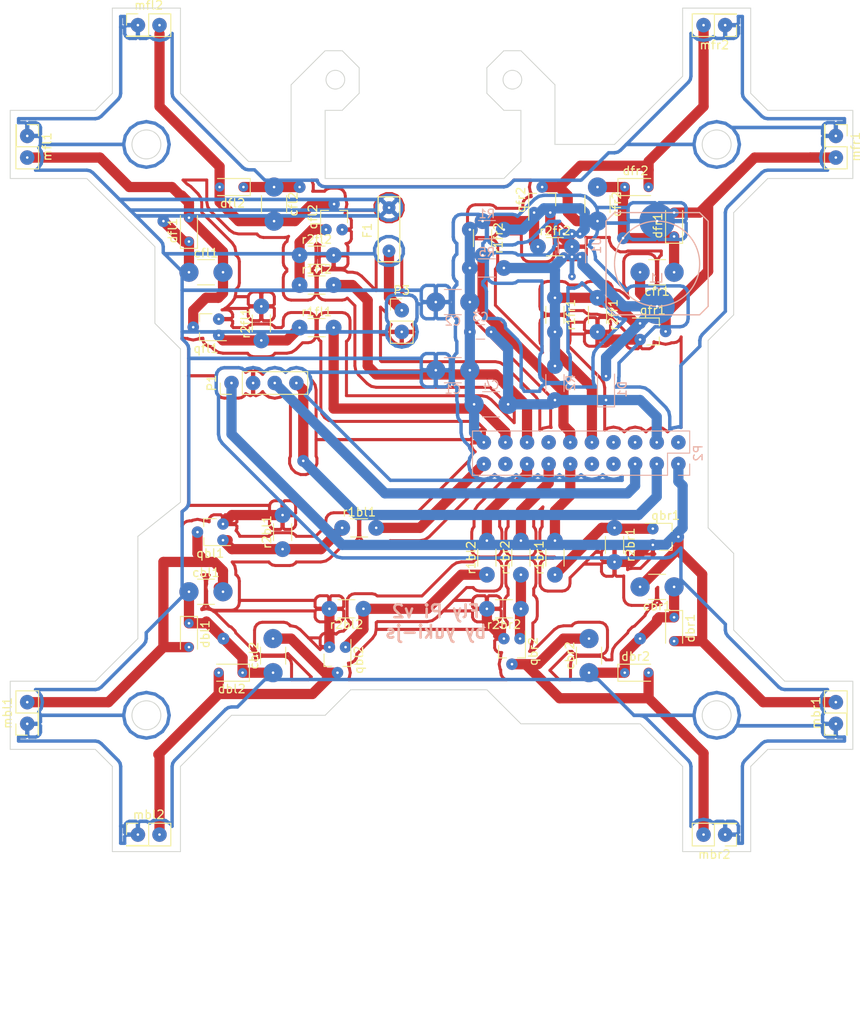
<source format=kicad_pcb>
(kicad_pcb (version 4) (host Gerbview "4.0.1-stable")
  (layers (0 F.Cu signal) (31 B.Cu signal) (34 B.Paste user) (35 F.Paste user) (36 B.SilkS user) (37 F.SilkS user) (38 B.Mask user) (39 F.Mask user) (44 Edge.Cuts user))
  (gr_line (start 66.28570999999999 82.69286) (end 66.78570999999999 82.69286) (layer B.SilkS) (width 0.3))
  (gr_line (start 66.78570999999999 83.47857) (end 66.78570999999999 81.97857) (layer B.SilkS) (width 0.3))
  (gr_line (start 66.78570999999999 81.97857) (end 66.07143000000001 81.97857) (layer B.SilkS) (width 0.3))
  (gr_line (start 65.28570999999999 83.47857) (end 65.42856999999999 83.40714) (layer B.SilkS) (width 0.3))
  (gr_line (start 65.42856999999999 83.40714) (end 65.5 83.26429) (layer B.SilkS) (width 0.3))
  (gr_line (start 65.5 83.26429) (end 65.5 81.97857) (layer B.SilkS) (width 0.3))
  (gr_line (start 64.85714 82.47857) (end 64.5 83.47857) (layer B.SilkS) (width 0.3))
  (gr_line (start 64.14286 82.47857) (end 64.5 83.47857) (layer B.SilkS) (width 0.3))
  (gr_line (start 64.5 83.47857) (end 64.64286 83.83571000000001) (layer B.SilkS) (width 0.3))
  (gr_line (start 64.64286 83.83571000000001) (end 64.71428 83.90714) (layer B.SilkS) (width 0.3))
  (gr_line (start 64.71428 83.90714) (end 64.85714 83.97857) (layer B.SilkS) (width 0.3))
  (gr_line (start 62.42857 83.47857) (end 62.42857 81.97857) (layer B.SilkS) (width 0.3))
  (gr_line (start 62.42857 81.97857) (end 61.85714 81.97857) (layer B.SilkS) (width 0.3))
  (gr_line (start 61.85714 81.97857) (end 61.71428 82.05) (layer B.SilkS) (width 0.3))
  (gr_line (start 61.71428 82.05) (end 61.64286 82.12143) (layer B.SilkS) (width 0.3))
  (gr_line (start 61.64286 82.12143) (end 61.57143 82.26429) (layer B.SilkS) (width 0.3))
  (gr_line (start 61.57143 82.26429) (end 61.57143 82.47857) (layer B.SilkS) (width 0.3))
  (gr_line (start 61.57143 82.47857) (end 61.64286 82.62143) (layer B.SilkS) (width 0.3))
  (gr_line (start 61.64286 82.62143) (end 61.71428 82.69286) (layer B.SilkS) (width 0.3))
  (gr_line (start 61.71428 82.69286) (end 61.85714 82.76429) (layer B.SilkS) (width 0.3))
  (gr_line (start 61.85714 82.76429) (end 62.42857 82.76429) (layer B.SilkS) (width 0.3))
  (gr_line (start 60.92857 83.47857) (end 60.92857 82.47857) (layer B.SilkS) (width 0.3))
  (gr_line (start 60.92857 81.97857) (end 61 82.05) (layer B.SilkS) (width 0.3))
  (gr_line (start 61 82.05) (end 60.92857 82.12143) (layer B.SilkS) (width 0.3))
  (gr_line (start 60.92857 82.12143) (end 60.85714 82.05) (layer B.SilkS) (width 0.3))
  (gr_line (start 60.85714 82.05) (end 60.92857 81.97857) (layer B.SilkS) (width 0.3))
  (gr_line (start 60.92857 81.97857) (end 60.92857 82.12143) (layer B.SilkS) (width 0.3))
  (gr_line (start 59.21428 82.47857) (end 58.85714 83.47857) (layer B.SilkS) (width 0.3))
  (gr_line (start 58.85714 83.47857) (end 58.5 82.47857) (layer B.SilkS) (width 0.3))
  (gr_line (start 58 82.12143) (end 57.92857 82.05) (layer B.SilkS) (width 0.3))
  (gr_line (start 57.92857 82.05) (end 57.78571 81.97857) (layer B.SilkS) (width 0.3))
  (gr_line (start 57.78571 81.97857) (end 57.42857 81.97857) (layer B.SilkS) (width 0.3))
  (gr_line (start 57.42857 81.97857) (end 57.28571 82.05) (layer B.SilkS) (width 0.3))
  (gr_line (start 57.28571 82.05) (end 57.21428 82.12143) (layer B.SilkS) (width 0.3))
  (gr_line (start 57.21428 82.12143) (end 57.14286 82.26429) (layer B.SilkS) (width 0.3))
  (gr_line (start 57.14286 82.26429) (end 57.14286 82.40714) (layer B.SilkS) (width 0.3))
  (gr_line (start 57.14286 82.40714) (end 57.21428 82.62143) (layer B.SilkS) (width 0.3))
  (gr_line (start 57.21428 82.62143) (end 58.07143 83.47857) (layer B.SilkS) (width 0.3))
  (gr_line (start 58.07143 83.47857) (end 57.14286 83.47857) (layer B.SilkS) (width 0.3))
  (gr_line (start 67.57143000000001 85.87857) (end 67.57143000000001 84.37857) (layer B.SilkS) (width 0.3))
  (gr_line (start 67.57143000000001 84.95) (end 67.42856999999999 84.87857) (layer B.SilkS) (width 0.3))
  (gr_line (start 67.42856999999999 84.87857) (end 67.14286 84.87857) (layer B.SilkS) (width 0.3))
  (gr_line (start 67.14286 84.87857) (end 67 84.95) (layer B.SilkS) (width 0.3))
  (gr_line (start 67 84.95) (end 66.92856999999999 85.02143) (layer B.SilkS) (width 0.3))
  (gr_line (start 66.92856999999999 85.02143) (end 66.85714 85.16428999999999) (layer B.SilkS) (width 0.3))
  (gr_line (start 66.85714 85.16428999999999) (end 66.85714 85.59286) (layer B.SilkS) (width 0.3))
  (gr_line (start 66.85714 85.59286) (end 66.92856999999999 85.73571) (layer B.SilkS) (width 0.3))
  (gr_line (start 66.92856999999999 85.73571) (end 67 85.80714) (layer B.SilkS) (width 0.3))
  (gr_line (start 67 85.80714) (end 67.14286 85.87857) (layer B.SilkS) (width 0.3))
  (gr_line (start 67.14286 85.87857) (end 67.42856999999999 85.87857) (layer B.SilkS) (width 0.3))
  (gr_line (start 67.42856999999999 85.87857) (end 67.57143000000001 85.80714) (layer B.SilkS) (width 0.3))
  (gr_line (start 66.35714 84.87857) (end 66 85.87857) (layer B.SilkS) (width 0.3))
  (gr_line (start 65.64286 84.87857) (end 66 85.87857) (layer B.SilkS) (width 0.3))
  (gr_line (start 66 85.87857) (end 66.14286 86.23571) (layer B.SilkS) (width 0.3))
  (gr_line (start 66.14286 86.23571) (end 66.21429000000001 86.30714) (layer B.SilkS) (width 0.3))
  (gr_line (start 66.21429000000001 86.30714) (end 66.35714 86.37857) (layer B.SilkS) (width 0.3))
  (gr_line (start 64.07143000000001 84.87857) (end 63.71429 85.87857) (layer B.SilkS) (width 0.3))
  (gr_line (start 63.35714 84.87857) (end 63.71429 85.87857) (layer B.SilkS) (width 0.3))
  (gr_line (start 63.71429 85.87857) (end 63.85714 86.23571) (layer B.SilkS) (width 0.3))
  (gr_line (start 63.85714 86.23571) (end 63.92857 86.30714) (layer B.SilkS) (width 0.3))
  (gr_line (start 63.92857 86.30714) (end 64.07143000000001 86.37857) (layer B.SilkS) (width 0.3))
  (gr_line (start 62.14286 84.87857) (end 62.14286 85.87857) (layer B.SilkS) (width 0.3))
  (gr_line (start 62.78571 84.87857) (end 62.78571 85.66428999999999) (layer B.SilkS) (width 0.3))
  (gr_line (start 62.78571 85.66428999999999) (end 62.71429 85.80714) (layer B.SilkS) (width 0.3))
  (gr_line (start 62.71429 85.80714) (end 62.57143 85.87857) (layer B.SilkS) (width 0.3))
  (gr_line (start 62.57143 85.87857) (end 62.35714 85.87857) (layer B.SilkS) (width 0.3))
  (gr_line (start 62.35714 85.87857) (end 62.21429 85.80714) (layer B.SilkS) (width 0.3))
  (gr_line (start 62.21429 85.80714) (end 62.14286 85.73571) (layer B.SilkS) (width 0.3))
  (gr_line (start 61.42857 85.87857) (end 61.42857 84.37857) (layer B.SilkS) (width 0.3))
  (gr_line (start 61.28571 85.30714) (end 60.85714 85.87857) (layer B.SilkS) (width 0.3))
  (gr_line (start 60.85714 84.87857) (end 61.42857 85.45) (layer B.SilkS) (width 0.3))
  (gr_line (start 60.21429 85.87857) (end 60.21429 84.87857) (layer B.SilkS) (width 0.3))
  (gr_line (start 60.21429 84.37857) (end 60.28571 84.45) (layer B.SilkS) (width 0.3))
  (gr_line (start 60.28571 84.45) (end 60.21429 84.52143) (layer B.SilkS) (width 0.3))
  (gr_line (start 60.21429 84.52143) (end 60.14286 84.45) (layer B.SilkS) (width 0.3))
  (gr_line (start 60.14286 84.45) (end 60.21429 84.37857) (layer B.SilkS) (width 0.3))
  (gr_line (start 60.21429 84.37857) (end 60.21429 84.52143) (layer B.SilkS) (width 0.3))
  (gr_line (start 59.5 85.30714) (end 58.35714 85.30714) (layer B.SilkS) (width 0.3))
  (gr_line (start 57.64286 84.87857) (end 57.64286 86.16428999999999) (layer B.SilkS) (width 0.3))
  (gr_line (start 57.64286 86.16428999999999) (end 57.71429 86.30714) (layer B.SilkS) (width 0.3))
  (gr_line (start 57.71429 86.30714) (end 57.85714 86.37857) (layer B.SilkS) (width 0.3))
  (gr_line (start 57.85714 86.37857) (end 57.92857 86.37857) (layer B.SilkS) (width 0.3))
  (gr_line (start 57.64286 84.37857) (end 57.71429 84.45) (layer B.SilkS) (width 0.3))
  (gr_line (start 57.71429 84.45) (end 57.64286 84.52143) (layer B.SilkS) (width 0.3))
  (gr_line (start 57.64286 84.52143) (end 57.57143 84.45) (layer B.SilkS) (width 0.3))
  (gr_line (start 57.57143 84.45) (end 57.64286 84.37857) (layer B.SilkS) (width 0.3))
  (gr_line (start 57.64286 84.37857) (end 57.64286 84.52143) (layer B.SilkS) (width 0.3))
  (gr_line (start 57 85.80714) (end 56.85714 85.87857) (layer B.SilkS) (width 0.3))
  (gr_line (start 56.85714 85.87857) (end 56.57143 85.87857) (layer B.SilkS) (width 0.3))
  (gr_line (start 56.57143 85.87857) (end 56.42857 85.80714) (layer B.SilkS) (width 0.3))
  (gr_line (start 56.42857 85.80714) (end 56.35714 85.66428999999999) (layer B.SilkS) (width 0.3))
  (gr_line (start 56.35714 85.66428999999999) (end 56.35714 85.59286) (layer B.SilkS) (width 0.3))
  (gr_line (start 56.35714 85.59286) (end 56.42857 85.45) (layer B.SilkS) (width 0.3))
  (gr_line (start 56.42857 85.45) (end 56.57143 85.37857) (layer B.SilkS) (width 0.3))
  (gr_line (start 56.57143 85.37857) (end 56.78571 85.37857) (layer B.SilkS) (width 0.3))
  (gr_line (start 56.78571 85.37857) (end 56.92857 85.30714) (layer B.SilkS) (width 0.3))
  (gr_line (start 56.92857 85.30714) (end 57 85.16428999999999) (layer B.SilkS) (width 0.3))
  (gr_line (start 57 85.16428999999999) (end 57 85.09286) (layer B.SilkS) (width 0.3))
  (gr_line (start 57 85.09286) (end 56.92857 84.95) (layer B.SilkS) (width 0.3))
  (gr_line (start 56.92857 84.95) (end 56.78571 84.87857) (layer B.SilkS) (width 0.3))
  (gr_line (start 56.78571 84.87857) (end 56.57143 84.87857) (layer B.SilkS) (width 0.3))
  (gr_line (start 56.57143 84.87857) (end 56.42857 84.95) (layer B.SilkS) (width 0.3))
  (gr_line (start 65 55.98) (end 63 55.98) (layer B.SilkS) (width 0.12))
  (gr_line (start 63 53.02) (end 65 53.02) (layer B.SilkS) (width 0.12))
  (gr_line (start 65 47.98) (end 63 47.98) (layer B.SilkS) (width 0.12))
  (gr_line (start 63 45.02) (end 65 45.02) (layer B.SilkS) (width 0.12))
  (gr_line (start 66.75 49.15) (end 67.75 49.15) (layer B.SilkS) (width 0.12))
  (gr_line (start 67.75 50.85) (end 66.75 50.85) (layer B.SilkS) (width 0.12))
  (gr_line (start 67.5 57.02) (end 69.5 57.02) (layer B.SilkS) (width 0.12))
  (gr_line (start 69.5 59.98) (end 67.5 59.98) (layer B.SilkS) (width 0.12))
  (gr_line (start 83 58.8) (end 81 58.8) (layer B.SilkS) (width 0.12))
  (gr_line (start 81 58.8) (end 81 54.95) (layer B.SilkS) (width 0.12))
  (gr_line (start 83 58.8) (end 83 54.95) (layer B.SilkS) (width 0.12))
  (gr_circle (center 88 41.99874) (end 93.00126 41.99874) (layer B.SilkS) (width 0.15))
  (gr_line (start 88 47.99822) (end 93.00126 47.99822) (layer B.SilkS) (width 0.15))
  (gr_line (start 93.00126 47.99822) (end 93.99948000000001 47) (layer B.SilkS) (width 0.15))
  (gr_line (start 93.99948000000001 47) (end 93.99948000000001 36.99748) (layer B.SilkS) (width 0.15))
  (gr_line (start 93.99948000000001 36.99748) (end 93.00126 35.99926) (layer B.SilkS) (width 0.15))
  (gr_line (start 93.00126 35.99926) (end 82.99874 35.99926) (layer B.SilkS) (width 0.15))
  (gr_line (start 82.99874 35.99926) (end 82.00051999999999 36.99748) (layer B.SilkS) (width 0.15))
  (gr_line (start 82.00051999999999 36.99748) (end 82.00051999999999 47) (layer B.SilkS) (width 0.15))
  (gr_line (start 82.00051999999999 47) (end 82.99874 47.99822) (layer B.SilkS) (width 0.15))
  (gr_line (start 82.99874 47.99822) (end 88 47.99822) (layer B.SilkS) (width 0.15))
  (gr_line (start 67 39.07) (end 69 39.07) (layer B.SilkS) (width 0.12))
  (gr_line (start 69 36.93) (end 67 36.93) (layer B.SilkS) (width 0.12))
  (gr_line (start 74.93000000000001 55) (end 74.93000000000001 57) (layer B.SilkS) (width 0.12))
  (gr_line (start 77.06999999999999 57) (end 77.06999999999999 55) (layer B.SilkS) (width 0.12))
  (gr_line (start 67 43.57) (end 69 43.57) (layer B.SilkS) (width 0.12))
  (gr_line (start 69 41.43) (end 67 41.43) (layer B.SilkS) (width 0.12))
  (gr_line (start 76.39 40.75) (end 76.39 38.95) (layer B.SilkS) (width 0.12))
  (gr_line (start 79.61 38.95) (end 79.61 41.9) (layer B.SilkS) (width 0.12))
  (gr_line (start 89.23 66.83) (end 66.31 66.83) (layer B.SilkS) (width 0.12))
  (gr_line (start 66.31 66.83) (end 66.31 61.63) (layer B.SilkS) (width 0.12))
  (gr_line (start 66.31 61.63) (end 91.83 61.63) (layer B.SilkS) (width 0.12))
  (gr_line (start 91.83 61.63) (end 91.83 64.23) (layer B.SilkS) (width 0.12))
  (gr_line (start 91.83 64.23) (end 89.23 64.23) (layer B.SilkS) (width 0.12))
  (gr_line (start 89.23 64.23) (end 89.23 66.83) (layer B.SilkS) (width 0.12))
  (gr_line (start 90.5 66.83) (end 91.83 66.83) (layer B.SilkS) (width 0.12))
  (gr_line (start 91.83 66.83) (end 91.83 65.5) (layer B.SilkS) (width 0.12))
  (gr_line (start 64.16667 57.10714) (end 64.21428 57.15476) (layer B.SilkS) (width 0.15))
  (gr_line (start 64.21428 57.15476) (end 64.35714 57.20238) (layer B.SilkS) (width 0.15))
  (gr_line (start 64.35714 57.20238) (end 64.45238000000001 57.20238) (layer B.SilkS) (width 0.15))
  (gr_line (start 64.45238000000001 57.20238) (end 64.59524 57.15476) (layer B.SilkS) (width 0.15))
  (gr_line (start 64.59524 57.15476) (end 64.69047999999999 57.05952) (layer B.SilkS) (width 0.15))
  (gr_line (start 64.69047999999999 57.05952) (end 64.73809 56.96429) (layer B.SilkS) (width 0.15))
  (gr_line (start 64.73809 56.96429) (end 64.78570999999999 56.77381) (layer B.SilkS) (width 0.15))
  (gr_line (start 64.78570999999999 56.77381) (end 64.78570999999999 56.63095) (layer B.SilkS) (width 0.15))
  (gr_line (start 64.78570999999999 56.63095) (end 64.73809 56.44048) (layer B.SilkS) (width 0.15))
  (gr_line (start 64.73809 56.44048) (end 64.69047999999999 56.34524) (layer B.SilkS) (width 0.15))
  (gr_line (start 64.69047999999999 56.34524) (end 64.59524 56.25) (layer B.SilkS) (width 0.15))
  (gr_line (start 64.59524 56.25) (end 64.45238000000001 56.20238) (layer B.SilkS) (width 0.15))
  (gr_line (start 64.45238000000001 56.20238) (end 64.35714 56.20238) (layer B.SilkS) (width 0.15))
  (gr_line (start 64.35714 56.20238) (end 64.21428 56.25) (layer B.SilkS) (width 0.15))
  (gr_line (start 64.21428 56.25) (end 64.16667 56.29762) (layer B.SilkS) (width 0.15))
  (gr_line (start 63.21428 57.20238) (end 63.78571 57.20238) (layer B.SilkS) (width 0.15))
  (gr_line (start 63.5 57.20238) (end 63.5 56.20238) (layer B.SilkS) (width 0.15))
  (gr_line (start 63.5 56.20238) (end 63.59524 56.34524) (layer B.SilkS) (width 0.15))
  (gr_line (start 63.59524 56.34524) (end 63.69048 56.44048) (layer B.SilkS) (width 0.15))
  (gr_line (start 63.69048 56.44048) (end 63.78571 56.48809) (layer B.SilkS) (width 0.15))
  (gr_line (start 64.16667 49.10714) (end 64.21428 49.15476) (layer B.SilkS) (width 0.15))
  (gr_line (start 64.21428 49.15476) (end 64.35714 49.20238) (layer B.SilkS) (width 0.15))
  (gr_line (start 64.35714 49.20238) (end 64.45238000000001 49.20238) (layer B.SilkS) (width 0.15))
  (gr_line (start 64.45238000000001 49.20238) (end 64.59524 49.15476) (layer B.SilkS) (width 0.15))
  (gr_line (start 64.59524 49.15476) (end 64.69047999999999 49.05952) (layer B.SilkS) (width 0.15))
  (gr_line (start 64.69047999999999 49.05952) (end 64.73809 48.96429) (layer B.SilkS) (width 0.15))
  (gr_line (start 64.73809 48.96429) (end 64.78570999999999 48.77381) (layer B.SilkS) (width 0.15))
  (gr_line (start 64.78570999999999 48.77381) (end 64.78570999999999 48.63095) (layer B.SilkS) (width 0.15))
  (gr_line (start 64.78570999999999 48.63095) (end 64.73809 48.44048) (layer B.SilkS) (width 0.15))
  (gr_line (start 64.73809 48.44048) (end 64.69047999999999 48.34524) (layer B.SilkS) (width 0.15))
  (gr_line (start 64.69047999999999 48.34524) (end 64.59524 48.25) (layer B.SilkS) (width 0.15))
  (gr_line (start 64.59524 48.25) (end 64.45238000000001 48.20238) (layer B.SilkS) (width 0.15))
  (gr_line (start 64.45238000000001 48.20238) (end 64.35714 48.20238) (layer B.SilkS) (width 0.15))
  (gr_line (start 64.35714 48.20238) (end 64.21428 48.25) (layer B.SilkS) (width 0.15))
  (gr_line (start 64.21428 48.25) (end 64.16667 48.29762) (layer B.SilkS) (width 0.15))
  (gr_line (start 63.78571 48.29762) (end 63.73809 48.25) (layer B.SilkS) (width 0.15))
  (gr_line (start 63.73809 48.25) (end 63.64286 48.20238) (layer B.SilkS) (width 0.15))
  (gr_line (start 63.64286 48.20238) (end 63.40476 48.20238) (layer B.SilkS) (width 0.15))
  (gr_line (start 63.40476 48.20238) (end 63.30952 48.25) (layer B.SilkS) (width 0.15))
  (gr_line (start 63.30952 48.25) (end 63.2619 48.29762) (layer B.SilkS) (width 0.15))
  (gr_line (start 63.2619 48.29762) (end 63.21428 48.39286) (layer B.SilkS) (width 0.15))
  (gr_line (start 63.21428 48.39286) (end 63.21428 48.4881) (layer B.SilkS) (width 0.15))
  (gr_line (start 63.21428 48.4881) (end 63.2619 48.63095) (layer B.SilkS) (width 0.15))
  (gr_line (start 63.2619 48.63095) (end 63.83333 49.20238) (layer B.SilkS) (width 0.15))
  (gr_line (start 63.83333 49.20238) (end 63.21428 49.20238) (layer B.SilkS) (width 0.15))
  (gr_line (start 67.41667 48.60714) (end 67.46428 48.65476) (layer B.SilkS) (width 0.15))
  (gr_line (start 67.46428 48.65476) (end 67.60714 48.70238) (layer B.SilkS) (width 0.15))
  (gr_line (start 67.60714 48.70238) (end 67.70238000000001 48.70238) (layer B.SilkS) (width 0.15))
  (gr_line (start 67.70238000000001 48.70238) (end 67.84524 48.65476) (layer B.SilkS) (width 0.15))
  (gr_line (start 67.84524 48.65476) (end 67.94047999999999 48.55952) (layer B.SilkS) (width 0.15))
  (gr_line (start 67.94047999999999 48.55952) (end 67.98809 48.46429) (layer B.SilkS) (width 0.15))
  (gr_line (start 67.98809 48.46429) (end 68.03570999999999 48.27381) (layer B.SilkS) (width 0.15))
  (gr_line (start 68.03570999999999 48.27381) (end 68.03570999999999 48.13095) (layer B.SilkS) (width 0.15))
  (gr_line (start 68.03570999999999 48.13095) (end 67.98809 47.94048) (layer B.SilkS) (width 0.15))
  (gr_line (start 67.98809 47.94048) (end 67.94047999999999 47.84524) (layer B.SilkS) (width 0.15))
  (gr_line (start 67.94047999999999 47.84524) (end 67.84524 47.75) (layer B.SilkS) (width 0.15))
  (gr_line (start 67.84524 47.75) (end 67.70238000000001 47.70238) (layer B.SilkS) (width 0.15))
  (gr_line (start 67.70238000000001 47.70238) (end 67.60714 47.70238) (layer B.SilkS) (width 0.15))
  (gr_line (start 67.60714 47.70238) (end 67.46428 47.75) (layer B.SilkS) (width 0.15))
  (gr_line (start 67.46428 47.75) (end 67.41667 47.79762) (layer B.SilkS) (width 0.15))
  (gr_line (start 67.08333 47.70238) (end 66.46428 47.70238) (layer B.SilkS) (width 0.15))
  (gr_line (start 66.46428 47.70238) (end 66.79761999999999 48.08333) (layer B.SilkS) (width 0.15))
  (gr_line (start 66.79761999999999 48.08333) (end 66.65476 48.08333) (layer B.SilkS) (width 0.15))
  (gr_line (start 66.65476 48.08333) (end 66.55952000000001 48.13095) (layer B.SilkS) (width 0.15))
  (gr_line (start 66.55952000000001 48.13095) (end 66.5119 48.17857) (layer B.SilkS) (width 0.15))
  (gr_line (start 66.5119 48.17857) (end 66.46428 48.27381) (layer B.SilkS) (width 0.15))
  (gr_line (start 66.46428 48.27381) (end 66.46428 48.51191) (layer B.SilkS) (width 0.15))
  (gr_line (start 66.46428 48.51191) (end 66.5119 48.60714) (layer B.SilkS) (width 0.15))
  (gr_line (start 66.5119 48.60714) (end 66.55952000000001 48.65476) (layer B.SilkS) (width 0.15))
  (gr_line (start 66.55952000000001 48.65476) (end 66.65476 48.70238) (layer B.SilkS) (width 0.15))
  (gr_line (start 66.65476 48.70238) (end 66.94047999999999 48.70238) (layer B.SilkS) (width 0.15))
  (gr_line (start 66.94047999999999 48.70238) (end 67.03570999999999 48.65476) (layer B.SilkS) (width 0.15))
  (gr_line (start 67.03570999999999 48.65476) (end 67.08333 48.60714) (layer B.SilkS) (width 0.15))
  (gr_line (start 68.66667 56.60714) (end 68.71428 56.65476) (layer B.SilkS) (width 0.15))
  (gr_line (start 68.71428 56.65476) (end 68.85714 56.70238) (layer B.SilkS) (width 0.15))
  (gr_line (start 68.85714 56.70238) (end 68.95238000000001 56.70238) (layer B.SilkS) (width 0.15))
  (gr_line (start 68.95238000000001 56.70238) (end 69.09524 56.65476) (layer B.SilkS) (width 0.15))
  (gr_line (start 69.09524 56.65476) (end 69.19047999999999 56.55952) (layer B.SilkS) (width 0.15))
  (gr_line (start 69.19047999999999 56.55952) (end 69.23809 56.46429) (layer B.SilkS) (width 0.15))
  (gr_line (start 69.23809 56.46429) (end 69.28570999999999 56.27381) (layer B.SilkS) (width 0.15))
  (gr_line (start 69.28570999999999 56.27381) (end 69.28570999999999 56.13095) (layer B.SilkS) (width 0.15))
  (gr_line (start 69.28570999999999 56.13095) (end 69.23809 55.94048) (layer B.SilkS) (width 0.15))
  (gr_line (start 69.23809 55.94048) (end 69.19047999999999 55.84524) (layer B.SilkS) (width 0.15))
  (gr_line (start 69.19047999999999 55.84524) (end 69.09524 55.75) (layer B.SilkS) (width 0.15))
  (gr_line (start 69.09524 55.75) (end 68.95238000000001 55.70238) (layer B.SilkS) (width 0.15))
  (gr_line (start 68.95238000000001 55.70238) (end 68.85714 55.70238) (layer B.SilkS) (width 0.15))
  (gr_line (start 68.85714 55.70238) (end 68.71428 55.75) (layer B.SilkS) (width 0.15))
  (gr_line (start 68.71428 55.75) (end 68.66667 55.79762) (layer B.SilkS) (width 0.15))
  (gr_line (start 67.80952000000001 56.03571) (end 67.80952000000001 56.70238) (layer B.SilkS) (width 0.15))
  (gr_line (start 68.04761999999999 55.65476) (end 68.28570999999999 56.36905) (layer B.SilkS) (width 0.15))
  (gr_line (start 68.28570999999999 56.36905) (end 67.66667 56.36905) (layer B.SilkS) (width 0.15))
  (gr_line (start 84.35738000000001 55.9889) (end 83.35738000000001 55.9889) (layer B.SilkS) (width 0.15))
  (gr_line (start 83.35738000000001 55.9889) (end 83.35738000000001 56.227) (layer B.SilkS) (width 0.15))
  (gr_line (start 83.35738000000001 56.227) (end 83.405 56.36986) (layer B.SilkS) (width 0.15))
  (gr_line (start 83.405 56.36986) (end 83.50024000000001 56.4651) (layer B.SilkS) (width 0.15))
  (gr_line (start 83.50024000000001 56.4651) (end 83.59547999999999 56.51271) (layer B.SilkS) (width 0.15))
  (gr_line (start 83.59547999999999 56.51271) (end 83.78595 56.56033) (layer B.SilkS) (width 0.15))
  (gr_line (start 83.78595 56.56033) (end 83.92881 56.56033) (layer B.SilkS) (width 0.15))
  (gr_line (start 83.92881 56.56033) (end 84.11929000000001 56.51271) (layer B.SilkS) (width 0.15))
  (gr_line (start 84.11929000000001 56.51271) (end 84.21451999999999 56.4651) (layer B.SilkS) (width 0.15))
  (gr_line (start 84.21451999999999 56.4651) (end 84.30976 56.36986) (layer B.SilkS) (width 0.15))
  (gr_line (start 84.30976 56.36986) (end 84.35738000000001 56.227) (layer B.SilkS) (width 0.15))
  (gr_line (start 84.35738000000001 56.227) (end 84.35738000000001 55.9889) (layer B.SilkS) (width 0.15))
  (gr_line (start 84.35738000000001 57.51271) (end 84.35738000000001 56.94129) (layer B.SilkS) (width 0.15))
  (gr_line (start 84.35738000000001 57.227) (end 83.35738000000001 57.227) (layer B.SilkS) (width 0.15))
  (gr_line (start 83.35738000000001 57.227) (end 83.50024000000001 57.13176) (layer B.SilkS) (width 0.15))
  (gr_line (start 83.50024000000001 57.13176) (end 83.59547999999999 57.03652) (layer B.SilkS) (width 0.15))
  (gr_line (start 83.59547999999999 57.03652) (end 83.64309 56.94129) (layer B.SilkS) (width 0.15))
  (gr_line (start 88.06761 44.15038) (end 88.5438 44.15038) (layer B.SilkS) (width 0.15))
  (gr_line (start 88.5438 44.15038) (end 88.5438 43.15038) (layer B.SilkS) (width 0.15))
  (gr_line (start 87.21046 44.15038) (end 87.78189 44.15038) (layer B.SilkS) (width 0.15))
  (gr_line (start 87.49618 44.15038) (end 87.49618 43.15038) (layer B.SilkS) (width 0.15))
  (gr_line (start 87.49618 43.15038) (end 87.59142 43.29324) (layer B.SilkS) (width 0.15))
  (gr_line (start 87.59142 43.29324) (end 87.68665 43.38848) (layer B.SilkS) (width 0.15))
  (gr_line (start 87.68665 43.38848) (end 87.78189 43.4361) (layer B.SilkS) (width 0.15))
  (gr_line (start 68.16667 36.60238) (end 68.5 36.12619) (layer B.SilkS) (width 0.15))
  (gr_line (start 68.73809 36.60238) (end 68.73809 35.60238) (layer B.SilkS) (width 0.15))
  (gr_line (start 68.73809 35.60238) (end 68.35714 35.60238) (layer B.SilkS) (width 0.15))
  (gr_line (start 68.35714 35.60238) (end 68.2619 35.65) (layer B.SilkS) (width 0.15))
  (gr_line (start 68.2619 35.65) (end 68.21428 35.69762) (layer B.SilkS) (width 0.15))
  (gr_line (start 68.21428 35.69762) (end 68.16667 35.79286) (layer B.SilkS) (width 0.15))
  (gr_line (start 68.16667 35.79286) (end 68.16667 35.93571) (layer B.SilkS) (width 0.15))
  (gr_line (start 68.16667 35.93571) (end 68.21428 36.03095) (layer B.SilkS) (width 0.15))
  (gr_line (start 68.21428 36.03095) (end 68.2619 36.07857) (layer B.SilkS) (width 0.15))
  (gr_line (start 68.2619 36.07857) (end 68.35714 36.12619) (layer B.SilkS) (width 0.15))
  (gr_line (start 68.35714 36.12619) (end 68.73809 36.12619) (layer B.SilkS) (width 0.15))
  (gr_line (start 67.21428 36.60238) (end 67.78570999999999 36.60238) (layer B.SilkS) (width 0.15))
  (gr_line (start 67.5 36.60238) (end 67.5 35.60238) (layer B.SilkS) (width 0.15))
  (gr_line (start 67.5 35.60238) (end 67.59524 35.74524) (layer B.SilkS) (width 0.15))
  (gr_line (start 67.59524 35.74524) (end 67.69047999999999 35.84048) (layer B.SilkS) (width 0.15))
  (gr_line (start 67.69047999999999 35.84048) (end 67.78570999999999 35.88809) (layer B.SilkS) (width 0.15))
  (gr_line (start 78.30238 55.83333) (end 77.82619 55.5) (layer B.SilkS) (width 0.15))
  (gr_line (start 78.30238 55.26191) (end 77.30238 55.26191) (layer B.SilkS) (width 0.15))
  (gr_line (start 77.30238 55.26191) (end 77.30238 55.64286) (layer B.SilkS) (width 0.15))
  (gr_line (start 77.30238 55.64286) (end 77.34999999999999 55.7381) (layer B.SilkS) (width 0.15))
  (gr_line (start 77.34999999999999 55.7381) (end 77.39762 55.78572) (layer B.SilkS) (width 0.15))
  (gr_line (start 77.39762 55.78572) (end 77.49285999999999 55.83333) (layer B.SilkS) (width 0.15))
  (gr_line (start 77.49285999999999 55.83333) (end 77.63571 55.83333) (layer B.SilkS) (width 0.15))
  (gr_line (start 77.63571 55.83333) (end 77.73095000000001 55.78572) (layer B.SilkS) (width 0.15))
  (gr_line (start 77.73095000000001 55.78572) (end 77.77857 55.7381) (layer B.SilkS) (width 0.15))
  (gr_line (start 77.77857 55.7381) (end 77.82619 55.64286) (layer B.SilkS) (width 0.15))
  (gr_line (start 77.82619 55.64286) (end 77.82619 55.26191) (layer B.SilkS) (width 0.15))
  (gr_line (start 77.39762 56.21429) (end 77.34999999999999 56.2619) (layer B.SilkS) (width 0.15))
  (gr_line (start 77.34999999999999 56.2619) (end 77.30238 56.35714) (layer B.SilkS) (width 0.15))
  (gr_line (start 77.30238 56.35714) (end 77.30238 56.59524) (layer B.SilkS) (width 0.15))
  (gr_line (start 77.30238 56.59524) (end 77.34999999999999 56.69048) (layer B.SilkS) (width 0.15))
  (gr_line (start 77.34999999999999 56.69048) (end 77.39762 56.7381) (layer B.SilkS) (width 0.15))
  (gr_line (start 77.39762 56.7381) (end 77.49285999999999 56.78571) (layer B.SilkS) (width 0.15))
  (gr_line (start 77.49285999999999 56.78571) (end 77.58808999999999 56.78571) (layer B.SilkS) (width 0.15))
  (gr_line (start 77.58808999999999 56.78571) (end 77.73095000000001 56.7381) (layer B.SilkS) (width 0.15))
  (gr_line (start 77.73095000000001 56.7381) (end 78.30238 56.16667) (layer B.SilkS) (width 0.15))
  (gr_line (start 78.30238 56.16667) (end 78.30238 56.78571) (layer B.SilkS) (width 0.15))
  (gr_line (start 68.16667 41.10238) (end 68.5 40.62619) (layer B.SilkS) (width 0.15))
  (gr_line (start 68.73809 41.10238) (end 68.73809 40.10238) (layer B.SilkS) (width 0.15))
  (gr_line (start 68.73809 40.10238) (end 68.35714 40.10238) (layer B.SilkS) (width 0.15))
  (gr_line (start 68.35714 40.10238) (end 68.2619 40.15) (layer B.SilkS) (width 0.15))
  (gr_line (start 68.2619 40.15) (end 68.21428 40.19762) (layer B.SilkS) (width 0.15))
  (gr_line (start 68.21428 40.19762) (end 68.16667 40.29286) (layer B.SilkS) (width 0.15))
  (gr_line (start 68.16667 40.29286) (end 68.16667 40.43571) (layer B.SilkS) (width 0.15))
  (gr_line (start 68.16667 40.43571) (end 68.21428 40.53095) (layer B.SilkS) (width 0.15))
  (gr_line (start 68.21428 40.53095) (end 68.2619 40.57857) (layer B.SilkS) (width 0.15))
  (gr_line (start 68.2619 40.57857) (end 68.35714 40.62619) (layer B.SilkS) (width 0.15))
  (gr_line (start 68.35714 40.62619) (end 68.73809 40.62619) (layer B.SilkS) (width 0.15))
  (gr_line (start 67.2619 40.10238) (end 67.73809 40.10238) (layer B.SilkS) (width 0.15))
  (gr_line (start 67.73809 40.10238) (end 67.78570999999999 40.57857) (layer B.SilkS) (width 0.15))
  (gr_line (start 67.78570999999999 40.57857) (end 67.73809 40.53095) (layer B.SilkS) (width 0.15))
  (gr_line (start 67.73809 40.53095) (end 67.64286 40.48333) (layer B.SilkS) (width 0.15))
  (gr_line (start 67.64286 40.48333) (end 67.40476 40.48333) (layer B.SilkS) (width 0.15))
  (gr_line (start 67.40476 40.48333) (end 67.30952000000001 40.53095) (layer B.SilkS) (width 0.15))
  (gr_line (start 67.30952000000001 40.53095) (end 67.2619 40.57857) (layer B.SilkS) (width 0.15))
  (gr_line (start 67.2619 40.57857) (end 67.21428 40.67381) (layer B.SilkS) (width 0.15))
  (gr_line (start 67.21428 40.67381) (end 67.21428 40.9119) (layer B.SilkS) (width 0.15))
  (gr_line (start 67.21428 40.9119) (end 67.2619 41.00714) (layer B.SilkS) (width 0.15))
  (gr_line (start 67.2619 41.00714) (end 67.30952000000001 41.05476) (layer B.SilkS) (width 0.15))
  (gr_line (start 67.30952000000001 41.05476) (end 67.40476 41.10238) (layer B.SilkS) (width 0.15))
  (gr_line (start 67.40476 41.10238) (end 67.64286 41.10238) (layer B.SilkS) (width 0.15))
  (gr_line (start 67.64286 41.10238) (end 67.73809 41.05476) (layer B.SilkS) (width 0.15))
  (gr_line (start 67.73809 41.05476) (end 67.78570999999999 41.00714) (layer B.SilkS) (width 0.15))
  (gr_line (start 80.35238 39.08809) (end 81.1619 39.08809) (layer B.SilkS) (width 0.15))
  (gr_line (start 81.1619 39.08809) (end 81.25714000000001 39.13571) (layer B.SilkS) (width 0.15))
  (gr_line (start 81.25714000000001 39.13571) (end 81.30476 39.18333) (layer B.SilkS) (width 0.15))
  (gr_line (start 81.30476 39.18333) (end 81.35238 39.27857) (layer B.SilkS) (width 0.15))
  (gr_line (start 81.35238 39.27857) (end 81.35238 39.46905) (layer B.SilkS) (width 0.15))
  (gr_line (start 81.35238 39.46905) (end 81.30476 39.56429) (layer B.SilkS) (width 0.15))
  (gr_line (start 81.30476 39.56429) (end 81.25714000000001 39.6119) (layer B.SilkS) (width 0.15))
  (gr_line (start 81.25714000000001 39.6119) (end 81.1619 39.65952) (layer B.SilkS) (width 0.15))
  (gr_line (start 81.1619 39.65952) (end 80.35238 39.65952) (layer B.SilkS) (width 0.15))
  (gr_line (start 81.35238 40.65952) (end 81.35238 40.08809) (layer B.SilkS) (width 0.15))
  (gr_line (start 81.35238 40.37381) (end 80.35238 40.37381) (layer B.SilkS) (width 0.15))
  (gr_line (start 80.35238 40.37381) (end 80.49524 40.27857) (layer B.SilkS) (width 0.15))
  (gr_line (start 80.49524 40.27857) (end 80.59048 40.18333) (layer B.SilkS) (width 0.15))
  (gr_line (start 80.59048 40.18333) (end 80.63809000000001 40.08809) (layer B.SilkS) (width 0.15))
  (gr_line (start 93.28238 63.4919) (end 92.28238 63.4919) (layer B.SilkS) (width 0.15))
  (gr_line (start 92.28238 63.4919) (end 92.28238 63.87286) (layer B.SilkS) (width 0.15))
  (gr_line (start 92.28238 63.87286) (end 92.33 63.9681) (layer B.SilkS) (width 0.15))
  (gr_line (start 92.33 63.9681) (end 92.37761999999999 64.01571) (layer B.SilkS) (width 0.15))
  (gr_line (start 92.37761999999999 64.01571) (end 92.47286 64.06332999999999) (layer B.SilkS) (width 0.15))
  (gr_line (start 92.47286 64.06332999999999) (end 92.61571000000001 64.06332999999999) (layer B.SilkS) (width 0.15))
  (gr_line (start 92.61571000000001 64.06332999999999) (end 92.71095 64.01571) (layer B.SilkS) (width 0.15))
  (gr_line (start 92.71095 64.01571) (end 92.75857000000001 63.9681) (layer B.SilkS) (width 0.15))
  (gr_line (start 92.75857000000001 63.9681) (end 92.80619 63.87286) (layer B.SilkS) (width 0.15))
  (gr_line (start 92.80619 63.87286) (end 92.80619 63.4919) (layer B.SilkS) (width 0.15))
  (gr_line (start 92.37761999999999 64.44429) (end 92.33 64.4919) (layer B.SilkS) (width 0.15))
  (gr_line (start 92.33 64.4919) (end 92.28238 64.58714000000001) (layer B.SilkS) (width 0.15))
  (gr_line (start 92.28238 64.58714000000001) (end 92.28238 64.82523999999999) (layer B.SilkS) (width 0.15))
  (gr_line (start 92.28238 64.82523999999999) (end 92.33 64.92048) (layer B.SilkS) (width 0.15))
  (gr_line (start 92.33 64.92048) (end 92.37761999999999 64.96810000000001) (layer B.SilkS) (width 0.15))
  (gr_line (start 92.37761999999999 64.96810000000001) (end 92.47286 65.01571) (layer B.SilkS) (width 0.15))
  (gr_line (start 92.47286 65.01571) (end 92.5681 65.01571) (layer B.SilkS) (width 0.15))
  (gr_line (start 92.5681 65.01571) (end 92.71095 64.96810000000001) (layer B.SilkS) (width 0.15))
  (gr_line (start 92.71095 64.96810000000001) (end 93.28238 64.39667) (layer B.SilkS) (width 0.15))
  (gr_line (start 93.28238 64.39667) (end 93.28238 65.01571) (layer B.SilkS) (width 0.15))
  (gr_line (start 76 28) (end 83 28) (layer Edge.Cuts) (width 0.1))
  (gr_line (start 76 21) (end 76 28) (layer Edge.Cuts) (width 0.1))
  (gr_line (start 70 32) (end 49 32) (layer Edge.Cuts) (width 0.1))
  (gr_line (start 72 30) (end 70 32) (layer Edge.Cuts) (width 0.1))
  (gr_line (start 72 24) (end 72 30) (layer Edge.Cuts) (width 0.1))
  (gr_line (start 70 24) (end 72 24) (layer Edge.Cuts) (width 0.1))
  (gr_line (start 68 22) (end 70 24) (layer Edge.Cuts) (width 0.1))
  (gr_line (start 68 19) (end 68 22) (layer Edge.Cuts) (width 0.1))
  (gr_line (start 45 30) (end 40 30) (layer Edge.Cuts) (width 0.1))
  (gr_line (start 45 21) (end 45 30) (layer Edge.Cuts) (width 0.1))
  (gr_line (start 49 24) (end 49 32) (layer Edge.Cuts) (width 0.1))
  (gr_line (start 51 24) (end 49 24) (layer Edge.Cuts) (width 0.1))
  (gr_line (start 53 22) (end 51 24) (layer Edge.Cuts) (width 0.1))
  (gr_line (start 53 19) (end 53 22) (layer Edge.Cuts) (width 0.1))
  (gr_line (start 32 22) (end 40 30) (layer Edge.Cuts) (width 0.1))
  (gr_line (start 49 17) (end 45 21) (layer Edge.Cuts) (width 0.1))
  (gr_line (start 51 17) (end 49 17) (layer Edge.Cuts) (width 0.1))
  (gr_line (start 72 17) (end 76 21) (layer Edge.Cuts) (width 0.1))
  (gr_line (start 70 17) (end 72 17) (layer Edge.Cuts) (width 0.1))
  (gr_line (start 68 19) (end 70 17) (layer Edge.Cuts) (width 0.1))
  (gr_line (start 51 17) (end 53 19) (layer Edge.Cuts) (width 0.1))
  (gr_circle (center 50.2 20.4) (end 51.3 20.4) (layer Edge.Cuts) (width 0.1))
  (gr_circle (center 71 20.4) (end 72.09999999999999 20.4) (layer Edge.Cuts) (width 0.1))
  (gr_line (start 97 48) (end 94 51) (layer Edge.Cuts) (width 0.1))
  (gr_line (start 97 36) (end 97 48) (layer Edge.Cuts) (width 0.1))
  (gr_line (start 101 32) (end 97 36) (layer Edge.Cuts) (width 0.1))
  (gr_line (start 83 28) (end 91 20) (layer Edge.Cuts) (width 0.1))
  (gr_line (start 29 40) (end 21 32) (layer Edge.Cuts) (width 0.1))
  (gr_line (start 29 49) (end 29 40) (layer Edge.Cuts) (width 0.1))
  (gr_line (start 32 52) (end 29 49) (layer Edge.Cuts) (width 0.1))
  (gr_line (start 32 70) (end 32 52) (layer Edge.Cuts) (width 0.1))
  (gr_line (start 27 74) (end 32 70) (layer Edge.Cuts) (width 0.1))
  (gr_line (start 27 86) (end 27 74) (layer Edge.Cuts) (width 0.1))
  (gr_line (start 22 91) (end 27 86) (layer Edge.Cuts) (width 0.1))
  (gr_line (start 68 92) (end 52 92) (layer Edge.Cuts) (width 0.1))
  (gr_line (start 72 96) (end 68 92) (layer Edge.Cuts) (width 0.1))
  (gr_line (start 86 96) (end 72 96) (layer Edge.Cuts) (width 0.1))
  (gr_line (start 91 101) (end 86 96) (layer Edge.Cuts) (width 0.1))
  (gr_line (start 97 85) (end 103 91) (layer Edge.Cuts) (width 0.1))
  (gr_line (start 97 76) (end 97 85) (layer Edge.Cuts) (width 0.1))
  (gr_line (start 94 73) (end 97 76) (layer Edge.Cuts) (width 0.1))
  (gr_line (start 94 51) (end 94 73) (layer Edge.Cuts) (width 0.1))
  (gr_line (start 91 111) (end 91 101) (layer Edge.Cuts) (width 0.1))
  (gr_line (start 49 95) (end 52 92) (layer Edge.Cuts) (width 0.1))
  (gr_line (start 38 95) (end 49 95) (layer Edge.Cuts) (width 0.1))
  (gr_line (start 32 101) (end 38 95) (layer Edge.Cuts) (width 0.1))
  (gr_line (start 22 99) (end 12 99) (layer Edge.Cuts) (width 0.1))
  (gr_line (start 22 91) (end 12 91) (layer Edge.Cuts) (width 0.1))
  (gr_line (start 12 99) (end 12 91) (layer Edge.Cuts) (width 0.1))
  (gr_line (start 32 111) (end 24 111) (layer Edge.Cuts) (width 0.1))
  (gr_line (start 32 101) (end 32 111) (layer Edge.Cuts) (width 0.1))
  (gr_line (start 24 101) (end 24 111) (layer Edge.Cuts) (width 0.1))
  (gr_line (start 99 101) (end 99 111) (layer Edge.Cuts) (width 0.1))
  (gr_line (start 99 111) (end 91 111) (layer Edge.Cuts) (width 0.1))
  (gr_line (start 111 91) (end 111 99) (layer Edge.Cuts) (width 0.1))
  (gr_line (start 103 91) (end 111 91) (layer Edge.Cuts) (width 0.1))
  (gr_line (start 101 99) (end 111 99) (layer Edge.Cuts) (width 0.1))
  (gr_line (start 24 22) (end 24 12) (layer Edge.Cuts) (width 0.1))
  (gr_line (start 32 22) (end 32 12) (layer Edge.Cuts) (width 0.1))
  (gr_line (start 24 12) (end 32 12) (layer Edge.Cuts) (width 0.1))
  (gr_line (start 12 32) (end 12 24) (layer Edge.Cuts) (width 0.1))
  (gr_line (start 21 32) (end 12 32) (layer Edge.Cuts) (width 0.1))
  (gr_line (start 22 24) (end 12 24) (layer Edge.Cuts) (width 0.1))
  (gr_line (start 91 12) (end 99 12) (layer Edge.Cuts) (width 0.1))
  (gr_line (start 91 20) (end 91 12) (layer Edge.Cuts) (width 0.1))
  (gr_line (start 99 22) (end 99 12) (layer Edge.Cuts) (width 0.1))
  (gr_line (start 111 24) (end 111 32) (layer Edge.Cuts) (width 0.1))
  (gr_line (start 101 24) (end 111 24) (layer Edge.Cuts) (width 0.1))
  (gr_line (start 22 24) (end 24 22) (layer Edge.Cuts) (width 0.1))
  (gr_line (start 99 22) (end 101 24) (layer Edge.Cuts) (width 0.1))
  (gr_line (start 99 101) (end 101 99) (layer Edge.Cuts) (width 0.1))
  (gr_line (start 24 101) (end 22 99) (layer Edge.Cuts) (width 0.1))
  (gr_line (start 101 32) (end 111 32) (layer Edge.Cuts) (width 0.1))
  (gr_circle (center 95 28) (end 96.7 28) (layer Edge.Cuts) (width 0.1))
  (gr_circle (center 28 28) (end 29.7 28) (layer Edge.Cuts) (width 0.1))
  (gr_circle (center 28 95) (end 29.7 95) (layer Edge.Cuts) (width 0.1))
  (gr_circle (center 95 95) (end 96.7 95) (layer Edge.Cuts) (width 0.1))
  (gr_line (start 36 79.02) (end 34 79.02) (layer F.SilkS) (width 0.12))
  (gr_line (start 34 81.98) (end 36 81.98) (layer F.SilkS) (width 0.12))
  (gr_line (start 41.4 87) (end 41.4 89) (layer F.SilkS) (width 0.12))
  (gr_line (start 44.36 89) (end 44.36 87) (layer F.SilkS) (width 0.12))
  (gr_line (start 87 81.41) (end 89 81.41) (layer F.SilkS) (width 0.12))
  (gr_line (start 89 78.45) (end 87 78.45) (layer F.SilkS) (width 0.12))
  (gr_line (start 78.52 87) (end 78.52 89) (layer F.SilkS) (width 0.12))
  (gr_line (start 81.48 89) (end 81.48 87) (layer F.SilkS) (width 0.12))
  (gr_line (start 36 41.52) (end 34 41.52) (layer F.SilkS) (width 0.12))
  (gr_line (start 34 44.48) (end 36 44.48) (layer F.SilkS) (width 0.12))
  (gr_line (start 44.48 36) (end 44.48 34) (layer F.SilkS) (width 0.12))
  (gr_line (start 41.52 34) (end 41.52 36) (layer F.SilkS) (width 0.12))
  (gr_line (start 87 44.48) (end 89 44.48) (layer F.SilkS) (width 0.12))
  (gr_line (start 89 41.52) (end 87 41.52) (layer F.SilkS) (width 0.12))
  (gr_line (start 82.48 36) (end 82.48 34) (layer F.SilkS) (width 0.12))
  (gr_line (start 79.52 34) (end 79.52 36) (layer F.SilkS) (width 0.12))
  (gr_line (start 34 83.40000000000001) (end 32 83.40000000000001) (layer F.SilkS) (width 0.12))
  (gr_line (start 32 83.40000000000001) (end 32 87.25) (layer F.SilkS) (width 0.12))
  (gr_line (start 34 83.40000000000001) (end 34 87.25) (layer F.SilkS) (width 0.12))
  (gr_line (start 40.1 91) (end 40.1 89) (layer F.SilkS) (width 0.12))
  (gr_line (start 40.1 89) (end 36.25 89) (layer F.SilkS) (width 0.12))
  (gr_line (start 40.1 91) (end 36.25 91) (layer F.SilkS) (width 0.12))
  (gr_line (start 91 82.7) (end 89 82.7) (layer F.SilkS) (width 0.12))
  (gr_line (start 89 82.7) (end 89 86.55) (layer F.SilkS) (width 0.12))
  (gr_line (start 91 82.7) (end 91 86.55) (layer F.SilkS) (width 0.12))
  (gr_line (start 83.40000000000001 89) (end 83.40000000000001 91) (layer F.SilkS) (width 0.12))
  (gr_line (start 83.40000000000001 91) (end 87.25 91) (layer F.SilkS) (width 0.12))
  (gr_line (start 83.40000000000001 89) (end 87.25 89) (layer F.SilkS) (width 0.12))
  (gr_line (start 32 40.2) (end 34 40.2) (layer F.SilkS) (width 0.12))
  (gr_line (start 34 40.2) (end 34 36.35) (layer F.SilkS) (width 0.12))
  (gr_line (start 32 40.2) (end 32 36.35) (layer F.SilkS) (width 0.12))
  (gr_line (start 40.2 34) (end 40.2 32) (layer F.SilkS) (width 0.12))
  (gr_line (start 40.2 32) (end 36.35 32) (layer F.SilkS) (width 0.12))
  (gr_line (start 40.2 34) (end 36.35 34) (layer F.SilkS) (width 0.12))
  (gr_line (start 89 39.6) (end 91 39.6) (layer F.SilkS) (width 0.12))
  (gr_line (start 91 39.6) (end 91 35.75) (layer F.SilkS) (width 0.12))
  (gr_line (start 89 39.6) (end 89 35.75) (layer F.SilkS) (width 0.12))
  (gr_line (start 83.40000000000001 32) (end 83.40000000000001 34) (layer F.SilkS) (width 0.12))
  (gr_line (start 83.40000000000001 34) (end 87.25 34) (layer F.SilkS) (width 0.12))
  (gr_line (start 83.40000000000001 32) (end 87.25 32) (layer F.SilkS) (width 0.12))
  (gr_line (start 55.23 41.77) (end 55.23 34.15) (layer F.SilkS) (width 0.15))
  (gr_line (start 55.23 34.15) (end 57.77 34.15) (layer F.SilkS) (width 0.15))
  (gr_line (start 57.77 34.15) (end 57.77 41.77) (layer F.SilkS) (width 0.15))
  (gr_line (start 57.77 41.77) (end 55.23 41.77) (layer F.SilkS) (width 0.15))
  (gr_line (start 15.27 97.33) (end 15.33 97.33) (layer F.SilkS) (width 0.12))
  (gr_line (start 15.33 97.33) (end 15.33 92.13) (layer F.SilkS) (width 0.12))
  (gr_line (start 15.33 92.13) (end 12.67 92.13) (layer F.SilkS) (width 0.12))
  (gr_line (start 12.67 92.13) (end 12.67 94.73) (layer F.SilkS) (width 0.12))
  (gr_line (start 12.67 94.73) (end 15.27 94.73) (layer F.SilkS) (width 0.12))
  (gr_line (start 15.27 94.73) (end 15.27 97.33) (layer F.SilkS) (width 0.12))
  (gr_line (start 14 97.33) (end 12.67 97.33) (layer F.SilkS) (width 0.12))
  (gr_line (start 12.67 97.33) (end 12.67 96) (layer F.SilkS) (width 0.12))
  (gr_line (start 25.67 110.27) (end 25.67 110.33) (layer F.SilkS) (width 0.12))
  (gr_line (start 25.67 110.33) (end 30.87 110.33) (layer F.SilkS) (width 0.12))
  (gr_line (start 30.87 110.33) (end 30.87 107.67) (layer F.SilkS) (width 0.12))
  (gr_line (start 30.87 107.67) (end 28.27 107.67) (layer F.SilkS) (width 0.12))
  (gr_line (start 28.27 107.67) (end 28.27 110.27) (layer F.SilkS) (width 0.12))
  (gr_line (start 28.27 110.27) (end 25.67 110.27) (layer F.SilkS) (width 0.12))
  (gr_line (start 25.67 109) (end 25.67 107.67) (layer F.SilkS) (width 0.12))
  (gr_line (start 25.67 107.67) (end 27 107.67) (layer F.SilkS) (width 0.12))
  (gr_line (start 110.27 97.33) (end 110.33 97.33) (layer F.SilkS) (width 0.12))
  (gr_line (start 110.33 97.33) (end 110.33 92.13) (layer F.SilkS) (width 0.12))
  (gr_line (start 110.33 92.13) (end 107.67 92.13) (layer F.SilkS) (width 0.12))
  (gr_line (start 107.67 92.13) (end 107.67 94.73) (layer F.SilkS) (width 0.12))
  (gr_line (start 107.67 94.73) (end 110.27 94.73) (layer F.SilkS) (width 0.12))
  (gr_line (start 110.27 94.73) (end 110.27 97.33) (layer F.SilkS) (width 0.12))
  (gr_line (start 109 97.33) (end 107.67 97.33) (layer F.SilkS) (width 0.12))
  (gr_line (start 107.67 97.33) (end 107.67 96) (layer F.SilkS) (width 0.12))
  (gr_line (start 97.33 107.73) (end 97.33 107.67) (layer F.SilkS) (width 0.12))
  (gr_line (start 97.33 107.67) (end 92.13 107.67) (layer F.SilkS) (width 0.12))
  (gr_line (start 92.13 107.67) (end 92.13 110.33) (layer F.SilkS) (width 0.12))
  (gr_line (start 92.13 110.33) (end 94.73 110.33) (layer F.SilkS) (width 0.12))
  (gr_line (start 94.73 110.33) (end 94.73 107.73) (layer F.SilkS) (width 0.12))
  (gr_line (start 94.73 107.73) (end 97.33 107.73) (layer F.SilkS) (width 0.12))
  (gr_line (start 97.33 109) (end 97.33 110.33) (layer F.SilkS) (width 0.12))
  (gr_line (start 97.33 110.33) (end 96 110.33) (layer F.SilkS) (width 0.12))
  (gr_line (start 12.73 25.67) (end 12.67 25.67) (layer F.SilkS) (width 0.12))
  (gr_line (start 12.67 25.67) (end 12.67 30.87) (layer F.SilkS) (width 0.12))
  (gr_line (start 12.67 30.87) (end 15.33 30.87) (layer F.SilkS) (width 0.12))
  (gr_line (start 15.33 30.87) (end 15.33 28.27) (layer F.SilkS) (width 0.12))
  (gr_line (start 15.33 28.27) (end 12.73 28.27) (layer F.SilkS) (width 0.12))
  (gr_line (start 12.73 28.27) (end 12.73 25.67) (layer F.SilkS) (width 0.12))
  (gr_line (start 14 25.67) (end 15.33 25.67) (layer F.SilkS) (width 0.12))
  (gr_line (start 15.33 25.67) (end 15.33 27) (layer F.SilkS) (width 0.12))
  (gr_line (start 25.67 15.27) (end 25.67 15.33) (layer F.SilkS) (width 0.12))
  (gr_line (start 25.67 15.33) (end 30.87 15.33) (layer F.SilkS) (width 0.12))
  (gr_line (start 30.87 15.33) (end 30.87 12.67) (layer F.SilkS) (width 0.12))
  (gr_line (start 30.87 12.67) (end 28.27 12.67) (layer F.SilkS) (width 0.12))
  (gr_line (start 28.27 12.67) (end 28.27 15.27) (layer F.SilkS) (width 0.12))
  (gr_line (start 28.27 15.27) (end 25.67 15.27) (layer F.SilkS) (width 0.12))
  (gr_line (start 25.67 14) (end 25.67 12.67) (layer F.SilkS) (width 0.12))
  (gr_line (start 25.67 12.67) (end 27 12.67) (layer F.SilkS) (width 0.12))
  (gr_line (start 107.73 25.67) (end 107.67 25.67) (layer F.SilkS) (width 0.12))
  (gr_line (start 107.67 25.67) (end 107.67 30.87) (layer F.SilkS) (width 0.12))
  (gr_line (start 107.67 30.87) (end 110.33 30.87) (layer F.SilkS) (width 0.12))
  (gr_line (start 110.33 30.87) (end 110.33 28.27) (layer F.SilkS) (width 0.12))
  (gr_line (start 110.33 28.27) (end 107.73 28.27) (layer F.SilkS) (width 0.12))
  (gr_line (start 107.73 28.27) (end 107.73 25.67) (layer F.SilkS) (width 0.12))
  (gr_line (start 109 25.67) (end 110.33 25.67) (layer F.SilkS) (width 0.12))
  (gr_line (start 110.33 25.67) (end 110.33 27) (layer F.SilkS) (width 0.12))
  (gr_line (start 97.33 12.73) (end 97.33 12.67) (layer F.SilkS) (width 0.12))
  (gr_line (start 97.33 12.67) (end 92.13 12.67) (layer F.SilkS) (width 0.12))
  (gr_line (start 92.13 12.67) (end 92.13 15.33) (layer F.SilkS) (width 0.12))
  (gr_line (start 92.13 15.33) (end 94.73 15.33) (layer F.SilkS) (width 0.12))
  (gr_line (start 94.73 15.33) (end 94.73 12.73) (layer F.SilkS) (width 0.12))
  (gr_line (start 94.73 12.73) (end 97.33 12.73) (layer F.SilkS) (width 0.12))
  (gr_line (start 97.33 14) (end 97.33 15.33) (layer F.SilkS) (width 0.12))
  (gr_line (start 97.33 15.33) (end 96 15.33) (layer F.SilkS) (width 0.12))
  (gr_line (start 56.67 48.73) (end 56.67 51.33) (layer F.SilkS) (width 0.12))
  (gr_line (start 56.67 51.33) (end 59.33 51.33) (layer F.SilkS) (width 0.12))
  (gr_line (start 59.33 51.33) (end 59.33 48.73) (layer F.SilkS) (width 0.12))
  (gr_line (start 59.33 48.73) (end 56.67 48.73) (layer F.SilkS) (width 0.12))
  (gr_line (start 56.67 47.46) (end 56.67 46.13) (layer F.SilkS) (width 0.12))
  (gr_line (start 56.67 46.13) (end 58 46.13) (layer F.SilkS) (width 0.12))
  (gr_line (start 34.74 71.92) (end 34.74 72.84999999999999) (layer F.SilkS) (width 0.12))
  (gr_line (start 34.74 75.08) (end 34.74 74.15000000000001) (layer F.SilkS) (width 0.12))
  (gr_line (start 34.74 75.08) (end 37.9 75.08) (layer F.SilkS) (width 0.12))
  (gr_line (start 34.74 71.92) (end 36.2 71.92) (layer F.SilkS) (width 0.12))
  (gr_line (start 48.87 89.26000000000001) (end 49.8 89.26000000000001) (layer F.SilkS) (width 0.12))
  (gr_line (start 52.03 89.26000000000001) (end 51.1 89.26000000000001) (layer F.SilkS) (width 0.12))
  (gr_line (start 52.03 89.26000000000001) (end 52.03 86.09999999999999) (layer F.SilkS) (width 0.12))
  (gr_line (start 48.87 89.26000000000001) (end 48.87 87.8) (layer F.SilkS) (width 0.12))
  (gr_line (start 89.76000000000001 75.63) (end 89.76000000000001 74.7) (layer F.SilkS) (width 0.12))
  (gr_line (start 89.76000000000001 72.47) (end 89.76000000000001 73.40000000000001) (layer F.SilkS) (width 0.12))
  (gr_line (start 89.76000000000001 72.47) (end 86.59999999999999 72.47) (layer F.SilkS) (width 0.12))
  (gr_line (start 89.76000000000001 75.63) (end 88.3 75.63) (layer F.SilkS) (width 0.12))
  (gr_line (start 69.37 88.26000000000001) (end 70.3 88.26000000000001) (layer F.SilkS) (width 0.12))
  (gr_line (start 72.53 88.26000000000001) (end 71.59999999999999 88.26000000000001) (layer F.SilkS) (width 0.12))
  (gr_line (start 72.53 88.26000000000001) (end 72.53 85.09999999999999) (layer F.SilkS) (width 0.12))
  (gr_line (start 69.37 88.26000000000001) (end 69.37 86.8) (layer F.SilkS) (width 0.12))
  (gr_line (start 34.24 47.87) (end 34.24 48.8) (layer F.SilkS) (width 0.12))
  (gr_line (start 34.24 51.03) (end 34.24 50.1) (layer F.SilkS) (width 0.12))
  (gr_line (start 34.24 51.03) (end 37.4 51.03) (layer F.SilkS) (width 0.12))
  (gr_line (start 34.24 47.87) (end 35.7 47.87) (layer F.SilkS) (width 0.12))
  (gr_line (start 51.63 35.74) (end 50.7 35.74) (layer F.SilkS) (width 0.12))
  (gr_line (start 48.47 35.74) (end 49.4 35.74) (layer F.SilkS) (width 0.12))
  (gr_line (start 48.47 35.74) (end 48.47 38.9) (layer F.SilkS) (width 0.12))
  (gr_line (start 51.63 35.74) (end 51.63 37.2) (layer F.SilkS) (width 0.12))
  (gr_line (start 88.26000000000001 51.53) (end 88.26000000000001 50.6) (layer F.SilkS) (width 0.12))
  (gr_line (start 88.26000000000001 48.37) (end 88.26000000000001 49.3) (layer F.SilkS) (width 0.12))
  (gr_line (start 88.26000000000001 48.37) (end 85.09999999999999 48.37) (layer F.SilkS) (width 0.12))
  (gr_line (start 88.26000000000001 51.53) (end 86.8 51.53) (layer F.SilkS) (width 0.12))
  (gr_line (start 76.08 33.74) (end 75.15000000000001 33.74) (layer F.SilkS) (width 0.12))
  (gr_line (start 72.92 33.74) (end 73.84999999999999 33.74) (layer F.SilkS) (width 0.12))
  (gr_line (start 72.92 33.74) (end 72.92 36.9) (layer F.SilkS) (width 0.12))
  (gr_line (start 76.08 33.74) (end 76.08 35.2) (layer F.SilkS) (width 0.12))
  (gr_line (start 54 74.06999999999999) (end 52 74.06999999999999) (layer F.SilkS) (width 0.12))
  (gr_line (start 52 71.93000000000001) (end 54 71.93000000000001) (layer F.SilkS) (width 0.12))
  (gr_line (start 69.06999999999999 75.5) (end 69.06999999999999 77.5) (layer F.SilkS) (width 0.12))
  (gr_line (start 66.93000000000001 77.5) (end 66.93000000000001 75.5) (layer F.SilkS) (width 0.12))
  (gr_line (start 77.06999999999999 75.5) (end 77.06999999999999 77.5) (layer F.SilkS) (width 0.12))
  (gr_line (start 74.93000000000001 77.5) (end 74.93000000000001 75.5) (layer F.SilkS) (width 0.12))
  (gr_line (start 73.06999999999999 75.5) (end 73.06999999999999 77.5) (layer F.SilkS) (width 0.12))
  (gr_line (start 70.93000000000001 77.5) (end 70.93000000000001 75.5) (layer F.SilkS) (width 0.12))
  (gr_line (start 49 50.57) (end 47 50.57) (layer F.SilkS) (width 0.12))
  (gr_line (start 47 48.43) (end 49 48.43) (layer F.SilkS) (width 0.12))
  (gr_line (start 49 45.57) (end 47 45.57) (layer F.SilkS) (width 0.12))
  (gr_line (start 47 43.43) (end 49 43.43) (layer F.SilkS) (width 0.12))
  (gr_line (start 74.93000000000001 49) (end 74.93000000000001 47) (layer F.SilkS) (width 0.12))
  (gr_line (start 77.06999999999999 47) (end 77.06999999999999 49) (layer F.SilkS) (width 0.12))
  (gr_line (start 66.43000000000001 40) (end 66.43000000000001 38) (layer F.SilkS) (width 0.12))
  (gr_line (start 68.56999999999999 38) (end 68.56999999999999 40) (layer F.SilkS) (width 0.12))
  (gr_line (start 45.07 72.5) (end 45.07 74.5) (layer F.SilkS) (width 0.12))
  (gr_line (start 42.93 74.5) (end 42.93 72.5) (layer F.SilkS) (width 0.12))
  (gr_line (start 50.5 81.43000000000001) (end 52.5 81.43000000000001) (layer F.SilkS) (width 0.12))
  (gr_line (start 52.5 83.56999999999999) (end 50.5 83.56999999999999) (layer F.SilkS) (width 0.12))
  (gr_line (start 81.93000000000001 76) (end 81.93000000000001 74) (layer F.SilkS) (width 0.12))
  (gr_line (start 84.06999999999999 74) (end 84.06999999999999 76) (layer F.SilkS) (width 0.12))
  (gr_line (start 69 81.43000000000001) (end 71 81.43000000000001) (layer F.SilkS) (width 0.12))
  (gr_line (start 71 83.56999999999999) (end 69 83.56999999999999) (layer F.SilkS) (width 0.12))
  (gr_line (start 42.57 48) (end 42.57 50) (layer F.SilkS) (width 0.12))
  (gr_line (start 40.43 50) (end 40.43 48) (layer F.SilkS) (width 0.12))
  (gr_line (start 49 42.07) (end 47 42.07) (layer F.SilkS) (width 0.12))
  (gr_line (start 47 39.93) (end 49 39.93) (layer F.SilkS) (width 0.12))
  (gr_line (start 79.93000000000001 49) (end 79.93000000000001 47) (layer F.SilkS) (width 0.12))
  (gr_line (start 82.06999999999999 47) (end 82.06999999999999 49) (layer F.SilkS) (width 0.12))
  (gr_line (start 77 41.07) (end 75 41.07) (layer F.SilkS) (width 0.12))
  (gr_line (start 75 38.93) (end 77 38.93) (layer F.SilkS) (width 0.12))
  (gr_line (start 39.27 57.33) (end 46.95 57.33) (layer F.SilkS) (width 0.12))
  (gr_line (start 46.95 57.33) (end 46.95 54.67) (layer F.SilkS) (width 0.12))
  (gr_line (start 46.95 54.67) (end 39.27 54.67) (layer F.SilkS) (width 0.12))
  (gr_line (start 39.27 54.67) (end 39.27 57.33) (layer F.SilkS) (width 0.12))
  (gr_line (start 38 57.33) (end 36.67 57.33) (layer F.SilkS) (width 0.12))
  (gr_line (start 36.67 57.33) (end 36.67 56) (layer F.SilkS) (width 0.12))
  (gr_line (start 34.04762 78.65476) (end 33.95238 78.70238000000001) (layer F.SilkS) (width 0.15))
  (gr_line (start 33.95238 78.70238000000001) (end 33.7619 78.70238000000001) (layer F.SilkS) (width 0.15))
  (gr_line (start 33.7619 78.70238000000001) (end 33.66667 78.65476) (layer F.SilkS) (width 0.15))
  (gr_line (start 33.66667 78.65476) (end 33.61905 78.60714) (layer F.SilkS) (width 0.15))
  (gr_line (start 33.61905 78.60714) (end 33.57143 78.5119) (layer F.SilkS) (width 0.15))
  (gr_line (start 33.57143 78.5119) (end 33.57143 78.22619) (layer F.SilkS) (width 0.15))
  (gr_line (start 33.57143 78.22619) (end 33.61905 78.13095) (layer F.SilkS) (width 0.15))
  (gr_line (start 33.61905 78.13095) (end 33.66667 78.08333) (layer F.SilkS) (width 0.15))
  (gr_line (start 33.66667 78.08333) (end 33.7619 78.03570999999999) (layer F.SilkS) (width 0.15))
  (gr_line (start 33.7619 78.03570999999999) (end 33.95238 78.03570999999999) (layer F.SilkS) (width 0.15))
  (gr_line (start 33.95238 78.03570999999999) (end 34.04762 78.08333) (layer F.SilkS) (width 0.15))
  (gr_line (start 34.47619 78.70238000000001) (end 34.47619 77.70238000000001) (layer F.SilkS) (width 0.15))
  (gr_line (start 34.47619 78.08333) (end 34.57143 78.03570999999999) (layer F.SilkS) (width 0.15))
  (gr_line (start 34.57143 78.03570999999999) (end 34.7619 78.03570999999999) (layer F.SilkS) (width 0.15))
  (gr_line (start 34.7619 78.03570999999999) (end 34.85714 78.08333) (layer F.SilkS) (width 0.15))
  (gr_line (start 34.85714 78.08333) (end 34.90476 78.13095) (layer F.SilkS) (width 0.15))
  (gr_line (start 34.90476 78.13095) (end 34.95238 78.22619) (layer F.SilkS) (width 0.15))
  (gr_line (start 34.95238 78.22619) (end 34.95238 78.5119) (layer F.SilkS) (width 0.15))
  (gr_line (start 34.95238 78.5119) (end 34.90476 78.60714) (layer F.SilkS) (width 0.15))
  (gr_line (start 34.90476 78.60714) (end 34.85714 78.65476) (layer F.SilkS) (width 0.15))
  (gr_line (start 34.85714 78.65476) (end 34.7619 78.70238000000001) (layer F.SilkS) (width 0.15))
  (gr_line (start 34.7619 78.70238000000001) (end 34.57143 78.70238000000001) (layer F.SilkS) (width 0.15))
  (gr_line (start 34.57143 78.70238000000001) (end 34.47619 78.65476) (layer F.SilkS) (width 0.15))
  (gr_line (start 35.52381 78.70238000000001) (end 35.42857 78.65476) (layer F.SilkS) (width 0.15))
  (gr_line (start 35.42857 78.65476) (end 35.38095 78.55952000000001) (layer F.SilkS) (width 0.15))
  (gr_line (start 35.38095 78.55952000000001) (end 35.38095 77.70238000000001) (layer F.SilkS) (width 0.15))
  (gr_line (start 36.42857 78.70238000000001) (end 35.85714 78.70238000000001) (layer F.SilkS) (width 0.15))
  (gr_line (start 36.14286 78.70238000000001) (end 36.14286 77.70238000000001) (layer F.SilkS) (width 0.15))
  (gr_line (start 36.14286 77.70238000000001) (end 36.04762 77.84524) (layer F.SilkS) (width 0.15))
  (gr_line (start 36.04762 77.84524) (end 35.95238 77.94047999999999) (layer F.SilkS) (width 0.15))
  (gr_line (start 35.95238 77.94047999999999) (end 35.85714 77.98809) (layer F.SilkS) (width 0.15))
  (gr_line (start 41.03476 88.95238000000001) (end 41.08238 89.04761999999999) (layer F.SilkS) (width 0.15))
  (gr_line (start 41.08238 89.04761999999999) (end 41.08238 89.2381) (layer F.SilkS) (width 0.15))
  (gr_line (start 41.08238 89.2381) (end 41.03476 89.33333) (layer F.SilkS) (width 0.15))
  (gr_line (start 41.03476 89.33333) (end 40.98714 89.38095) (layer F.SilkS) (width 0.15))
  (gr_line (start 40.98714 89.38095) (end 40.8919 89.42856999999999) (layer F.SilkS) (width 0.15))
  (gr_line (start 40.8919 89.42856999999999) (end 40.60619 89.42856999999999) (layer F.SilkS) (width 0.15))
  (gr_line (start 40.60619 89.42856999999999) (end 40.51095 89.38095) (layer F.SilkS) (width 0.15))
  (gr_line (start 40.51095 89.38095) (end 40.46333 89.33333) (layer F.SilkS) (width 0.15))
  (gr_line (start 40.46333 89.33333) (end 40.41571 89.2381) (layer F.SilkS) (width 0.15))
  (gr_line (start 40.41571 89.2381) (end 40.41571 89.04761999999999) (layer F.SilkS) (width 0.15))
  (gr_line (start 40.41571 89.04761999999999) (end 40.46333 88.95238000000001) (layer F.SilkS) (width 0.15))
  (gr_line (start 41.08238 88.52381) (end 40.08238 88.52381) (layer F.SilkS) (width 0.15))
  (gr_line (start 40.46333 88.52381) (end 40.41571 88.42856999999999) (layer F.SilkS) (width 0.15))
  (gr_line (start 40.41571 88.42856999999999) (end 40.41571 88.2381) (layer F.SilkS) (width 0.15))
  (gr_line (start 40.41571 88.2381) (end 40.46333 88.14286) (layer F.SilkS) (width 0.15))
  (gr_line (start 40.46333 88.14286) (end 40.51095 88.09524) (layer F.SilkS) (width 0.15))
  (gr_line (start 40.51095 88.09524) (end 40.60619 88.04761999999999) (layer F.SilkS) (width 0.15))
  (gr_line (start 40.60619 88.04761999999999) (end 40.8919 88.04761999999999) (layer F.SilkS) (width 0.15))
  (gr_line (start 40.8919 88.04761999999999) (end 40.98714 88.09524) (layer F.SilkS) (width 0.15))
  (gr_line (start 40.98714 88.09524) (end 41.03476 88.14286) (layer F.SilkS) (width 0.15))
  (gr_line (start 41.03476 88.14286) (end 41.08238 88.2381) (layer F.SilkS) (width 0.15))
  (gr_line (start 41.08238 88.2381) (end 41.08238 88.42856999999999) (layer F.SilkS) (width 0.15))
  (gr_line (start 41.08238 88.42856999999999) (end 41.03476 88.52381) (layer F.SilkS) (width 0.15))
  (gr_line (start 41.08238 87.47619) (end 41.03476 87.57143000000001) (layer F.SilkS) (width 0.15))
  (gr_line (start 41.03476 87.57143000000001) (end 40.93952 87.61905) (layer F.SilkS) (width 0.15))
  (gr_line (start 40.93952 87.61905) (end 40.08238 87.61905) (layer F.SilkS) (width 0.15))
  (gr_line (start 40.17762 87.14286) (end 40.13 87.09524) (layer F.SilkS) (width 0.15))
  (gr_line (start 40.13 87.09524) (end 40.08238 87) (layer F.SilkS) (width 0.15))
  (gr_line (start 40.08238 87) (end 40.08238 86.7619) (layer F.SilkS) (width 0.15))
  (gr_line (start 40.08238 86.7619) (end 40.13 86.66667) (layer F.SilkS) (width 0.15))
  (gr_line (start 40.13 86.66667) (end 40.17762 86.61905) (layer F.SilkS) (width 0.15))
  (gr_line (start 40.17762 86.61905) (end 40.27286 86.57143000000001) (layer F.SilkS) (width 0.15))
  (gr_line (start 40.27286 86.57143000000001) (end 40.36809 86.57143000000001) (layer F.SilkS) (width 0.15))
  (gr_line (start 40.36809 86.57143000000001) (end 40.51095 86.61905) (layer F.SilkS) (width 0.15))
  (gr_line (start 40.51095 86.61905) (end 41.08238 87.19047999999999) (layer F.SilkS) (width 0.15))
  (gr_line (start 41.08238 87.19047999999999) (end 41.08238 86.57143000000001) (layer F.SilkS) (width 0.15))
  (gr_line (start 87 82.58476) (end 86.90476 82.63238) (layer F.SilkS) (width 0.15))
  (gr_line (start 86.90476 82.63238) (end 86.71429000000001 82.63238) (layer F.SilkS) (width 0.15))
  (gr_line (start 86.71429000000001 82.63238) (end 86.61905 82.58476) (layer F.SilkS) (width 0.15))
  (gr_line (start 86.61905 82.58476) (end 86.57143000000001 82.53713999999999) (layer F.SilkS) (width 0.15))
  (gr_line (start 86.57143000000001 82.53713999999999) (end 86.52381 82.4419) (layer F.SilkS) (width 0.15))
  (gr_line (start 86.52381 82.4419) (end 86.52381 82.15619) (layer F.SilkS) (width 0.15))
  (gr_line (start 86.52381 82.15619) (end 86.57143000000001 82.06095000000001) (layer F.SilkS) (width 0.15))
  (gr_line (start 86.57143000000001 82.06095000000001) (end 86.61905 82.01333) (layer F.SilkS) (width 0.15))
  (gr_line (start 86.61905 82.01333) (end 86.71429000000001 81.96571) (layer F.SilkS) (width 0.15))
  (gr_line (start 86.71429000000001 81.96571) (end 86.90476 81.96571) (layer F.SilkS) (width 0.15))
  (gr_line (start 86.90476 81.96571) (end 87 82.01333) (layer F.SilkS) (width 0.15))
  (gr_line (start 87.42856999999999 82.63238) (end 87.42856999999999 81.63238) (layer F.SilkS) (width 0.15))
  (gr_line (start 87.42856999999999 82.01333) (end 87.52381 81.96571) (layer F.SilkS) (width 0.15))
  (gr_line (start 87.52381 81.96571) (end 87.71429000000001 81.96571) (layer F.SilkS) (width 0.15))
  (gr_line (start 87.71429000000001 81.96571) (end 87.80952000000001 82.01333) (layer F.SilkS) (width 0.15))
  (gr_line (start 87.80952000000001 82.01333) (end 87.85714 82.06095000000001) (layer F.SilkS) (width 0.15))
  (gr_line (start 87.85714 82.06095000000001) (end 87.90476 82.15619) (layer F.SilkS) (width 0.15))
  (gr_line (start 87.90476 82.15619) (end 87.90476 82.4419) (layer F.SilkS) (width 0.15))
  (gr_line (start 87.90476 82.4419) (end 87.85714 82.53713999999999) (layer F.SilkS) (width 0.15))
  (gr_line (start 87.85714 82.53713999999999) (end 87.80952000000001 82.58476) (layer F.SilkS) (width 0.15))
  (gr_line (start 87.80952000000001 82.58476) (end 87.71429000000001 82.63238) (layer F.SilkS) (width 0.15))
  (gr_line (start 87.71429000000001 82.63238) (end 87.52381 82.63238) (layer F.SilkS) (width 0.15))
  (gr_line (start 87.52381 82.63238) (end 87.42856999999999 82.58476) (layer F.SilkS) (width 0.15))
  (gr_line (start 88.33333 82.63238) (end 88.33333 81.96571) (layer F.SilkS) (width 0.15))
  (gr_line (start 88.33333 82.15619) (end 88.38095 82.06095000000001) (layer F.SilkS) (width 0.15))
  (gr_line (start 88.38095 82.06095000000001) (end 88.42856999999999 82.01333) (layer F.SilkS) (width 0.15))
  (gr_line (start 88.42856999999999 82.01333) (end 88.52381 81.96571) (layer F.SilkS) (width 0.15))
  (gr_line (start 88.52381 81.96571) (end 88.61905 81.96571) (layer F.SilkS) (width 0.15))
  (gr_line (start 89.47619 82.63238) (end 88.90476 82.63238) (layer F.SilkS) (width 0.15))
  (gr_line (start 89.19047999999999 82.63238) (end 89.19047999999999 81.63238) (layer F.SilkS) (width 0.15))
  (gr_line (start 89.19047999999999 81.63238) (end 89.09524 81.77524) (layer F.SilkS) (width 0.15))
  (gr_line (start 89.09524 81.77524) (end 89 81.87048) (layer F.SilkS) (width 0.15))
  (gr_line (start 89 81.87048) (end 88.90476 81.91809000000001) (layer F.SilkS) (width 0.15))
  (gr_line (start 78.15476 89) (end 78.20238000000001 89.09524) (layer F.SilkS) (width 0.15))
  (gr_line (start 78.20238000000001 89.09524) (end 78.20238000000001 89.28572) (layer F.SilkS) (width 0.15))
  (gr_line (start 78.20238000000001 89.28572) (end 78.15476 89.38095) (layer F.SilkS) (width 0.15))
  (gr_line (start 78.15476 89.38095) (end 78.10714 89.42856999999999) (layer F.SilkS) (width 0.15))
  (gr_line (start 78.10714 89.42856999999999) (end 78.0119 89.47619) (layer F.SilkS) (width 0.15))
  (gr_line (start 78.0119 89.47619) (end 77.72619 89.47619) (layer F.SilkS) (width 0.15))
  (gr_line (start 77.72619 89.47619) (end 77.63095 89.42856999999999) (layer F.SilkS) (width 0.15))
  (gr_line (start 77.63095 89.42856999999999) (end 77.58333 89.38095) (layer F.SilkS) (width 0.15))
  (gr_line (start 77.58333 89.38095) (end 77.53570999999999 89.28572) (layer F.SilkS) (width 0.15))
  (gr_line (start 77.53570999999999 89.28572) (end 77.53570999999999 89.09524) (layer F.SilkS) (width 0.15))
  (gr_line (start 77.53570999999999 89.09524) (end 77.58333 89) (layer F.SilkS) (width 0.15))
  (gr_line (start 78.20238000000001 88.57143000000001) (end 77.20238000000001 88.57143000000001) (layer F.SilkS) (width 0.15))
  (gr_line (start 77.58333 88.57143000000001) (end 77.53570999999999 88.47619) (layer F.SilkS) (width 0.15))
  (gr_line (start 77.53570999999999 88.47619) (end 77.53570999999999 88.28570999999999) (layer F.SilkS) (width 0.15))
  (gr_line (start 77.53570999999999 88.28570999999999) (end 77.58333 88.19047999999999) (layer F.SilkS) (width 0.15))
  (gr_line (start 77.58333 88.19047999999999) (end 77.63095 88.14286) (layer F.SilkS) (width 0.15))
  (gr_line (start 77.63095 88.14286) (end 77.72619 88.09524) (layer F.SilkS) (width 0.15))
  (gr_line (start 77.72619 88.09524) (end 78.0119 88.09524) (layer F.SilkS) (width 0.15))
  (gr_line (start 78.0119 88.09524) (end 78.10714 88.14286) (layer F.SilkS) (width 0.15))
  (gr_line (start 78.10714 88.14286) (end 78.15476 88.19047999999999) (layer F.SilkS) (width 0.15))
  (gr_line (start 78.15476 88.19047999999999) (end 78.20238000000001 88.28570999999999) (layer F.SilkS) (width 0.15))
  (gr_line (start 78.20238000000001 88.28570999999999) (end 78.20238000000001 88.47619) (layer F.SilkS) (width 0.15))
  (gr_line (start 78.20238000000001 88.47619) (end 78.15476 88.57143000000001) (layer F.SilkS) (width 0.15))
  (gr_line (start 78.20238000000001 87.66667) (end 77.53570999999999 87.66667) (layer F.SilkS) (width 0.15))
  (gr_line (start 77.72619 87.66667) (end 77.63095 87.61905) (layer F.SilkS) (width 0.15))
  (gr_line (start 77.63095 87.61905) (end 77.58333 87.57143000000001) (layer F.SilkS) (width 0.15))
  (gr_line (start 77.58333 87.57143000000001) (end 77.53570999999999 87.47619) (layer F.SilkS) (width 0.15))
  (gr_line (start 77.53570999999999 87.47619) (end 77.53570999999999 87.38095) (layer F.SilkS) (width 0.15))
  (gr_line (start 77.29761999999999 87.09524) (end 77.25 87.04761999999999) (layer F.SilkS) (width 0.15))
  (gr_line (start 77.25 87.04761999999999) (end 77.20238000000001 86.95238000000001) (layer F.SilkS) (width 0.15))
  (gr_line (start 77.20238000000001 86.95238000000001) (end 77.20238000000001 86.71429000000001) (layer F.SilkS) (width 0.15))
  (gr_line (start 77.20238000000001 86.71429000000001) (end 77.25 86.61905) (layer F.SilkS) (width 0.15))
  (gr_line (start 77.25 86.61905) (end 77.29761999999999 86.57143000000001) (layer F.SilkS) (width 0.15))
  (gr_line (start 77.29761999999999 86.57143000000001) (end 77.39286 86.52381) (layer F.SilkS) (width 0.15))
  (gr_line (start 77.39286 86.52381) (end 77.48809 86.52381) (layer F.SilkS) (width 0.15))
  (gr_line (start 77.48809 86.52381) (end 77.63095 86.57143000000001) (layer F.SilkS) (width 0.15))
  (gr_line (start 77.63095 86.57143000000001) (end 78.20238000000001 87.14286) (layer F.SilkS) (width 0.15))
  (gr_line (start 78.20238000000001 87.14286) (end 78.20238000000001 86.52381) (layer F.SilkS) (width 0.15))
  (gr_line (start 34.21429 41.15476) (end 34.11905 41.20238) (layer F.SilkS) (width 0.15))
  (gr_line (start 34.11905 41.20238) (end 33.92857 41.20238) (layer F.SilkS) (width 0.15))
  (gr_line (start 33.92857 41.20238) (end 33.83333 41.15476) (layer F.SilkS) (width 0.15))
  (gr_line (start 33.83333 41.15476) (end 33.78571 41.10714) (layer F.SilkS) (width 0.15))
  (gr_line (start 33.78571 41.10714) (end 33.73809 41.0119) (layer F.SilkS) (width 0.15))
  (gr_line (start 33.73809 41.0119) (end 33.73809 40.72619) (layer F.SilkS) (width 0.15))
  (gr_line (start 33.73809 40.72619) (end 33.78571 40.63095) (layer F.SilkS) (width 0.15))
  (gr_line (start 33.78571 40.63095) (end 33.83333 40.58333) (layer F.SilkS) (width 0.15))
  (gr_line (start 33.83333 40.58333) (end 33.92857 40.53571) (layer F.SilkS) (width 0.15))
  (gr_line (start 33.92857 40.53571) (end 34.11905 40.53571) (layer F.SilkS) (width 0.15))
  (gr_line (start 34.11905 40.53571) (end 34.21429 40.58333) (layer F.SilkS) (width 0.15))
  (gr_line (start 34.5 40.53571) (end 34.88095 40.53571) (layer F.SilkS) (width 0.15))
  (gr_line (start 34.64286 41.20238) (end 34.64286 40.34524) (layer F.SilkS) (width 0.15))
  (gr_line (start 34.64286 40.34524) (end 34.69048 40.25) (layer F.SilkS) (width 0.15))
  (gr_line (start 34.69048 40.25) (end 34.78571 40.20238) (layer F.SilkS) (width 0.15))
  (gr_line (start 34.78571 40.20238) (end 34.88095 40.20238) (layer F.SilkS) (width 0.15))
  (gr_line (start 35.35714 41.20238) (end 35.2619 41.15476) (layer F.SilkS) (width 0.15))
  (gr_line (start 35.2619 41.15476) (end 35.21429 41.05952) (layer F.SilkS) (width 0.15))
  (gr_line (start 35.21429 41.05952) (end 35.21429 40.20238) (layer F.SilkS) (width 0.15))
  (gr_line (start 36.26191 41.20238) (end 35.69048 41.20238) (layer F.SilkS) (width 0.15))
  (gr_line (start 35.97619 41.20238) (end 35.97619 40.20238) (layer F.SilkS) (width 0.15))
  (gr_line (start 35.97619 40.20238) (end 35.88095 40.34524) (layer F.SilkS) (width 0.15))
  (gr_line (start 35.88095 40.34524) (end 35.78571 40.44048) (layer F.SilkS) (width 0.15))
  (gr_line (start 35.78571 40.44048) (end 35.69048 40.48809) (layer F.SilkS) (width 0.15))
  (gr_line (start 45.65476 35.78571) (end 45.70238 35.88095) (layer F.SilkS) (width 0.15))
  (gr_line (start 45.70238 35.88095) (end 45.70238 36.07143) (layer F.SilkS) (width 0.15))
  (gr_line (start 45.70238 36.07143) (end 45.65476 36.16667) (layer F.SilkS) (width 0.15))
  (gr_line (start 45.65476 36.16667) (end 45.60714 36.21429) (layer F.SilkS) (width 0.15))
  (gr_line (start 45.60714 36.21429) (end 45.51191 36.2619) (layer F.SilkS) (width 0.15))
  (gr_line (start 45.51191 36.2619) (end 45.22619 36.2619) (layer F.SilkS) (width 0.15))
  (gr_line (start 45.22619 36.2619) (end 45.13095 36.21429) (layer F.SilkS) (width 0.15))
  (gr_line (start 45.13095 36.21429) (end 45.08333 36.16667) (layer F.SilkS) (width 0.15))
  (gr_line (start 45.08333 36.16667) (end 45.03571 36.07143) (layer F.SilkS) (width 0.15))
  (gr_line (start 45.03571 36.07143) (end 45.03571 35.88095) (layer F.SilkS) (width 0.15))
  (gr_line (start 45.03571 35.88095) (end 45.08333 35.78571) (layer F.SilkS) (width 0.15))
  (gr_line (start 45.03571 35.5) (end 45.03571 35.11905) (layer F.SilkS) (width 0.15))
  (gr_line (start 45.70238 35.35714) (end 44.84524 35.35714) (layer F.SilkS) (width 0.15))
  (gr_line (start 44.84524 35.35714) (end 44.75 35.30952) (layer F.SilkS) (width 0.15))
  (gr_line (start 44.75 35.30952) (end 44.70238 35.21429) (layer F.SilkS) (width 0.15))
  (gr_line (start 44.70238 35.21429) (end 44.70238 35.11905) (layer F.SilkS) (width 0.15))
  (gr_line (start 45.70238 34.64286) (end 45.65476 34.73809) (layer F.SilkS) (width 0.15))
  (gr_line (start 45.65476 34.73809) (end 45.55952 34.78571) (layer F.SilkS) (width 0.15))
  (gr_line (start 45.55952 34.78571) (end 44.70238 34.78571) (layer F.SilkS) (width 0.15))
  (gr_line (start 44.79762 34.30952) (end 44.75 34.2619) (layer F.SilkS) (width 0.15))
  (gr_line (start 44.75 34.2619) (end 44.70238 34.16667) (layer F.SilkS) (width 0.15))
  (gr_line (start 44.70238 34.16667) (end 44.70238 33.92857) (layer F.SilkS) (width 0.15))
  (gr_line (start 44.70238 33.92857) (end 44.75 33.83333) (layer F.SilkS) (width 0.15))
  (gr_line (start 44.75 33.83333) (end 44.79762 33.78571) (layer F.SilkS) (width 0.15))
  (gr_line (start 44.79762 33.78571) (end 44.89286 33.73809) (layer F.SilkS) (width 0.15))
  (gr_line (start 44.89286 33.73809) (end 44.9881 33.73809) (layer F.SilkS) (width 0.15))
  (gr_line (start 44.9881 33.73809) (end 45.13095 33.78571) (layer F.SilkS) (width 0.15))
  (gr_line (start 45.13095 33.78571) (end 45.70238 34.35714) (layer F.SilkS) (width 0.15))
  (gr_line (start 45.70238 34.35714) (end 45.70238 33.73809) (layer F.SilkS) (width 0.15))
  (gr_line (start 87.16667 45.65476) (end 87.07143000000001 45.70238) (layer F.SilkS) (width 0.15))
  (gr_line (start 87.07143000000001 45.70238) (end 86.88095 45.70238) (layer F.SilkS) (width 0.15))
  (gr_line (start 86.88095 45.70238) (end 86.78570999999999 45.65476) (layer F.SilkS) (width 0.15))
  (gr_line (start 86.78570999999999 45.65476) (end 86.7381 45.60714) (layer F.SilkS) (width 0.15))
  (gr_line (start 86.7381 45.60714) (end 86.69047999999999 45.51191) (layer F.SilkS) (width 0.15))
  (gr_line (start 86.69047999999999 45.51191) (end 86.69047999999999 45.22619) (layer F.SilkS) (width 0.15))
  (gr_line (start 86.69047999999999 45.22619) (end 86.7381 45.13095) (layer F.SilkS) (width 0.15))
  (gr_line (start 86.7381 45.13095) (end 86.78570999999999 45.08333) (layer F.SilkS) (width 0.15))
  (gr_line (start 86.78570999999999 45.08333) (end 86.88095 45.03571) (layer F.SilkS) (width 0.15))
  (gr_line (start 86.88095 45.03571) (end 87.07143000000001 45.03571) (layer F.SilkS) (width 0.15))
  (gr_line (start 87.07143000000001 45.03571) (end 87.16667 45.08333) (layer F.SilkS) (width 0.15))
  (gr_line (start 87.45238000000001 45.03571) (end 87.83333 45.03571) (layer F.SilkS) (width 0.15))
  (gr_line (start 87.59524 45.70238) (end 87.59524 44.84524) (layer F.SilkS) (width 0.15))
  (gr_line (start 87.59524 44.84524) (end 87.64286 44.75) (layer F.SilkS) (width 0.15))
  (gr_line (start 87.64286 44.75) (end 87.7381 44.70238) (layer F.SilkS) (width 0.15))
  (gr_line (start 87.7381 44.70238) (end 87.83333 44.70238) (layer F.SilkS) (width 0.15))
  (gr_line (start 88.16667 45.70238) (end 88.16667 45.03571) (layer F.SilkS) (width 0.15))
  (gr_line (start 88.16667 45.22619) (end 88.21429000000001 45.13095) (layer F.SilkS) (width 0.15))
  (gr_line (start 88.21429000000001 45.13095) (end 88.26191 45.08333) (layer F.SilkS) (width 0.15))
  (gr_line (start 88.26191 45.08333) (end 88.35714 45.03571) (layer F.SilkS) (width 0.15))
  (gr_line (start 88.35714 45.03571) (end 88.45238000000001 45.03571) (layer F.SilkS) (width 0.15))
  (gr_line (start 89.30953 45.70238) (end 88.7381 45.70238) (layer F.SilkS) (width 0.15))
  (gr_line (start 89.02381 45.70238) (end 89.02381 44.70238) (layer F.SilkS) (width 0.15))
  (gr_line (start 89.02381 44.70238) (end 88.92856999999999 44.84524) (layer F.SilkS) (width 0.15))
  (gr_line (start 88.92856999999999 44.84524) (end 88.83333 44.94048) (layer F.SilkS) (width 0.15))
  (gr_line (start 88.83333 44.94048) (end 88.7381 44.9881) (layer F.SilkS) (width 0.15))
  (gr_line (start 83.65476 35.83333) (end 83.70238000000001 35.92857) (layer F.SilkS) (width 0.15))
  (gr_line (start 83.70238000000001 35.92857) (end 83.70238000000001 36.11905) (layer F.SilkS) (width 0.15))
  (gr_line (start 83.70238000000001 36.11905) (end 83.65476 36.21429) (layer F.SilkS) (width 0.15))
  (gr_line (start 83.65476 36.21429) (end 83.60714 36.2619) (layer F.SilkS) (width 0.15))
  (gr_line (start 83.60714 36.2619) (end 83.5119 36.30952) (layer F.SilkS) (width 0.15))
  (gr_line (start 83.5119 36.30952) (end 83.22619 36.30952) (layer F.SilkS) (width 0.15))
  (gr_line (start 83.22619 36.30952) (end 83.13095 36.2619) (layer F.SilkS) (width 0.15))
  (gr_line (start 83.13095 36.2619) (end 83.08333 36.21429) (layer F.SilkS) (width 0.15))
  (gr_line (start 83.08333 36.21429) (end 83.03570999999999 36.11905) (layer F.SilkS) (width 0.15))
  (gr_line (start 83.03570999999999 36.11905) (end 83.03570999999999 35.92857) (layer F.SilkS) (width 0.15))
  (gr_line (start 83.03570999999999 35.92857) (end 83.08333 35.83333) (layer F.SilkS) (width 0.15))
  (gr_line (start 83.03570999999999 35.54762) (end 83.03570999999999 35.16667) (layer F.SilkS) (width 0.15))
  (gr_line (start 83.70238000000001 35.40476) (end 82.84524 35.40476) (layer F.SilkS) (width 0.15))
  (gr_line (start 82.84524 35.40476) (end 82.75 35.35714) (layer F.SilkS) (width 0.15))
  (gr_line (start 82.75 35.35714) (end 82.70238000000001 35.2619) (layer F.SilkS) (width 0.15))
  (gr_line (start 82.70238000000001 35.2619) (end 82.70238000000001 35.16667) (layer F.SilkS) (width 0.15))
  (gr_line (start 83.70238000000001 34.83333) (end 83.03570999999999 34.83333) (layer F.SilkS) (width 0.15))
  (gr_line (start 83.22619 34.83333) (end 83.13095 34.78571) (layer F.SilkS) (width 0.15))
  (gr_line (start 83.13095 34.78571) (end 83.08333 34.73809) (layer F.SilkS) (width 0.15))
  (gr_line (start 83.08333 34.73809) (end 83.03570999999999 34.64286) (layer F.SilkS) (width 0.15))
  (gr_line (start 83.03570999999999 34.64286) (end 83.03570999999999 34.54762) (layer F.SilkS) (width 0.15))
  (gr_line (start 82.79761999999999 34.2619) (end 82.75 34.21428) (layer F.SilkS) (width 0.15))
  (gr_line (start 82.75 34.21428) (end 82.70238000000001 34.11905) (layer F.SilkS) (width 0.15))
  (gr_line (start 82.70238000000001 34.11905) (end 82.70238000000001 33.88095) (layer F.SilkS) (width 0.15))
  (gr_line (start 82.70238000000001 33.88095) (end 82.75 33.78571) (layer F.SilkS) (width 0.15))
  (gr_line (start 82.75 33.78571) (end 82.79761999999999 33.73809) (layer F.SilkS) (width 0.15))
  (gr_line (start 82.79761999999999 33.73809) (end 82.89286 33.69047) (layer F.SilkS) (width 0.15))
  (gr_line (start 82.89286 33.69047) (end 82.98809 33.69047) (layer F.SilkS) (width 0.15))
  (gr_line (start 82.98809 33.69047) (end 83.13095 33.73809) (layer F.SilkS) (width 0.15))
  (gr_line (start 83.13095 33.73809) (end 83.70238000000001 34.30952) (layer F.SilkS) (width 0.15))
  (gr_line (start 83.70238000000001 34.30952) (end 83.70238000000001 33.69047) (layer F.SilkS) (width 0.15))
  (gr_line (start 35.35738 86.44919) (end 34.35738 86.44919) (layer F.SilkS) (width 0.15))
  (gr_line (start 35.30976 86.44919) (end 35.35738 86.54443000000001) (layer F.SilkS) (width 0.15))
  (gr_line (start 35.35738 86.54443000000001) (end 35.35738 86.73491) (layer F.SilkS) (width 0.15))
  (gr_line (start 35.35738 86.73491) (end 35.30976 86.83014) (layer F.SilkS) (width 0.15))
  (gr_line (start 35.30976 86.83014) (end 35.26214 86.87775999999999) (layer F.SilkS) (width 0.15))
  (gr_line (start 35.26214 86.87775999999999) (end 35.1669 86.92538) (layer F.SilkS) (width 0.15))
  (gr_line (start 35.1669 86.92538) (end 34.88119 86.92538) (layer F.SilkS) (width 0.15))
  (gr_line (start 34.88119 86.92538) (end 34.78595 86.87775999999999) (layer F.SilkS) (width 0.15))
  (gr_line (start 34.78595 86.87775999999999) (end 34.73833 86.83014) (layer F.SilkS) (width 0.15))
  (gr_line (start 34.73833 86.83014) (end 34.69071 86.73491) (layer F.SilkS) (width 0.15))
  (gr_line (start 34.69071 86.73491) (end 34.69071 86.54443000000001) (layer F.SilkS) (width 0.15))
  (gr_line (start 34.69071 86.54443000000001) (end 34.73833 86.44919) (layer F.SilkS) (width 0.15))
  (gr_line (start 35.35738 85.973) (end 34.35738 85.973) (layer F.SilkS) (width 0.15))
  (gr_line (start 34.73833 85.973) (end 34.69071 85.87775999999999) (layer F.SilkS) (width 0.15))
  (gr_line (start 34.69071 85.87775999999999) (end 34.69071 85.68729) (layer F.SilkS) (width 0.15))
  (gr_line (start 34.69071 85.68729) (end 34.73833 85.59205) (layer F.SilkS) (width 0.15))
  (gr_line (start 34.73833 85.59205) (end 34.78595 85.54443000000001) (layer F.SilkS) (width 0.15))
  (gr_line (start 34.78595 85.54443000000001) (end 34.88119 85.49681) (layer F.SilkS) (width 0.15))
  (gr_line (start 34.88119 85.49681) (end 35.1669 85.49681) (layer F.SilkS) (width 0.15))
  (gr_line (start 35.1669 85.49681) (end 35.26214 85.54443000000001) (layer F.SilkS) (width 0.15))
  (gr_line (start 35.26214 85.54443000000001) (end 35.30976 85.59205) (layer F.SilkS) (width 0.15))
  (gr_line (start 35.30976 85.59205) (end 35.35738 85.68729) (layer F.SilkS) (width 0.15))
  (gr_line (start 35.35738 85.68729) (end 35.35738 85.87775999999999) (layer F.SilkS) (width 0.15))
  (gr_line (start 35.35738 85.87775999999999) (end 35.30976 85.973) (layer F.SilkS) (width 0.15))
  (gr_line (start 35.35738 84.92538) (end 35.30976 85.02061999999999) (layer F.SilkS) (width 0.15))
  (gr_line (start 35.30976 85.02061999999999) (end 35.21452 85.06824) (layer F.SilkS) (width 0.15))
  (gr_line (start 35.21452 85.06824) (end 34.35738 85.06824) (layer F.SilkS) (width 0.15))
  (gr_line (start 35.35738 84.02061999999999) (end 35.35738 84.59205) (layer F.SilkS) (width 0.15))
  (gr_line (start 35.35738 84.30633) (end 34.35738 84.30633) (layer F.SilkS) (width 0.15))
  (gr_line (start 34.35738 84.30633) (end 34.50024 84.40157000000001) (layer F.SilkS) (width 0.15))
  (gr_line (start 34.50024 84.40157000000001) (end 34.59548 84.49681) (layer F.SilkS) (width 0.15))
  (gr_line (start 34.59548 84.49681) (end 34.64309 84.59205) (layer F.SilkS) (width 0.15))
  (gr_line (start 37.05081 92.35738000000001) (end 37.05081 91.35738000000001) (layer F.SilkS) (width 0.15))
  (gr_line (start 37.05081 92.30976) (end 36.95557 92.35738000000001) (layer F.SilkS) (width 0.15))
  (gr_line (start 36.95557 92.35738000000001) (end 36.76509 92.35738000000001) (layer F.SilkS) (width 0.15))
  (gr_line (start 36.76509 92.35738000000001) (end 36.66986 92.30976) (layer F.SilkS) (width 0.15))
  (gr_line (start 36.66986 92.30976) (end 36.62224 92.26214) (layer F.SilkS) (width 0.15))
  (gr_line (start 36.62224 92.26214) (end 36.57462 92.16691) (layer F.SilkS) (width 0.15))
  (gr_line (start 36.57462 92.16691) (end 36.57462 91.88119) (layer F.SilkS) (width 0.15))
  (gr_line (start 36.57462 91.88119) (end 36.62224 91.78595) (layer F.SilkS) (width 0.15))
  (gr_line (start 36.62224 91.78595) (end 36.66986 91.73833) (layer F.SilkS) (width 0.15))
  (gr_line (start 36.66986 91.73833) (end 36.76509 91.69071) (layer F.SilkS) (width 0.15))
  (gr_line (start 36.76509 91.69071) (end 36.95557 91.69071) (layer F.SilkS) (width 0.15))
  (gr_line (start 36.95557 91.69071) (end 37.05081 91.73833) (layer F.SilkS) (width 0.15))
  (gr_line (start 37.527 92.35738000000001) (end 37.527 91.35738000000001) (layer F.SilkS) (width 0.15))
  (gr_line (start 37.527 91.73833) (end 37.62224 91.69071) (layer F.SilkS) (width 0.15))
  (gr_line (start 37.62224 91.69071) (end 37.81271 91.69071) (layer F.SilkS) (width 0.15))
  (gr_line (start 37.81271 91.69071) (end 37.90795 91.73833) (layer F.SilkS) (width 0.15))
  (gr_line (start 37.90795 91.73833) (end 37.95557 91.78595) (layer F.SilkS) (width 0.15))
  (gr_line (start 37.95557 91.78595) (end 38.00319 91.88119) (layer F.SilkS) (width 0.15))
  (gr_line (start 38.00319 91.88119) (end 38.00319 92.16691) (layer F.SilkS) (width 0.15))
  (gr_line (start 38.00319 92.16691) (end 37.95557 92.26214) (layer F.SilkS) (width 0.15))
  (gr_line (start 37.95557 92.26214) (end 37.90795 92.30976) (layer F.SilkS) (width 0.15))
  (gr_line (start 37.90795 92.30976) (end 37.81271 92.35738000000001) (layer F.SilkS) (width 0.15))
  (gr_line (start 37.81271 92.35738000000001) (end 37.62224 92.35738000000001) (layer F.SilkS) (width 0.15))
  (gr_line (start 37.62224 92.35738000000001) (end 37.527 92.30976) (layer F.SilkS) (width 0.15))
  (gr_line (start 38.57462 92.35738000000001) (end 38.47938 92.30976) (layer F.SilkS) (width 0.15))
  (gr_line (start 38.47938 92.30976) (end 38.43176 92.21451999999999) (layer F.SilkS) (width 0.15))
  (gr_line (start 38.43176 92.21451999999999) (end 38.43176 91.35738000000001) (layer F.SilkS) (width 0.15))
  (gr_line (start 38.90795 91.45262) (end 38.95557 91.405) (layer F.SilkS) (width 0.15))
  (gr_line (start 38.95557 91.405) (end 39.05081 91.35738000000001) (layer F.SilkS) (width 0.15))
  (gr_line (start 39.05081 91.35738000000001) (end 39.28891 91.35738000000001) (layer F.SilkS) (width 0.15))
  (gr_line (start 39.28891 91.35738000000001) (end 39.38414 91.405) (layer F.SilkS) (width 0.15))
  (gr_line (start 39.38414 91.405) (end 39.43176 91.45262) (layer F.SilkS) (width 0.15))
  (gr_line (start 39.43176 91.45262) (end 39.47938 91.54786) (layer F.SilkS) (width 0.15))
  (gr_line (start 39.47938 91.54786) (end 39.47938 91.6431) (layer F.SilkS) (width 0.15))
  (gr_line (start 39.47938 91.6431) (end 39.43176 91.78595) (layer F.SilkS) (width 0.15))
  (gr_line (start 39.43176 91.78595) (end 38.86033 92.35738000000001) (layer F.SilkS) (width 0.15))
  (gr_line (start 38.86033 92.35738000000001) (end 39.47938 92.35738000000001) (layer F.SilkS) (width 0.15))
  (gr_line (start 92.35738000000001 85.79680999999999) (end 91.35738000000001 85.79680999999999) (layer F.SilkS) (width 0.15))
  (gr_line (start 92.30976 85.79680999999999) (end 92.35738000000001 85.89205) (layer F.SilkS) (width 0.15))
  (gr_line (start 92.35738000000001 85.89205) (end 92.35738000000001 86.08252) (layer F.SilkS) (width 0.15))
  (gr_line (start 92.35738000000001 86.08252) (end 92.30976 86.17776000000001) (layer F.SilkS) (width 0.15))
  (gr_line (start 92.30976 86.17776000000001) (end 92.26214 86.22538) (layer F.SilkS) (width 0.15))
  (gr_line (start 92.26214 86.22538) (end 92.16691 86.273) (layer F.SilkS) (width 0.15))
  (gr_line (start 92.16691 86.273) (end 91.88119 86.273) (layer F.SilkS) (width 0.15))
  (gr_line (start 91.88119 86.273) (end 91.78595 86.22538) (layer F.SilkS) (width 0.15))
  (gr_line (start 91.78595 86.22538) (end 91.73833 86.17776000000001) (layer F.SilkS) (width 0.15))
  (gr_line (start 91.73833 86.17776000000001) (end 91.69071 86.08252) (layer F.SilkS) (width 0.15))
  (gr_line (start 91.69071 86.08252) (end 91.69071 85.89205) (layer F.SilkS) (width 0.15))
  (gr_line (start 91.69071 85.89205) (end 91.73833 85.79680999999999) (layer F.SilkS) (width 0.15))
  (gr_line (start 92.35738000000001 85.32062000000001) (end 91.35738000000001 85.32062000000001) (layer F.SilkS) (width 0.15))
  (gr_line (start 91.73833 85.32062000000001) (end 91.69071 85.22538) (layer F.SilkS) (width 0.15))
  (gr_line (start 91.69071 85.22538) (end 91.69071 85.03489999999999) (layer F.SilkS) (width 0.15))
  (gr_line (start 91.69071 85.03489999999999) (end 91.73833 84.93967000000001) (layer F.SilkS) (width 0.15))
  (gr_line (start 91.73833 84.93967000000001) (end 91.78595 84.89205) (layer F.SilkS) (width 0.15))
  (gr_line (start 91.78595 84.89205) (end 91.88119 84.84443) (layer F.SilkS) (width 0.15))
  (gr_line (start 91.88119 84.84443) (end 92.16691 84.84443) (layer F.SilkS) (width 0.15))
  (gr_line (start 92.16691 84.84443) (end 92.26214 84.89205) (layer F.SilkS) (width 0.15))
  (gr_line (start 92.26214 84.89205) (end 92.30976 84.93967000000001) (layer F.SilkS) (width 0.15))
  (gr_line (start 92.30976 84.93967000000001) (end 92.35738000000001 85.03489999999999) (layer F.SilkS) (width 0.15))
  (gr_line (start 92.35738000000001 85.03489999999999) (end 92.35738000000001 85.22538) (layer F.SilkS) (width 0.15))
  (gr_line (start 92.35738000000001 85.22538) (end 92.30976 85.32062000000001) (layer F.SilkS) (width 0.15))
  (gr_line (start 92.35738000000001 84.41586) (end 91.69071 84.41586) (layer F.SilkS) (width 0.15))
  (gr_line (start 91.88119 84.41586) (end 91.78595 84.36824) (layer F.SilkS) (width 0.15))
  (gr_line (start 91.78595 84.36824) (end 91.73833 84.32062000000001) (layer F.SilkS) (width 0.15))
  (gr_line (start 91.73833 84.32062000000001) (end 91.69071 84.22538) (layer F.SilkS) (width 0.15))
  (gr_line (start 91.69071 84.22538) (end 91.69071 84.13014) (layer F.SilkS) (width 0.15))
  (gr_line (start 92.35738000000001 83.273) (end 92.35738000000001 83.84443) (layer F.SilkS) (width 0.15))
  (gr_line (start 92.35738000000001 83.55871) (end 91.35738000000001 83.55871) (layer F.SilkS) (width 0.15))
  (gr_line (start 91.35738000000001 83.55871) (end 91.50024000000001 83.65394999999999) (layer F.SilkS) (width 0.15))
  (gr_line (start 91.50024000000001 83.65394999999999) (end 91.59547999999999 83.74919) (layer F.SilkS) (width 0.15))
  (gr_line (start 91.59547999999999 83.74919) (end 91.6431 83.84443) (layer F.SilkS) (width 0.15))
  (gr_line (start 84.44919 88.54738) (end 84.44919 87.54738) (layer F.SilkS) (width 0.15))
  (gr_line (start 84.44919 88.49975999999999) (end 84.35395 88.54738) (layer F.SilkS) (width 0.15))
  (gr_line (start 84.35395 88.54738) (end 84.16348000000001 88.54738) (layer F.SilkS) (width 0.15))
  (gr_line (start 84.16348000000001 88.54738) (end 84.06824 88.49975999999999) (layer F.SilkS) (width 0.15))
  (gr_line (start 84.06824 88.49975999999999) (end 84.02061999999999 88.45214) (layer F.SilkS) (width 0.15))
  (gr_line (start 84.02061999999999 88.45214) (end 83.973 88.35691) (layer F.SilkS) (width 0.15))
  (gr_line (start 83.973 88.35691) (end 83.973 88.07119) (layer F.SilkS) (width 0.15))
  (gr_line (start 83.973 88.07119) (end 84.02061999999999 87.97595) (layer F.SilkS) (width 0.15))
  (gr_line (start 84.02061999999999 87.97595) (end 84.06824 87.92833) (layer F.SilkS) (width 0.15))
  (gr_line (start 84.06824 87.92833) (end 84.16348000000001 87.88070999999999) (layer F.SilkS) (width 0.15))
  (gr_line (start 84.16348000000001 87.88070999999999) (end 84.35395 87.88070999999999) (layer F.SilkS) (width 0.15))
  (gr_line (start 84.35395 87.88070999999999) (end 84.44919 87.92833) (layer F.SilkS) (width 0.15))
  (gr_line (start 84.92538 88.54738) (end 84.92538 87.54738) (layer F.SilkS) (width 0.15))
  (gr_line (start 84.92538 87.92833) (end 85.02061999999999 87.88070999999999) (layer F.SilkS) (width 0.15))
  (gr_line (start 85.02061999999999 87.88070999999999) (end 85.2111 87.88070999999999) (layer F.SilkS) (width 0.15))
  (gr_line (start 85.2111 87.88070999999999) (end 85.30633 87.92833) (layer F.SilkS) (width 0.15))
  (gr_line (start 85.30633 87.92833) (end 85.35395 87.97595) (layer F.SilkS) (width 0.15))
  (gr_line (start 85.35395 87.97595) (end 85.40157000000001 88.07119) (layer F.SilkS) (width 0.15))
  (gr_line (start 85.40157000000001 88.07119) (end 85.40157000000001 88.35691) (layer F.SilkS) (width 0.15))
  (gr_line (start 85.40157000000001 88.35691) (end 85.35395 88.45214) (layer F.SilkS) (width 0.15))
  (gr_line (start 85.35395 88.45214) (end 85.30633 88.49975999999999) (layer F.SilkS) (width 0.15))
  (gr_line (start 85.30633 88.49975999999999) (end 85.2111 88.54738) (layer F.SilkS) (width 0.15))
  (gr_line (start 85.2111 88.54738) (end 85.02061999999999 88.54738) (layer F.SilkS) (width 0.15))
  (gr_line (start 85.02061999999999 88.54738) (end 84.92538 88.49975999999999) (layer F.SilkS) (width 0.15))
  (gr_line (start 85.83014 88.54738) (end 85.83014 87.88070999999999) (layer F.SilkS) (width 0.15))
  (gr_line (start 85.83014 88.07119) (end 85.87775999999999 87.97595) (layer F.SilkS) (width 0.15))
  (gr_line (start 85.87775999999999 87.97595) (end 85.92538 87.92833) (layer F.SilkS) (width 0.15))
  (gr_line (start 85.92538 87.92833) (end 86.02061999999999 87.88070999999999) (layer F.SilkS) (width 0.15))
  (gr_line (start 86.02061999999999 87.88070999999999) (end 86.11586 87.88070999999999) (layer F.SilkS) (width 0.15))
  (gr_line (start 86.40157000000001 87.64261999999999) (end 86.44919 87.595) (layer F.SilkS) (width 0.15))
  (gr_line (start 86.44919 87.595) (end 86.54443000000001 87.54738) (layer F.SilkS) (width 0.15))
  (gr_line (start 86.54443000000001 87.54738) (end 86.78252999999999 87.54738) (layer F.SilkS) (width 0.15))
  (gr_line (start 86.78252999999999 87.54738) (end 86.87775999999999 87.595) (layer F.SilkS) (width 0.15))
  (gr_line (start 86.87775999999999 87.595) (end 86.92538 87.64261999999999) (layer F.SilkS) (width 0.15))
  (gr_line (start 86.92538 87.64261999999999) (end 86.973 87.73786) (layer F.SilkS) (width 0.15))
  (gr_line (start 86.973 87.73786) (end 86.973 87.8331) (layer F.SilkS) (width 0.15))
  (gr_line (start 86.973 87.8331) (end 86.92538 87.97595) (layer F.SilkS) (width 0.15))
  (gr_line (start 86.92538 87.97595) (end 86.35395 88.54738) (layer F.SilkS) (width 0.15))
  (gr_line (start 86.35395 88.54738) (end 86.973 88.54738) (layer F.SilkS) (width 0.15))
  (gr_line (start 31.54738 38.93652) (end 30.54738 38.93652) (layer F.SilkS) (width 0.15))
  (gr_line (start 31.49976 38.93652) (end 31.54738 39.03176) (layer F.SilkS) (width 0.15))
  (gr_line (start 31.54738 39.03176) (end 31.54738 39.22224) (layer F.SilkS) (width 0.15))
  (gr_line (start 31.54738 39.22224) (end 31.49976 39.31748) (layer F.SilkS) (width 0.15))
  (gr_line (start 31.49976 39.31748) (end 31.45214 39.3651) (layer F.SilkS) (width 0.15))
  (gr_line (start 31.45214 39.3651) (end 31.3569 39.41271) (layer F.SilkS) (width 0.15))
  (gr_line (start 31.3569 39.41271) (end 31.07119 39.41271) (layer F.SilkS) (width 0.15))
  (gr_line (start 31.07119 39.41271) (end 30.97595 39.3651) (layer F.SilkS) (width 0.15))
  (gr_line (start 30.97595 39.3651) (end 30.92833 39.31748) (layer F.SilkS) (width 0.15))
  (gr_line (start 30.92833 39.31748) (end 30.88071 39.22224) (layer F.SilkS) (width 0.15))
  (gr_line (start 30.88071 39.22224) (end 30.88071 39.03176) (layer F.SilkS) (width 0.15))
  (gr_line (start 30.88071 39.03176) (end 30.92833 38.93652) (layer F.SilkS) (width 0.15))
  (gr_line (start 30.88071 38.60319) (end 30.88071 38.22224) (layer F.SilkS) (width 0.15))
  (gr_line (start 31.54738 38.46033) (end 30.69024 38.46033) (layer F.SilkS) (width 0.15))
  (gr_line (start 30.69024 38.46033) (end 30.595 38.41271) (layer F.SilkS) (width 0.15))
  (gr_line (start 30.595 38.41271) (end 30.54738 38.31748) (layer F.SilkS) (width 0.15))
  (gr_line (start 30.54738 38.31748) (end 30.54738 38.22224) (layer F.SilkS) (width 0.15))
  (gr_line (start 31.54738 37.74605) (end 31.49976 37.84129) (layer F.SilkS) (width 0.15))
  (gr_line (start 31.49976 37.84129) (end 31.40452 37.8889) (layer F.SilkS) (width 0.15))
  (gr_line (start 31.40452 37.8889) (end 30.54738 37.8889) (layer F.SilkS) (width 0.15))
  (gr_line (start 31.54738 36.84128) (end 31.54738 37.41271) (layer F.SilkS) (width 0.15))
  (gr_line (start 31.54738 37.127) (end 30.54738 37.127) (layer F.SilkS) (width 0.15))
  (gr_line (start 30.54738 37.127) (end 30.69024 37.22224) (layer F.SilkS) (width 0.15))
  (gr_line (start 30.69024 37.22224) (end 30.78548 37.31748) (layer F.SilkS) (width 0.15))
  (gr_line (start 30.78548 37.31748) (end 30.83309 37.41271) (layer F.SilkS) (width 0.15))
  (gr_line (start 37.31748 35.35738) (end 37.31748 34.35738) (layer F.SilkS) (width 0.15))
  (gr_line (start 37.31748 35.30976) (end 37.22224 35.35738) (layer F.SilkS) (width 0.15))
  (gr_line (start 37.22224 35.35738) (end 37.03176 35.35738) (layer F.SilkS) (width 0.15))
  (gr_line (start 37.03176 35.35738) (end 36.93652 35.30976) (layer F.SilkS) (width 0.15))
  (gr_line (start 36.93652 35.30976) (end 36.8889 35.26214) (layer F.SilkS) (width 0.15))
  (gr_line (start 36.8889 35.26214) (end 36.84128 35.1669) (layer F.SilkS) (width 0.15))
  (gr_line (start 36.84128 35.1669) (end 36.84128 34.88119) (layer F.SilkS) (width 0.15))
  (gr_line (start 36.84128 34.88119) (end 36.8889 34.78595) (layer F.SilkS) (width 0.15))
  (gr_line (start 36.8889 34.78595) (end 36.93652 34.73833) (layer F.SilkS) (width 0.15))
  (gr_line (start 36.93652 34.73833) (end 37.03176 34.69071) (layer F.SilkS) (width 0.15))
  (gr_line (start 37.03176 34.69071) (end 37.22224 34.69071) (layer F.SilkS) (width 0.15))
  (gr_line (start 37.22224 34.69071) (end 37.31748 34.73833) (layer F.SilkS) (width 0.15))
  (gr_line (start 37.65081 34.69071) (end 38.03176 34.69071) (layer F.SilkS) (width 0.15))
  (gr_line (start 37.79367 35.35738) (end 37.79367 34.50024) (layer F.SilkS) (width 0.15))
  (gr_line (start 37.79367 34.50024) (end 37.84128 34.405) (layer F.SilkS) (width 0.15))
  (gr_line (start 37.84128 34.405) (end 37.93652 34.35738) (layer F.SilkS) (width 0.15))
  (gr_line (start 37.93652 34.35738) (end 38.03176 34.35738) (layer F.SilkS) (width 0.15))
  (gr_line (start 38.50795 35.35738) (end 38.41271 35.30976) (layer F.SilkS) (width 0.15))
  (gr_line (start 38.41271 35.30976) (end 38.36509 35.21452) (layer F.SilkS) (width 0.15))
  (gr_line (start 38.36509 35.21452) (end 38.36509 34.35738) (layer F.SilkS) (width 0.15))
  (gr_line (start 38.84129 34.45262) (end 38.8889 34.405) (layer F.SilkS) (width 0.15))
  (gr_line (start 38.8889 34.405) (end 38.98414 34.35738) (layer F.SilkS) (width 0.15))
  (gr_line (start 38.98414 34.35738) (end 39.22224 34.35738) (layer F.SilkS) (width 0.15))
  (gr_line (start 39.22224 34.35738) (end 39.31748 34.405) (layer F.SilkS) (width 0.15))
  (gr_line (start 39.31748 34.405) (end 39.3651 34.45262) (layer F.SilkS) (width 0.15))
  (gr_line (start 39.3651 34.45262) (end 39.41271 34.54786) (layer F.SilkS) (width 0.15))
  (gr_line (start 39.41271 34.54786) (end 39.41271 34.64309) (layer F.SilkS) (width 0.15))
  (gr_line (start 39.41271 34.64309) (end 39.3651 34.78595) (layer F.SilkS) (width 0.15))
  (gr_line (start 39.3651 34.78595) (end 38.79367 35.35738) (layer F.SilkS) (width 0.15))
  (gr_line (start 38.79367 35.35738) (end 39.41271 35.35738) (layer F.SilkS) (width 0.15))
  (gr_line (start 88.54738 38.38414) (end 87.54738 38.38414) (layer F.SilkS) (width 0.15))
  (gr_line (start 88.49975999999999 38.38414) (end 88.54738 38.47938) (layer F.SilkS) (width 0.15))
  (gr_line (start 88.54738 38.47938) (end 88.54738 38.66986) (layer F.SilkS) (width 0.15))
  (gr_line (start 88.54738 38.66986) (end 88.49975999999999 38.7651) (layer F.SilkS) (width 0.15))
  (gr_line (start 88.49975999999999 38.7651) (end 88.45214 38.81271) (layer F.SilkS) (width 0.15))
  (gr_line (start 88.45214 38.81271) (end 88.35691 38.86033) (layer F.SilkS) (width 0.15))
  (gr_line (start 88.35691 38.86033) (end 88.07119 38.86033) (layer F.SilkS) (width 0.15))
  (gr_line (start 88.07119 38.86033) (end 87.97595 38.81271) (layer F.SilkS) (width 0.15))
  (gr_line (start 87.97595 38.81271) (end 87.92833 38.7651) (layer F.SilkS) (width 0.15))
  (gr_line (start 87.92833 38.7651) (end 87.88070999999999 38.66986) (layer F.SilkS) (width 0.15))
  (gr_line (start 87.88070999999999 38.66986) (end 87.88070999999999 38.47938) (layer F.SilkS) (width 0.15))
  (gr_line (start 87.88070999999999 38.47938) (end 87.92833 38.38414) (layer F.SilkS) (width 0.15))
  (gr_line (start 87.88070999999999 38.05081) (end 87.88070999999999 37.66986) (layer F.SilkS) (width 0.15))
  (gr_line (start 88.54738 37.90795) (end 87.69024 37.90795) (layer F.SilkS) (width 0.15))
  (gr_line (start 87.69024 37.90795) (end 87.595 37.86033) (layer F.SilkS) (width 0.15))
  (gr_line (start 87.595 37.86033) (end 87.54738 37.7651) (layer F.SilkS) (width 0.15))
  (gr_line (start 87.54738 37.7651) (end 87.54738 37.66986) (layer F.SilkS) (width 0.15))
  (gr_line (start 88.54738 37.33652) (end 87.88070999999999 37.33652) (layer F.SilkS) (width 0.15))
  (gr_line (start 88.07119 37.33652) (end 87.97595 37.2889) (layer F.SilkS) (width 0.15))
  (gr_line (start 87.97595 37.2889) (end 87.92833 37.24129) (layer F.SilkS) (width 0.15))
  (gr_line (start 87.92833 37.24129) (end 87.88070999999999 37.14605) (layer F.SilkS) (width 0.15))
  (gr_line (start 87.88070999999999 37.14605) (end 87.88070999999999 37.05081) (layer F.SilkS) (width 0.15))
  (gr_line (start 88.54738 36.19367) (end 88.54738 36.76509) (layer F.SilkS) (width 0.15))
  (gr_line (start 88.54738 36.47938) (end 87.54738 36.47938) (layer F.SilkS) (width 0.15))
  (gr_line (start 87.54738 36.47938) (end 87.69024 36.57462) (layer F.SilkS) (width 0.15))
  (gr_line (start 87.69024 36.57462) (end 87.78548000000001 36.66986) (layer F.SilkS) (width 0.15))
  (gr_line (start 87.78548000000001 36.66986) (end 87.8331 36.76509) (layer F.SilkS) (width 0.15))
  (gr_line (start 84.61586 31.54738) (end 84.61586 30.54738) (layer F.SilkS) (width 0.15))
  (gr_line (start 84.61586 31.49976) (end 84.52061999999999 31.54738) (layer F.SilkS) (width 0.15))
  (gr_line (start 84.52061999999999 31.54738) (end 84.33014 31.54738) (layer F.SilkS) (width 0.15))
  (gr_line (start 84.33014 31.54738) (end 84.2349 31.49976) (layer F.SilkS) (width 0.15))
  (gr_line (start 84.2349 31.49976) (end 84.18729 31.45214) (layer F.SilkS) (width 0.15))
  (gr_line (start 84.18729 31.45214) (end 84.13967 31.3569) (layer F.SilkS) (width 0.15))
  (gr_line (start 84.13967 31.3569) (end 84.13967 31.07119) (layer F.SilkS) (width 0.15))
  (gr_line (start 84.13967 31.07119) (end 84.18729 30.97595) (layer F.SilkS) (width 0.15))
  (gr_line (start 84.18729 30.97595) (end 84.2349 30.92833) (layer F.SilkS) (width 0.15))
  (gr_line (start 84.2349 30.92833) (end 84.33014 30.88071) (layer F.SilkS) (width 0.15))
  (gr_line (start 84.33014 30.88071) (end 84.52061999999999 30.88071) (layer F.SilkS) (width 0.15))
  (gr_line (start 84.52061999999999 30.88071) (end 84.61586 30.92833) (layer F.SilkS) (width 0.15))
  (gr_line (start 84.94919 30.88071) (end 85.33014 30.88071) (layer F.SilkS) (width 0.15))
  (gr_line (start 85.09205 31.54738) (end 85.09205 30.69024) (layer F.SilkS) (width 0.15))
  (gr_line (start 85.09205 30.69024) (end 85.13967 30.595) (layer F.SilkS) (width 0.15))
  (gr_line (start 85.13967 30.595) (end 85.2349 30.54738) (layer F.SilkS) (width 0.15))
  (gr_line (start 85.2349 30.54738) (end 85.33014 30.54738) (layer F.SilkS) (width 0.15))
  (gr_line (start 85.66348000000001 31.54738) (end 85.66348000000001 30.88071) (layer F.SilkS) (width 0.15))
  (gr_line (start 85.66348000000001 31.07119) (end 85.7111 30.97595) (layer F.SilkS) (width 0.15))
  (gr_line (start 85.7111 30.97595) (end 85.75870999999999 30.92833) (layer F.SilkS) (width 0.15))
  (gr_line (start 85.75870999999999 30.92833) (end 85.85395 30.88071) (layer F.SilkS) (width 0.15))
  (gr_line (start 85.85395 30.88071) (end 85.94919 30.88071) (layer F.SilkS) (width 0.15))
  (gr_line (start 86.23491 30.64262) (end 86.28252000000001 30.595) (layer F.SilkS) (width 0.15))
  (gr_line (start 86.28252000000001 30.595) (end 86.37775999999999 30.54738) (layer F.SilkS) (width 0.15))
  (gr_line (start 86.37775999999999 30.54738) (end 86.61586 30.54738) (layer F.SilkS) (width 0.15))
  (gr_line (start 86.61586 30.54738) (end 86.7111 30.595) (layer F.SilkS) (width 0.15))
  (gr_line (start 86.7111 30.595) (end 86.75872 30.64262) (layer F.SilkS) (width 0.15))
  (gr_line (start 86.75872 30.64262) (end 86.80633 30.73786) (layer F.SilkS) (width 0.15))
  (gr_line (start 86.80633 30.73786) (end 86.80633 30.83309) (layer F.SilkS) (width 0.15))
  (gr_line (start 86.80633 30.83309) (end 86.75872 30.97595) (layer F.SilkS) (width 0.15))
  (gr_line (start 86.75872 30.97595) (end 86.18729 31.54738) (layer F.SilkS) (width 0.15))
  (gr_line (start 86.18729 31.54738) (end 86.80633 31.54738) (layer F.SilkS) (width 0.15))
  (gr_line (start 53.89873 38.44319) (end 53.89873 38.77653) (layer F.SilkS) (width 0.15))
  (gr_line (start 54.42254 38.77653) (end 53.42254 38.77653) (layer F.SilkS) (width 0.15))
  (gr_line (start 53.42254 38.77653) (end 53.42254 38.30034) (layer F.SilkS) (width 0.15))
  (gr_line (start 54.42254 37.39557) (end 54.42254 37.967) (layer F.SilkS) (width 0.15))
  (gr_line (start 54.42254 37.68129) (end 53.42254 37.68129) (layer F.SilkS) (width 0.15))
  (gr_line (start 53.42254 37.68129) (end 53.5654 37.77653) (layer F.SilkS) (width 0.15))
  (gr_line (start 53.5654 37.77653) (end 53.66064 37.87176) (layer F.SilkS) (width 0.15))
  (gr_line (start 53.66064 37.87176) (end 53.70826 37.967) (layer F.SilkS) (width 0.15))
  (gr_line (start 12.12238 96.34905000000001) (end 11.45571 96.34905000000001) (layer F.SilkS) (width 0.15))
  (gr_line (start 11.55095 96.34905000000001) (end 11.50333 96.30143) (layer F.SilkS) (width 0.15))
  (gr_line (start 11.50333 96.30143) (end 11.45571 96.20619000000001) (layer F.SilkS) (width 0.15))
  (gr_line (start 11.45571 96.20619000000001) (end 11.45571 96.06332999999999) (layer F.SilkS) (width 0.15))
  (gr_line (start 11.45571 96.06332999999999) (end 11.50333 95.96810000000001) (layer F.SilkS) (width 0.15))
  (gr_line (start 11.50333 95.96810000000001) (end 11.59857 95.92048) (layer F.SilkS) (width 0.15))
  (gr_line (start 11.59857 95.92048) (end 12.12238 95.92048) (layer F.SilkS) (width 0.15))
  (gr_line (start 11.59857 95.92048) (end 11.50333 95.87286) (layer F.SilkS) (width 0.15))
  (gr_line (start 11.50333 95.87286) (end 11.45571 95.77762) (layer F.SilkS) (width 0.15))
  (gr_line (start 11.45571 95.77762) (end 11.45571 95.63476) (layer F.SilkS) (width 0.15))
  (gr_line (start 11.45571 95.63476) (end 11.50333 95.53952) (layer F.SilkS) (width 0.15))
  (gr_line (start 11.50333 95.53952) (end 11.59857 95.49191) (layer F.SilkS) (width 0.15))
  (gr_line (start 11.59857 95.49191) (end 12.12238 95.49191) (layer F.SilkS) (width 0.15))
  (gr_line (start 12.12238 95.01572) (end 11.12238 95.01572) (layer F.SilkS) (width 0.15))
  (gr_line (start 11.50333 95.01572) (end 11.45571 94.92048) (layer F.SilkS) (width 0.15))
  (gr_line (start 11.45571 94.92048) (end 11.45571 94.73) (layer F.SilkS) (width 0.15))
  (gr_line (start 11.45571 94.73) (end 11.50333 94.63476) (layer F.SilkS) (width 0.15))
  (gr_line (start 11.50333 94.63476) (end 11.55095 94.58714000000001) (layer F.SilkS) (width 0.15))
  (gr_line (start 11.55095 94.58714000000001) (end 11.64619 94.53952) (layer F.SilkS) (width 0.15))
  (gr_line (start 11.64619 94.53952) (end 11.93191 94.53952) (layer F.SilkS) (width 0.15))
  (gr_line (start 11.93191 94.53952) (end 12.02714 94.58714000000001) (layer F.SilkS) (width 0.15))
  (gr_line (start 12.02714 94.58714000000001) (end 12.07476 94.63476) (layer F.SilkS) (width 0.15))
  (gr_line (start 12.07476 94.63476) (end 12.12238 94.73) (layer F.SilkS) (width 0.15))
  (gr_line (start 12.12238 94.73) (end 12.12238 94.92048) (layer F.SilkS) (width 0.15))
  (gr_line (start 12.12238 94.92048) (end 12.07476 95.01572) (layer F.SilkS) (width 0.15))
  (gr_line (start 12.12238 93.96810000000001) (end 12.07476 94.06332999999999) (layer F.SilkS) (width 0.15))
  (gr_line (start 12.07476 94.06332999999999) (end 11.97952 94.11095) (layer F.SilkS) (width 0.15))
  (gr_line (start 11.97952 94.11095) (end 11.12238 94.11095) (layer F.SilkS) (width 0.15))
  (gr_line (start 12.12238 93.06332999999999) (end 12.12238 93.63476) (layer F.SilkS) (width 0.15))
  (gr_line (start 12.12238 93.34905000000001) (end 11.12238 93.34905000000001) (layer F.SilkS) (width 0.15))
  (gr_line (start 11.12238 93.34905000000001) (end 11.26524 93.44429) (layer F.SilkS) (width 0.15))
  (gr_line (start 11.26524 93.44429) (end 11.36048 93.53952) (layer F.SilkS) (width 0.15))
  (gr_line (start 11.36048 93.53952) (end 11.4081 93.63476) (layer F.SilkS) (width 0.15))
  (gr_line (start 26.65095 107.12238) (end 26.65095 106.45571) (layer F.SilkS) (width 0.15))
  (gr_line (start 26.65095 106.55095) (end 26.69857 106.50333) (layer F.SilkS) (width 0.15))
  (gr_line (start 26.69857 106.50333) (end 26.79381 106.45571) (layer F.SilkS) (width 0.15))
  (gr_line (start 26.79381 106.45571) (end 26.93667 106.45571) (layer F.SilkS) (width 0.15))
  (gr_line (start 26.93667 106.45571) (end 27.03191 106.50333) (layer F.SilkS) (width 0.15))
  (gr_line (start 27.03191 106.50333) (end 27.07952 106.59857) (layer F.SilkS) (width 0.15))
  (gr_line (start 27.07952 106.59857) (end 27.07952 107.12238) (layer F.SilkS) (width 0.15))
  (gr_line (start 27.07952 106.59857) (end 27.12714 106.50333) (layer F.SilkS) (width 0.15))
  (gr_line (start 27.12714 106.50333) (end 27.22238 106.45571) (layer F.SilkS) (width 0.15))
  (gr_line (start 27.22238 106.45571) (end 27.36524 106.45571) (layer F.SilkS) (width 0.15))
  (gr_line (start 27.36524 106.45571) (end 27.46048 106.50333) (layer F.SilkS) (width 0.15))
  (gr_line (start 27.46048 106.50333) (end 27.5081 106.59857) (layer F.SilkS) (width 0.15))
  (gr_line (start 27.5081 106.59857) (end 27.5081 107.12238) (layer F.SilkS) (width 0.15))
  (gr_line (start 27.98428 107.12238) (end 27.98428 106.12238) (layer F.SilkS) (width 0.15))
  (gr_line (start 27.98428 106.50333) (end 28.07952 106.45571) (layer F.SilkS) (width 0.15))
  (gr_line (start 28.07952 106.45571) (end 28.27 106.45571) (layer F.SilkS) (width 0.15))
  (gr_line (start 28.27 106.45571) (end 28.36524 106.50333) (layer F.SilkS) (width 0.15))
  (gr_line (start 28.36524 106.50333) (end 28.41286 106.55095) (layer F.SilkS) (width 0.15))
  (gr_line (start 28.41286 106.55095) (end 28.46048 106.64619) (layer F.SilkS) (width 0.15))
  (gr_line (start 28.46048 106.64619) (end 28.46048 106.93191) (layer F.SilkS) (width 0.15))
  (gr_line (start 28.46048 106.93191) (end 28.41286 107.02714) (layer F.SilkS) (width 0.15))
  (gr_line (start 28.41286 107.02714) (end 28.36524 107.07476) (layer F.SilkS) (width 0.15))
  (gr_line (start 28.36524 107.07476) (end 28.27 107.12238) (layer F.SilkS) (width 0.15))
  (gr_line (start 28.27 107.12238) (end 28.07952 107.12238) (layer F.SilkS) (width 0.15))
  (gr_line (start 28.07952 107.12238) (end 27.98428 107.07476) (layer F.SilkS) (width 0.15))
  (gr_line (start 29.0319 107.12238) (end 28.93667 107.07476) (layer F.SilkS) (width 0.15))
  (gr_line (start 28.93667 107.07476) (end 28.88905 106.97952) (layer F.SilkS) (width 0.15))
  (gr_line (start 28.88905 106.97952) (end 28.88905 106.12238) (layer F.SilkS) (width 0.15))
  (gr_line (start 29.36524 106.21762) (end 29.41286 106.17) (layer F.SilkS) (width 0.15))
  (gr_line (start 29.41286 106.17) (end 29.50809 106.12238) (layer F.SilkS) (width 0.15))
  (gr_line (start 29.50809 106.12238) (end 29.74619 106.12238) (layer F.SilkS) (width 0.15))
  (gr_line (start 29.74619 106.12238) (end 29.84143 106.17) (layer F.SilkS) (width 0.15))
  (gr_line (start 29.84143 106.17) (end 29.88905 106.21762) (layer F.SilkS) (width 0.15))
  (gr_line (start 29.88905 106.21762) (end 29.93667 106.31286) (layer F.SilkS) (width 0.15))
  (gr_line (start 29.93667 106.31286) (end 29.93667 106.4081) (layer F.SilkS) (width 0.15))
  (gr_line (start 29.93667 106.4081) (end 29.88905 106.55095) (layer F.SilkS) (width 0.15))
  (gr_line (start 29.88905 106.55095) (end 29.31762 107.12238) (layer F.SilkS) (width 0.15))
  (gr_line (start 29.31762 107.12238) (end 29.93667 107.12238) (layer F.SilkS) (width 0.15))
  (gr_line (start 107.12238 96.39667) (end 106.45571 96.39667) (layer F.SilkS) (width 0.15))
  (gr_line (start 106.55095 96.39667) (end 106.50333 96.34905000000001) (layer F.SilkS) (width 0.15))
  (gr_line (start 106.50333 96.34905000000001) (end 106.45571 96.25381) (layer F.SilkS) (width 0.15))
  (gr_line (start 106.45571 96.25381) (end 106.45571 96.11095) (layer F.SilkS) (width 0.15))
  (gr_line (start 106.45571 96.11095) (end 106.50333 96.01571) (layer F.SilkS) (width 0.15))
  (gr_line (start 106.50333 96.01571) (end 106.59857 95.96810000000001) (layer F.SilkS) (width 0.15))
  (gr_line (start 106.59857 95.96810000000001) (end 107.12238 95.96810000000001) (layer F.SilkS) (width 0.15))
  (gr_line (start 106.59857 95.96810000000001) (end 106.50333 95.92048) (layer F.SilkS) (width 0.15))
  (gr_line (start 106.50333 95.92048) (end 106.45571 95.82523999999999) (layer F.SilkS) (width 0.15))
  (gr_line (start 106.45571 95.82523999999999) (end 106.45571 95.68237999999999) (layer F.SilkS) (width 0.15))
  (gr_line (start 106.45571 95.68237999999999) (end 106.50333 95.58714000000001) (layer F.SilkS) (width 0.15))
  (gr_line (start 106.50333 95.58714000000001) (end 106.59857 95.53952) (layer F.SilkS) (width 0.15))
  (gr_line (start 106.59857 95.53952) (end 107.12238 95.53952) (layer F.SilkS) (width 0.15))
  (gr_line (start 107.12238 95.06332999999999) (end 106.12238 95.06332999999999) (layer F.SilkS) (width 0.15))
  (gr_line (start 106.50333 95.06332999999999) (end 106.45571 94.96810000000001) (layer F.SilkS) (width 0.15))
  (gr_line (start 106.45571 94.96810000000001) (end 106.45571 94.77762) (layer F.SilkS) (width 0.15))
  (gr_line (start 106.45571 94.77762) (end 106.50333 94.68237999999999) (layer F.SilkS) (width 0.15))
  (gr_line (start 106.50333 94.68237999999999) (end 106.55095 94.63476) (layer F.SilkS) (width 0.15))
  (gr_line (start 106.55095 94.63476) (end 106.64619 94.58714000000001) (layer F.SilkS) (width 0.15))
  (gr_line (start 106.64619 94.58714000000001) (end 106.93191 94.58714000000001) (layer F.SilkS) (width 0.15))
  (gr_line (start 106.93191 94.58714000000001) (end 107.02714 94.63476) (layer F.SilkS) (width 0.15))
  (gr_line (start 107.02714 94.63476) (end 107.07476 94.68237999999999) (layer F.SilkS) (width 0.15))
  (gr_line (start 107.07476 94.68237999999999) (end 107.12238 94.77762) (layer F.SilkS) (width 0.15))
  (gr_line (start 107.12238 94.77762) (end 107.12238 94.96810000000001) (layer F.SilkS) (width 0.15))
  (gr_line (start 107.12238 94.96810000000001) (end 107.07476 95.06332999999999) (layer F.SilkS) (width 0.15))
  (gr_line (start 107.12238 94.15857) (end 106.45571 94.15857) (layer F.SilkS) (width 0.15))
  (gr_line (start 106.64619 94.15857) (end 106.55095 94.11095) (layer F.SilkS) (width 0.15))
  (gr_line (start 106.55095 94.11095) (end 106.50333 94.06332999999999) (layer F.SilkS) (width 0.15))
  (gr_line (start 106.50333 94.06332999999999) (end 106.45571 93.96810000000001) (layer F.SilkS) (width 0.15))
  (gr_line (start 106.45571 93.96810000000001) (end 106.45571 93.87286) (layer F.SilkS) (width 0.15))
  (gr_line (start 107.12238 93.01571) (end 107.12238 93.58714000000001) (layer F.SilkS) (width 0.15))
  (gr_line (start 107.12238 93.30143) (end 106.12238 93.30143) (layer F.SilkS) (width 0.15))
  (gr_line (start 106.12238 93.30143) (end 106.26524 93.39667) (layer F.SilkS) (width 0.15))
  (gr_line (start 106.26524 93.39667) (end 106.36048 93.49191) (layer F.SilkS) (width 0.15))
  (gr_line (start 106.36048 93.49191) (end 106.4081 93.58714000000001) (layer F.SilkS) (width 0.15))
  (gr_line (start 93.06332999999999 111.78238) (end 93.06332999999999 111.11571) (layer F.SilkS) (width 0.15))
  (gr_line (start 93.06332999999999 111.21095) (end 93.11095 111.16333) (layer F.SilkS) (width 0.15))
  (gr_line (start 93.11095 111.16333) (end 93.20619000000001 111.11571) (layer F.SilkS) (width 0.15))
  (gr_line (start 93.20619000000001 111.11571) (end 93.34905000000001 111.11571) (layer F.SilkS) (width 0.15))
  (gr_line (start 93.34905000000001 111.11571) (end 93.44429 111.16333) (layer F.SilkS) (width 0.15))
  (gr_line (start 93.44429 111.16333) (end 93.49191 111.25857) (layer F.SilkS) (width 0.15))
  (gr_line (start 93.49191 111.25857) (end 93.49191 111.78238) (layer F.SilkS) (width 0.15))
  (gr_line (start 93.49191 111.25857) (end 93.53952 111.16333) (layer F.SilkS) (width 0.15))
  (gr_line (start 93.53952 111.16333) (end 93.63476 111.11571) (layer F.SilkS) (width 0.15))
  (gr_line (start 93.63476 111.11571) (end 93.77762 111.11571) (layer F.SilkS) (width 0.15))
  (gr_line (start 93.77762 111.11571) (end 93.87286 111.16333) (layer F.SilkS) (width 0.15))
  (gr_line (start 93.87286 111.16333) (end 93.92048 111.25857) (layer F.SilkS) (width 0.15))
  (gr_line (start 93.92048 111.25857) (end 93.92048 111.78238) (layer F.SilkS) (width 0.15))
  (gr_line (start 94.39667 111.78238) (end 94.39667 110.78238) (layer F.SilkS) (width 0.15))
  (gr_line (start 94.39667 111.16333) (end 94.4919 111.11571) (layer F.SilkS) (width 0.15))
  (gr_line (start 94.4919 111.11571) (end 94.68237999999999 111.11571) (layer F.SilkS) (width 0.15))
  (gr_line (start 94.68237999999999 111.11571) (end 94.77762 111.16333) (layer F.SilkS) (width 0.15))
  (gr_line (start 94.77762 111.16333) (end 94.82523999999999 111.21095) (layer F.SilkS) (width 0.15))
  (gr_line (start 94.82523999999999 111.21095) (end 94.87286 111.30619) (layer F.SilkS) (width 0.15))
  (gr_line (start 94.87286 111.30619) (end 94.87286 111.59191) (layer F.SilkS) (width 0.15))
  (gr_line (start 94.87286 111.59191) (end 94.82523999999999 111.68714) (layer F.SilkS) (width 0.15))
  (gr_line (start 94.82523999999999 111.68714) (end 94.77762 111.73476) (layer F.SilkS) (width 0.15))
  (gr_line (start 94.77762 111.73476) (end 94.68237999999999 111.78238) (layer F.SilkS) (width 0.15))
  (gr_line (start 94.68237999999999 111.78238) (end 94.4919 111.78238) (layer F.SilkS) (width 0.15))
  (gr_line (start 94.4919 111.78238) (end 94.39667 111.73476) (layer F.SilkS) (width 0.15))
  (gr_line (start 95.30143 111.78238) (end 95.30143 111.11571) (layer F.SilkS) (width 0.15))
  (gr_line (start 95.30143 111.30619) (end 95.34905000000001 111.21095) (layer F.SilkS) (width 0.15))
  (gr_line (start 95.34905000000001 111.21095) (end 95.39667 111.16333) (layer F.SilkS) (width 0.15))
  (gr_line (start 95.39667 111.16333) (end 95.4919 111.11571) (layer F.SilkS) (width 0.15))
  (gr_line (start 95.4919 111.11571) (end 95.58714000000001 111.11571) (layer F.SilkS) (width 0.15))
  (gr_line (start 95.87286 110.87762) (end 95.92048 110.83) (layer F.SilkS) (width 0.15))
  (gr_line (start 95.92048 110.83) (end 96.01571 110.78238) (layer F.SilkS) (width 0.15))
  (gr_line (start 96.01571 110.78238) (end 96.25381 110.78238) (layer F.SilkS) (width 0.15))
  (gr_line (start 96.25381 110.78238) (end 96.34905000000001 110.83) (layer F.SilkS) (width 0.15))
  (gr_line (start 96.34905000000001 110.83) (end 96.39667 110.87762) (layer F.SilkS) (width 0.15))
  (gr_line (start 96.39667 110.87762) (end 96.44429 110.97286) (layer F.SilkS) (width 0.15))
  (gr_line (start 96.44429 110.97286) (end 96.44429 111.0681) (layer F.SilkS) (width 0.15))
  (gr_line (start 96.44429 111.0681) (end 96.39667 111.21095) (layer F.SilkS) (width 0.15))
  (gr_line (start 96.39667 111.21095) (end 95.82523999999999 111.78238) (layer F.SilkS) (width 0.15))
  (gr_line (start 95.82523999999999 111.78238) (end 96.44429 111.78238) (layer F.SilkS) (width 0.15))
  (gr_line (start 16.78238 29.72238) (end 16.11571 29.72238) (layer F.SilkS) (width 0.15))
  (gr_line (start 16.21095 29.72238) (end 16.16333 29.67476) (layer F.SilkS) (width 0.15))
  (gr_line (start 16.16333 29.67476) (end 16.11571 29.57952) (layer F.SilkS) (width 0.15))
  (gr_line (start 16.11571 29.57952) (end 16.11571 29.43667) (layer F.SilkS) (width 0.15))
  (gr_line (start 16.11571 29.43667) (end 16.16333 29.34143) (layer F.SilkS) (width 0.15))
  (gr_line (start 16.16333 29.34143) (end 16.25857 29.29381) (layer F.SilkS) (width 0.15))
  (gr_line (start 16.25857 29.29381) (end 16.78238 29.29381) (layer F.SilkS) (width 0.15))
  (gr_line (start 16.25857 29.29381) (end 16.16333 29.24619) (layer F.SilkS) (width 0.15))
  (gr_line (start 16.16333 29.24619) (end 16.11571 29.15095) (layer F.SilkS) (width 0.15))
  (gr_line (start 16.11571 29.15095) (end 16.11571 29.00809) (layer F.SilkS) (width 0.15))
  (gr_line (start 16.11571 29.00809) (end 16.16333 28.91286) (layer F.SilkS) (width 0.15))
  (gr_line (start 16.16333 28.91286) (end 16.25857 28.86524) (layer F.SilkS) (width 0.15))
  (gr_line (start 16.25857 28.86524) (end 16.78238 28.86524) (layer F.SilkS) (width 0.15))
  (gr_line (start 16.11571 28.5319) (end 16.11571 28.15095) (layer F.SilkS) (width 0.15))
  (gr_line (start 16.78238 28.38905) (end 15.92524 28.38905) (layer F.SilkS) (width 0.15))
  (gr_line (start 15.92524 28.38905) (end 15.83 28.34143) (layer F.SilkS) (width 0.15))
  (gr_line (start 15.83 28.34143) (end 15.78238 28.24619) (layer F.SilkS) (width 0.15))
  (gr_line (start 15.78238 28.24619) (end 15.78238 28.15095) (layer F.SilkS) (width 0.15))
  (gr_line (start 16.78238 27.67476) (end 16.73476 27.77) (layer F.SilkS) (width 0.15))
  (gr_line (start 16.73476 27.77) (end 16.63952 27.81762) (layer F.SilkS) (width 0.15))
  (gr_line (start 16.63952 27.81762) (end 15.78238 27.81762) (layer F.SilkS) (width 0.15))
  (gr_line (start 16.78238 26.77) (end 16.78238 27.34143) (layer F.SilkS) (width 0.15))
  (gr_line (start 16.78238 27.05571) (end 15.78238 27.05571) (layer F.SilkS) (width 0.15))
  (gr_line (start 15.78238 27.05571) (end 15.92524 27.15095) (layer F.SilkS) (width 0.15))
  (gr_line (start 15.92524 27.15095) (end 16.02048 27.24619) (layer F.SilkS) (width 0.15))
  (gr_line (start 16.02048 27.24619) (end 16.06809 27.34143) (layer F.SilkS) (width 0.15))
  (gr_line (start 26.81762 12.12238) (end 26.81762 11.45571) (layer F.SilkS) (width 0.15))
  (gr_line (start 26.81762 11.55095) (end 26.86524 11.50333) (layer F.SilkS) (width 0.15))
  (gr_line (start 26.86524 11.50333) (end 26.96048 11.45571) (layer F.SilkS) (width 0.15))
  (gr_line (start 26.96048 11.45571) (end 27.10333 11.45571) (layer F.SilkS) (width 0.15))
  (gr_line (start 27.10333 11.45571) (end 27.19857 11.50333) (layer F.SilkS) (width 0.15))
  (gr_line (start 27.19857 11.50333) (end 27.24619 11.59857) (layer F.SilkS) (width 0.15))
  (gr_line (start 27.24619 11.59857) (end 27.24619 12.12238) (layer F.SilkS) (width 0.15))
  (gr_line (start 27.24619 11.59857) (end 27.29381 11.50333) (layer F.SilkS) (width 0.15))
  (gr_line (start 27.29381 11.50333) (end 27.38905 11.45571) (layer F.SilkS) (width 0.15))
  (gr_line (start 27.38905 11.45571) (end 27.53191 11.45571) (layer F.SilkS) (width 0.15))
  (gr_line (start 27.53191 11.45571) (end 27.62714 11.50333) (layer F.SilkS) (width 0.15))
  (gr_line (start 27.62714 11.50333) (end 27.67476 11.59857) (layer F.SilkS) (width 0.15))
  (gr_line (start 27.67476 11.59857) (end 27.67476 12.12238) (layer F.SilkS) (width 0.15))
  (gr_line (start 28.00809 11.45571) (end 28.38905 11.45571) (layer F.SilkS) (width 0.15))
  (gr_line (start 28.15095 12.12238) (end 28.15095 11.26524) (layer F.SilkS) (width 0.15))
  (gr_line (start 28.15095 11.26524) (end 28.19857 11.17) (layer F.SilkS) (width 0.15))
  (gr_line (start 28.19857 11.17) (end 28.29381 11.12238) (layer F.SilkS) (width 0.15))
  (gr_line (start 28.29381 11.12238) (end 28.38905 11.12238) (layer F.SilkS) (width 0.15))
  (gr_line (start 28.86524 12.12238) (end 28.77 12.07476) (layer F.SilkS) (width 0.15))
  (gr_line (start 28.77 12.07476) (end 28.72238 11.97952) (layer F.SilkS) (width 0.15))
  (gr_line (start 28.72238 11.97952) (end 28.72238 11.12238) (layer F.SilkS) (width 0.15))
  (gr_line (start 29.19857 11.21762) (end 29.24619 11.17) (layer F.SilkS) (width 0.15))
  (gr_line (start 29.24619 11.17) (end 29.34143 11.12238) (layer F.SilkS) (width 0.15))
  (gr_line (start 29.34143 11.12238) (end 29.57952 11.12238) (layer F.SilkS) (width 0.15))
  (gr_line (start 29.57952 11.12238) (end 29.67476 11.17) (layer F.SilkS) (width 0.15))
  (gr_line (start 29.67476 11.17) (end 29.72238 11.21762) (layer F.SilkS) (width 0.15))
  (gr_line (start 29.72238 11.21762) (end 29.77 11.31286) (layer F.SilkS) (width 0.15))
  (gr_line (start 29.77 11.31286) (end 29.77 11.4081) (layer F.SilkS) (width 0.15))
  (gr_line (start 29.77 11.4081) (end 29.72238 11.55095) (layer F.SilkS) (width 0.15))
  (gr_line (start 29.72238 11.55095) (end 29.15095 12.12238) (layer F.SilkS) (width 0.15))
  (gr_line (start 29.15095 12.12238) (end 29.77 12.12238) (layer F.SilkS) (width 0.15))
  (gr_line (start 111.78238 29.77) (end 111.11571 29.77) (layer F.SilkS) (width 0.15))
  (gr_line (start 111.21095 29.77) (end 111.16333 29.72238) (layer F.SilkS) (width 0.15))
  (gr_line (start 111.16333 29.72238) (end 111.11571 29.62714) (layer F.SilkS) (width 0.15))
  (gr_line (start 111.11571 29.62714) (end 111.11571 29.48428) (layer F.SilkS) (width 0.15))
  (gr_line (start 111.11571 29.48428) (end 111.16333 29.38905) (layer F.SilkS) (width 0.15))
  (gr_line (start 111.16333 29.38905) (end 111.25857 29.34143) (layer F.SilkS) (width 0.15))
  (gr_line (start 111.25857 29.34143) (end 111.78238 29.34143) (layer F.SilkS) (width 0.15))
  (gr_line (start 111.25857 29.34143) (end 111.16333 29.29381) (layer F.SilkS) (width 0.15))
  (gr_line (start 111.16333 29.29381) (end 111.11571 29.19857) (layer F.SilkS) (width 0.15))
  (gr_line (start 111.11571 29.19857) (end 111.11571 29.05571) (layer F.SilkS) (width 0.15))
  (gr_line (start 111.11571 29.05571) (end 111.16333 28.96048) (layer F.SilkS) (width 0.15))
  (gr_line (start 111.16333 28.96048) (end 111.25857 28.91286) (layer F.SilkS) (width 0.15))
  (gr_line (start 111.25857 28.91286) (end 111.78238 28.91286) (layer F.SilkS) (width 0.15))
  (gr_line (start 111.11571 28.57952) (end 111.11571 28.19857) (layer F.SilkS) (width 0.15))
  (gr_line (start 111.78238 28.43667) (end 110.92524 28.43667) (layer F.SilkS) (width 0.15))
  (gr_line (start 110.92524 28.43667) (end 110.83 28.38905) (layer F.SilkS) (width 0.15))
  (gr_line (start 110.83 28.38905) (end 110.78238 28.29381) (layer F.SilkS) (width 0.15))
  (gr_line (start 110.78238 28.29381) (end 110.78238 28.19857) (layer F.SilkS) (width 0.15))
  (gr_line (start 111.78238 27.86524) (end 111.11571 27.86524) (layer F.SilkS) (width 0.15))
  (gr_line (start 111.30619 27.86524) (end 111.21095 27.81762) (layer F.SilkS) (width 0.15))
  (gr_line (start 111.21095 27.81762) (end 111.16333 27.77) (layer F.SilkS) (width 0.15))
  (gr_line (start 111.16333 27.77) (end 111.11571 27.67476) (layer F.SilkS) (width 0.15))
  (gr_line (start 111.11571 27.67476) (end 111.11571 27.57952) (layer F.SilkS) (width 0.15))
  (gr_line (start 111.78238 26.72238) (end 111.78238 27.29381) (layer F.SilkS) (width 0.15))
  (gr_line (start 111.78238 27.0081) (end 110.78238 27.0081) (layer F.SilkS) (width 0.15))
  (gr_line (start 110.78238 27.0081) (end 110.92524 27.10333) (layer F.SilkS) (width 0.15))
  (gr_line (start 110.92524 27.10333) (end 111.02048 27.19857) (layer F.SilkS) (width 0.15))
  (gr_line (start 111.02048 27.19857) (end 111.0681 27.29381) (layer F.SilkS) (width 0.15))
  (gr_line (start 93.23 16.78238) (end 93.23 16.11571) (layer F.SilkS) (width 0.15))
  (gr_line (start 93.23 16.21095) (end 93.27762 16.16333) (layer F.SilkS) (width 0.15))
  (gr_line (start 93.27762 16.16333) (end 93.37286 16.11571) (layer F.SilkS) (width 0.15))
  (gr_line (start 93.37286 16.11571) (end 93.51572 16.11571) (layer F.SilkS) (width 0.15))
  (gr_line (start 93.51572 16.11571) (end 93.61095 16.16333) (layer F.SilkS) (width 0.15))
  (gr_line (start 93.61095 16.16333) (end 93.65857 16.25857) (layer F.SilkS) (width 0.15))
  (gr_line (start 93.65857 16.25857) (end 93.65857 16.78238) (layer F.SilkS) (width 0.15))
  (gr_line (start 93.65857 16.25857) (end 93.70619000000001 16.16333) (layer F.SilkS) (width 0.15))
  (gr_line (start 93.70619000000001 16.16333) (end 93.80143 16.11571) (layer F.SilkS) (width 0.15))
  (gr_line (start 93.80143 16.11571) (end 93.94429 16.11571) (layer F.SilkS) (width 0.15))
  (gr_line (start 93.94429 16.11571) (end 94.03952 16.16333) (layer F.SilkS) (width 0.15))
  (gr_line (start 94.03952 16.16333) (end 94.08714000000001 16.25857) (layer F.SilkS) (width 0.15))
  (gr_line (start 94.08714000000001 16.25857) (end 94.08714000000001 16.78238) (layer F.SilkS) (width 0.15))
  (gr_line (start 94.42048 16.11571) (end 94.80143 16.11571) (layer F.SilkS) (width 0.15))
  (gr_line (start 94.56332999999999 16.78238) (end 94.56332999999999 15.92524) (layer F.SilkS) (width 0.15))
  (gr_line (start 94.56332999999999 15.92524) (end 94.61095 15.83) (layer F.SilkS) (width 0.15))
  (gr_line (start 94.61095 15.83) (end 94.70619000000001 15.78238) (layer F.SilkS) (width 0.15))
  (gr_line (start 94.70619000000001 15.78238) (end 94.80143 15.78238) (layer F.SilkS) (width 0.15))
  (gr_line (start 95.13476 16.78238) (end 95.13476 16.11571) (layer F.SilkS) (width 0.15))
  (gr_line (start 95.13476 16.30619) (end 95.18237999999999 16.21095) (layer F.SilkS) (width 0.15))
  (gr_line (start 95.18237999999999 16.21095) (end 95.23 16.16333) (layer F.SilkS) (width 0.15))
  (gr_line (start 95.23 16.16333) (end 95.32523999999999 16.11571) (layer F.SilkS) (width 0.15))
  (gr_line (start 95.32523999999999 16.11571) (end 95.42048 16.11571) (layer F.SilkS) (width 0.15))
  (gr_line (start 95.70619000000001 15.87762) (end 95.75381 15.83) (layer F.SilkS) (width 0.15))
  (gr_line (start 95.75381 15.83) (end 95.84905000000001 15.78238) (layer F.SilkS) (width 0.15))
  (gr_line (start 95.84905000000001 15.78238) (end 96.08714000000001 15.78238) (layer F.SilkS) (width 0.15))
  (gr_line (start 96.08714000000001 15.78238) (end 96.18237999999999 15.83) (layer F.SilkS) (width 0.15))
  (gr_line (start 96.18237999999999 15.83) (end 96.23 15.87762) (layer F.SilkS) (width 0.15))
  (gr_line (start 96.23 15.87762) (end 96.27762 15.97286) (layer F.SilkS) (width 0.15))
  (gr_line (start 96.27762 15.97286) (end 96.27762 16.06809) (layer F.SilkS) (width 0.15))
  (gr_line (start 96.27762 16.06809) (end 96.23 16.21095) (layer F.SilkS) (width 0.15))
  (gr_line (start 96.23 16.21095) (end 95.65857 16.78238) (layer F.SilkS) (width 0.15))
  (gr_line (start 95.65857 16.78238) (end 96.27762 16.78238) (layer F.SilkS) (width 0.15))
  (gr_line (start 57.2619 45.58238) (end 57.2619 44.58238) (layer F.SilkS) (width 0.15))
  (gr_line (start 57.2619 44.58238) (end 57.64286 44.58238) (layer F.SilkS) (width 0.15))
  (gr_line (start 57.64286 44.58238) (end 57.7381 44.63) (layer F.SilkS) (width 0.15))
  (gr_line (start 57.7381 44.63) (end 57.78571 44.67762) (layer F.SilkS) (width 0.15))
  (gr_line (start 57.78571 44.67762) (end 57.83333 44.77286) (layer F.SilkS) (width 0.15))
  (gr_line (start 57.83333 44.77286) (end 57.83333 44.91571) (layer F.SilkS) (width 0.15))
  (gr_line (start 57.83333 44.91571) (end 57.78571 45.01095) (layer F.SilkS) (width 0.15))
  (gr_line (start 57.78571 45.01095) (end 57.7381 45.05857) (layer F.SilkS) (width 0.15))
  (gr_line (start 57.7381 45.05857) (end 57.64286 45.10619) (layer F.SilkS) (width 0.15))
  (gr_line (start 57.64286 45.10619) (end 57.2619 45.10619) (layer F.SilkS) (width 0.15))
  (gr_line (start 58.16667 44.58238) (end 58.78571 44.58238) (layer F.SilkS) (width 0.15))
  (gr_line (start 58.78571 44.58238) (end 58.45238 44.96333) (layer F.SilkS) (width 0.15))
  (gr_line (start 58.45238 44.96333) (end 58.59524 44.96333) (layer F.SilkS) (width 0.15))
  (gr_line (start 58.59524 44.96333) (end 58.69048 45.01095) (layer F.SilkS) (width 0.15))
  (gr_line (start 58.69048 45.01095) (end 58.7381 45.05857) (layer F.SilkS) (width 0.15))
  (gr_line (start 58.7381 45.05857) (end 58.78571 45.15381) (layer F.SilkS) (width 0.15))
  (gr_line (start 58.78571 45.15381) (end 58.78571 45.39191) (layer F.SilkS) (width 0.15))
  (gr_line (start 58.78571 45.39191) (end 58.7381 45.48714) (layer F.SilkS) (width 0.15))
  (gr_line (start 58.7381 45.48714) (end 58.69048 45.53476) (layer F.SilkS) (width 0.15))
  (gr_line (start 58.69048 45.53476) (end 58.59524 45.58238) (layer F.SilkS) (width 0.15))
  (gr_line (start 58.59524 45.58238) (end 58.30952 45.58238) (layer F.SilkS) (width 0.15))
  (gr_line (start 58.30952 45.58238) (end 58.21429 45.53476) (layer F.SilkS) (width 0.15))
  (gr_line (start 58.21429 45.53476) (end 58.16667 45.48714) (layer F.SilkS) (width 0.15))
  (gr_line (start 34.52381 75.78570999999999) (end 34.52381 76.78570999999999) (layer F.SilkS) (width 0.15))
  (gr_line (start 34.52381 76.40476) (end 34.42857 76.45238000000001) (layer F.SilkS) (width 0.15))
  (gr_line (start 34.42857 76.45238000000001) (end 34.23809 76.45238000000001) (layer F.SilkS) (width 0.15))
  (gr_line (start 34.23809 76.45238000000001) (end 34.14286 76.40476) (layer F.SilkS) (width 0.15))
  (gr_line (start 34.14286 76.40476) (end 34.09524 76.35714) (layer F.SilkS) (width 0.15))
  (gr_line (start 34.09524 76.35714) (end 34.04762 76.2619) (layer F.SilkS) (width 0.15))
  (gr_line (start 34.04762 76.2619) (end 34.04762 75.97619) (layer F.SilkS) (width 0.15))
  (gr_line (start 34.04762 75.97619) (end 34.09524 75.88095) (layer F.SilkS) (width 0.15))
  (gr_line (start 34.09524 75.88095) (end 34.14286 75.83333) (layer F.SilkS) (width 0.15))
  (gr_line (start 34.14286 75.83333) (end 34.23809 75.78570999999999) (layer F.SilkS) (width 0.15))
  (gr_line (start 34.23809 75.78570999999999) (end 34.42857 75.78570999999999) (layer F.SilkS) (width 0.15))
  (gr_line (start 34.42857 75.78570999999999) (end 34.52381 75.83333) (layer F.SilkS) (width 0.15))
  (gr_line (start 35 76.45238000000001) (end 35 75.45238000000001) (layer F.SilkS) (width 0.15))
  (gr_line (start 35 75.83333) (end 35.09524 75.78570999999999) (layer F.SilkS) (width 0.15))
  (gr_line (start 35.09524 75.78570999999999) (end 35.28571 75.78570999999999) (layer F.SilkS) (width 0.15))
  (gr_line (start 35.28571 75.78570999999999) (end 35.38095 75.83333) (layer F.SilkS) (width 0.15))
  (gr_line (start 35.38095 75.83333) (end 35.42857 75.88095) (layer F.SilkS) (width 0.15))
  (gr_line (start 35.42857 75.88095) (end 35.47619 75.97619) (layer F.SilkS) (width 0.15))
  (gr_line (start 35.47619 75.97619) (end 35.47619 76.2619) (layer F.SilkS) (width 0.15))
  (gr_line (start 35.47619 76.2619) (end 35.42857 76.35714) (layer F.SilkS) (width 0.15))
  (gr_line (start 35.42857 76.35714) (end 35.38095 76.40476) (layer F.SilkS) (width 0.15))
  (gr_line (start 35.38095 76.40476) (end 35.28571 76.45238000000001) (layer F.SilkS) (width 0.15))
  (gr_line (start 35.28571 76.45238000000001) (end 35.09524 76.45238000000001) (layer F.SilkS) (width 0.15))
  (gr_line (start 35.09524 76.45238000000001) (end 35 76.40476) (layer F.SilkS) (width 0.15))
  (gr_line (start 36.04762 76.45238000000001) (end 35.95238 76.40476) (layer F.SilkS) (width 0.15))
  (gr_line (start 35.95238 76.40476) (end 35.90476 76.30952000000001) (layer F.SilkS) (width 0.15))
  (gr_line (start 35.90476 76.30952000000001) (end 35.90476 75.45238000000001) (layer F.SilkS) (width 0.15))
  (gr_line (start 36.95238 76.45238000000001) (end 36.38095 76.45238000000001) (layer F.SilkS) (width 0.15))
  (gr_line (start 36.66667 76.45238000000001) (end 36.66667 75.45238000000001) (layer F.SilkS) (width 0.15))
  (gr_line (start 36.66667 75.45238000000001) (end 36.57143 75.59524) (layer F.SilkS) (width 0.15))
  (gr_line (start 36.57143 75.59524) (end 36.47619 75.69047999999999) (layer F.SilkS) (width 0.15))
  (gr_line (start 36.47619 75.69047999999999) (end 36.38095 75.73809) (layer F.SilkS) (width 0.15))
  (gr_line (start 52.73571 89.47619) (end 53.73571 89.47619) (layer F.SilkS) (width 0.15))
  (gr_line (start 53.35476 89.47619) (end 53.40238 89.57143000000001) (layer F.SilkS) (width 0.15))
  (gr_line (start 53.40238 89.57143000000001) (end 53.40238 89.76191) (layer F.SilkS) (width 0.15))
  (gr_line (start 53.40238 89.76191) (end 53.35476 89.85714) (layer F.SilkS) (width 0.15))
  (gr_line (start 53.35476 89.85714) (end 53.30714 89.90476) (layer F.SilkS) (width 0.15))
  (gr_line (start 53.30714 89.90476) (end 53.21191 89.95238000000001) (layer F.SilkS) (width 0.15))
  (gr_line (start 53.21191 89.95238000000001) (end 52.92619 89.95238000000001) (layer F.SilkS) (width 0.15))
  (gr_line (start 52.92619 89.95238000000001) (end 52.83095 89.90476) (layer F.SilkS) (width 0.15))
  (gr_line (start 52.83095 89.90476) (end 52.78333 89.85714) (layer F.SilkS) (width 0.15))
  (gr_line (start 52.78333 89.85714) (end 52.73571 89.76191) (layer F.SilkS) (width 0.15))
  (gr_line (start 52.73571 89.76191) (end 52.73571 89.57143000000001) (layer F.SilkS) (width 0.15))
  (gr_line (start 52.73571 89.57143000000001) (end 52.78333 89.47619) (layer F.SilkS) (width 0.15))
  (gr_line (start 53.40238 89) (end 52.40238 89) (layer F.SilkS) (width 0.15))
  (gr_line (start 52.78333 89) (end 52.73571 88.90476) (layer F.SilkS) (width 0.15))
  (gr_line (start 52.73571 88.90476) (end 52.73571 88.71429000000001) (layer F.SilkS) (width 0.15))
  (gr_line (start 52.73571 88.71429000000001) (end 52.78333 88.61905) (layer F.SilkS) (width 0.15))
  (gr_line (start 52.78333 88.61905) (end 52.83095 88.57143000000001) (layer F.SilkS) (width 0.15))
  (gr_line (start 52.83095 88.57143000000001) (end 52.92619 88.52381) (layer F.SilkS) (width 0.15))
  (gr_line (start 52.92619 88.52381) (end 53.21191 88.52381) (layer F.SilkS) (width 0.15))
  (gr_line (start 53.21191 88.52381) (end 53.30714 88.57143000000001) (layer F.SilkS) (width 0.15))
  (gr_line (start 53.30714 88.57143000000001) (end 53.35476 88.61905) (layer F.SilkS) (width 0.15))
  (gr_line (start 53.35476 88.61905) (end 53.40238 88.71429000000001) (layer F.SilkS) (width 0.15))
  (gr_line (start 53.40238 88.71429000000001) (end 53.40238 88.90476) (layer F.SilkS) (width 0.15))
  (gr_line (start 53.40238 88.90476) (end 53.35476 89) (layer F.SilkS) (width 0.15))
  (gr_line (start 53.40238 87.95238000000001) (end 53.35476 88.04761999999999) (layer F.SilkS) (width 0.15))
  (gr_line (start 53.35476 88.04761999999999) (end 53.25952 88.09524) (layer F.SilkS) (width 0.15))
  (gr_line (start 53.25952 88.09524) (end 52.40238 88.09524) (layer F.SilkS) (width 0.15))
  (gr_line (start 52.49762 87.61905) (end 52.45 87.57143000000001) (layer F.SilkS) (width 0.15))
  (gr_line (start 52.45 87.57143000000001) (end 52.40238 87.47619) (layer F.SilkS) (width 0.15))
  (gr_line (start 52.40238 87.47619) (end 52.40238 87.23809) (layer F.SilkS) (width 0.15))
  (gr_line (start 52.40238 87.23809) (end 52.45 87.14286) (layer F.SilkS) (width 0.15))
  (gr_line (start 52.45 87.14286) (end 52.49762 87.09524) (layer F.SilkS) (width 0.15))
  (gr_line (start 52.49762 87.09524) (end 52.59286 87.04761999999999) (layer F.SilkS) (width 0.15))
  (gr_line (start 52.59286 87.04761999999999) (end 52.6881 87.04761999999999) (layer F.SilkS) (width 0.15))
  (gr_line (start 52.6881 87.04761999999999) (end 52.83095 87.09524) (layer F.SilkS) (width 0.15))
  (gr_line (start 52.83095 87.09524) (end 53.40238 87.66667) (layer F.SilkS) (width 0.15))
  (gr_line (start 53.40238 87.66667) (end 53.40238 87.04761999999999) (layer F.SilkS) (width 0.15))
  (gr_line (start 87.97619 71.33571000000001) (end 87.97619 72.33571000000001) (layer F.SilkS) (width 0.15))
  (gr_line (start 87.97619 71.95475999999999) (end 87.88095 72.00238) (layer F.SilkS) (width 0.15))
  (gr_line (start 87.88095 72.00238) (end 87.69047999999999 72.00238) (layer F.SilkS) (width 0.15))
  (gr_line (start 87.69047999999999 72.00238) (end 87.59524 71.95475999999999) (layer F.SilkS) (width 0.15))
  (gr_line (start 87.59524 71.95475999999999) (end 87.54761999999999 71.90714) (layer F.SilkS) (width 0.15))
  (gr_line (start 87.54761999999999 71.90714) (end 87.5 71.81189999999999) (layer F.SilkS) (width 0.15))
  (gr_line (start 87.5 71.81189999999999) (end 87.5 71.52619) (layer F.SilkS) (width 0.15))
  (gr_line (start 87.5 71.52619) (end 87.54761999999999 71.43095) (layer F.SilkS) (width 0.15))
  (gr_line (start 87.54761999999999 71.43095) (end 87.59524 71.38333) (layer F.SilkS) (width 0.15))
  (gr_line (start 87.59524 71.38333) (end 87.69047999999999 71.33571000000001) (layer F.SilkS) (width 0.15))
  (gr_line (start 87.69047999999999 71.33571000000001) (end 87.88095 71.33571000000001) (layer F.SilkS) (width 0.15))
  (gr_line (start 87.88095 71.33571000000001) (end 87.97619 71.38333) (layer F.SilkS) (width 0.15))
  (gr_line (start 88.45238000000001 72.00238) (end 88.45238000000001 71.00238) (layer F.SilkS) (width 0.15))
  (gr_line (start 88.45238000000001 71.38333) (end 88.54761999999999 71.33571000000001) (layer F.SilkS) (width 0.15))
  (gr_line (start 88.54761999999999 71.33571000000001) (end 88.7381 71.33571000000001) (layer F.SilkS) (width 0.15))
  (gr_line (start 88.7381 71.33571000000001) (end 88.83333 71.38333) (layer F.SilkS) (width 0.15))
  (gr_line (start 88.83333 71.38333) (end 88.88095 71.43095) (layer F.SilkS) (width 0.15))
  (gr_line (start 88.88095 71.43095) (end 88.92856999999999 71.52619) (layer F.SilkS) (width 0.15))
  (gr_line (start 88.92856999999999 71.52619) (end 88.92856999999999 71.81189999999999) (layer F.SilkS) (width 0.15))
  (gr_line (start 88.92856999999999 71.81189999999999) (end 88.88095 71.90714) (layer F.SilkS) (width 0.15))
  (gr_line (start 88.88095 71.90714) (end 88.83333 71.95475999999999) (layer F.SilkS) (width 0.15))
  (gr_line (start 88.83333 71.95475999999999) (end 88.7381 72.00238) (layer F.SilkS) (width 0.15))
  (gr_line (start 88.7381 72.00238) (end 88.54761999999999 72.00238) (layer F.SilkS) (width 0.15))
  (gr_line (start 88.54761999999999 72.00238) (end 88.45238000000001 71.95475999999999) (layer F.SilkS) (width 0.15))
  (gr_line (start 89.35714 72.00238) (end 89.35714 71.33571000000001) (layer F.SilkS) (width 0.15))
  (gr_line (start 89.35714 71.52619) (end 89.40476 71.43095) (layer F.SilkS) (width 0.15))
  (gr_line (start 89.40476 71.43095) (end 89.45238000000001 71.38333) (layer F.SilkS) (width 0.15))
  (gr_line (start 89.45238000000001 71.38333) (end 89.54761999999999 71.33571000000001) (layer F.SilkS) (width 0.15))
  (gr_line (start 89.54761999999999 71.33571000000001) (end 89.64286 71.33571000000001) (layer F.SilkS) (width 0.15))
  (gr_line (start 90.5 72.00238) (end 89.92856999999999 72.00238) (layer F.SilkS) (width 0.15))
  (gr_line (start 90.21429000000001 72.00238) (end 90.21429000000001 71.00238) (layer F.SilkS) (width 0.15))
  (gr_line (start 90.21429000000001 71.00238) (end 90.11905 71.14524) (layer F.SilkS) (width 0.15))
  (gr_line (start 90.11905 71.14524) (end 90.02381 71.24048000000001) (layer F.SilkS) (width 0.15))
  (gr_line (start 90.02381 71.24048000000001) (end 89.92856999999999 71.28809) (layer F.SilkS) (width 0.15))
  (gr_line (start 73.23571 88.52381) (end 74.23571 88.52381) (layer F.SilkS) (width 0.15))
  (gr_line (start 73.85476 88.52381) (end 73.90237999999999 88.61905) (layer F.SilkS) (width 0.15))
  (gr_line (start 73.90237999999999 88.61905) (end 73.90237999999999 88.80952000000001) (layer F.SilkS) (width 0.15))
  (gr_line (start 73.90237999999999 88.80952000000001) (end 73.85476 88.90476) (layer F.SilkS) (width 0.15))
  (gr_line (start 73.85476 88.90476) (end 73.80714 88.95238000000001) (layer F.SilkS) (width 0.15))
  (gr_line (start 73.80714 88.95238000000001) (end 73.7119 89) (layer F.SilkS) (width 0.15))
  (gr_line (start 73.7119 89) (end 73.42619000000001 89) (layer F.SilkS) (width 0.15))
  (gr_line (start 73.42619000000001 89) (end 73.33095 88.95238000000001) (layer F.SilkS) (width 0.15))
  (gr_line (start 73.33095 88.95238000000001) (end 73.28333000000001 88.90476) (layer F.SilkS) (width 0.15))
  (gr_line (start 73.28333000000001 88.90476) (end 73.23571 88.80952000000001) (layer F.SilkS) (width 0.15))
  (gr_line (start 73.23571 88.80952000000001) (end 73.23571 88.61905) (layer F.SilkS) (width 0.15))
  (gr_line (start 73.23571 88.61905) (end 73.28333000000001 88.52381) (layer F.SilkS) (width 0.15))
  (gr_line (start 73.90237999999999 88.04761999999999) (end 72.90237999999999 88.04761999999999) (layer F.SilkS) (width 0.15))
  (gr_line (start 73.28333000000001 88.04761999999999) (end 73.23571 87.95238000000001) (layer F.SilkS) (width 0.15))
  (gr_line (start 73.23571 87.95238000000001) (end 73.23571 87.7619) (layer F.SilkS) (width 0.15))
  (gr_line (start 73.23571 87.7619) (end 73.28333000000001 87.66667) (layer F.SilkS) (width 0.15))
  (gr_line (start 73.28333000000001 87.66667) (end 73.33095 87.61905) (layer F.SilkS) (width 0.15))
  (gr_line (start 73.33095 87.61905) (end 73.42619000000001 87.57143000000001) (layer F.SilkS) (width 0.15))
  (gr_line (start 73.42619000000001 87.57143000000001) (end 73.7119 87.57143000000001) (layer F.SilkS) (width 0.15))
  (gr_line (start 73.7119 87.57143000000001) (end 73.80714 87.61905) (layer F.SilkS) (width 0.15))
  (gr_line (start 73.80714 87.61905) (end 73.85476 87.66667) (layer F.SilkS) (width 0.15))
  (gr_line (start 73.85476 87.66667) (end 73.90237999999999 87.7619) (layer F.SilkS) (width 0.15))
  (gr_line (start 73.90237999999999 87.7619) (end 73.90237999999999 87.95238000000001) (layer F.SilkS) (width 0.15))
  (gr_line (start 73.90237999999999 87.95238000000001) (end 73.85476 88.04761999999999) (layer F.SilkS) (width 0.15))
  (gr_line (start 73.90237999999999 87.14286) (end 73.23571 87.14286) (layer F.SilkS) (width 0.15))
  (gr_line (start 73.42619000000001 87.14286) (end 73.33095 87.09524) (layer F.SilkS) (width 0.15))
  (gr_line (start 73.33095 87.09524) (end 73.28333000000001 87.04761999999999) (layer F.SilkS) (width 0.15))
  (gr_line (start 73.28333000000001 87.04761999999999) (end 73.23571 86.95238000000001) (layer F.SilkS) (width 0.15))
  (gr_line (start 73.23571 86.95238000000001) (end 73.23571 86.85714) (layer F.SilkS) (width 0.15))
  (gr_line (start 72.99762 86.57143000000001) (end 72.95 86.52381) (layer F.SilkS) (width 0.15))
  (gr_line (start 72.95 86.52381) (end 72.90237999999999 86.42856999999999) (layer F.SilkS) (width 0.15))
  (gr_line (start 72.90237999999999 86.42856999999999) (end 72.90237999999999 86.19047999999999) (layer F.SilkS) (width 0.15))
  (gr_line (start 72.90237999999999 86.19047999999999) (end 72.95 86.09524) (layer F.SilkS) (width 0.15))
  (gr_line (start 72.95 86.09524) (end 72.99762 86.04761999999999) (layer F.SilkS) (width 0.15))
  (gr_line (start 72.99762 86.04761999999999) (end 73.09286 86) (layer F.SilkS) (width 0.15))
  (gr_line (start 73.09286 86) (end 73.18809 86) (layer F.SilkS) (width 0.15))
  (gr_line (start 73.18809 86) (end 73.33095 86.04761999999999) (layer F.SilkS) (width 0.15))
  (gr_line (start 73.33095 86.04761999999999) (end 73.90237999999999 86.61905) (layer F.SilkS) (width 0.15))
  (gr_line (start 73.90237999999999 86.61905) (end 73.90237999999999 86) (layer F.SilkS) (width 0.15))
  (gr_line (start 34.19048 51.73571) (end 34.19048 52.73571) (layer F.SilkS) (width 0.15))
  (gr_line (start 34.19048 52.35476) (end 34.09524 52.40238) (layer F.SilkS) (width 0.15))
  (gr_line (start 34.09524 52.40238) (end 33.90476 52.40238) (layer F.SilkS) (width 0.15))
  (gr_line (start 33.90476 52.40238) (end 33.80952 52.35476) (layer F.SilkS) (width 0.15))
  (gr_line (start 33.80952 52.35476) (end 33.7619 52.30714) (layer F.SilkS) (width 0.15))
  (gr_line (start 33.7619 52.30714) (end 33.71428 52.21191) (layer F.SilkS) (width 0.15))
  (gr_line (start 33.71428 52.21191) (end 33.71428 51.92619) (layer F.SilkS) (width 0.15))
  (gr_line (start 33.71428 51.92619) (end 33.7619 51.83095) (layer F.SilkS) (width 0.15))
  (gr_line (start 33.7619 51.83095) (end 33.80952 51.78333) (layer F.SilkS) (width 0.15))
  (gr_line (start 33.80952 51.78333) (end 33.90476 51.73571) (layer F.SilkS) (width 0.15))
  (gr_line (start 33.90476 51.73571) (end 34.09524 51.73571) (layer F.SilkS) (width 0.15))
  (gr_line (start 34.09524 51.73571) (end 34.19048 51.78333) (layer F.SilkS) (width 0.15))
  (gr_line (start 34.52381 51.73571) (end 34.90476 51.73571) (layer F.SilkS) (width 0.15))
  (gr_line (start 34.66667 52.40238) (end 34.66667 51.54524) (layer F.SilkS) (width 0.15))
  (gr_line (start 34.66667 51.54524) (end 34.71428 51.45) (layer F.SilkS) (width 0.15))
  (gr_line (start 34.71428 51.45) (end 34.80952 51.40238) (layer F.SilkS) (width 0.15))
  (gr_line (start 34.80952 51.40238) (end 34.90476 51.40238) (layer F.SilkS) (width 0.15))
  (gr_line (start 35.38095 52.40238) (end 35.28571 52.35476) (layer F.SilkS) (width 0.15))
  (gr_line (start 35.28571 52.35476) (end 35.23809 52.25952) (layer F.SilkS) (width 0.15))
  (gr_line (start 35.23809 52.25952) (end 35.23809 51.40238) (layer F.SilkS) (width 0.15))
  (gr_line (start 36.28571 52.40238) (end 35.71429 52.40238) (layer F.SilkS) (width 0.15))
  (gr_line (start 36 52.40238) (end 36 51.40238) (layer F.SilkS) (width 0.15))
  (gr_line (start 36 51.40238) (end 35.90476 51.54524) (layer F.SilkS) (width 0.15))
  (gr_line (start 35.90476 51.54524) (end 35.80952 51.64048) (layer F.SilkS) (width 0.15))
  (gr_line (start 35.80952 51.64048) (end 35.71429 51.6881) (layer F.SilkS) (width 0.15))
  (gr_line (start 47.33571 37.30952) (end 48.33571 37.30952) (layer F.SilkS) (width 0.15))
  (gr_line (start 47.95476 37.30952) (end 48.00238 37.40476) (layer F.SilkS) (width 0.15))
  (gr_line (start 48.00238 37.40476) (end 48.00238 37.59524) (layer F.SilkS) (width 0.15))
  (gr_line (start 48.00238 37.59524) (end 47.95476 37.69048) (layer F.SilkS) (width 0.15))
  (gr_line (start 47.95476 37.69048) (end 47.90714 37.7381) (layer F.SilkS) (width 0.15))
  (gr_line (start 47.90714 37.7381) (end 47.81191 37.78571) (layer F.SilkS) (width 0.15))
  (gr_line (start 47.81191 37.78571) (end 47.52619 37.78571) (layer F.SilkS) (width 0.15))
  (gr_line (start 47.52619 37.78571) (end 47.43095 37.7381) (layer F.SilkS) (width 0.15))
  (gr_line (start 47.43095 37.7381) (end 47.38333 37.69048) (layer F.SilkS) (width 0.15))
  (gr_line (start 47.38333 37.69048) (end 47.33571 37.59524) (layer F.SilkS) (width 0.15))
  (gr_line (start 47.33571 37.59524) (end 47.33571 37.40476) (layer F.SilkS) (width 0.15))
  (gr_line (start 47.33571 37.40476) (end 47.38333 37.30952) (layer F.SilkS) (width 0.15))
  (gr_line (start 47.33571 36.97619) (end 47.33571 36.59524) (layer F.SilkS) (width 0.15))
  (gr_line (start 48.00238 36.83333) (end 47.14524 36.83333) (layer F.SilkS) (width 0.15))
  (gr_line (start 47.14524 36.83333) (end 47.05 36.78571) (layer F.SilkS) (width 0.15))
  (gr_line (start 47.05 36.78571) (end 47.00238 36.69048) (layer F.SilkS) (width 0.15))
  (gr_line (start 47.00238 36.69048) (end 47.00238 36.59524) (layer F.SilkS) (width 0.15))
  (gr_line (start 48.00238 36.11905) (end 47.95476 36.21429) (layer F.SilkS) (width 0.15))
  (gr_line (start 47.95476 36.21429) (end 47.85952 36.2619) (layer F.SilkS) (width 0.15))
  (gr_line (start 47.85952 36.2619) (end 47.00238 36.2619) (layer F.SilkS) (width 0.15))
  (gr_line (start 47.09762 35.78571) (end 47.05 35.73809) (layer F.SilkS) (width 0.15))
  (gr_line (start 47.05 35.73809) (end 47.00238 35.64286) (layer F.SilkS) (width 0.15))
  (gr_line (start 47.00238 35.64286) (end 47.00238 35.40476) (layer F.SilkS) (width 0.15))
  (gr_line (start 47.00238 35.40476) (end 47.05 35.30952) (layer F.SilkS) (width 0.15))
  (gr_line (start 47.05 35.30952) (end 47.09762 35.2619) (layer F.SilkS) (width 0.15))
  (gr_line (start 47.09762 35.2619) (end 47.19286 35.21428) (layer F.SilkS) (width 0.15))
  (gr_line (start 47.19286 35.21428) (end 47.2881 35.21428) (layer F.SilkS) (width 0.15))
  (gr_line (start 47.2881 35.21428) (end 47.43095 35.2619) (layer F.SilkS) (width 0.15))
  (gr_line (start 47.43095 35.2619) (end 48.00238 35.83333) (layer F.SilkS) (width 0.15))
  (gr_line (start 48.00238 35.83333) (end 48.00238 35.21428) (layer F.SilkS) (width 0.15))
  (gr_line (start 86.64286 47.23571) (end 86.64286 48.23571) (layer F.SilkS) (width 0.15))
  (gr_line (start 86.64286 47.85476) (end 86.54761999999999 47.90238) (layer F.SilkS) (width 0.15))
  (gr_line (start 86.54761999999999 47.90238) (end 86.35714 47.90238) (layer F.SilkS) (width 0.15))
  (gr_line (start 86.35714 47.90238) (end 86.2619 47.85476) (layer F.SilkS) (width 0.15))
  (gr_line (start 86.2619 47.85476) (end 86.21429000000001 47.80714) (layer F.SilkS) (width 0.15))
  (gr_line (start 86.21429000000001 47.80714) (end 86.16667 47.71191) (layer F.SilkS) (width 0.15))
  (gr_line (start 86.16667 47.71191) (end 86.16667 47.42619) (layer F.SilkS) (width 0.15))
  (gr_line (start 86.16667 47.42619) (end 86.21429000000001 47.33095) (layer F.SilkS) (width 0.15))
  (gr_line (start 86.21429000000001 47.33095) (end 86.2619 47.28333) (layer F.SilkS) (width 0.15))
  (gr_line (start 86.2619 47.28333) (end 86.35714 47.23571) (layer F.SilkS) (width 0.15))
  (gr_line (start 86.35714 47.23571) (end 86.54761999999999 47.23571) (layer F.SilkS) (width 0.15))
  (gr_line (start 86.54761999999999 47.23571) (end 86.64286 47.28333) (layer F.SilkS) (width 0.15))
  (gr_line (start 86.97619 47.23571) (end 87.35714 47.23571) (layer F.SilkS) (width 0.15))
  (gr_line (start 87.11905 47.90238) (end 87.11905 47.04524) (layer F.SilkS) (width 0.15))
  (gr_line (start 87.11905 47.04524) (end 87.16667 46.95) (layer F.SilkS) (width 0.15))
  (gr_line (start 87.16667 46.95) (end 87.2619 46.90238) (layer F.SilkS) (width 0.15))
  (gr_line (start 87.2619 46.90238) (end 87.35714 46.90238) (layer F.SilkS) (width 0.15))
  (gr_line (start 87.69047999999999 47.90238) (end 87.69047999999999 47.23571) (layer F.SilkS) (width 0.15))
  (gr_line (start 87.69047999999999 47.42619) (end 87.7381 47.33095) (layer F.SilkS) (width 0.15))
  (gr_line (start 87.7381 47.33095) (end 87.78570999999999 47.28333) (layer F.SilkS) (width 0.15))
  (gr_line (start 87.78570999999999 47.28333) (end 87.88095 47.23571) (layer F.SilkS) (width 0.15))
  (gr_line (start 87.88095 47.23571) (end 87.97619 47.23571) (layer F.SilkS) (width 0.15))
  (gr_line (start 88.83333 47.90238) (end 88.26191 47.90238) (layer F.SilkS) (width 0.15))
  (gr_line (start 88.54761999999999 47.90238) (end 88.54761999999999 46.90238) (layer F.SilkS) (width 0.15))
  (gr_line (start 88.54761999999999 46.90238) (end 88.45238000000001 47.04524) (layer F.SilkS) (width 0.15))
  (gr_line (start 88.45238000000001 47.04524) (end 88.35714 47.14048) (layer F.SilkS) (width 0.15))
  (gr_line (start 88.35714 47.14048) (end 88.26191 47.1881) (layer F.SilkS) (width 0.15))
  (gr_line (start 71.78570999999999 35.35714) (end 72.78570999999999 35.35714) (layer F.SilkS) (width 0.15))
  (gr_line (start 72.40476 35.35714) (end 72.45238000000001 35.45238) (layer F.SilkS) (width 0.15))
  (gr_line (start 72.45238000000001 35.45238) (end 72.45238000000001 35.64286) (layer F.SilkS) (width 0.15))
  (gr_line (start 72.45238000000001 35.64286) (end 72.40476 35.7381) (layer F.SilkS) (width 0.15))
  (gr_line (start 72.40476 35.7381) (end 72.35714 35.78571) (layer F.SilkS) (width 0.15))
  (gr_line (start 72.35714 35.78571) (end 72.2619 35.83333) (layer F.SilkS) (width 0.15))
  (gr_line (start 72.2619 35.83333) (end 71.97619 35.83333) (layer F.SilkS) (width 0.15))
  (gr_line (start 71.97619 35.83333) (end 71.88095 35.78571) (layer F.SilkS) (width 0.15))
  (gr_line (start 71.88095 35.78571) (end 71.83333 35.7381) (layer F.SilkS) (width 0.15))
  (gr_line (start 71.83333 35.7381) (end 71.78570999999999 35.64286) (layer F.SilkS) (width 0.15))
  (gr_line (start 71.78570999999999 35.64286) (end 71.78570999999999 35.45238) (layer F.SilkS) (width 0.15))
  (gr_line (start 71.78570999999999 35.45238) (end 71.83333 35.35714) (layer F.SilkS) (width 0.15))
  (gr_line (start 71.78570999999999 35.02381) (end 71.78570999999999 34.64286) (layer F.SilkS) (width 0.15))
  (gr_line (start 72.45238000000001 34.88095) (end 71.59524 34.88095) (layer F.SilkS) (width 0.15))
  (gr_line (start 71.59524 34.88095) (end 71.5 34.83333) (layer F.SilkS) (width 0.15))
  (gr_line (start 71.5 34.83333) (end 71.45238000000001 34.7381) (layer F.SilkS) (width 0.15))
  (gr_line (start 71.45238000000001 34.7381) (end 71.45238000000001 34.64286) (layer F.SilkS) (width 0.15))
  (gr_line (start 72.45238000000001 34.30952) (end 71.78570999999999 34.30952) (layer F.SilkS) (width 0.15))
  (gr_line (start 71.97619 34.30952) (end 71.88095 34.2619) (layer F.SilkS) (width 0.15))
  (gr_line (start 71.88095 34.2619) (end 71.83333 34.21429) (layer F.SilkS) (width 0.15))
  (gr_line (start 71.83333 34.21429) (end 71.78570999999999 34.11905) (layer F.SilkS) (width 0.15))
  (gr_line (start 71.78570999999999 34.11905) (end 71.78570999999999 34.02381) (layer F.SilkS) (width 0.15))
  (gr_line (start 71.54761999999999 33.73809) (end 71.5 33.69048) (layer F.SilkS) (width 0.15))
  (gr_line (start 71.5 33.69048) (end 71.45238000000001 33.59524) (layer F.SilkS) (width 0.15))
  (gr_line (start 71.45238000000001 33.59524) (end 71.45238000000001 33.35714) (layer F.SilkS) (width 0.15))
  (gr_line (start 71.45238000000001 33.35714) (end 71.5 33.2619) (layer F.SilkS) (width 0.15))
  (gr_line (start 71.5 33.2619) (end 71.54761999999999 33.21428) (layer F.SilkS) (width 0.15))
  (gr_line (start 71.54761999999999 33.21428) (end 71.64286 33.16667) (layer F.SilkS) (width 0.15))
  (gr_line (start 71.64286 33.16667) (end 71.73809 33.16667) (layer F.SilkS) (width 0.15))
  (gr_line (start 71.73809 33.16667) (end 71.88095 33.21428) (layer F.SilkS) (width 0.15))
  (gr_line (start 71.88095 33.21428) (end 72.45238000000001 33.78571) (layer F.SilkS) (width 0.15))
  (gr_line (start 72.45238000000001 33.78571) (end 72.45238000000001 33.16667) (layer F.SilkS) (width 0.15))
  (gr_line (start 51.2619 71.60238) (end 51.2619 70.93571) (layer F.SilkS) (width 0.15))
  (gr_line (start 51.2619 71.12618999999999) (end 51.30952 71.03095) (layer F.SilkS) (width 0.15))
  (gr_line (start 51.30952 71.03095) (end 51.35714 70.98333) (layer F.SilkS) (width 0.15))
  (gr_line (start 51.35714 70.98333) (end 51.45238 70.93571) (layer F.SilkS) (width 0.15))
  (gr_line (start 51.45238 70.93571) (end 51.54762 70.93571) (layer F.SilkS) (width 0.15))
  (gr_line (start 52.40476 71.60238) (end 51.83333 71.60238) (layer F.SilkS) (width 0.15))
  (gr_line (start 52.11905 71.60238) (end 52.11905 70.60238) (layer F.SilkS) (width 0.15))
  (gr_line (start 52.11905 70.60238) (end 52.02381 70.74524) (layer F.SilkS) (width 0.15))
  (gr_line (start 52.02381 70.74524) (end 51.92857 70.84048) (layer F.SilkS) (width 0.15))
  (gr_line (start 51.92857 70.84048) (end 51.83333 70.88809000000001) (layer F.SilkS) (width 0.15))
  (gr_line (start 52.83333 71.60238) (end 52.83333 70.60238) (layer F.SilkS) (width 0.15))
  (gr_line (start 52.83333 70.98333) (end 52.92857 70.93571) (layer F.SilkS) (width 0.15))
  (gr_line (start 52.92857 70.93571) (end 53.11905 70.93571) (layer F.SilkS) (width 0.15))
  (gr_line (start 53.11905 70.93571) (end 53.21429 70.98333) (layer F.SilkS) (width 0.15))
  (gr_line (start 53.21429 70.98333) (end 53.26191 71.03095) (layer F.SilkS) (width 0.15))
  (gr_line (start 53.26191 71.03095) (end 53.30952 71.12618999999999) (layer F.SilkS) (width 0.15))
  (gr_line (start 53.30952 71.12618999999999) (end 53.30952 71.4119) (layer F.SilkS) (width 0.15))
  (gr_line (start 53.30952 71.4119) (end 53.26191 71.50714000000001) (layer F.SilkS) (width 0.15))
  (gr_line (start 53.26191 71.50714000000001) (end 53.21429 71.55476) (layer F.SilkS) (width 0.15))
  (gr_line (start 53.21429 71.55476) (end 53.11905 71.60238) (layer F.SilkS) (width 0.15))
  (gr_line (start 53.11905 71.60238) (end 52.92857 71.60238) (layer F.SilkS) (width 0.15))
  (gr_line (start 52.92857 71.60238) (end 52.83333 71.55476) (layer F.SilkS) (width 0.15))
  (gr_line (start 53.88095 71.60238) (end 53.78571 71.55476) (layer F.SilkS) (width 0.15))
  (gr_line (start 53.78571 71.55476) (end 53.7381 71.45952) (layer F.SilkS) (width 0.15))
  (gr_line (start 53.7381 71.45952) (end 53.7381 70.60238) (layer F.SilkS) (width 0.15))
  (gr_line (start 54.78572 71.60238) (end 54.21429 71.60238) (layer F.SilkS) (width 0.15))
  (gr_line (start 54.5 71.60238) (end 54.5 70.60238) (layer F.SilkS) (width 0.15))
  (gr_line (start 54.5 70.60238) (end 54.40476 70.74524) (layer F.SilkS) (width 0.15))
  (gr_line (start 54.40476 70.74524) (end 54.30952 70.84048) (layer F.SilkS) (width 0.15))
  (gr_line (start 54.30952 70.84048) (end 54.21429 70.88809000000001) (layer F.SilkS) (width 0.15))
  (gr_line (start 66.60238 78.2381) (end 65.93571 78.2381) (layer F.SilkS) (width 0.15))
  (gr_line (start 66.12618999999999 78.2381) (end 66.03095 78.19047999999999) (layer F.SilkS) (width 0.15))
  (gr_line (start 66.03095 78.19047999999999) (end 65.98333 78.14286) (layer F.SilkS) (width 0.15))
  (gr_line (start 65.98333 78.14286) (end 65.93571 78.04761999999999) (layer F.SilkS) (width 0.15))
  (gr_line (start 65.93571 78.04761999999999) (end 65.93571 77.95238000000001) (layer F.SilkS) (width 0.15))
  (gr_line (start 66.60238 77.09524) (end 66.60238 77.66667) (layer F.SilkS) (width 0.15))
  (gr_line (start 66.60238 77.38095) (end 65.60238 77.38095) (layer F.SilkS) (width 0.15))
  (gr_line (start 65.60238 77.38095) (end 65.74524 77.47619) (layer F.SilkS) (width 0.15))
  (gr_line (start 65.74524 77.47619) (end 65.84048 77.57143000000001) (layer F.SilkS) (width 0.15))
  (gr_line (start 65.84048 77.57143000000001) (end 65.88809000000001 77.66667) (layer F.SilkS) (width 0.15))
  (gr_line (start 66.60238 76.66667) (end 65.60238 76.66667) (layer F.SilkS) (width 0.15))
  (gr_line (start 65.98333 76.66667) (end 65.93571 76.57143000000001) (layer F.SilkS) (width 0.15))
  (gr_line (start 65.93571 76.57143000000001) (end 65.93571 76.38095) (layer F.SilkS) (width 0.15))
  (gr_line (start 65.93571 76.38095) (end 65.98333 76.28570999999999) (layer F.SilkS) (width 0.15))
  (gr_line (start 65.98333 76.28570999999999) (end 66.03095 76.23809) (layer F.SilkS) (width 0.15))
  (gr_line (start 66.03095 76.23809) (end 66.12618999999999 76.19047999999999) (layer F.SilkS) (width 0.15))
  (gr_line (start 66.12618999999999 76.19047999999999) (end 66.4119 76.19047999999999) (layer F.SilkS) (width 0.15))
  (gr_line (start 66.4119 76.19047999999999) (end 66.50714000000001 76.23809) (layer F.SilkS) (width 0.15))
  (gr_line (start 66.50714000000001 76.23809) (end 66.55476 76.28570999999999) (layer F.SilkS) (width 0.15))
  (gr_line (start 66.55476 76.28570999999999) (end 66.60238 76.38095) (layer F.SilkS) (width 0.15))
  (gr_line (start 66.60238 76.38095) (end 66.60238 76.57143000000001) (layer F.SilkS) (width 0.15))
  (gr_line (start 66.60238 76.57143000000001) (end 66.55476 76.66667) (layer F.SilkS) (width 0.15))
  (gr_line (start 66.60238 75.61905) (end 66.55476 75.71429000000001) (layer F.SilkS) (width 0.15))
  (gr_line (start 66.55476 75.71429000000001) (end 66.45952 75.7619) (layer F.SilkS) (width 0.15))
  (gr_line (start 66.45952 75.7619) (end 65.60238 75.7619) (layer F.SilkS) (width 0.15))
  (gr_line (start 65.69762 75.28570999999999) (end 65.65000000000001 75.23809) (layer F.SilkS) (width 0.15))
  (gr_line (start 65.65000000000001 75.23809) (end 65.60238 75.14286) (layer F.SilkS) (width 0.15))
  (gr_line (start 65.60238 75.14286) (end 65.60238 74.90476) (layer F.SilkS) (width 0.15))
  (gr_line (start 65.60238 74.90476) (end 65.65000000000001 74.80952000000001) (layer F.SilkS) (width 0.15))
  (gr_line (start 65.65000000000001 74.80952000000001) (end 65.69762 74.7619) (layer F.SilkS) (width 0.15))
  (gr_line (start 65.69762 74.7619) (end 65.79286 74.71428) (layer F.SilkS) (width 0.15))
  (gr_line (start 65.79286 74.71428) (end 65.88809000000001 74.71428) (layer F.SilkS) (width 0.15))
  (gr_line (start 65.88809000000001 74.71428) (end 66.03095 74.7619) (layer F.SilkS) (width 0.15))
  (gr_line (start 66.03095 74.7619) (end 66.60238 75.33333) (layer F.SilkS) (width 0.15))
  (gr_line (start 66.60238 75.33333) (end 66.60238 74.71428) (layer F.SilkS) (width 0.15))
  (gr_line (start 74.60238 78.28570999999999) (end 73.93571 78.28570999999999) (layer F.SilkS) (width 0.15))
  (gr_line (start 74.12618999999999 78.28570999999999) (end 74.03095 78.2381) (layer F.SilkS) (width 0.15))
  (gr_line (start 74.03095 78.2381) (end 73.98333 78.19047999999999) (layer F.SilkS) (width 0.15))
  (gr_line (start 73.98333 78.19047999999999) (end 73.93571 78.09524) (layer F.SilkS) (width 0.15))
  (gr_line (start 73.93571 78.09524) (end 73.93571 78) (layer F.SilkS) (width 0.15))
  (gr_line (start 74.60238 77.14286) (end 74.60238 77.71429000000001) (layer F.SilkS) (width 0.15))
  (gr_line (start 74.60238 77.42856999999999) (end 73.60238 77.42856999999999) (layer F.SilkS) (width 0.15))
  (gr_line (start 73.60238 77.42856999999999) (end 73.74524 77.52381) (layer F.SilkS) (width 0.15))
  (gr_line (start 73.74524 77.52381) (end 73.84048 77.61905) (layer F.SilkS) (width 0.15))
  (gr_line (start 73.84048 77.61905) (end 73.88809000000001 77.71429000000001) (layer F.SilkS) (width 0.15))
  (gr_line (start 74.60238 76.71429000000001) (end 73.60238 76.71429000000001) (layer F.SilkS) (width 0.15))
  (gr_line (start 73.98333 76.71429000000001) (end 73.93571 76.61905) (layer F.SilkS) (width 0.15))
  (gr_line (start 73.93571 76.61905) (end 73.93571 76.42856999999999) (layer F.SilkS) (width 0.15))
  (gr_line (start 73.93571 76.42856999999999) (end 73.98333 76.33333) (layer F.SilkS) (width 0.15))
  (gr_line (start 73.98333 76.33333) (end 74.03095 76.28570999999999) (layer F.SilkS) (width 0.15))
  (gr_line (start 74.03095 76.28570999999999) (end 74.12618999999999 76.23809) (layer F.SilkS) (width 0.15))
  (gr_line (start 74.12618999999999 76.23809) (end 74.4119 76.23809) (layer F.SilkS) (width 0.15))
  (gr_line (start 74.4119 76.23809) (end 74.50714000000001 76.28570999999999) (layer F.SilkS) (width 0.15))
  (gr_line (start 74.50714000000001 76.28570999999999) (end 74.55476 76.33333) (layer F.SilkS) (width 0.15))
  (gr_line (start 74.55476 76.33333) (end 74.60238 76.42856999999999) (layer F.SilkS) (width 0.15))
  (gr_line (start 74.60238 76.42856999999999) (end 74.60238 76.61905) (layer F.SilkS) (width 0.15))
  (gr_line (start 74.60238 76.61905) (end 74.55476 76.71429000000001) (layer F.SilkS) (width 0.15))
  (gr_line (start 74.60238 75.80952000000001) (end 73.93571 75.80952000000001) (layer F.SilkS) (width 0.15))
  (gr_line (start 74.12618999999999 75.80952000000001) (end 74.03095 75.7619) (layer F.SilkS) (width 0.15))
  (gr_line (start 74.03095 75.7619) (end 73.98333 75.71429000000001) (layer F.SilkS) (width 0.15))
  (gr_line (start 73.98333 75.71429000000001) (end 73.93571 75.61905) (layer F.SilkS) (width 0.15))
  (gr_line (start 73.93571 75.61905) (end 73.93571 75.52381) (layer F.SilkS) (width 0.15))
  (gr_line (start 74.60238 74.66667) (end 74.60238 75.23809) (layer F.SilkS) (width 0.15))
  (gr_line (start 74.60238 74.95238000000001) (end 73.60238 74.95238000000001) (layer F.SilkS) (width 0.15))
  (gr_line (start 73.60238 74.95238000000001) (end 73.74524 75.04761999999999) (layer F.SilkS) (width 0.15))
  (gr_line (start 73.74524 75.04761999999999) (end 73.84048 75.14286) (layer F.SilkS) (width 0.15))
  (gr_line (start 73.84048 75.14286) (end 73.88809000000001 75.23809) (layer F.SilkS) (width 0.15))
  (gr_line (start 70.60238 78.28570999999999) (end 69.93571 78.28570999999999) (layer F.SilkS) (width 0.15))
  (gr_line (start 70.12618999999999 78.28570999999999) (end 70.03095 78.2381) (layer F.SilkS) (width 0.15))
  (gr_line (start 70.03095 78.2381) (end 69.98333 78.19047999999999) (layer F.SilkS) (width 0.15))
  (gr_line (start 69.98333 78.19047999999999) (end 69.93571 78.09524) (layer F.SilkS) (width 0.15))
  (gr_line (start 69.93571 78.09524) (end 69.93571 78) (layer F.SilkS) (width 0.15))
  (gr_line (start 70.60238 77.14286) (end 70.60238 77.71429000000001) (layer F.SilkS) (width 0.15))
  (gr_line (start 70.60238 77.42856999999999) (end 69.60238 77.42856999999999) (layer F.SilkS) (width 0.15))
  (gr_line (start 69.60238 77.42856999999999) (end 69.74524 77.52381) (layer F.SilkS) (width 0.15))
  (gr_line (start 69.74524 77.52381) (end 69.84048 77.61905) (layer F.SilkS) (width 0.15))
  (gr_line (start 69.84048 77.61905) (end 69.88809000000001 77.71429000000001) (layer F.SilkS) (width 0.15))
  (gr_line (start 70.60238 76.71429000000001) (end 69.60238 76.71429000000001) (layer F.SilkS) (width 0.15))
  (gr_line (start 69.98333 76.71429000000001) (end 69.93571 76.61905) (layer F.SilkS) (width 0.15))
  (gr_line (start 69.93571 76.61905) (end 69.93571 76.42856999999999) (layer F.SilkS) (width 0.15))
  (gr_line (start 69.93571 76.42856999999999) (end 69.98333 76.33333) (layer F.SilkS) (width 0.15))
  (gr_line (start 69.98333 76.33333) (end 70.03095 76.28570999999999) (layer F.SilkS) (width 0.15))
  (gr_line (start 70.03095 76.28570999999999) (end 70.12618999999999 76.23809) (layer F.SilkS) (width 0.15))
  (gr_line (start 70.12618999999999 76.23809) (end 70.4119 76.23809) (layer F.SilkS) (width 0.15))
  (gr_line (start 70.4119 76.23809) (end 70.50714000000001 76.28570999999999) (layer F.SilkS) (width 0.15))
  (gr_line (start 70.50714000000001 76.28570999999999) (end 70.55476 76.33333) (layer F.SilkS) (width 0.15))
  (gr_line (start 70.55476 76.33333) (end 70.60238 76.42856999999999) (layer F.SilkS) (width 0.15))
  (gr_line (start 70.60238 76.42856999999999) (end 70.60238 76.61905) (layer F.SilkS) (width 0.15))
  (gr_line (start 70.60238 76.61905) (end 70.55476 76.71429000000001) (layer F.SilkS) (width 0.15))
  (gr_line (start 70.60238 75.80952000000001) (end 69.93571 75.80952000000001) (layer F.SilkS) (width 0.15))
  (gr_line (start 70.12618999999999 75.80952000000001) (end 70.03095 75.7619) (layer F.SilkS) (width 0.15))
  (gr_line (start 70.03095 75.7619) (end 69.98333 75.71429000000001) (layer F.SilkS) (width 0.15))
  (gr_line (start 69.98333 75.71429000000001) (end 69.93571 75.61905) (layer F.SilkS) (width 0.15))
  (gr_line (start 69.93571 75.61905) (end 69.93571 75.52381) (layer F.SilkS) (width 0.15))
  (gr_line (start 69.69762 75.23809) (end 69.65000000000001 75.19047999999999) (layer F.SilkS) (width 0.15))
  (gr_line (start 69.65000000000001 75.19047999999999) (end 69.60238 75.09524) (layer F.SilkS) (width 0.15))
  (gr_line (start 69.60238 75.09524) (end 69.60238 74.85714) (layer F.SilkS) (width 0.15))
  (gr_line (start 69.60238 74.85714) (end 69.65000000000001 74.7619) (layer F.SilkS) (width 0.15))
  (gr_line (start 69.65000000000001 74.7619) (end 69.69762 74.71428) (layer F.SilkS) (width 0.15))
  (gr_line (start 69.69762 74.71428) (end 69.79286 74.66667) (layer F.SilkS) (width 0.15))
  (gr_line (start 69.79286 74.66667) (end 69.88809000000001 74.66667) (layer F.SilkS) (width 0.15))
  (gr_line (start 69.88809000000001 74.66667) (end 70.03095 74.71428) (layer F.SilkS) (width 0.15))
  (gr_line (start 70.03095 74.71428) (end 70.60238 75.28570999999999) (layer F.SilkS) (width 0.15))
  (gr_line (start 70.60238 75.28570999999999) (end 70.60238 74.66667) (layer F.SilkS) (width 0.15))
  (gr_line (start 46.42857 48.10238) (end 46.42857 47.43571) (layer F.SilkS) (width 0.15))
  (gr_line (start 46.42857 47.62619) (end 46.47619 47.53095) (layer F.SilkS) (width 0.15))
  (gr_line (start 46.47619 47.53095) (end 46.52381 47.48333) (layer F.SilkS) (width 0.15))
  (gr_line (start 46.52381 47.48333) (end 46.61905 47.43571) (layer F.SilkS) (width 0.15))
  (gr_line (start 46.61905 47.43571) (end 46.71429 47.43571) (layer F.SilkS) (width 0.15))
  (gr_line (start 47.57143 48.10238) (end 47 48.10238) (layer F.SilkS) (width 0.15))
  (gr_line (start 47.28571 48.10238) (end 47.28571 47.10238) (layer F.SilkS) (width 0.15))
  (gr_line (start 47.28571 47.10238) (end 47.19048 47.24524) (layer F.SilkS) (width 0.15))
  (gr_line (start 47.19048 47.24524) (end 47.09524 47.34048) (layer F.SilkS) (width 0.15))
  (gr_line (start 47.09524 47.34048) (end 47 47.3881) (layer F.SilkS) (width 0.15))
  (gr_line (start 47.85714 47.43571) (end 48.2381 47.43571) (layer F.SilkS) (width 0.15))
  (gr_line (start 48 48.10238) (end 48 47.24524) (layer F.SilkS) (width 0.15))
  (gr_line (start 48 47.24524) (end 48.04762 47.15) (layer F.SilkS) (width 0.15))
  (gr_line (start 48.04762 47.15) (end 48.14286 47.10238) (layer F.SilkS) (width 0.15))
  (gr_line (start 48.14286 47.10238) (end 48.2381 47.10238) (layer F.SilkS) (width 0.15))
  (gr_line (start 48.71429 48.10238) (end 48.61905 48.05476) (layer F.SilkS) (width 0.15))
  (gr_line (start 48.61905 48.05476) (end 48.57143 47.95952) (layer F.SilkS) (width 0.15))
  (gr_line (start 48.57143 47.95952) (end 48.57143 47.10238) (layer F.SilkS) (width 0.15))
  (gr_line (start 49.61905 48.10238) (end 49.04762 48.10238) (layer F.SilkS) (width 0.15))
  (gr_line (start 49.33333 48.10238) (end 49.33333 47.10238) (layer F.SilkS) (width 0.15))
  (gr_line (start 49.33333 47.10238) (end 49.2381 47.24524) (layer F.SilkS) (width 0.15))
  (gr_line (start 49.2381 47.24524) (end 49.14286 47.34048) (layer F.SilkS) (width 0.15))
  (gr_line (start 49.14286 47.34048) (end 49.04762 47.3881) (layer F.SilkS) (width 0.15))
  (gr_line (start 46.42857 43.10238) (end 46.42857 42.43571) (layer F.SilkS) (width 0.15))
  (gr_line (start 46.42857 42.62619) (end 46.47619 42.53095) (layer F.SilkS) (width 0.15))
  (gr_line (start 46.47619 42.53095) (end 46.52381 42.48333) (layer F.SilkS) (width 0.15))
  (gr_line (start 46.52381 42.48333) (end 46.61905 42.43571) (layer F.SilkS) (width 0.15))
  (gr_line (start 46.61905 42.43571) (end 46.71429 42.43571) (layer F.SilkS) (width 0.15))
  (gr_line (start 47.57143 43.10238) (end 47 43.10238) (layer F.SilkS) (width 0.15))
  (gr_line (start 47.28571 43.10238) (end 47.28571 42.10238) (layer F.SilkS) (width 0.15))
  (gr_line (start 47.28571 42.10238) (end 47.19048 42.24524) (layer F.SilkS) (width 0.15))
  (gr_line (start 47.19048 42.24524) (end 47.09524 42.34048) (layer F.SilkS) (width 0.15))
  (gr_line (start 47.09524 42.34048) (end 47 42.3881) (layer F.SilkS) (width 0.15))
  (gr_line (start 47.85714 42.43571) (end 48.2381 42.43571) (layer F.SilkS) (width 0.15))
  (gr_line (start 48 43.10238) (end 48 42.24524) (layer F.SilkS) (width 0.15))
  (gr_line (start 48 42.24524) (end 48.04762 42.15) (layer F.SilkS) (width 0.15))
  (gr_line (start 48.04762 42.15) (end 48.14286 42.10238) (layer F.SilkS) (width 0.15))
  (gr_line (start 48.14286 42.10238) (end 48.2381 42.10238) (layer F.SilkS) (width 0.15))
  (gr_line (start 48.71429 43.10238) (end 48.61905 43.05476) (layer F.SilkS) (width 0.15))
  (gr_line (start 48.61905 43.05476) (end 48.57143 42.95952) (layer F.SilkS) (width 0.15))
  (gr_line (start 48.57143 42.95952) (end 48.57143 42.10238) (layer F.SilkS) (width 0.15))
  (gr_line (start 49.04762 42.19762) (end 49.09524 42.15) (layer F.SilkS) (width 0.15))
  (gr_line (start 49.09524 42.15) (end 49.19048 42.10238) (layer F.SilkS) (width 0.15))
  (gr_line (start 49.19048 42.10238) (end 49.42857 42.10238) (layer F.SilkS) (width 0.15))
  (gr_line (start 49.42857 42.10238) (end 49.52381 42.15) (layer F.SilkS) (width 0.15))
  (gr_line (start 49.52381 42.15) (end 49.57143 42.19762) (layer F.SilkS) (width 0.15))
  (gr_line (start 49.57143 42.19762) (end 49.61905 42.29286) (layer F.SilkS) (width 0.15))
  (gr_line (start 49.61905 42.29286) (end 49.61905 42.3881) (layer F.SilkS) (width 0.15))
  (gr_line (start 49.61905 42.3881) (end 49.57143 42.53095) (layer F.SilkS) (width 0.15))
  (gr_line (start 49.57143 42.53095) (end 49 43.10238) (layer F.SilkS) (width 0.15))
  (gr_line (start 49 43.10238) (end 49.61905 43.10238) (layer F.SilkS) (width 0.15))
  (gr_line (start 78.30238 49.61905) (end 77.63571 49.61905) (layer F.SilkS) (width 0.15))
  (gr_line (start 77.82619 49.61905) (end 77.73095000000001 49.57143) (layer F.SilkS) (width 0.15))
  (gr_line (start 77.73095000000001 49.57143) (end 77.68333 49.52381) (layer F.SilkS) (width 0.15))
  (gr_line (start 77.68333 49.52381) (end 77.63571 49.42857) (layer F.SilkS) (width 0.15))
  (gr_line (start 77.63571 49.42857) (end 77.63571 49.33333) (layer F.SilkS) (width 0.15))
  (gr_line (start 78.30238 48.47619) (end 78.30238 49.04762) (layer F.SilkS) (width 0.15))
  (gr_line (start 78.30238 48.76191) (end 77.30238 48.76191) (layer F.SilkS) (width 0.15))
  (gr_line (start 77.30238 48.76191) (end 77.44524 48.85714) (layer F.SilkS) (width 0.15))
  (gr_line (start 77.44524 48.85714) (end 77.54048 48.95238) (layer F.SilkS) (width 0.15))
  (gr_line (start 77.54048 48.95238) (end 77.58808999999999 49.04762) (layer F.SilkS) (width 0.15))
  (gr_line (start 77.63571 48.19048) (end 77.63571 47.80952) (layer F.SilkS) (width 0.15))
  (gr_line (start 78.30238 48.04762) (end 77.44524 48.04762) (layer F.SilkS) (width 0.15))
  (gr_line (start 77.44524 48.04762) (end 77.34999999999999 48) (layer F.SilkS) (width 0.15))
  (gr_line (start 77.34999999999999 48) (end 77.30238 47.90476) (layer F.SilkS) (width 0.15))
  (gr_line (start 77.30238 47.90476) (end 77.30238 47.80952) (layer F.SilkS) (width 0.15))
  (gr_line (start 78.30238 47.47619) (end 77.63571 47.47619) (layer F.SilkS) (width 0.15))
  (gr_line (start 77.82619 47.47619) (end 77.73095000000001 47.42857) (layer F.SilkS) (width 0.15))
  (gr_line (start 77.73095000000001 47.42857) (end 77.68333 47.38095) (layer F.SilkS) (width 0.15))
  (gr_line (start 77.68333 47.38095) (end 77.63571 47.28571) (layer F.SilkS) (width 0.15))
  (gr_line (start 77.63571 47.28571) (end 77.63571 47.19048) (layer F.SilkS) (width 0.15))
  (gr_line (start 78.30238 46.33333) (end 78.30238 46.90476) (layer F.SilkS) (width 0.15))
  (gr_line (start 78.30238 46.61905) (end 77.30238 46.61905) (layer F.SilkS) (width 0.15))
  (gr_line (start 77.30238 46.61905) (end 77.44524 46.71429) (layer F.SilkS) (width 0.15))
  (gr_line (start 77.44524 46.71429) (end 77.54048 46.80952) (layer F.SilkS) (width 0.15))
  (gr_line (start 77.54048 46.80952) (end 77.58808999999999 46.90476) (layer F.SilkS) (width 0.15))
  (gr_line (start 69.80238 40.61905) (end 69.13571 40.61905) (layer F.SilkS) (width 0.15))
  (gr_line (start 69.32619 40.61905) (end 69.23095000000001 40.57143) (layer F.SilkS) (width 0.15))
  (gr_line (start 69.23095000000001 40.57143) (end 69.18333 40.52381) (layer F.SilkS) (width 0.15))
  (gr_line (start 69.18333 40.52381) (end 69.13571 40.42857) (layer F.SilkS) (width 0.15))
  (gr_line (start 69.13571 40.42857) (end 69.13571 40.33333) (layer F.SilkS) (width 0.15))
  (gr_line (start 69.80238 39.47619) (end 69.80238 40.04762) (layer F.SilkS) (width 0.15))
  (gr_line (start 69.80238 39.7619) (end 68.80238 39.7619) (layer F.SilkS) (width 0.15))
  (gr_line (start 68.80238 39.7619) (end 68.94524 39.85714) (layer F.SilkS) (width 0.15))
  (gr_line (start 68.94524 39.85714) (end 69.04048 39.95238) (layer F.SilkS) (width 0.15))
  (gr_line (start 69.04048 39.95238) (end 69.08808999999999 40.04762) (layer F.SilkS) (width 0.15))
  (gr_line (start 69.13571 39.19048) (end 69.13571 38.80952) (layer F.SilkS) (width 0.15))
  (gr_line (start 69.80238 39.04762) (end 68.94524 39.04762) (layer F.SilkS) (width 0.15))
  (gr_line (start 68.94524 39.04762) (end 68.84999999999999 39) (layer F.SilkS) (width 0.15))
  (gr_line (start 68.84999999999999 39) (end 68.80238 38.90476) (layer F.SilkS) (width 0.15))
  (gr_line (start 68.80238 38.90476) (end 68.80238 38.80952) (layer F.SilkS) (width 0.15))
  (gr_line (start 69.80238 38.47619) (end 69.13571 38.47619) (layer F.SilkS) (width 0.15))
  (gr_line (start 69.32619 38.47619) (end 69.23095000000001 38.42857) (layer F.SilkS) (width 0.15))
  (gr_line (start 69.23095000000001 38.42857) (end 69.18333 38.38095) (layer F.SilkS) (width 0.15))
  (gr_line (start 69.18333 38.38095) (end 69.13571 38.28571) (layer F.SilkS) (width 0.15))
  (gr_line (start 69.13571 38.28571) (end 69.13571 38.19047) (layer F.SilkS) (width 0.15))
  (gr_line (start 68.89762 37.90476) (end 68.84999999999999 37.85714) (layer F.SilkS) (width 0.15))
  (gr_line (start 68.84999999999999 37.85714) (end 68.80238 37.7619) (layer F.SilkS) (width 0.15))
  (gr_line (start 68.80238 37.7619) (end 68.80238 37.52381) (layer F.SilkS) (width 0.15))
  (gr_line (start 68.80238 37.52381) (end 68.84999999999999 37.42857) (layer F.SilkS) (width 0.15))
  (gr_line (start 68.84999999999999 37.42857) (end 68.89762 37.38095) (layer F.SilkS) (width 0.15))
  (gr_line (start 68.89762 37.38095) (end 68.99285999999999 37.33333) (layer F.SilkS) (width 0.15))
  (gr_line (start 68.99285999999999 37.33333) (end 69.08808999999999 37.33333) (layer F.SilkS) (width 0.15))
  (gr_line (start 69.08808999999999 37.33333) (end 69.23095000000001 37.38095) (layer F.SilkS) (width 0.15))
  (gr_line (start 69.23095000000001 37.38095) (end 69.80238 37.95238) (layer F.SilkS) (width 0.15))
  (gr_line (start 69.80238 37.95238) (end 69.80238 37.33333) (layer F.SilkS) (width 0.15))
  (gr_line (start 42.60238 75.2381) (end 41.93571 75.2381) (layer F.SilkS) (width 0.15))
  (gr_line (start 42.12619 75.2381) (end 42.03095 75.19047999999999) (layer F.SilkS) (width 0.15))
  (gr_line (start 42.03095 75.19047999999999) (end 41.98333 75.14286) (layer F.SilkS) (width 0.15))
  (gr_line (start 41.98333 75.14286) (end 41.93571 75.04761999999999) (layer F.SilkS) (width 0.15))
  (gr_line (start 41.93571 75.04761999999999) (end 41.93571 74.95238000000001) (layer F.SilkS) (width 0.15))
  (gr_line (start 41.69762 74.66667) (end 41.65 74.61905) (layer F.SilkS) (width 0.15))
  (gr_line (start 41.65 74.61905) (end 41.60238 74.52381) (layer F.SilkS) (width 0.15))
  (gr_line (start 41.60238 74.52381) (end 41.60238 74.28570999999999) (layer F.SilkS) (width 0.15))
  (gr_line (start 41.60238 74.28570999999999) (end 41.65 74.19047999999999) (layer F.SilkS) (width 0.15))
  (gr_line (start 41.65 74.19047999999999) (end 41.69762 74.14286) (layer F.SilkS) (width 0.15))
  (gr_line (start 41.69762 74.14286) (end 41.79286 74.09524) (layer F.SilkS) (width 0.15))
  (gr_line (start 41.79286 74.09524) (end 41.88809 74.09524) (layer F.SilkS) (width 0.15))
  (gr_line (start 41.88809 74.09524) (end 42.03095 74.14286) (layer F.SilkS) (width 0.15))
  (gr_line (start 42.03095 74.14286) (end 42.60238 74.71429000000001) (layer F.SilkS) (width 0.15))
  (gr_line (start 42.60238 74.71429000000001) (end 42.60238 74.09524) (layer F.SilkS) (width 0.15))
  (gr_line (start 42.60238 73.66667) (end 41.60238 73.66667) (layer F.SilkS) (width 0.15))
  (gr_line (start 41.98333 73.66667) (end 41.93571 73.57143000000001) (layer F.SilkS) (width 0.15))
  (gr_line (start 41.93571 73.57143000000001) (end 41.93571 73.38095) (layer F.SilkS) (width 0.15))
  (gr_line (start 41.93571 73.38095) (end 41.98333 73.28570999999999) (layer F.SilkS) (width 0.15))
  (gr_line (start 41.98333 73.28570999999999) (end 42.03095 73.23809) (layer F.SilkS) (width 0.15))
  (gr_line (start 42.03095 73.23809) (end 42.12619 73.19047999999999) (layer F.SilkS) (width 0.15))
  (gr_line (start 42.12619 73.19047999999999) (end 42.41191 73.19047999999999) (layer F.SilkS) (width 0.15))
  (gr_line (start 42.41191 73.19047999999999) (end 42.50714 73.23809) (layer F.SilkS) (width 0.15))
  (gr_line (start 42.50714 73.23809) (end 42.55476 73.28570999999999) (layer F.SilkS) (width 0.15))
  (gr_line (start 42.55476 73.28570999999999) (end 42.60238 73.38095) (layer F.SilkS) (width 0.15))
  (gr_line (start 42.60238 73.38095) (end 42.60238 73.57143000000001) (layer F.SilkS) (width 0.15))
  (gr_line (start 42.60238 73.57143000000001) (end 42.55476 73.66667) (layer F.SilkS) (width 0.15))
  (gr_line (start 42.60238 72.61905) (end 42.55476 72.71429000000001) (layer F.SilkS) (width 0.15))
  (gr_line (start 42.55476 72.71429000000001) (end 42.45952 72.7619) (layer F.SilkS) (width 0.15))
  (gr_line (start 42.45952 72.7619) (end 41.60238 72.7619) (layer F.SilkS) (width 0.15))
  (gr_line (start 42.60238 71.71428) (end 42.60238 72.28570999999999) (layer F.SilkS) (width 0.15))
  (gr_line (start 42.60238 72) (end 41.60238 72) (layer F.SilkS) (width 0.15))
  (gr_line (start 41.60238 72) (end 41.74524 72.09524) (layer F.SilkS) (width 0.15))
  (gr_line (start 41.74524 72.09524) (end 41.84048 72.19047999999999) (layer F.SilkS) (width 0.15))
  (gr_line (start 41.84048 72.19047999999999) (end 41.88809 72.28570999999999) (layer F.SilkS) (width 0.15))
  (gr_line (start 49.7619 84.80238) (end 49.7619 84.13571) (layer F.SilkS) (width 0.15))
  (gr_line (start 49.7619 84.32619) (end 49.80952 84.23095000000001) (layer F.SilkS) (width 0.15))
  (gr_line (start 49.80952 84.23095000000001) (end 49.85714 84.18333) (layer F.SilkS) (width 0.15))
  (gr_line (start 49.85714 84.18333) (end 49.95238 84.13571) (layer F.SilkS) (width 0.15))
  (gr_line (start 49.95238 84.13571) (end 50.04762 84.13571) (layer F.SilkS) (width 0.15))
  (gr_line (start 50.33333 83.89762) (end 50.38095 83.84999999999999) (layer F.SilkS) (width 0.15))
  (gr_line (start 50.38095 83.84999999999999) (end 50.47619 83.80238) (layer F.SilkS) (width 0.15))
  (gr_line (start 50.47619 83.80238) (end 50.71429 83.80238) (layer F.SilkS) (width 0.15))
  (gr_line (start 50.71429 83.80238) (end 50.80952 83.84999999999999) (layer F.SilkS) (width 0.15))
  (gr_line (start 50.80952 83.84999999999999) (end 50.85714 83.89762) (layer F.SilkS) (width 0.15))
  (gr_line (start 50.85714 83.89762) (end 50.90476 83.99285999999999) (layer F.SilkS) (width 0.15))
  (gr_line (start 50.90476 83.99285999999999) (end 50.90476 84.0881) (layer F.SilkS) (width 0.15))
  (gr_line (start 50.90476 84.0881) (end 50.85714 84.23095000000001) (layer F.SilkS) (width 0.15))
  (gr_line (start 50.85714 84.23095000000001) (end 50.28571 84.80238) (layer F.SilkS) (width 0.15))
  (gr_line (start 50.28571 84.80238) (end 50.90476 84.80238) (layer F.SilkS) (width 0.15))
  (gr_line (start 51.33333 84.80238) (end 51.33333 83.80238) (layer F.SilkS) (width 0.15))
  (gr_line (start 51.33333 84.18333) (end 51.42857 84.13571) (layer F.SilkS) (width 0.15))
  (gr_line (start 51.42857 84.13571) (end 51.61905 84.13571) (layer F.SilkS) (width 0.15))
  (gr_line (start 51.61905 84.13571) (end 51.71429 84.18333) (layer F.SilkS) (width 0.15))
  (gr_line (start 51.71429 84.18333) (end 51.76191 84.23095000000001) (layer F.SilkS) (width 0.15))
  (gr_line (start 51.76191 84.23095000000001) (end 51.80952 84.32619) (layer F.SilkS) (width 0.15))
  (gr_line (start 51.80952 84.32619) (end 51.80952 84.61190999999999) (layer F.SilkS) (width 0.15))
  (gr_line (start 51.80952 84.61190999999999) (end 51.76191 84.70714) (layer F.SilkS) (width 0.15))
  (gr_line (start 51.76191 84.70714) (end 51.71429 84.75476) (layer F.SilkS) (width 0.15))
  (gr_line (start 51.71429 84.75476) (end 51.61905 84.80238) (layer F.SilkS) (width 0.15))
  (gr_line (start 51.61905 84.80238) (end 51.42857 84.80238) (layer F.SilkS) (width 0.15))
  (gr_line (start 51.42857 84.80238) (end 51.33333 84.75476) (layer F.SilkS) (width 0.15))
  (gr_line (start 52.38095 84.80238) (end 52.28571 84.75476) (layer F.SilkS) (width 0.15))
  (gr_line (start 52.28571 84.75476) (end 52.2381 84.65952) (layer F.SilkS) (width 0.15))
  (gr_line (start 52.2381 84.65952) (end 52.2381 83.80238) (layer F.SilkS) (width 0.15))
  (gr_line (start 52.71429 83.89762) (end 52.76191 83.84999999999999) (layer F.SilkS) (width 0.15))
  (gr_line (start 52.76191 83.84999999999999) (end 52.85714 83.80238) (layer F.SilkS) (width 0.15))
  (gr_line (start 52.85714 83.80238) (end 53.09524 83.80238) (layer F.SilkS) (width 0.15))
  (gr_line (start 53.09524 83.80238) (end 53.19048 83.84999999999999) (layer F.SilkS) (width 0.15))
  (gr_line (start 53.19048 83.84999999999999) (end 53.2381 83.89762) (layer F.SilkS) (width 0.15))
  (gr_line (start 53.2381 83.89762) (end 53.28572 83.99285999999999) (layer F.SilkS) (width 0.15))
  (gr_line (start 53.28572 83.99285999999999) (end 53.28572 84.0881) (layer F.SilkS) (width 0.15))
  (gr_line (start 53.28572 84.0881) (end 53.2381 84.23095000000001) (layer F.SilkS) (width 0.15))
  (gr_line (start 53.2381 84.23095000000001) (end 52.66667 84.80238) (layer F.SilkS) (width 0.15))
  (gr_line (start 52.66667 84.80238) (end 53.28572 84.80238) (layer F.SilkS) (width 0.15))
  (gr_line (start 85.30238 76.78570999999999) (end 84.63571 76.78570999999999) (layer F.SilkS) (width 0.15))
  (gr_line (start 84.82619 76.78570999999999) (end 84.73095000000001 76.7381) (layer F.SilkS) (width 0.15))
  (gr_line (start 84.73095000000001 76.7381) (end 84.68333 76.69047999999999) (layer F.SilkS) (width 0.15))
  (gr_line (start 84.68333 76.69047999999999) (end 84.63571 76.59524) (layer F.SilkS) (width 0.15))
  (gr_line (start 84.63571 76.59524) (end 84.63571 76.5) (layer F.SilkS) (width 0.15))
  (gr_line (start 84.39762 76.21429000000001) (end 84.34999999999999 76.16667) (layer F.SilkS) (width 0.15))
  (gr_line (start 84.34999999999999 76.16667) (end 84.30238 76.07143000000001) (layer F.SilkS) (width 0.15))
  (gr_line (start 84.30238 76.07143000000001) (end 84.30238 75.83333) (layer F.SilkS) (width 0.15))
  (gr_line (start 84.30238 75.83333) (end 84.34999999999999 75.73809) (layer F.SilkS) (width 0.15))
  (gr_line (start 84.34999999999999 75.73809) (end 84.39762 75.69047999999999) (layer F.SilkS) (width 0.15))
  (gr_line (start 84.39762 75.69047999999999) (end 84.49285999999999 75.64286) (layer F.SilkS) (width 0.15))
  (gr_line (start 84.49285999999999 75.64286) (end 84.5881 75.64286) (layer F.SilkS) (width 0.15))
  (gr_line (start 84.5881 75.64286) (end 84.73095000000001 75.69047999999999) (layer F.SilkS) (width 0.15))
  (gr_line (start 84.73095000000001 75.69047999999999) (end 85.30238 76.2619) (layer F.SilkS) (width 0.15))
  (gr_line (start 85.30238 76.2619) (end 85.30238 75.64286) (layer F.SilkS) (width 0.15))
  (gr_line (start 85.30238 75.21429000000001) (end 84.30238 75.21429000000001) (layer F.SilkS) (width 0.15))
  (gr_line (start 84.68333 75.21429000000001) (end 84.63571 75.11905) (layer F.SilkS) (width 0.15))
  (gr_line (start 84.63571 75.11905) (end 84.63571 74.92856999999999) (layer F.SilkS) (width 0.15))
  (gr_line (start 84.63571 74.92856999999999) (end 84.68333 74.83333) (layer F.SilkS) (width 0.15))
  (gr_line (start 84.68333 74.83333) (end 84.73095000000001 74.78570999999999) (layer F.SilkS) (width 0.15))
  (gr_line (start 84.73095000000001 74.78570999999999) (end 84.82619 74.73809) (layer F.SilkS) (width 0.15))
  (gr_line (start 84.82619 74.73809) (end 85.11190999999999 74.73809) (layer F.SilkS) (width 0.15))
  (gr_line (start 85.11190999999999 74.73809) (end 85.20714 74.78570999999999) (layer F.SilkS) (width 0.15))
  (gr_line (start 85.20714 74.78570999999999) (end 85.25476 74.83333) (layer F.SilkS) (width 0.15))
  (gr_line (start 85.25476 74.83333) (end 85.30238 74.92856999999999) (layer F.SilkS) (width 0.15))
  (gr_line (start 85.30238 74.92856999999999) (end 85.30238 75.11905) (layer F.SilkS) (width 0.15))
  (gr_line (start 85.30238 75.11905) (end 85.25476 75.21429000000001) (layer F.SilkS) (width 0.15))
  (gr_line (start 85.30238 74.30952000000001) (end 84.63571 74.30952000000001) (layer F.SilkS) (width 0.15))
  (gr_line (start 84.82619 74.30952000000001) (end 84.73095000000001 74.2619) (layer F.SilkS) (width 0.15))
  (gr_line (start 84.73095000000001 74.2619) (end 84.68333 74.21429000000001) (layer F.SilkS) (width 0.15))
  (gr_line (start 84.68333 74.21429000000001) (end 84.63571 74.11905) (layer F.SilkS) (width 0.15))
  (gr_line (start 84.63571 74.11905) (end 84.63571 74.02381) (layer F.SilkS) (width 0.15))
  (gr_line (start 85.30238 73.16667) (end 85.30238 73.73809) (layer F.SilkS) (width 0.15))
  (gr_line (start 85.30238 73.45238000000001) (end 84.30238 73.45238000000001) (layer F.SilkS) (width 0.15))
  (gr_line (start 84.30238 73.45238000000001) (end 84.44524 73.54761999999999) (layer F.SilkS) (width 0.15))
  (gr_line (start 84.44524 73.54761999999999) (end 84.54048 73.64286) (layer F.SilkS) (width 0.15))
  (gr_line (start 84.54048 73.64286) (end 84.5881 73.73809) (layer F.SilkS) (width 0.15))
  (gr_line (start 68.21428 84.80238) (end 68.21428 84.13571) (layer F.SilkS) (width 0.15))
  (gr_line (start 68.21428 84.32619) (end 68.2619 84.23095000000001) (layer F.SilkS) (width 0.15))
  (gr_line (start 68.2619 84.23095000000001) (end 68.30952000000001 84.18333) (layer F.SilkS) (width 0.15))
  (gr_line (start 68.30952000000001 84.18333) (end 68.40476 84.13571) (layer F.SilkS) (width 0.15))
  (gr_line (start 68.40476 84.13571) (end 68.5 84.13571) (layer F.SilkS) (width 0.15))
  (gr_line (start 68.78570999999999 83.89762) (end 68.83333 83.84999999999999) (layer F.SilkS) (width 0.15))
  (gr_line (start 68.83333 83.84999999999999) (end 68.92856999999999 83.80238) (layer F.SilkS) (width 0.15))
  (gr_line (start 68.92856999999999 83.80238) (end 69.16667 83.80238) (layer F.SilkS) (width 0.15))
  (gr_line (start 69.16667 83.80238) (end 69.2619 83.84999999999999) (layer F.SilkS) (width 0.15))
  (gr_line (start 69.2619 83.84999999999999) (end 69.30952000000001 83.89762) (layer F.SilkS) (width 0.15))
  (gr_line (start 69.30952000000001 83.89762) (end 69.35714 83.99285999999999) (layer F.SilkS) (width 0.15))
  (gr_line (start 69.35714 83.99285999999999) (end 69.35714 84.0881) (layer F.SilkS) (width 0.15))
  (gr_line (start 69.35714 84.0881) (end 69.30952000000001 84.23095000000001) (layer F.SilkS) (width 0.15))
  (gr_line (start 69.30952000000001 84.23095000000001) (end 68.73809 84.80238) (layer F.SilkS) (width 0.15))
  (gr_line (start 68.73809 84.80238) (end 69.35714 84.80238) (layer F.SilkS) (width 0.15))
  (gr_line (start 69.78570999999999 84.80238) (end 69.78570999999999 83.80238) (layer F.SilkS) (width 0.15))
  (gr_line (start 69.78570999999999 84.18333) (end 69.88095 84.13571) (layer F.SilkS) (width 0.15))
  (gr_line (start 69.88095 84.13571) (end 70.07143000000001 84.13571) (layer F.SilkS) (width 0.15))
  (gr_line (start 70.07143000000001 84.13571) (end 70.16667 84.18333) (layer F.SilkS) (width 0.15))
  (gr_line (start 70.16667 84.18333) (end 70.21429000000001 84.23095000000001) (layer F.SilkS) (width 0.15))
  (gr_line (start 70.21429000000001 84.23095000000001) (end 70.2619 84.32619) (layer F.SilkS) (width 0.15))
  (gr_line (start 70.2619 84.32619) (end 70.2619 84.61190999999999) (layer F.SilkS) (width 0.15))
  (gr_line (start 70.2619 84.61190999999999) (end 70.21429000000001 84.70714) (layer F.SilkS) (width 0.15))
  (gr_line (start 70.21429000000001 84.70714) (end 70.16667 84.75476) (layer F.SilkS) (width 0.15))
  (gr_line (start 70.16667 84.75476) (end 70.07143000000001 84.80238) (layer F.SilkS) (width 0.15))
  (gr_line (start 70.07143000000001 84.80238) (end 69.88095 84.80238) (layer F.SilkS) (width 0.15))
  (gr_line (start 69.88095 84.80238) (end 69.78570999999999 84.75476) (layer F.SilkS) (width 0.15))
  (gr_line (start 70.69047999999999 84.80238) (end 70.69047999999999 84.13571) (layer F.SilkS) (width 0.15))
  (gr_line (start 70.69047999999999 84.32619) (end 70.73809 84.23095000000001) (layer F.SilkS) (width 0.15))
  (gr_line (start 70.73809 84.23095000000001) (end 70.78570999999999 84.18333) (layer F.SilkS) (width 0.15))
  (gr_line (start 70.78570999999999 84.18333) (end 70.88095 84.13571) (layer F.SilkS) (width 0.15))
  (gr_line (start 70.88095 84.13571) (end 70.97619 84.13571) (layer F.SilkS) (width 0.15))
  (gr_line (start 71.2619 83.89762) (end 71.30952000000001 83.84999999999999) (layer F.SilkS) (width 0.15))
  (gr_line (start 71.30952000000001 83.84999999999999) (end 71.40476 83.80238) (layer F.SilkS) (width 0.15))
  (gr_line (start 71.40476 83.80238) (end 71.64286 83.80238) (layer F.SilkS) (width 0.15))
  (gr_line (start 71.64286 83.80238) (end 71.7381 83.84999999999999) (layer F.SilkS) (width 0.15))
  (gr_line (start 71.7381 83.84999999999999) (end 71.78570999999999 83.89762) (layer F.SilkS) (width 0.15))
  (gr_line (start 71.78570999999999 83.89762) (end 71.83333 83.99285999999999) (layer F.SilkS) (width 0.15))
  (gr_line (start 71.83333 83.99285999999999) (end 71.83333 84.0881) (layer F.SilkS) (width 0.15))
  (gr_line (start 71.83333 84.0881) (end 71.78570999999999 84.23095000000001) (layer F.SilkS) (width 0.15))
  (gr_line (start 71.78570999999999 84.23095000000001) (end 71.21429000000001 84.80238) (layer F.SilkS) (width 0.15))
  (gr_line (start 71.21429000000001 84.80238) (end 71.83333 84.80238) (layer F.SilkS) (width 0.15))
  (gr_line (start 40.10238 50.57143) (end 39.43571 50.57143) (layer F.SilkS) (width 0.15))
  (gr_line (start 39.62619 50.57143) (end 39.53095 50.52381) (layer F.SilkS) (width 0.15))
  (gr_line (start 39.53095 50.52381) (end 39.48333 50.47619) (layer F.SilkS) (width 0.15))
  (gr_line (start 39.48333 50.47619) (end 39.43571 50.38095) (layer F.SilkS) (width 0.15))
  (gr_line (start 39.43571 50.38095) (end 39.43571 50.28571) (layer F.SilkS) (width 0.15))
  (gr_line (start 39.19762 50) (end 39.15 49.95238) (layer F.SilkS) (width 0.15))
  (gr_line (start 39.15 49.95238) (end 39.10238 49.85714) (layer F.SilkS) (width 0.15))
  (gr_line (start 39.10238 49.85714) (end 39.10238 49.61905) (layer F.SilkS) (width 0.15))
  (gr_line (start 39.10238 49.61905) (end 39.15 49.52381) (layer F.SilkS) (width 0.15))
  (gr_line (start 39.15 49.52381) (end 39.19762 49.47619) (layer F.SilkS) (width 0.15))
  (gr_line (start 39.19762 49.47619) (end 39.29286 49.42857) (layer F.SilkS) (width 0.15))
  (gr_line (start 39.29286 49.42857) (end 39.38809 49.42857) (layer F.SilkS) (width 0.15))
  (gr_line (start 39.38809 49.42857) (end 39.53095 49.47619) (layer F.SilkS) (width 0.15))
  (gr_line (start 39.53095 49.47619) (end 40.10238 50.04762) (layer F.SilkS) (width 0.15))
  (gr_line (start 40.10238 50.04762) (end 40.10238 49.42857) (layer F.SilkS) (width 0.15))
  (gr_line (start 39.43571 49.14286) (end 39.43571 48.76191) (layer F.SilkS) (width 0.15))
  (gr_line (start 40.10238 49) (end 39.24524 49) (layer F.SilkS) (width 0.15))
  (gr_line (start 39.24524 49) (end 39.15 48.95238) (layer F.SilkS) (width 0.15))
  (gr_line (start 39.15 48.95238) (end 39.10238 48.85714) (layer F.SilkS) (width 0.15))
  (gr_line (start 39.10238 48.85714) (end 39.10238 48.76191) (layer F.SilkS) (width 0.15))
  (gr_line (start 40.10238 48.28571) (end 40.05476 48.38095) (layer F.SilkS) (width 0.15))
  (gr_line (start 40.05476 48.38095) (end 39.95952 48.42857) (layer F.SilkS) (width 0.15))
  (gr_line (start 39.95952 48.42857) (end 39.10238 48.42857) (layer F.SilkS) (width 0.15))
  (gr_line (start 40.10238 47.38095) (end 40.10238 47.95238) (layer F.SilkS) (width 0.15))
  (gr_line (start 40.10238 47.66667) (end 39.10238 47.66667) (layer F.SilkS) (width 0.15))
  (gr_line (start 39.10238 47.66667) (end 39.24524 47.7619) (layer F.SilkS) (width 0.15))
  (gr_line (start 39.24524 47.7619) (end 39.34048 47.85714) (layer F.SilkS) (width 0.15))
  (gr_line (start 39.34048 47.85714) (end 39.38809 47.95238) (layer F.SilkS) (width 0.15))
  (gr_line (start 46.42857 39.60238) (end 46.42857 38.93571) (layer F.SilkS) (width 0.15))
  (gr_line (start 46.42857 39.12619) (end 46.47619 39.03095) (layer F.SilkS) (width 0.15))
  (gr_line (start 46.47619 39.03095) (end 46.52381 38.98333) (layer F.SilkS) (width 0.15))
  (gr_line (start 46.52381 38.98333) (end 46.61905 38.93571) (layer F.SilkS) (width 0.15))
  (gr_line (start 46.61905 38.93571) (end 46.71429 38.93571) (layer F.SilkS) (width 0.15))
  (gr_line (start 47 38.69762) (end 47.04762 38.65) (layer F.SilkS) (width 0.15))
  (gr_line (start 47.04762 38.65) (end 47.14286 38.60238) (layer F.SilkS) (width 0.15))
  (gr_line (start 47.14286 38.60238) (end 47.38095 38.60238) (layer F.SilkS) (width 0.15))
  (gr_line (start 47.38095 38.60238) (end 47.47619 38.65) (layer F.SilkS) (width 0.15))
  (gr_line (start 47.47619 38.65) (end 47.52381 38.69762) (layer F.SilkS) (width 0.15))
  (gr_line (start 47.52381 38.69762) (end 47.57143 38.79286) (layer F.SilkS) (width 0.15))
  (gr_line (start 47.57143 38.79286) (end 47.57143 38.88809) (layer F.SilkS) (width 0.15))
  (gr_line (start 47.57143 38.88809) (end 47.52381 39.03095) (layer F.SilkS) (width 0.15))
  (gr_line (start 47.52381 39.03095) (end 46.95238 39.60238) (layer F.SilkS) (width 0.15))
  (gr_line (start 46.95238 39.60238) (end 47.57143 39.60238) (layer F.SilkS) (width 0.15))
  (gr_line (start 47.85714 38.93571) (end 48.2381 38.93571) (layer F.SilkS) (width 0.15))
  (gr_line (start 48 39.60238) (end 48 38.74524) (layer F.SilkS) (width 0.15))
  (gr_line (start 48 38.74524) (end 48.04762 38.65) (layer F.SilkS) (width 0.15))
  (gr_line (start 48.04762 38.65) (end 48.14286 38.60238) (layer F.SilkS) (width 0.15))
  (gr_line (start 48.14286 38.60238) (end 48.2381 38.60238) (layer F.SilkS) (width 0.15))
  (gr_line (start 48.71429 39.60238) (end 48.61905 39.55476) (layer F.SilkS) (width 0.15))
  (gr_line (start 48.61905 39.55476) (end 48.57143 39.45952) (layer F.SilkS) (width 0.15))
  (gr_line (start 48.57143 39.45952) (end 48.57143 38.60238) (layer F.SilkS) (width 0.15))
  (gr_line (start 49.04762 38.69762) (end 49.09524 38.65) (layer F.SilkS) (width 0.15))
  (gr_line (start 49.09524 38.65) (end 49.19048 38.60238) (layer F.SilkS) (width 0.15))
  (gr_line (start 49.19048 38.60238) (end 49.42857 38.60238) (layer F.SilkS) (width 0.15))
  (gr_line (start 49.42857 38.60238) (end 49.52381 38.65) (layer F.SilkS) (width 0.15))
  (gr_line (start 49.52381 38.65) (end 49.57143 38.69762) (layer F.SilkS) (width 0.15))
  (gr_line (start 49.57143 38.69762) (end 49.61905 38.79286) (layer F.SilkS) (width 0.15))
  (gr_line (start 49.61905 38.79286) (end 49.61905 38.88809) (layer F.SilkS) (width 0.15))
  (gr_line (start 49.61905 38.88809) (end 49.57143 39.03095) (layer F.SilkS) (width 0.15))
  (gr_line (start 49.57143 39.03095) (end 49 39.60238) (layer F.SilkS) (width 0.15))
  (gr_line (start 49 39.60238) (end 49.61905 39.60238) (layer F.SilkS) (width 0.15))
  (gr_line (start 83.30238 49.61905) (end 82.63571 49.61905) (layer F.SilkS) (width 0.15))
  (gr_line (start 82.82619 49.61905) (end 82.73095000000001 49.57143) (layer F.SilkS) (width 0.15))
  (gr_line (start 82.73095000000001 49.57143) (end 82.68333 49.52381) (layer F.SilkS) (width 0.15))
  (gr_line (start 82.68333 49.52381) (end 82.63571 49.42857) (layer F.SilkS) (width 0.15))
  (gr_line (start 82.63571 49.42857) (end 82.63571 49.33333) (layer F.SilkS) (width 0.15))
  (gr_line (start 82.39762 49.04762) (end 82.34999999999999 49) (layer F.SilkS) (width 0.15))
  (gr_line (start 82.34999999999999 49) (end 82.30238 48.90476) (layer F.SilkS) (width 0.15))
  (gr_line (start 82.30238 48.90476) (end 82.30238 48.66667) (layer F.SilkS) (width 0.15))
  (gr_line (start 82.30238 48.66667) (end 82.34999999999999 48.57143) (layer F.SilkS) (width 0.15))
  (gr_line (start 82.34999999999999 48.57143) (end 82.39762 48.52381) (layer F.SilkS) (width 0.15))
  (gr_line (start 82.39762 48.52381) (end 82.49285999999999 48.47619) (layer F.SilkS) (width 0.15))
  (gr_line (start 82.49285999999999 48.47619) (end 82.58808999999999 48.47619) (layer F.SilkS) (width 0.15))
  (gr_line (start 82.58808999999999 48.47619) (end 82.73095000000001 48.52381) (layer F.SilkS) (width 0.15))
  (gr_line (start 82.73095000000001 48.52381) (end 83.30238 49.09524) (layer F.SilkS) (width 0.15))
  (gr_line (start 83.30238 49.09524) (end 83.30238 48.47619) (layer F.SilkS) (width 0.15))
  (gr_line (start 82.63571 48.19048) (end 82.63571 47.80952) (layer F.SilkS) (width 0.15))
  (gr_line (start 83.30238 48.04762) (end 82.44524 48.04762) (layer F.SilkS) (width 0.15))
  (gr_line (start 82.44524 48.04762) (end 82.34999999999999 48) (layer F.SilkS) (width 0.15))
  (gr_line (start 82.34999999999999 48) (end 82.30238 47.90476) (layer F.SilkS) (width 0.15))
  (gr_line (start 82.30238 47.90476) (end 82.30238 47.80952) (layer F.SilkS) (width 0.15))
  (gr_line (start 83.30238 47.47619) (end 82.63571 47.47619) (layer F.SilkS) (width 0.15))
  (gr_line (start 82.82619 47.47619) (end 82.73095000000001 47.42857) (layer F.SilkS) (width 0.15))
  (gr_line (start 82.73095000000001 47.42857) (end 82.68333 47.38095) (layer F.SilkS) (width 0.15))
  (gr_line (start 82.68333 47.38095) (end 82.63571 47.28571) (layer F.SilkS) (width 0.15))
  (gr_line (start 82.63571 47.28571) (end 82.63571 47.19048) (layer F.SilkS) (width 0.15))
  (gr_line (start 83.30238 46.33333) (end 83.30238 46.90476) (layer F.SilkS) (width 0.15))
  (gr_line (start 83.30238 46.61905) (end 82.30238 46.61905) (layer F.SilkS) (width 0.15))
  (gr_line (start 82.30238 46.61905) (end 82.44524 46.71429) (layer F.SilkS) (width 0.15))
  (gr_line (start 82.44524 46.71429) (end 82.54048 46.80952) (layer F.SilkS) (width 0.15))
  (gr_line (start 82.54048 46.80952) (end 82.58808999999999 46.90476) (layer F.SilkS) (width 0.15))
  (gr_line (start 74.38095 38.60238) (end 74.38095 37.93571) (layer F.SilkS) (width 0.15))
  (gr_line (start 74.38095 38.12619) (end 74.42856999999999 38.03095) (layer F.SilkS) (width 0.15))
  (gr_line (start 74.42856999999999 38.03095) (end 74.47619 37.98333) (layer F.SilkS) (width 0.15))
  (gr_line (start 74.47619 37.98333) (end 74.57143000000001 37.93571) (layer F.SilkS) (width 0.15))
  (gr_line (start 74.57143000000001 37.93571) (end 74.66667 37.93571) (layer F.SilkS) (width 0.15))
  (gr_line (start 74.95238000000001 37.69762) (end 75 37.65) (layer F.SilkS) (width 0.15))
  (gr_line (start 75 37.65) (end 75.09524 37.60238) (layer F.SilkS) (width 0.15))
  (gr_line (start 75.09524 37.60238) (end 75.33333 37.60238) (layer F.SilkS) (width 0.15))
  (gr_line (start 75.33333 37.60238) (end 75.42856999999999 37.65) (layer F.SilkS) (width 0.15))
  (gr_line (start 75.42856999999999 37.65) (end 75.47619 37.69762) (layer F.SilkS) (width 0.15))
  (gr_line (start 75.47619 37.69762) (end 75.52381 37.79286) (layer F.SilkS) (width 0.15))
  (gr_line (start 75.52381 37.79286) (end 75.52381 37.88809) (layer F.SilkS) (width 0.15))
  (gr_line (start 75.52381 37.88809) (end 75.47619 38.03095) (layer F.SilkS) (width 0.15))
  (gr_line (start 75.47619 38.03095) (end 74.90476 38.60238) (layer F.SilkS) (width 0.15))
  (gr_line (start 74.90476 38.60238) (end 75.52381 38.60238) (layer F.SilkS) (width 0.15))
  (gr_line (start 75.80952000000001 37.93571) (end 76.19047999999999 37.93571) (layer F.SilkS) (width 0.15))
  (gr_line (start 75.95238000000001 38.60238) (end 75.95238000000001 37.74524) (layer F.SilkS) (width 0.15))
  (gr_line (start 75.95238000000001 37.74524) (end 76 37.65) (layer F.SilkS) (width 0.15))
  (gr_line (start 76 37.65) (end 76.09524 37.60238) (layer F.SilkS) (width 0.15))
  (gr_line (start 76.09524 37.60238) (end 76.19047999999999 37.60238) (layer F.SilkS) (width 0.15))
  (gr_line (start 76.52381 38.60238) (end 76.52381 37.93571) (layer F.SilkS) (width 0.15))
  (gr_line (start 76.52381 38.12619) (end 76.57143000000001 38.03095) (layer F.SilkS) (width 0.15))
  (gr_line (start 76.57143000000001 38.03095) (end 76.61905 37.98333) (layer F.SilkS) (width 0.15))
  (gr_line (start 76.61905 37.98333) (end 76.71429000000001 37.93571) (layer F.SilkS) (width 0.15))
  (gr_line (start 76.71429000000001 37.93571) (end 76.80952000000001 37.93571) (layer F.SilkS) (width 0.15))
  (gr_line (start 77.09524 37.69762) (end 77.14286 37.65) (layer F.SilkS) (width 0.15))
  (gr_line (start 77.14286 37.65) (end 77.2381 37.60238) (layer F.SilkS) (width 0.15))
  (gr_line (start 77.2381 37.60238) (end 77.47619 37.60238) (layer F.SilkS) (width 0.15))
  (gr_line (start 77.47619 37.60238) (end 77.57143000000001 37.65) (layer F.SilkS) (width 0.15))
  (gr_line (start 77.57143000000001 37.65) (end 77.61905 37.69762) (layer F.SilkS) (width 0.15))
  (gr_line (start 77.61905 37.69762) (end 77.66667 37.79286) (layer F.SilkS) (width 0.15))
  (gr_line (start 77.66667 37.79286) (end 77.66667 37.88809) (layer F.SilkS) (width 0.15))
  (gr_line (start 77.66667 37.88809) (end 77.61905 38.03095) (layer F.SilkS) (width 0.15))
  (gr_line (start 77.61905 38.03095) (end 77.04761999999999 38.60238) (layer F.SilkS) (width 0.15))
  (gr_line (start 77.04761999999999 38.60238) (end 77.66667 38.60238) (layer F.SilkS) (width 0.15))
  (gr_line (start 36.12238 56.73809) (end 35.12238 56.73809) (layer F.SilkS) (width 0.15))
  (gr_line (start 35.12238 56.73809) (end 35.12238 56.35714) (layer F.SilkS) (width 0.15))
  (gr_line (start 35.12238 56.35714) (end 35.17 56.2619) (layer F.SilkS) (width 0.15))
  (gr_line (start 35.17 56.2619) (end 35.21762 56.21428) (layer F.SilkS) (width 0.15))
  (gr_line (start 35.21762 56.21428) (end 35.31286 56.16667) (layer F.SilkS) (width 0.15))
  (gr_line (start 35.31286 56.16667) (end 35.45571 56.16667) (layer F.SilkS) (width 0.15))
  (gr_line (start 35.45571 56.16667) (end 35.55095 56.21428) (layer F.SilkS) (width 0.15))
  (gr_line (start 35.55095 56.21428) (end 35.59857 56.2619) (layer F.SilkS) (width 0.15))
  (gr_line (start 35.59857 56.2619) (end 35.64619 56.35714) (layer F.SilkS) (width 0.15))
  (gr_line (start 35.64619 56.35714) (end 35.64619 56.73809) (layer F.SilkS) (width 0.15))
  (gr_line (start 36.12238 55.21429) (end 36.12238 55.78571) (layer F.SilkS) (width 0.15))
  (gr_line (start 36.12238 55.5) (end 35.12238 55.5) (layer F.SilkS) (width 0.15))
  (gr_line (start 35.12238 55.5) (end 35.26524 55.59524) (layer F.SilkS) (width 0.15))
  (gr_line (start 35.26524 55.59524) (end 35.36048 55.69048) (layer F.SilkS) (width 0.15))
  (gr_line (start 35.36048 55.69048) (end 35.40809 55.78571) (layer F.SilkS) (width 0.15))
  (via (at 62 54.5) (size 2.25) (layers F.Cu B.Cu))
  (via (at 66 54.5) (size 2.25) (layers F.Cu B.Cu))
  (via (at 62 46.5) (size 2.25) (layers F.Cu B.Cu))
  (via (at 66 46.5) (size 2.25) (layers F.Cu B.Cu))
  (via (at 68.5 50) (size 1.375) (layers F.Cu B.Cu))
  (via (at 66 50) (size 1.375) (layers F.Cu B.Cu))
  (via (at 70.5 58.5) (size 2.25) (layers F.Cu B.Cu))
  (via (at 66.5 58.5) (size 2.25) (layers F.Cu B.Cu))
  (via (at 82 58) (size 1.1) (layers F.Cu B.Cu))
  (via (at 82 55.2) (size 1.1) (layers F.Cu B.Cu))
  (via (at 56.5 40.5) (size 1.50114) (layers F.Cu B.Cu))
  (via (at 56.51016 35.42) (size 1.50114) (layers F.Cu B.Cu))
  (via (at 88 47) (size 4.15036) (layers F.Cu B.Cu))
  (via (at 88 36.99748) (size 4.15036) (layers F.Cu B.Cu))
  (via (at 14 96) (size 1.7) (layers F.Cu B.Cu))
  (via (at 14 93.45999999999999) (size 1.7) (layers F.Cu B.Cu))
  (via (at 27 109) (size 1.7) (layers F.Cu B.Cu))
  (via (at 29.54 109) (size 1.7) (layers F.Cu B.Cu))
  (via (at 109 96) (size 1.7) (layers F.Cu B.Cu))
  (via (at 109 93.45999999999999) (size 1.7) (layers F.Cu B.Cu))
  (via (at 96 109) (size 1.7) (layers F.Cu B.Cu))
  (via (at 93.45999999999999 109) (size 1.7) (layers F.Cu B.Cu))
  (via (at 14 27) (size 1.7) (layers F.Cu B.Cu))
  (via (at 14 29.54) (size 1.7) (layers F.Cu B.Cu))
  (via (at 27 14) (size 1.7) (layers F.Cu B.Cu))
  (via (at 29.54 14) (size 1.7) (layers F.Cu B.Cu))
  (via (at 109 27) (size 1.7) (layers F.Cu B.Cu))
  (via (at 109 29.54) (size 1.7) (layers F.Cu B.Cu))
  (via (at 96 14) (size 1.7) (layers F.Cu B.Cu))
  (via (at 93.45999999999999 14) (size 1.7) (layers F.Cu B.Cu))
  (via (at 58 47.46) (size 1.7) (layers F.Cu B.Cu))
  (via (at 58 50) (size 1.7) (layers F.Cu B.Cu))
  (via (at 70 38) (size 1.85) (layers F.Cu B.Cu))
  (via (at 66 38) (size 1.85) (layers F.Cu B.Cu))
  (via (at 76 58) (size 1.85) (layers F.Cu B.Cu))
  (via (at 76 54) (size 1.85) (layers F.Cu B.Cu))
  (via (at 70 42.5) (size 1.85) (layers F.Cu B.Cu))
  (via (at 66 42.5) (size 1.85) (layers F.Cu B.Cu))
  (via (at 78.95 41.2) (size 1.105) (layers F.Cu B.Cu))
  (via (at 78 41.2) (size 1.105) (layers F.Cu B.Cu))
  (via (at 77.05 41.2) (size 1.105) (layers F.Cu B.Cu))
  (via (at 77.05 38.5) (size 1.105) (layers F.Cu B.Cu))
  (via (at 78.95 38.5) (size 1.105) (layers F.Cu B.Cu))
  (via (at 78 38.5) (size 1.105) (layers F.Cu B.Cu))
  (via (at 38 56) (size 1.7) (layers F.Cu B.Cu))
  (via (at 40.54 56) (size 1.7) (layers F.Cu B.Cu))
  (via (at 43.08 56) (size 1.7) (layers F.Cu B.Cu))
  (via (at 45.62 56) (size 1.7) (layers F.Cu B.Cu))
  (via (at 90.5 65.5) (size 1.7) (layers F.Cu B.Cu))
  (via (at 90.5 62.96) (size 1.7) (layers F.Cu B.Cu))
  (via (at 87.95999999999999 65.5) (size 1.7) (layers F.Cu B.Cu))
  (via (at 87.95999999999999 62.96) (size 1.7) (layers F.Cu B.Cu))
  (via (at 85.42 65.5) (size 1.7) (layers F.Cu B.Cu))
  (via (at 85.42 62.96) (size 1.7) (layers F.Cu B.Cu))
  (via (at 82.88 65.5) (size 1.7) (layers F.Cu B.Cu))
  (via (at 82.88 62.96) (size 1.7) (layers F.Cu B.Cu))
  (via (at 80.34 65.5) (size 1.7) (layers F.Cu B.Cu))
  (via (at 80.34 62.96) (size 1.7) (layers F.Cu B.Cu))
  (via (at 77.8 65.5) (size 1.7) (layers F.Cu B.Cu))
  (via (at 77.8 62.96) (size 1.7) (layers F.Cu B.Cu))
  (via (at 75.26000000000001 65.5) (size 1.7) (layers F.Cu B.Cu))
  (via (at 75.26000000000001 62.96) (size 1.7) (layers F.Cu B.Cu))
  (via (at 72.72 65.5) (size 1.7) (layers F.Cu B.Cu))
  (via (at 72.72 62.96) (size 1.7) (layers F.Cu B.Cu))
  (via (at 70.18000000000001 65.5) (size 1.7) (layers F.Cu B.Cu))
  (via (at 70.18000000000001 62.96) (size 1.7) (layers F.Cu B.Cu))
  (via (at 67.64 65.5) (size 1.7) (layers F.Cu B.Cu))
  (via (at 67.64 62.96) (size 1.7) (layers F.Cu B.Cu))
  (via (at 84 39) (size 1.4) (layers F.Cu B.Cu))
  (via (at 30 37) (size 1.4) (layers F.Cu B.Cu))
  (via (at 46 33) (size 1.4) (layers F.Cu B.Cu))
  (via (at 37.05 86) (size 1.4) (layers F.Cu B.Cu))
  (via (at 86 86) (size 1.4) (layers F.Cu B.Cu))
  (via (at 78 43.5) (size 0.889) (layers F.Cu B.Cu))
  (via (at 46.43 65.14) (size 1.4) (layers F.Cu B.Cu))
  (segment (start 77.05 38.5) (end 77.72499000000001 38.5) (width 1.2) (layer B.Cu) (net 0))
  (segment (start 78 41.2) (end 78 43.5) (width 0.55) (layer B.Cu) (net 0))
  (segment (start 66.5 58.5) (end 66.5 61.82) (width 1.2) (layer B.Cu) (net 0))
  (segment (start 66.5 61.82) (end 67.64 62.96) (width 1.2) (layer B.Cu) (net 0))
  (segment (start 66 54.5) (end 66 58) (width 1.2) (layer B.Cu) (net 0))
  (segment (start 66 58) (end 66.5 58.5) (width 1.2) (layer B.Cu) (net 0))
  (segment (start 66 50) (end 66 54.5) (width 1.2) (layer B.Cu) (net 0))
  (segment (start 66 46.5) (end 66 50) (width 1.2) (layer B.Cu) (net 0))
  (segment (start 66 42.5) (end 66 46.5) (width 1.2) (layer B.Cu) (net 0))
  (segment (start 66 38) (end 66 42.5) (width 1.2) (layer B.Cu) (net 0))
  (segment (start 87.95999999999999 59.96) (end 86 58) (width 1.2) (layer B.Cu) (net 0))
  (segment (start 86 58) (end 82 58) (width 1.2) (layer B.Cu) (net 0))
  (segment (start 87.95999999999999 62.96) (end 87.95999999999999 59.96) (width 1.2) (layer B.Cu) (net 0))
  (segment (start 76 58) (end 82 58) (width 1.2) (layer B.Cu) (net 0))
  (segment (start 70.5 58.5) (end 75.5 58.5) (width 1.2) (layer B.Cu) (net 0))
  (segment (start 75.5 58.5) (end 76 58) (width 1.2) (layer B.Cu) (net 0))
  (segment (start 70.5 58.5) (end 70.5 52) (width 1.2) (layer B.Cu) (net 0))
  (segment (start 70.5 52) (end 68.5 50) (width 1.2) (layer B.Cu) (net 0))
  (segment (start 82 55.2) (end 82 53) (width 1.2) (layer B.Cu) (net 0))
  (segment (start 82 53) (end 88 47) (width 1.2) (layer B.Cu) (net 0))
  (segment (start 79.22499999999999 42.12502) (end 79.22499999999999 41.2) (width 1.2) (layer B.Cu) (net 0))
  (segment (start 88 47) (end 84.09998 47) (width 1.2) (layer B.Cu) (net 0))
  (segment (start 84.09998 47) (end 79.22499999999999 42.12502) (width 1.2) (layer B.Cu) (net 0))
  (segment (start 51 75) (end 38 62) (width 1.2) (layer B.Cu) (net 0))
  (segment (start 38 62) (end 38 56) (width 1.2) (layer B.Cu) (net 0))
  (segment (start 89 75) (end 51 75) (width 1.2) (layer B.Cu) (net 0))
  (segment (start 91 73) (end 89 75) (width 1.2) (layer B.Cu) (net 0))
  (segment (start 91 68.05) (end 91 73) (width 1.2) (layer B.Cu) (net 0))
  (segment (start 90.5 65.5) (end 90.5 67.55) (width 1.2) (layer B.Cu) (net 0))
  (segment (start 90.5 67.55) (end 91 68.05) (width 1.2) (layer B.Cu) (net 0))
  (segment (start 85.42 65.5) (end 85.42 68.06) (width 1.2) (layer B.Cu) (net 0))
  (segment (start 56.03 68.95) (end 43.08 56) (width 1.2) (layer B.Cu) (net 0))
  (segment (start 85.42 68.06) (end 84.53 68.95) (width 1.2) (layer B.Cu) (net 0))
  (segment (start 84.53 68.95) (end 56.03 68.95) (width 1.2) (layer B.Cu) (net 0))
  (segment (start 52.78 71.48999999999999) (end 46.43 65.14) (width 1.2) (layer B.Cu) (net 0))
  (segment (start 85.8 71.48999999999999) (end 52.78 71.48999999999999) (width 1.2) (layer B.Cu) (net 0))
  (segment (start 87.95999999999999 69.33) (end 85.8 71.48999999999999) (width 1.2) (layer B.Cu) (net 0))
  (segment (start 87.95999999999999 65.5) (end 87.95999999999999 69.33) (width 1.2) (layer B.Cu) (net 0))
  (segment (start 79.5 36) (end 79.5 37.95) (width 1.2) (layer B.Cu) (net 0))
  (segment (start 79.5 37.95) (end 79.22499999999999 38.225) (width 1.2) (layer B.Cu) (net 0))
  (segment (start 79 35.5) (end 79.5 36) (width 1.2) (layer B.Cu) (net 0))
  (segment (start 74.7 35.5) (end 79 35.5) (width 1.2) (layer B.Cu) (net 0))
  (segment (start 70 38) (end 72.2 38) (width 1.2) (layer B.Cu) (net 0))
  (segment (start 72.2 38) (end 74.7 35.5) (width 1.2) (layer B.Cu) (net 0))
  (segment (start 75.75 42.5) (end 76 42.75) (width 1.2) (layer B.Cu) (net 0))
  (segment (start 76 42.75) (end 76 54) (width 1.2) (layer B.Cu) (net 0))
  (segment (start 70 42.5) (end 75.75 42.5) (width 1.2) (layer B.Cu) (net 0))
  (segment (start 75.75 42.5) (end 76.77500000000001 41.475) (width 1.2) (layer B.Cu) (net 0))
  (segment (start 25.442 13.00917) (end 25.442 13.00917) (width 0) (layer B.Cu) (net 0))
  (segment (start 25.442 13.00917) (end 25.442 13.769) (width 0.4) (layer B.Cu) (net 0))
  (segment (start 25.442 13.769) (end 25.619 13.946) (width 0.4) (layer B.Cu) (net 0))
  (segment (start 25.619 13.946) (end 26.946 13.946) (width 0.4) (layer B.Cu) (net 0))
  (segment (start 26.946 13.946) (end 26.946 13.926) (width 0.4) (layer B.Cu) (net 0))
  (segment (start 26.946 13.926) (end 27.054 13.926) (width 0.4) (layer B.Cu) (net 0))
  (segment (start 27.054 13.926) (end 27.054 13.946) (width 0.4) (layer B.Cu) (net 0))
  (segment (start 27.054 13.946) (end 27.074 13.946) (width 0.4) (layer B.Cu) (net 0))
  (segment (start 27.074 13.946) (end 27.074 14.054) (width 0.4) (layer B.Cu) (net 0))
  (segment (start 27.074 14.054) (end 27.054 14.054) (width 0.4) (layer B.Cu) (net 0))
  (segment (start 27.054 14.054) (end 27.054 15.381) (width 0.4) (layer B.Cu) (net 0))
  (segment (start 27.054 15.381) (end 27.231 15.558) (width 0.4) (layer B.Cu) (net 0))
  (segment (start 27.231 15.558) (end 27.99083 15.558) (width 0.4) (layer B.Cu) (net 0))
  (segment (start 27.99083 15.558) (end 28.25105 15.45021) (width 0.4) (layer B.Cu) (net 0))
  (segment (start 28.25105 15.45021) (end 28.36405 15.33721) (width 0.4) (layer B.Cu) (net 0))
  (segment (start 28.36405 15.33721) (end 28.82395 15.64451) (width 0.4) (layer B.Cu) (net 0))
  (segment (start 28.82395 15.64451) (end 29.50513 15.78) (width 0.4) (layer B.Cu) (net 0))
  (segment (start 29.50513 15.78) (end 29.57487 15.78) (width 0.4) (layer B.Cu) (net 0))
  (segment (start 29.57487 15.78) (end 30.25605 15.64451) (width 0.4) (layer B.Cu) (net 0))
  (segment (start 30.25605 15.64451) (end 30.83352 15.25865) (width 0.4) (layer B.Cu) (net 0))
  (segment (start 30.83352 15.25865) (end 31.02 14.97957) (width 0.4) (layer B.Cu) (net 0))
  (segment (start 31.02 14.97957) (end 31.02 22) (width 0.4) (layer B.Cu) (net 0))
  (segment (start 31.02 22) (end 31.02 22) (width 0.4) (layer B.Cu) (net 0))
  (segment (start 31.02 22) (end 31.0946 22.37503) (width 0.4) (layer B.Cu) (net 0))
  (segment (start 31.0946 22.37503) (end 31.30703 22.69297) (width 0.4) (layer B.Cu) (net 0))
  (segment (start 31.30703 22.69297) (end 39.30703 30.69296) (width 0.4) (layer B.Cu) (net 0))
  (segment (start 39.30703 30.69296) (end 39.30703 30.69296) (width 0.4) (layer B.Cu) (net 0))
  (segment (start 39.30703 30.69296) (end 39.51739 30.83352) (width 0.4) (layer B.Cu) (net 0))
  (segment (start 39.51739 30.83352) (end 39.62497 30.9054) (width 0.4) (layer B.Cu) (net 0))
  (segment (start 39.62497 30.9054) (end 40 30.98) (width 0.4) (layer B.Cu) (net 0))
  (segment (start 40 30.98) (end 40.69716 30.98) (width 0.4) (layer B.Cu) (net 0))
  (segment (start 40.69716 30.98) (end 41.85858 32.14142) (width 0.4) (layer B.Cu) (net 0))
  (segment (start 41.85858 32.14142) (end 41.92474 32.1853) (width 0.4) (layer B.Cu) (net 0))
  (segment (start 41.92474 32.1853) (end 42 32.2) (width 0.4) (layer B.Cu) (net 0))
  (segment (start 42 32.2) (end 48.05978 32.2) (width 0.4) (layer B.Cu) (net 0))
  (segment (start 48.05978 32.2) (end 48.0946 32.37503) (width 0.4) (layer B.Cu) (net 0))
  (segment (start 48.0946 32.37503) (end 48.30704 32.69296) (width 0.4) (layer B.Cu) (net 0))
  (segment (start 48.30704 32.69296) (end 48.62497 32.9054) (width 0.4) (layer B.Cu) (net 0))
  (segment (start 48.62497 32.9054) (end 49 32.98) (width 0.4) (layer B.Cu) (net 0))
  (segment (start 49 32.98) (end 69.99999 32.98) (width 0.4) (layer B.Cu) (net 0))
  (segment (start 69.99999 32.98) (end 70 32.98) (width 0.4) (layer B.Cu) (net 0))
  (segment (start 70 32.98) (end 70.37503 32.9054) (width 0.4) (layer B.Cu) (net 0))
  (segment (start 70.37503 32.9054) (end 70.69296 32.69296) (width 0.4) (layer B.Cu) (net 0))
  (segment (start 70.69296 32.69296) (end 71.18593 32.2) (width 0.4) (layer B.Cu) (net 0))
  (segment (start 71.18593 32.2) (end 79 32.2) (width 0.4) (layer B.Cu) (net 0))
  (segment (start 79 32.2) (end 79.07781 32.18424) (width 0.4) (layer B.Cu) (net 0))
  (segment (start 79.07781 32.18424) (end 79.14142 32.14142) (width 0.4) (layer B.Cu) (net 0))
  (segment (start 79.14142 32.14142) (end 82.30284 28.98) (width 0.4) (layer B.Cu) (net 0))
  (segment (start 82.30284 28.98) (end 82.99999 28.98) (width 0.4) (layer B.Cu) (net 0))
  (segment (start 82.99999 28.98) (end 83 28.98) (width 0.4) (layer B.Cu) (net 0))
  (segment (start 83 28.98) (end 83.37503 28.9054) (width 0.4) (layer B.Cu) (net 0))
  (segment (start 83.37503 28.9054) (end 83.69296 28.69296) (width 0.4) (layer B.Cu) (net 0))
  (segment (start 83.69296 28.69296) (end 84.38593 28) (width 0.4) (layer B.Cu) (net 0))
  (segment (start 84.38593 28) (end 92.31999999999999 28) (width 0.4) (layer B.Cu) (net 0))
  (segment (start 92.31999999999999 28) (end 92.524 29.02559) (width 0.4) (layer B.Cu) (net 0))
  (segment (start 92.524 29.02559) (end 93.10495 29.89505) (width 0.4) (layer B.Cu) (net 0))
  (segment (start 93.10495 29.89505) (end 93.97441000000001 30.476) (width 0.4) (layer B.Cu) (net 0))
  (segment (start 93.97441000000001 30.476) (end 95 30.68) (width 0.4) (layer B.Cu) (net 0))
  (segment (start 95 30.68) (end 96.02558999999999 30.476) (width 0.4) (layer B.Cu) (net 0))
  (segment (start 96.02558999999999 30.476) (end 96.89505 29.89505) (width 0.4) (layer B.Cu) (net 0))
  (segment (start 96.89505 29.89505) (end 97.476 29.02559) (width 0.4) (layer B.Cu) (net 0))
  (segment (start 97.476 29.02559) (end 97.68000000000001 28) (width 0.4) (layer B.Cu) (net 0))
  (segment (start 97.68000000000001 28) (end 97.476 26.97441) (width 0.4) (layer B.Cu) (net 0))
  (segment (start 97.476 26.97441) (end 96.89505 26.10495) (width 0.4) (layer B.Cu) (net 0))
  (segment (start 96.89505 26.10495) (end 96.7517 26.00917) (width 0.4) (layer B.Cu) (net 0))
  (segment (start 96.7517 26.00917) (end 107.442 26.00917) (width 0.4) (layer B.Cu) (net 0))
  (segment (start 107.442 26.00917) (end 107.442 26.769) (width 0.4) (layer B.Cu) (net 0))
  (segment (start 107.442 26.769) (end 107.619 26.946) (width 0.4) (layer B.Cu) (net 0))
  (segment (start 107.619 26.946) (end 108.946 26.946) (width 0.4) (layer B.Cu) (net 0))
  (segment (start 108.946 26.946) (end 108.946 25.619) (width 0.4) (layer B.Cu) (net 0))
  (segment (start 108.946 25.619) (end 108.769 25.442) (width 0.4) (layer B.Cu) (net 0))
  (segment (start 108.769 25.442) (end 108.00917 25.442) (width 0.4) (layer B.Cu) (net 0))
  (segment (start 108.00917 25.442) (end 107.74895 25.54979) (width 0.4) (layer B.Cu) (net 0))
  (segment (start 107.74895 25.54979) (end 107.54979 25.74895) (width 0.4) (layer B.Cu) (net 0))
  (segment (start 107.54979 25.74895) (end 107.442 26.00917) (width 0.4) (layer B.Cu) (net 0))
  (segment (start 107.442 26.00917) (end 96.7517 26.00917) (width 0.4) (layer B.Cu) (net 0))
  (segment (start 96.7517 26.00917) (end 96.02558999999999 25.524) (width 0.4) (layer B.Cu) (net 0))
  (segment (start 96.02558999999999 25.524) (end 95 25.32) (width 0.4) (layer B.Cu) (net 0))
  (segment (start 95 25.32) (end 93.97441000000001 25.524) (width 0.4) (layer B.Cu) (net 0))
  (segment (start 93.97441000000001 25.524) (end 93.10495 26.10495) (width 0.4) (layer B.Cu) (net 0))
  (segment (start 93.10495 26.10495) (end 92.524 26.97441) (width 0.4) (layer B.Cu) (net 0))
  (segment (start 92.524 26.97441) (end 92.31999999999999 28) (width 0.4) (layer B.Cu) (net 0))
  (segment (start 92.31999999999999 28) (end 84.38593 28) (width 0.4) (layer B.Cu) (net 0))
  (segment (start 84.38593 28) (end 91.69296 20.69297) (width 0.4) (layer B.Cu) (net 0))
  (segment (start 91.69296 20.69297) (end 91.69297 20.69296) (width 0.4) (layer B.Cu) (net 0))
  (segment (start 91.69297 20.69296) (end 91.9054 20.37503) (width 0.4) (layer B.Cu) (net 0))
  (segment (start 91.9054 20.37503) (end 91.98 20) (width 0.4) (layer B.Cu) (net 0))
  (segment (start 91.98 20) (end 91.98 14.97957) (width 0.4) (layer B.Cu) (net 0))
  (segment (start 91.98 14.97957) (end 92.16648000000001 15.25865) (width 0.4) (layer B.Cu) (net 0))
  (segment (start 92.16648000000001 15.25865) (end 92.74395 15.64451) (width 0.4) (layer B.Cu) (net 0))
  (segment (start 92.74395 15.64451) (end 93.42513 15.78) (width 0.4) (layer B.Cu) (net 0))
  (segment (start 93.42513 15.78) (end 93.49487000000001 15.78) (width 0.4) (layer B.Cu) (net 0))
  (segment (start 93.49487000000001 15.78) (end 94.17605 15.64451) (width 0.4) (layer B.Cu) (net 0))
  (segment (start 94.17605 15.64451) (end 94.63594999999999 15.33721) (width 0.4) (layer B.Cu) (net 0))
  (segment (start 94.63594999999999 15.33721) (end 94.74894999999999 15.45021) (width 0.4) (layer B.Cu) (net 0))
  (segment (start 94.74894999999999 15.45021) (end 95.00917 15.558) (width 0.4) (layer B.Cu) (net 0))
  (segment (start 95.00917 15.558) (end 95.76900000000001 15.558) (width 0.4) (layer B.Cu) (net 0))
  (segment (start 95.76900000000001 15.558) (end 95.946 15.381) (width 0.4) (layer B.Cu) (net 0))
  (segment (start 95.946 15.381) (end 95.946 14.054) (width 0.4) (layer B.Cu) (net 0))
  (segment (start 95.946 14.054) (end 96.054 14.054) (width 0.4) (layer B.Cu) (net 0))
  (segment (start 96.054 14.054) (end 96.054 15.381) (width 0.4) (layer B.Cu) (net 0))
  (segment (start 96.054 15.381) (end 96.23099999999999 15.558) (width 0.4) (layer B.Cu) (net 0))
  (segment (start 96.23099999999999 15.558) (end 96.99083 15.558) (width 0.4) (layer B.Cu) (net 0))
  (segment (start 96.99083 15.558) (end 97.25105000000001 15.45021) (width 0.4) (layer B.Cu) (net 0))
  (segment (start 97.25105000000001 15.45021) (end 97.45021 15.25105) (width 0.4) (layer B.Cu) (net 0))
  (segment (start 97.45021 15.25105) (end 97.55800000000001 14.99083) (width 0.4) (layer B.Cu) (net 0))
  (segment (start 97.55800000000001 14.99083) (end 97.55800000000001 14.231) (width 0.4) (layer B.Cu) (net 0))
  (segment (start 97.55800000000001 14.231) (end 97.381 14.054) (width 0.4) (layer B.Cu) (net 0))
  (segment (start 97.381 14.054) (end 96.054 14.054) (width 0.4) (layer B.Cu) (net 0))
  (segment (start 96.054 14.054) (end 95.946 14.054) (width 0.4) (layer B.Cu) (net 0))
  (segment (start 95.946 14.054) (end 95.926 14.054) (width 0.4) (layer B.Cu) (net 0))
  (segment (start 95.926 14.054) (end 95.926 13.946) (width 0.4) (layer B.Cu) (net 0))
  (segment (start 95.926 13.946) (end 95.946 13.946) (width 0.4) (layer B.Cu) (net 0))
  (segment (start 95.946 13.946) (end 95.946 13.926) (width 0.4) (layer B.Cu) (net 0))
  (segment (start 95.946 13.926) (end 96.054 13.926) (width 0.4) (layer B.Cu) (net 0))
  (segment (start 96.054 13.926) (end 96.054 13.946) (width 0.4) (layer B.Cu) (net 0))
  (segment (start 96.054 13.946) (end 97.381 13.946) (width 0.4) (layer B.Cu) (net 0))
  (segment (start 97.381 13.946) (end 97.55800000000001 13.769) (width 0.4) (layer B.Cu) (net 0))
  (segment (start 97.55800000000001 13.769) (end 97.55800000000001 13.00917) (width 0.4) (layer B.Cu) (net 0))
  (segment (start 97.55800000000001 13.00917) (end 97.54592 12.98) (width 0.4) (layer B.Cu) (net 0))
  (segment (start 97.54592 12.98) (end 98.02 12.98) (width 0.4) (layer B.Cu) (net 0))
  (segment (start 98.02 12.98) (end 98.02 22) (width 0.4) (layer B.Cu) (net 0))
  (segment (start 98.02 22) (end 98.02 22) (width 0.4) (layer B.Cu) (net 0))
  (segment (start 98.02 22) (end 98.0946 22.37503) (width 0.4) (layer B.Cu) (net 0))
  (segment (start 98.0946 22.37503) (end 98.30704 22.69297) (width 0.4) (layer B.Cu) (net 0))
  (segment (start 98.30704 22.69297) (end 100.30704 24.69297) (width 0.4) (layer B.Cu) (net 0))
  (segment (start 100.30704 24.69297) (end 100.62497 24.9054) (width 0.4) (layer B.Cu) (net 0))
  (segment (start 100.62497 24.9054) (end 101 24.98) (width 0.4) (layer B.Cu) (net 0))
  (segment (start 101 24.98) (end 110.02 24.98) (width 0.4) (layer B.Cu) (net 0))
  (segment (start 110.02 24.98) (end 110.02 25.45408) (width 0.4) (layer B.Cu) (net 0))
  (segment (start 110.02 25.45408) (end 109.99083 25.442) (width 0.4) (layer B.Cu) (net 0))
  (segment (start 109.99083 25.442) (end 109.231 25.442) (width 0.4) (layer B.Cu) (net 0))
  (segment (start 109.231 25.442) (end 109.054 25.619) (width 0.4) (layer B.Cu) (net 0))
  (segment (start 109.054 25.619) (end 109.054 26.946) (width 0.4) (layer B.Cu) (net 0))
  (segment (start 109.054 26.946) (end 109.074 26.946) (width 0.4) (layer B.Cu) (net 0))
  (segment (start 109.074 26.946) (end 109.074 27.054) (width 0.4) (layer B.Cu) (net 0))
  (segment (start 109.074 27.054) (end 109.054 27.054) (width 0.4) (layer B.Cu) (net 0))
  (segment (start 109.054 27.054) (end 109.054 27.074) (width 0.4) (layer B.Cu) (net 0))
  (segment (start 109.054 27.074) (end 108.946 27.074) (width 0.4) (layer B.Cu) (net 0))
  (segment (start 108.946 27.074) (end 108.946 27.054) (width 0.4) (layer B.Cu) (net 0))
  (segment (start 108.946 27.054) (end 107.619 27.054) (width 0.4) (layer B.Cu) (net 0))
  (segment (start 107.619 27.054) (end 107.442 27.231) (width 0.4) (layer B.Cu) (net 0))
  (segment (start 107.442 27.231) (end 107.442 27.99083) (width 0.4) (layer B.Cu) (net 0))
  (segment (start 107.442 27.99083) (end 107.54979 28.25105) (width 0.4) (layer B.Cu) (net 0))
  (segment (start 107.54979 28.25105) (end 107.66279 28.36405) (width 0.4) (layer B.Cu) (net 0))
  (segment (start 107.66279 28.36405) (end 107.35549 28.82395) (width 0.4) (layer B.Cu) (net 0))
  (segment (start 107.35549 28.82395) (end 107.22 29.50513) (width 0.4) (layer B.Cu) (net 0))
  (segment (start 107.22 29.50513) (end 107.22 29.57487) (width 0.4) (layer B.Cu) (net 0))
  (segment (start 107.22 29.57487) (end 107.35549 30.25605) (width 0.4) (layer B.Cu) (net 0))
  (segment (start 107.35549 30.25605) (end 107.74135 30.83352) (width 0.4) (layer B.Cu) (net 0))
  (segment (start 107.74135 30.83352) (end 108.02043 31.02) (width 0.4) (layer B.Cu) (net 0))
  (segment (start 108.02043 31.02) (end 101 31.02) (width 0.4) (layer B.Cu) (net 0))
  (segment (start 101 31.02) (end 100.62497 31.0946) (width 0.4) (layer B.Cu) (net 0))
  (segment (start 100.62497 31.0946) (end 100.30704 31.30703) (width 0.4) (layer B.Cu) (net 0))
  (segment (start 100.30704 31.30703) (end 100.30703 31.30704) (width 0.4) (layer B.Cu) (net 0))
  (segment (start 100.30703 31.30704) (end 96.30704 35.30703) (width 0.4) (layer B.Cu) (net 0))
  (segment (start 96.30704 35.30703) (end 96.0946 35.62497) (width 0.4) (layer B.Cu) (net 0))
  (segment (start 96.0946 35.62497) (end 96.02 36) (width 0.4) (layer B.Cu) (net 0))
  (segment (start 96.02 36) (end 96.02 36) (width 0.4) (layer B.Cu) (net 0))
  (segment (start 96.02 36) (end 96.02 47.59407) (width 0.4) (layer B.Cu) (net 0))
  (segment (start 96.02 47.59407) (end 93.30704 50.30704) (width 0.4) (layer B.Cu) (net 0))
  (segment (start 93.30704 50.30704) (end 93.0946 50.62497) (width 0.4) (layer B.Cu) (net 0))
  (segment (start 93.0946 50.62497) (end 93.02 51) (width 0.4) (layer B.Cu) (net 0))
  (segment (start 93.02 51) (end 93.02 51.00001) (width 0.4) (layer B.Cu) (net 0))
  (segment (start 93.02 51.00001) (end 93.02 51.69716) (width 0.4) (layer B.Cu) (net 0))
  (segment (start 93.02 51.69716) (end 90.85858 53.85858) (width 0.4) (layer B.Cu) (net 0))
  (segment (start 90.85858 53.85858) (end 90.8147 53.92474) (width 0.4) (layer B.Cu) (net 0))
  (segment (start 90.8147 53.92474) (end 90.8 54) (width 0.4) (layer B.Cu) (net 0))
  (segment (start 90.8 54) (end 90.8 61.2048) (width 0.4) (layer B.Cu) (net 0))
  (segment (start 90.8 61.2048) (end 90.5 61.14513) (width 0.4) (layer B.Cu) (net 0))
  (segment (start 90.5 61.14513) (end 89.81882 61.28062) (width 0.4) (layer B.Cu) (net 0))
  (segment (start 89.81882 61.28062) (end 89.48999999999999 61.50033) (width 0.4) (layer B.Cu) (net 0))
  (segment (start 89.48999999999999 61.50033) (end 89.48999999999999 59.96) (width 0.4) (layer B.Cu) (net 0))
  (segment (start 89.48999999999999 59.96) (end 89.37354000000001 59.37449) (width 0.4) (layer B.Cu) (net 0))
  (segment (start 89.37354000000001 59.37449) (end 89.18044 59.08551) (width 0.4) (layer B.Cu) (net 0))
  (segment (start 89.18044 59.08551) (end 89.04187 58.87813) (width 0.4) (layer B.Cu) (net 0))
  (segment (start 89.04187 58.87813) (end 87.08187 56.91813) (width 0.4) (layer B.Cu) (net 0))
  (segment (start 87.08187 56.91813) (end 86.58551 56.58646) (width 0.4) (layer B.Cu) (net 0))
  (segment (start 86.58551 56.58646) (end 86.53534999999999 56.57649) (width 0.4) (layer B.Cu) (net 0))
  (segment (start 86.53534999999999 56.57649) (end 86 56.47) (width 0.4) (layer B.Cu) (net 0))
  (segment (start 86 56.47) (end 83.14852 56.47) (width 0.4) (layer B.Cu) (net 0))
  (segment (start 83.14852 56.47) (end 83.21116000000001 56.42969) (width 0.4) (layer B.Cu) (net 0))
  (segment (start 83.21116000000001 56.42969) (end 83.42350999999999 56.11891) (width 0.4) (layer B.Cu) (net 0))
  (segment (start 83.42350999999999 56.11891) (end 83.49822 55.75) (width 0.4) (layer B.Cu) (net 0))
  (segment (start 83.49822 55.75) (end 83.49822 55.35977) (width 0.4) (layer B.Cu) (net 0))
  (segment (start 83.49822 55.35977) (end 83.53 55.2) (width 0.4) (layer B.Cu) (net 0))
  (segment (start 83.53 55.2) (end 83.53 53.63375) (width 0.4) (layer B.Cu) (net 0))
  (segment (start 83.53 53.63375) (end 87.76519 49.39856) (width 0.4) (layer B.Cu) (net 0))
  (segment (start 87.76519 49.39856) (end 90.70001999999999 49.39856) (width 0.4) (layer B.Cu) (net 0))
  (segment (start 90.70001999999999 49.39856) (end 91.04465999999999 49.33371) (width 0.4) (layer B.Cu) (net 0))
  (segment (start 91.04465999999999 49.33371) (end 91.36118999999999 49.13003) (width 0.4) (layer B.Cu) (net 0))
  (segment (start 91.36118999999999 49.13003) (end 91.57353000000001 48.81925) (width 0.4) (layer B.Cu) (net 0))
  (segment (start 91.57353000000001 48.81925) (end 91.64824 48.45034) (width 0.4) (layer B.Cu) (net 0))
  (segment (start 91.64824 48.45034) (end 91.64824 45.54966) (width 0.4) (layer B.Cu) (net 0))
  (segment (start 91.64824 45.54966) (end 91.58338999999999 45.20502) (width 0.4) (layer B.Cu) (net 0))
  (segment (start 91.58338999999999 45.20502) (end 91.37971 44.8885) (width 0.4) (layer B.Cu) (net 0))
  (segment (start 91.37971 44.8885) (end 91.06892999999999 44.67615) (width 0.4) (layer B.Cu) (net 0))
  (segment (start 91.06892999999999 44.67615) (end 90.70001999999999 44.60144) (width 0.4) (layer B.Cu) (net 0))
  (segment (start 90.70001999999999 44.60144) (end 85.29998000000001 44.60144) (width 0.4) (layer B.Cu) (net 0))
  (segment (start 85.29998000000001 44.60144) (end 84.95534000000001 44.66629) (width 0.4) (layer B.Cu) (net 0))
  (segment (start 84.95534000000001 44.66629) (end 84.63882 44.86997) (width 0.4) (layer B.Cu) (net 0))
  (segment (start 84.63882 44.86997) (end 84.43378 45.17005) (width 0.4) (layer B.Cu) (net 0))
  (segment (start 84.43378 45.17005) (end 80.755 41.49127) (width 0.4) (layer B.Cu) (net 0))
  (segment (start 80.755 41.49127) (end 80.755 41.2) (width 0.4) (layer B.Cu) (net 0))
  (segment (start 80.755 41.2) (end 80.63854000000001 40.61449) (width 0.4) (layer B.Cu) (net 0))
  (segment (start 80.63854000000001 40.61449) (end 80.30687 40.11813) (width 0.4) (layer B.Cu) (net 0))
  (segment (start 80.30687 40.11813) (end 80.09463 39.97631) (width 0.4) (layer B.Cu) (net 0))
  (segment (start 80.09463 39.97631) (end 80.01227 39.84831) (width 0.4) (layer B.Cu) (net 0))
  (segment (start 80.01227 39.84831) (end 80.14851 39.64891) (width 0.4) (layer B.Cu) (net 0))
  (segment (start 80.14851 39.64891) (end 80.20383 39.37572) (width 0.4) (layer B.Cu) (net 0))
  (segment (start 80.20383 39.37572) (end 80.30687 39.30687) (width 0.4) (layer B.Cu) (net 0))
  (segment (start 80.30687 39.30687) (end 80.58187 39.03187) (width 0.4) (layer B.Cu) (net 0))
  (segment (start 80.58187 39.03187) (end 80.91354 38.53551) (width 0.4) (layer B.Cu) (net 0))
  (segment (start 80.91354 38.53551) (end 80.9753 38.225) (width 0.4) (layer B.Cu) (net 0))
  (segment (start 80.9753 38.225) (end 81.03 37.95) (width 0.4) (layer B.Cu) (net 0))
  (segment (start 81.03 37.95) (end 81.03 37.22848) (width 0.4) (layer B.Cu) (net 0))
  (segment (start 81.03 37.22848) (end 84.59198000000001 37.22848) (width 0.4) (layer B.Cu) (net 0))
  (segment (start 84.59198000000001 37.22848) (end 84.59198000000001 38.58865) (width 0.4) (layer B.Cu) (net 0))
  (segment (start 84.59198000000001 38.58865) (end 84.69977 38.84887) (width 0.4) (layer B.Cu) (net 0))
  (segment (start 84.69977 38.84887) (end 84.89892999999999 39.04803) (width 0.4) (layer B.Cu) (net 0))
  (segment (start 84.89892999999999 39.04803) (end 85.15915 39.15582) (width 0.4) (layer B.Cu) (net 0))
  (segment (start 85.15915 39.15582) (end 87.76900000000001 39.15582) (width 0.4) (layer B.Cu) (net 0))
  (segment (start 87.76900000000001 39.15582) (end 87.946 38.97882) (width 0.4) (layer B.Cu) (net 0))
  (segment (start 87.946 38.97882) (end 87.946 37.05148) (width 0.4) (layer B.Cu) (net 0))
  (segment (start 87.946 37.05148) (end 88.054 37.05148) (width 0.4) (layer B.Cu) (net 0))
  (segment (start 88.054 37.05148) (end 88.054 38.97882) (width 0.4) (layer B.Cu) (net 0))
  (segment (start 88.054 38.97882) (end 88.23099999999999 39.15582) (width 0.4) (layer B.Cu) (net 0))
  (segment (start 88.23099999999999 39.15582) (end 90.84085 39.15582) (width 0.4) (layer B.Cu) (net 0))
  (segment (start 90.84085 39.15582) (end 91.10107000000001 39.04803) (width 0.4) (layer B.Cu) (net 0))
  (segment (start 91.10107000000001 39.04803) (end 91.30023 38.84887) (width 0.4) (layer B.Cu) (net 0))
  (segment (start 91.30023 38.84887) (end 91.40801999999999 38.58865) (width 0.4) (layer B.Cu) (net 0))
  (segment (start 91.40801999999999 38.58865) (end 91.40801999999999 37.22848) (width 0.4) (layer B.Cu) (net 0))
  (segment (start 91.40801999999999 37.22848) (end 91.23102 37.05148) (width 0.4) (layer B.Cu) (net 0))
  (segment (start 91.23102 37.05148) (end 88.054 37.05148) (width 0.4) (layer B.Cu) (net 0))
  (segment (start 88.054 37.05148) (end 87.946 37.05148) (width 0.4) (layer B.Cu) (net 0))
  (segment (start 87.946 37.05148) (end 84.76898 37.05148) (width 0.4) (layer B.Cu) (net 0))
  (segment (start 84.76898 37.05148) (end 84.59198000000001 37.22848) (width 0.4) (layer B.Cu) (net 0))
  (segment (start 84.59198000000001 37.22848) (end 81.03 37.22848) (width 0.4) (layer B.Cu) (net 0))
  (segment (start 81.03 37.22848) (end 81.03 36) (width 0.4) (layer B.Cu) (net 0))
  (segment (start 81.03 36) (end 80.91354 35.41449) (width 0.4) (layer B.Cu) (net 0))
  (segment (start 80.91354 35.41449) (end 80.90807 35.40631) (width 0.4) (layer B.Cu) (net 0))
  (segment (start 80.90807 35.40631) (end 84.59198000000001 35.40631) (width 0.4) (layer B.Cu) (net 0))
  (segment (start 84.59198000000001 35.40631) (end 84.59198000000001 36.76648) (width 0.4) (layer B.Cu) (net 0))
  (segment (start 84.59198000000001 36.76648) (end 84.76898 36.94348) (width 0.4) (layer B.Cu) (net 0))
  (segment (start 84.76898 36.94348) (end 87.946 36.94348) (width 0.4) (layer B.Cu) (net 0))
  (segment (start 87.946 36.94348) (end 87.946 35.01614) (width 0.4) (layer B.Cu) (net 0))
  (segment (start 87.946 35.01614) (end 88.054 35.01614) (width 0.4) (layer B.Cu) (net 0))
  (segment (start 88.054 35.01614) (end 88.054 36.94348) (width 0.4) (layer B.Cu) (net 0))
  (segment (start 88.054 36.94348) (end 91.23102 36.94348) (width 0.4) (layer B.Cu) (net 0))
  (segment (start 91.23102 36.94348) (end 91.40801999999999 36.76648) (width 0.4) (layer B.Cu) (net 0))
  (segment (start 91.40801999999999 36.76648) (end 91.40801999999999 35.40631) (width 0.4) (layer B.Cu) (net 0))
  (segment (start 91.40801999999999 35.40631) (end 91.30023 35.14609) (width 0.4) (layer B.Cu) (net 0))
  (segment (start 91.30023 35.14609) (end 91.10107000000001 34.94693) (width 0.4) (layer B.Cu) (net 0))
  (segment (start 91.10107000000001 34.94693) (end 90.84085 34.83914) (width 0.4) (layer B.Cu) (net 0))
  (segment (start 90.84085 34.83914) (end 88.23099999999999 34.83914) (width 0.4) (layer B.Cu) (net 0))
  (segment (start 88.23099999999999 34.83914) (end 88.054 35.01614) (width 0.4) (layer B.Cu) (net 0))
  (segment (start 88.054 35.01614) (end 87.946 35.01614) (width 0.4) (layer B.Cu) (net 0))
  (segment (start 87.946 35.01614) (end 87.76900000000001 34.83914) (width 0.4) (layer B.Cu) (net 0))
  (segment (start 87.76900000000001 34.83914) (end 85.15915 34.83914) (width 0.4) (layer B.Cu) (net 0))
  (segment (start 85.15915 34.83914) (end 84.89892999999999 34.94693) (width 0.4) (layer B.Cu) (net 0))
  (segment (start 84.89892999999999 34.94693) (end 84.69977 35.14609) (width 0.4) (layer B.Cu) (net 0))
  (segment (start 84.69977 35.14609) (end 84.59198000000001 35.40631) (width 0.4) (layer B.Cu) (net 0))
  (segment (start 84.59198000000001 35.40631) (end 80.90807 35.40631) (width 0.4) (layer B.Cu) (net 0))
  (segment (start 80.90807 35.40631) (end 80.72623 35.13418) (width 0.4) (layer B.Cu) (net 0))
  (segment (start 80.72623 35.13418) (end 80.58187 34.91813) (width 0.4) (layer B.Cu) (net 0))
  (segment (start 80.58187 34.91813) (end 80.08187 34.41813) (width 0.4) (layer B.Cu) (net 0))
  (segment (start 80.08187 34.41813) (end 79.58551 34.08646) (width 0.4) (layer B.Cu) (net 0))
  (segment (start 79.58551 34.08646) (end 79 33.97) (width 0.4) (layer B.Cu) (net 0))
  (segment (start 79 33.97) (end 74.7 33.97) (width 0.4) (layer B.Cu) (net 0))
  (segment (start 74.7 33.97) (end 74.11449 34.08646) (width 0.4) (layer B.Cu) (net 0))
  (segment (start 74.11449 34.08646) (end 73.61812999999999 34.41813) (width 0.4) (layer B.Cu) (net 0))
  (segment (start 73.61812999999999 34.41813) (end 71.60111000000001 36.43514) (width 0.4) (layer B.Cu) (net 0))
  (segment (start 71.60111000000001 36.43514) (end 71.36891 36.27649) (width 0.4) (layer B.Cu) (net 0))
  (segment (start 71.36891 36.27649) (end 71 36.20178) (width 0.4) (layer B.Cu) (net 0))
  (segment (start 71 36.20178) (end 69 36.20178) (width 0.4) (layer B.Cu) (net 0))
  (segment (start 69 36.20178) (end 68.65536 36.26663) (width 0.4) (layer B.Cu) (net 0))
  (segment (start 68.65536 36.26663) (end 68.33883 36.47031) (width 0.4) (layer B.Cu) (net 0))
  (segment (start 68.33883 36.47031) (end 68.12649 36.78109) (width 0.4) (layer B.Cu) (net 0))
  (segment (start 68.12649 36.78109) (end 68.05177999999999 37.15) (width 0.4) (layer B.Cu) (net 0))
  (segment (start 68.05177999999999 37.15) (end 68.05177999999999 38.85) (width 0.4) (layer B.Cu) (net 0))
  (segment (start 68.05177999999999 38.85) (end 68.11663 39.19464) (width 0.4) (layer B.Cu) (net 0))
  (segment (start 68.11663 39.19464) (end 68.32031000000001 39.51116) (width 0.4) (layer B.Cu) (net 0))
  (segment (start 68.32031000000001 39.51116) (end 68.63109 39.72351) (width 0.4) (layer B.Cu) (net 0))
  (segment (start 68.63109 39.72351) (end 69 39.79822) (width 0.4) (layer B.Cu) (net 0))
  (segment (start 69 39.79822) (end 71 39.79822) (width 0.4) (layer B.Cu) (net 0))
  (segment (start 71 39.79822) (end 71.34464 39.73337) (width 0.4) (layer B.Cu) (net 0))
  (segment (start 71.34464 39.73337) (end 71.66068 39.53) (width 0.4) (layer B.Cu) (net 0))
  (segment (start 71.66068 39.53) (end 72.2 39.53) (width 0.4) (layer B.Cu) (net 0))
  (segment (start 72.2 39.53) (end 72.78551 39.41354) (width 0.4) (layer B.Cu) (net 0))
  (segment (start 72.78551 39.41354) (end 73.28187 39.08187) (width 0.4) (layer B.Cu) (net 0))
  (segment (start 73.28187 39.08187) (end 75.33374999999999 37.03) (width 0.4) (layer B.Cu) (net 0))
  (segment (start 75.33374999999999 37.03) (end 76.54071 37.03) (width 0.4) (layer B.Cu) (net 0))
  (segment (start 76.54071 37.03) (end 76.32395 37.11979) (width 0.4) (layer B.Cu) (net 0))
  (segment (start 76.32395 37.11979) (end 76.12479 37.31895) (width 0.4) (layer B.Cu) (net 0))
  (segment (start 76.12479 37.31895) (end 76.017 37.57917) (width 0.4) (layer B.Cu) (net 0))
  (segment (start 76.017 37.57917) (end 76.017 38.269) (width 0.4) (layer B.Cu) (net 0))
  (segment (start 76.017 38.269) (end 76.194 38.446) (width 0.4) (layer B.Cu) (net 0))
  (segment (start 76.194 38.446) (end 76.996 38.446) (width 0.4) (layer B.Cu) (net 0))
  (segment (start 76.996 38.446) (end 76.996 38.426) (width 0.4) (layer B.Cu) (net 0))
  (segment (start 76.996 38.426) (end 77.104 38.426) (width 0.4) (layer B.Cu) (net 0))
  (segment (start 77.104 38.426) (end 77.104 38.446) (width 0.4) (layer B.Cu) (net 0))
  (segment (start 77.104 38.446) (end 77.124 38.446) (width 0.4) (layer B.Cu) (net 0))
  (segment (start 77.124 38.446) (end 77.124 38.554) (width 0.4) (layer B.Cu) (net 0))
  (segment (start 77.124 38.554) (end 77.104 38.554) (width 0.4) (layer B.Cu) (net 0))
  (segment (start 77.104 38.554) (end 77.104 38.574) (width 0.4) (layer B.Cu) (net 0))
  (segment (start 77.104 38.574) (end 76.996 38.574) (width 0.4) (layer B.Cu) (net 0))
  (segment (start 76.996 38.574) (end 76.996 38.554) (width 0.4) (layer B.Cu) (net 0))
  (segment (start 76.996 38.554) (end 76.194 38.554) (width 0.4) (layer B.Cu) (net 0))
  (segment (start 76.194 38.554) (end 76.017 38.731) (width 0.4) (layer B.Cu) (net 0))
  (segment (start 76.017 38.731) (end 76.017 39.42083) (width 0.4) (layer B.Cu) (net 0))
  (segment (start 76.017 39.42083) (end 76.12479 39.68105) (width 0.4) (layer B.Cu) (net 0))
  (segment (start 76.12479 39.68105) (end 76.13697999999999 39.69324) (width 0.4) (layer B.Cu) (net 0))
  (segment (start 76.13697999999999 39.69324) (end 76.06383 39.74031) (width 0.4) (layer B.Cu) (net 0))
  (segment (start 76.06383 39.74031) (end 75.85149 40.05109) (width 0.4) (layer B.Cu) (net 0))
  (segment (start 75.85149 40.05109) (end 75.79616 40.32428) (width 0.4) (layer B.Cu) (net 0))
  (segment (start 75.79616 40.32428) (end 75.69311999999999 40.39313) (width 0.4) (layer B.Cu) (net 0))
  (segment (start 75.69311999999999 40.39313) (end 75.11624999999999 40.97) (width 0.4) (layer B.Cu) (net 0))
  (segment (start 75.11624999999999 40.97) (end 71.65212 40.97) (width 0.4) (layer B.Cu) (net 0))
  (segment (start 71.65212 40.97) (end 71.36891 40.77649) (width 0.4) (layer B.Cu) (net 0))
  (segment (start 71.36891 40.77649) (end 71 40.70178) (width 0.4) (layer B.Cu) (net 0))
  (segment (start 71 40.70178) (end 69 40.70178) (width 0.4) (layer B.Cu) (net 0))
  (segment (start 69 40.70178) (end 68.65536 40.76663) (width 0.4) (layer B.Cu) (net 0))
  (segment (start 68.65536 40.76663) (end 68.33883 40.97031) (width 0.4) (layer B.Cu) (net 0))
  (segment (start 68.33883 40.97031) (end 68.12649 41.28109) (width 0.4) (layer B.Cu) (net 0))
  (segment (start 68.12649 41.28109) (end 68.05177999999999 41.65) (width 0.4) (layer B.Cu) (net 0))
  (segment (start 68.05177999999999 41.65) (end 68.05177999999999 43.35) (width 0.4) (layer B.Cu) (net 0))
  (segment (start 68.05177999999999 43.35) (end 68.11663 43.69464) (width 0.4) (layer B.Cu) (net 0))
  (segment (start 68.11663 43.69464) (end 68.32031000000001 44.01117) (width 0.4) (layer B.Cu) (net 0))
  (segment (start 68.32031000000001 44.01117) (end 68.63109 44.22351) (width 0.4) (layer B.Cu) (net 0))
  (segment (start 68.63109 44.22351) (end 69 44.29822) (width 0.4) (layer B.Cu) (net 0))
  (segment (start 69 44.29822) (end 71 44.29822) (width 0.4) (layer B.Cu) (net 0))
  (segment (start 71 44.29822) (end 71.34464 44.23337) (width 0.4) (layer B.Cu) (net 0))
  (segment (start 71.34464 44.23337) (end 71.66068 44.03) (width 0.4) (layer B.Cu) (net 0))
  (segment (start 71.66068 44.03) (end 74.47 44.03) (width 0.4) (layer B.Cu) (net 0))
  (segment (start 74.47 44.03) (end 74.47 52.34788) (width 0.4) (layer B.Cu) (net 0))
  (segment (start 74.47 52.34788) (end 74.27649 52.63109) (width 0.4) (layer B.Cu) (net 0))
  (segment (start 74.27649 52.63109) (end 74.20178 53) (width 0.4) (layer B.Cu) (net 0))
  (segment (start 74.20178 53) (end 74.20178 55) (width 0.4) (layer B.Cu) (net 0))
  (segment (start 74.20178 55) (end 74.26663000000001 55.34464) (width 0.4) (layer B.Cu) (net 0))
  (segment (start 74.26663000000001 55.34464) (end 74.47031 55.66117) (width 0.4) (layer B.Cu) (net 0))
  (segment (start 74.47031 55.66117) (end 74.78109000000001 55.87351) (width 0.4) (layer B.Cu) (net 0))
  (segment (start 74.78109000000001 55.87351) (end 75.15000000000001 55.94822) (width 0.4) (layer B.Cu) (net 0))
  (segment (start 75.15000000000001 55.94822) (end 76.84999999999999 55.94822) (width 0.4) (layer B.Cu) (net 0))
  (segment (start 76.84999999999999 55.94822) (end 77.19464000000001 55.88337) (width 0.4) (layer B.Cu) (net 0))
  (segment (start 77.19464000000001 55.88337) (end 77.51116 55.67969) (width 0.4) (layer B.Cu) (net 0))
  (segment (start 77.51116 55.67969) (end 77.72351 55.36891) (width 0.4) (layer B.Cu) (net 0))
  (segment (start 77.72351 55.36891) (end 77.79822 55) (width 0.4) (layer B.Cu) (net 0))
  (segment (start 77.79822 55) (end 77.79822 53) (width 0.4) (layer B.Cu) (net 0))
  (segment (start 77.79822 53) (end 77.73336999999999 52.65536) (width 0.4) (layer B.Cu) (net 0))
  (segment (start 77.73336999999999 52.65536) (end 77.53 52.33932) (width 0.4) (layer B.Cu) (net 0))
  (segment (start 77.53 52.33932) (end 77.53 44.79313) (width 0.4) (layer B.Cu) (net 0))
  (segment (start 77.53 44.79313) (end 77.72539999999999 44.87426) (width 0.4) (layer B.Cu) (net 0))
  (segment (start 77.72539999999999 44.87426) (end 78.2722 44.87474) (width 0.4) (layer B.Cu) (net 0))
  (segment (start 78.2722 44.87474) (end 78.77757 44.66592) (width 0.4) (layer B.Cu) (net 0))
  (segment (start 78.77757 44.66592) (end 79.16455999999999 44.27961) (width 0.4) (layer B.Cu) (net 0))
  (segment (start 79.16455999999999 44.27961) (end 79.17961 44.24338) (width 0.4) (layer B.Cu) (net 0))
  (segment (start 79.17961 44.24338) (end 83.01810999999999 48.08187) (width 0.4) (layer B.Cu) (net 0))
  (segment (start 83.01810999999999 48.08187) (end 83.35952 48.31) (width 0.4) (layer B.Cu) (net 0))
  (segment (start 83.35952 48.31) (end 83.51447 48.41354) (width 0.4) (layer B.Cu) (net 0))
  (segment (start 83.51447 48.41354) (end 84.09998 48.53) (width 0.4) (layer B.Cu) (net 0))
  (segment (start 84.09998 48.53) (end 84.30625000000001 48.53) (width 0.4) (layer B.Cu) (net 0))
  (segment (start 84.30625000000001 48.53) (end 80.91813 51.91813) (width 0.4) (layer B.Cu) (net 0))
  (segment (start 80.91813 51.91813) (end 80.58646 52.41449) (width 0.4) (layer B.Cu) (net 0))
  (segment (start 80.58646 52.41449) (end 80.47 53) (width 0.4) (layer B.Cu) (net 0))
  (segment (start 80.47 53) (end 80.47 55.2) (width 0.4) (layer B.Cu) (net 0))
  (segment (start 80.47 55.2) (end 80.50178 55.35977) (width 0.4) (layer B.Cu) (net 0))
  (segment (start 80.50178 55.35977) (end 80.50178 55.75) (width 0.4) (layer B.Cu) (net 0))
  (segment (start 80.50178 55.75) (end 80.56663 56.09464) (width 0.4) (layer B.Cu) (net 0))
  (segment (start 80.56663 56.09464) (end 80.77030999999999 56.41116) (width 0.4) (layer B.Cu) (net 0))
  (segment (start 80.77030999999999 56.41116) (end 80.85642 56.47) (width 0.4) (layer B.Cu) (net 0))
  (segment (start 80.85642 56.47) (end 77.61409 56.47) (width 0.4) (layer B.Cu) (net 0))
  (segment (start 77.61409 56.47) (end 77.52969 56.33883) (width 0.4) (layer B.Cu) (net 0))
  (segment (start 77.52969 56.33883) (end 77.21890999999999 56.12649) (width 0.4) (layer B.Cu) (net 0))
  (segment (start 77.21890999999999 56.12649) (end 76.84999999999999 56.05178) (width 0.4) (layer B.Cu) (net 0))
  (segment (start 76.84999999999999 56.05178) (end 75.15000000000001 56.05178) (width 0.4) (layer B.Cu) (net 0))
  (segment (start 75.15000000000001 56.05178) (end 74.80535999999999 56.11663) (width 0.4) (layer B.Cu) (net 0))
  (segment (start 74.80535999999999 56.11663) (end 74.48882999999999 56.32031) (width 0.4) (layer B.Cu) (net 0))
  (segment (start 74.48882999999999 56.32031) (end 74.27649 56.63109) (width 0.4) (layer B.Cu) (net 0))
  (segment (start 74.27649 56.63109) (end 74.20786 56.97) (width 0.4) (layer B.Cu) (net 0))
  (segment (start 74.20786 56.97) (end 72.39552999999999 56.97) (width 0.4) (layer B.Cu) (net 0))
  (segment (start 72.39552999999999 56.97) (end 72.38337 56.90536) (width 0.4) (layer B.Cu) (net 0))
  (segment (start 72.38337 56.90536) (end 72.17968999999999 56.58883) (width 0.4) (layer B.Cu) (net 0))
  (segment (start 72.17968999999999 56.58883) (end 72.03 56.48655) (width 0.4) (layer B.Cu) (net 0))
  (segment (start 72.03 56.48655) (end 72.03 52) (width 0.4) (layer B.Cu) (net 0))
  (segment (start 72.03 52) (end 71.91354 51.41449) (width 0.4) (layer B.Cu) (net 0))
  (segment (start 71.91354 51.41449) (end 71.58187 50.91813) (width 0.4) (layer B.Cu) (net 0))
  (segment (start 71.58187 50.91813) (end 70.19822000000001 49.53447) (width 0.4) (layer B.Cu) (net 0))
  (segment (start 70.19822000000001 49.53447) (end 70.19822000000001 49.375) (width 0.4) (layer B.Cu) (net 0))
  (segment (start 70.19822000000001 49.375) (end 70.13337 49.03036) (width 0.4) (layer B.Cu) (net 0))
  (segment (start 70.13337 49.03036) (end 69.92968999999999 48.71384) (width 0.4) (layer B.Cu) (net 0))
  (segment (start 69.92968999999999 48.71384) (end 69.61891 48.50149) (width 0.4) (layer B.Cu) (net 0))
  (segment (start 69.61891 48.50149) (end 69.25 48.42678) (width 0.4) (layer B.Cu) (net 0))
  (segment (start 69.25 48.42678) (end 67.75 48.42678) (width 0.4) (layer B.Cu) (net 0))
  (segment (start 67.75 48.42678) (end 67.63084000000001 48.4492) (width 0.4) (layer B.Cu) (net 0))
  (segment (start 67.63084000000001 48.4492) (end 67.66116 48.42969) (width 0.4) (layer B.Cu) (net 0))
  (segment (start 67.66116 48.42969) (end 67.87351 48.11891) (width 0.4) (layer B.Cu) (net 0))
  (segment (start 67.87351 48.11891) (end 67.94822000000001 47.75) (width 0.4) (layer B.Cu) (net 0))
  (segment (start 67.94822000000001 47.75) (end 67.94822000000001 45.25) (width 0.4) (layer B.Cu) (net 0))
  (segment (start 67.94822000000001 45.25) (end 67.88337 44.90536) (width 0.4) (layer B.Cu) (net 0))
  (segment (start 67.88337 44.90536) (end 67.67968999999999 44.58884) (width 0.4) (layer B.Cu) (net 0))
  (segment (start 67.67968999999999 44.58884) (end 67.53 44.48656) (width 0.4) (layer B.Cu) (net 0))
  (segment (start 67.53 44.48656) (end 67.53 44.11409) (width 0.4) (layer B.Cu) (net 0))
  (segment (start 67.53 44.11409) (end 67.66116 44.02969) (width 0.4) (layer B.Cu) (net 0))
  (segment (start 67.66116 44.02969) (end 67.87351 43.71891) (width 0.4) (layer B.Cu) (net 0))
  (segment (start 67.87351 43.71891) (end 67.94822000000001 43.35) (width 0.4) (layer B.Cu) (net 0))
  (segment (start 67.94822000000001 43.35) (end 67.94822000000001 41.65) (width 0.4) (layer B.Cu) (net 0))
  (segment (start 67.94822000000001 41.65) (end 67.88337 41.30536) (width 0.4) (layer B.Cu) (net 0))
  (segment (start 67.88337 41.30536) (end 67.67968999999999 40.98883) (width 0.4) (layer B.Cu) (net 0))
  (segment (start 67.67968999999999 40.98883) (end 67.53 40.88655) (width 0.4) (layer B.Cu) (net 0))
  (segment (start 67.53 40.88655) (end 67.53 39.61409) (width 0.4) (layer B.Cu) (net 0))
  (segment (start 67.53 39.61409) (end 67.66116 39.52969) (width 0.4) (layer B.Cu) (net 0))
  (segment (start 67.66116 39.52969) (end 67.87351 39.21891) (width 0.4) (layer B.Cu) (net 0))
  (segment (start 67.87351 39.21891) (end 67.94822000000001 38.85) (width 0.4) (layer B.Cu) (net 0))
  (segment (start 67.94822000000001 38.85) (end 67.94822000000001 37.15) (width 0.4) (layer B.Cu) (net 0))
  (segment (start 67.94822000000001 37.15) (end 67.88337 36.80536) (width 0.4) (layer B.Cu) (net 0))
  (segment (start 67.88337 36.80536) (end 67.67968999999999 36.48883) (width 0.4) (layer B.Cu) (net 0))
  (segment (start 67.67968999999999 36.48883) (end 67.36891 36.27649) (width 0.4) (layer B.Cu) (net 0))
  (segment (start 67.36891 36.27649) (end 67 36.20178) (width 0.4) (layer B.Cu) (net 0))
  (segment (start 67 36.20178) (end 65 36.20178) (width 0.4) (layer B.Cu) (net 0))
  (segment (start 65 36.20178) (end 64.65536 36.26663) (width 0.4) (layer B.Cu) (net 0))
  (segment (start 64.65536 36.26663) (end 64.33883 36.47031) (width 0.4) (layer B.Cu) (net 0))
  (segment (start 64.33883 36.47031) (end 64.12649 36.78109) (width 0.4) (layer B.Cu) (net 0))
  (segment (start 64.12649 36.78109) (end 64.05177999999999 37.15) (width 0.4) (layer B.Cu) (net 0))
  (segment (start 64.05177999999999 37.15) (end 64.05177999999999 38.85) (width 0.4) (layer B.Cu) (net 0))
  (segment (start 64.05177999999999 38.85) (end 64.11663 39.19464) (width 0.4) (layer B.Cu) (net 0))
  (segment (start 64.11663 39.19464) (end 64.32031000000001 39.51116) (width 0.4) (layer B.Cu) (net 0))
  (segment (start 64.32031000000001 39.51116) (end 64.47 39.61344) (width 0.4) (layer B.Cu) (net 0))
  (segment (start 64.47 39.61344) (end 64.47 40.88591) (width 0.4) (layer B.Cu) (net 0))
  (segment (start 64.47 40.88591) (end 64.33883 40.97031) (width 0.4) (layer B.Cu) (net 0))
  (segment (start 64.33883 40.97031) (end 64.12649 41.28109) (width 0.4) (layer B.Cu) (net 0))
  (segment (start 64.12649 41.28109) (end 64.05177999999999 41.65) (width 0.4) (layer B.Cu) (net 0))
  (segment (start 64.05177999999999 41.65) (end 64.05177999999999 43.35) (width 0.4) (layer B.Cu) (net 0))
  (segment (start 64.05177999999999 43.35) (end 64.11663 43.69464) (width 0.4) (layer B.Cu) (net 0))
  (segment (start 64.11663 43.69464) (end 64.32031000000001 44.01117) (width 0.4) (layer B.Cu) (net 0))
  (segment (start 64.32031000000001 44.01117) (end 64.47 44.11345) (width 0.4) (layer B.Cu) (net 0))
  (segment (start 64.47 44.11345) (end 64.47 44.48591) (width 0.4) (layer B.Cu) (net 0))
  (segment (start 64.47 44.48591) (end 64.33883 44.57031) (width 0.4) (layer B.Cu) (net 0))
  (segment (start 64.33883 44.57031) (end 64.12649 44.88109) (width 0.4) (layer B.Cu) (net 0))
  (segment (start 64.12649 44.88109) (end 64.05177999999999 45.25) (width 0.4) (layer B.Cu) (net 0))
  (segment (start 64.05177999999999 45.25) (end 64.05177999999999 47.75) (width 0.4) (layer B.Cu) (net 0))
  (segment (start 64.05177999999999 47.75) (end 64.11663 48.09464) (width 0.4) (layer B.Cu) (net 0))
  (segment (start 64.11663 48.09464) (end 64.32031000000001 48.41117) (width 0.4) (layer B.Cu) (net 0))
  (segment (start 64.32031000000001 48.41117) (end 64.47 48.51345) (width 0.4) (layer B.Cu) (net 0))
  (segment (start 64.47 48.51345) (end 64.47 48.86923) (width 0.4) (layer B.Cu) (net 0))
  (segment (start 64.47 48.86923) (end 64.37649 49.00609) (width 0.4) (layer B.Cu) (net 0))
  (segment (start 64.37649 49.00609) (end 64.30177999999999 49.375) (width 0.4) (layer B.Cu) (net 0))
  (segment (start 64.30177999999999 49.375) (end 64.30177999999999 50.625) (width 0.4) (layer B.Cu) (net 0))
  (segment (start 64.30177999999999 50.625) (end 64.36663 50.96964) (width 0.4) (layer B.Cu) (net 0))
  (segment (start 64.36663 50.96964) (end 64.47 51.13028) (width 0.4) (layer B.Cu) (net 0))
  (segment (start 64.47 51.13028) (end 64.47 52.48591) (width 0.4) (layer B.Cu) (net 0))
  (segment (start 64.47 52.48591) (end 64.33883 52.57031) (width 0.4) (layer B.Cu) (net 0))
  (segment (start 64.33883 52.57031) (end 64.12649 52.88109) (width 0.4) (layer B.Cu) (net 0))
  (segment (start 64.12649 52.88109) (end 64.05177999999999 53.25) (width 0.4) (layer B.Cu) (net 0))
  (segment (start 64.05177999999999 53.25) (end 64.05177999999999 55.75) (width 0.4) (layer B.Cu) (net 0))
  (segment (start 64.05177999999999 55.75) (end 64.11663 56.09464) (width 0.4) (layer B.Cu) (net 0))
  (segment (start 64.11663 56.09464) (end 64.32031000000001 56.41116) (width 0.4) (layer B.Cu) (net 0))
  (segment (start 64.32031000000001 56.41116) (end 64.47 56.51344) (width 0.4) (layer B.Cu) (net 0))
  (segment (start 64.47 56.51344) (end 64.47 58) (width 0.4) (layer B.Cu) (net 0))
  (segment (start 64.47 58) (end 64.55177999999999 58.41114) (width 0.4) (layer B.Cu) (net 0))
  (segment (start 64.55177999999999 58.41114) (end 64.55177999999999 59.75) (width 0.4) (layer B.Cu) (net 0))
  (segment (start 64.55177999999999 59.75) (end 64.61663 60.09464) (width 0.4) (layer B.Cu) (net 0))
  (segment (start 64.61663 60.09464) (end 64.82031000000001 60.41116) (width 0.4) (layer B.Cu) (net 0))
  (segment (start 64.82031000000001 60.41116) (end 64.97 60.51344) (width 0.4) (layer B.Cu) (net 0))
  (segment (start 64.97 60.51344) (end 64.97 61.82) (width 0.4) (layer B.Cu) (net 0))
  (segment (start 64.97 61.82) (end 65.05432999999999 62.24395) (width 0.4) (layer B.Cu) (net 0))
  (segment (start 65.05432999999999 62.24395) (end 65.08646 62.40551) (width 0.4) (layer B.Cu) (net 0))
  (segment (start 65.08646 62.40551) (end 65.41813 62.90187) (width 0.4) (layer B.Cu) (net 0))
  (segment (start 65.41813 62.90187) (end 65.94663 63.43037) (width 0.4) (layer B.Cu) (net 0))
  (segment (start 65.94663 63.43037) (end 65.99549 63.67605) (width 0.4) (layer B.Cu) (net 0))
  (segment (start 65.99549 63.67605) (end 66.36563 64.23) (width 0.4) (layer B.Cu) (net 0))
  (segment (start 66.36563 64.23) (end 65.99549 64.78395) (width 0.4) (layer B.Cu) (net 0))
  (segment (start 65.99549 64.78395) (end 65.86 65.46513) (width 0.4) (layer B.Cu) (net 0))
  (segment (start 65.86 65.46513) (end 65.86 65.53487) (width 0.4) (layer B.Cu) (net 0))
  (segment (start 65.86 65.53487) (end 65.99549 66.21605) (width 0.4) (layer B.Cu) (net 0))
  (segment (start 65.99549 66.21605) (end 66.38135 66.79352) (width 0.4) (layer B.Cu) (net 0))
  (segment (start 66.38135 66.79352) (end 66.95882 67.17937999999999) (width 0.4) (layer B.Cu) (net 0))
  (segment (start 66.95882 67.17937999999999) (end 67.64 67.31487) (width 0.4) (layer B.Cu) (net 0))
  (segment (start 67.64 67.31487) (end 68.32118 67.17937999999999) (width 0.4) (layer B.Cu) (net 0))
  (segment (start 68.32118 67.17937999999999) (end 68.89865 66.79352) (width 0.4) (layer B.Cu) (net 0))
  (segment (start 68.89865 66.79352) (end 68.91 66.77654) (width 0.4) (layer B.Cu) (net 0))
  (segment (start 68.91 66.77654) (end 68.92135 66.79352) (width 0.4) (layer B.Cu) (net 0))
  (segment (start 68.92135 66.79352) (end 69.49881999999999 67.17937999999999) (width 0.4) (layer B.Cu) (net 0))
  (segment (start 69.49881999999999 67.17937999999999) (end 70.18000000000001 67.31487) (width 0.4) (layer B.Cu) (net 0))
  (segment (start 70.18000000000001 67.31487) (end 70.86118 67.17937999999999) (width 0.4) (layer B.Cu) (net 0))
  (segment (start 70.86118 67.17937999999999) (end 71.43865 66.79352) (width 0.4) (layer B.Cu) (net 0))
  (segment (start 71.43865 66.79352) (end 71.45 66.77654) (width 0.4) (layer B.Cu) (net 0))
  (segment (start 71.45 66.77654) (end 71.46135 66.79352) (width 0.4) (layer B.Cu) (net 0))
  (segment (start 71.46135 66.79352) (end 72.03882 67.17937999999999) (width 0.4) (layer B.Cu) (net 0))
  (segment (start 72.03882 67.17937999999999) (end 72.72 67.31487) (width 0.4) (layer B.Cu) (net 0))
  (segment (start 72.72 67.31487) (end 73.40118 67.17937999999999) (width 0.4) (layer B.Cu) (net 0))
  (segment (start 73.40118 67.17937999999999) (end 73.97865 66.79352) (width 0.4) (layer B.Cu) (net 0))
  (segment (start 73.97865 66.79352) (end 73.98999999999999 66.77654) (width 0.4) (layer B.Cu) (net 0))
  (segment (start 73.98999999999999 66.77654) (end 74.00135 66.79352) (width 0.4) (layer B.Cu) (net 0))
  (segment (start 74.00135 66.79352) (end 74.57881999999999 67.17937999999999) (width 0.4) (layer B.Cu) (net 0))
  (segment (start 74.57881999999999 67.17937999999999) (end 75.26000000000001 67.31487) (width 0.4) (layer B.Cu) (net 0))
  (segment (start 75.26000000000001 67.31487) (end 75.94118 67.17937999999999) (width 0.4) (layer B.Cu) (net 0))
  (segment (start 75.94118 67.17937999999999) (end 76.51864999999999 66.79352) (width 0.4) (layer B.Cu) (net 0))
  (segment (start 76.51864999999999 66.79352) (end 76.53 66.77654) (width 0.4) (layer B.Cu) (net 0))
  (segment (start 76.53 66.77654) (end 76.54134999999999 66.79352) (width 0.4) (layer B.Cu) (net 0))
  (segment (start 76.54134999999999 66.79352) (end 77.11882 67.17937999999999) (width 0.4) (layer B.Cu) (net 0))
  (segment (start 77.11882 67.17937999999999) (end 77.8 67.31487) (width 0.4) (layer B.Cu) (net 0))
  (segment (start 77.8 67.31487) (end 78.48117999999999 67.17937999999999) (width 0.4) (layer B.Cu) (net 0))
  (segment (start 78.48117999999999 67.17937999999999) (end 79.05865 66.79352) (width 0.4) (layer B.Cu) (net 0))
  (segment (start 79.05865 66.79352) (end 79.06999999999999 66.77654) (width 0.4) (layer B.Cu) (net 0))
  (segment (start 79.06999999999999 66.77654) (end 79.08135 66.79352) (width 0.4) (layer B.Cu) (net 0))
  (segment (start 79.08135 66.79352) (end 79.65882000000001 67.17937999999999) (width 0.4) (layer B.Cu) (net 0))
  (segment (start 79.65882000000001 67.17937999999999) (end 80.34 67.31487) (width 0.4) (layer B.Cu) (net 0))
  (segment (start 80.34 67.31487) (end 81.02118 67.17937999999999) (width 0.4) (layer B.Cu) (net 0))
  (segment (start 81.02118 67.17937999999999) (end 81.59865000000001 66.79352) (width 0.4) (layer B.Cu) (net 0))
  (segment (start 81.59865000000001 66.79352) (end 81.61 66.77654) (width 0.4) (layer B.Cu) (net 0))
  (segment (start 81.61 66.77654) (end 81.62135000000001 66.79352) (width 0.4) (layer B.Cu) (net 0))
  (segment (start 81.62135000000001 66.79352) (end 82.19882 67.17937999999999) (width 0.4) (layer B.Cu) (net 0))
  (segment (start 82.19882 67.17937999999999) (end 82.88 67.31487) (width 0.4) (layer B.Cu) (net 0))
  (segment (start 82.88 67.31487) (end 83.56117999999999 67.17937999999999) (width 0.4) (layer B.Cu) (net 0))
  (segment (start 83.56117999999999 67.17937999999999) (end 83.89 66.95966) (width 0.4) (layer B.Cu) (net 0))
  (segment (start 83.89 66.95966) (end 83.89 67.42) (width 0.4) (layer B.Cu) (net 0))
  (segment (start 83.89 67.42) (end 56.66375 67.42) (width 0.4) (layer B.Cu) (net 0))
  (segment (start 56.66375 67.42) (end 46.67401 57.43026) (width 0.4) (layer B.Cu) (net 0))
  (segment (start 46.67401 57.43026) (end 46.87865 57.29352) (width 0.4) (layer B.Cu) (net 0))
  (segment (start 46.87865 57.29352) (end 47.26451 56.71605) (width 0.4) (layer B.Cu) (net 0))
  (segment (start 47.26451 56.71605) (end 47.4 56.03487) (width 0.4) (layer B.Cu) (net 0))
  (segment (start 47.4 56.03487) (end 47.4 55.96513) (width 0.4) (layer B.Cu) (net 0))
  (segment (start 47.4 55.96513) (end 47.26451 55.28395) (width 0.4) (layer B.Cu) (net 0))
  (segment (start 47.26451 55.28395) (end 46.89504 54.731) (width 0.4) (layer B.Cu) (net 0))
  (segment (start 46.89504 54.731) (end 60.292 54.731) (width 0.4) (layer B.Cu) (net 0))
  (segment (start 60.292 54.731) (end 60.292 55.89083) (width 0.4) (layer B.Cu) (net 0))
  (segment (start 60.292 55.89083) (end 60.39979 56.15105) (width 0.4) (layer B.Cu) (net 0))
  (segment (start 60.39979 56.15105) (end 60.59895 56.35021) (width 0.4) (layer B.Cu) (net 0))
  (segment (start 60.59895 56.35021) (end 60.85917 56.458) (width 0.4) (layer B.Cu) (net 0))
  (segment (start 60.85917 56.458) (end 61.769 56.458) (width 0.4) (layer B.Cu) (net 0))
  (segment (start 61.769 56.458) (end 61.946 56.281) (width 0.4) (layer B.Cu) (net 0))
  (segment (start 61.946 56.281) (end 61.946 54.554) (width 0.4) (layer B.Cu) (net 0))
  (segment (start 61.946 54.554) (end 62.054 54.554) (width 0.4) (layer B.Cu) (net 0))
  (segment (start 62.054 54.554) (end 62.054 56.281) (width 0.4) (layer B.Cu) (net 0))
  (segment (start 62.054 56.281) (end 62.231 56.458) (width 0.4) (layer B.Cu) (net 0))
  (segment (start 62.231 56.458) (end 63.14083 56.458) (width 0.4) (layer B.Cu) (net 0))
  (segment (start 63.14083 56.458) (end 63.40105 56.35021) (width 0.4) (layer B.Cu) (net 0))
  (segment (start 63.40105 56.35021) (end 63.60021 56.15105) (width 0.4) (layer B.Cu) (net 0))
  (segment (start 63.60021 56.15105) (end 63.708 55.89083) (width 0.4) (layer B.Cu) (net 0))
  (segment (start 63.708 55.89083) (end 63.708 54.731) (width 0.4) (layer B.Cu) (net 0))
  (segment (start 63.708 54.731) (end 63.531 54.554) (width 0.4) (layer B.Cu) (net 0))
  (segment (start 63.531 54.554) (end 62.054 54.554) (width 0.4) (layer B.Cu) (net 0))
  (segment (start 62.054 54.554) (end 61.946 54.554) (width 0.4) (layer B.Cu) (net 0))
  (segment (start 61.946 54.554) (end 60.469 54.554) (width 0.4) (layer B.Cu) (net 0))
  (segment (start 60.469 54.554) (end 60.292 54.731) (width 0.4) (layer B.Cu) (net 0))
  (segment (start 60.292 54.731) (end 46.89504 54.731) (width 0.4) (layer B.Cu) (net 0))
  (segment (start 46.89504 54.731) (end 46.87865 54.70648) (width 0.4) (layer B.Cu) (net 0))
  (segment (start 46.87865 54.70648) (end 46.30118 54.32062) (width 0.4) (layer B.Cu) (net 0))
  (segment (start 46.30118 54.32062) (end 45.62 54.18513) (width 0.4) (layer B.Cu) (net 0))
  (segment (start 45.62 54.18513) (end 44.93882 54.32062) (width 0.4) (layer B.Cu) (net 0))
  (segment (start 44.93882 54.32062) (end 44.36135 54.70648) (width 0.4) (layer B.Cu) (net 0))
  (segment (start 44.36135 54.70648) (end 44.35 54.72346) (width 0.4) (layer B.Cu) (net 0))
  (segment (start 44.35 54.72346) (end 44.33865 54.70648) (width 0.4) (layer B.Cu) (net 0))
  (segment (start 44.33865 54.70648) (end 43.76118 54.32062) (width 0.4) (layer B.Cu) (net 0))
  (segment (start 43.76118 54.32062) (end 43.08 54.18513) (width 0.4) (layer B.Cu) (net 0))
  (segment (start 43.08 54.18513) (end 42.39882 54.32062) (width 0.4) (layer B.Cu) (net 0))
  (segment (start 42.39882 54.32062) (end 41.82135 54.70648) (width 0.4) (layer B.Cu) (net 0))
  (segment (start 41.82135 54.70648) (end 41.81 54.72346) (width 0.4) (layer B.Cu) (net 0))
  (segment (start 41.81 54.72346) (end 41.79865 54.70648) (width 0.4) (layer B.Cu) (net 0))
  (segment (start 41.79865 54.70648) (end 41.22118 54.32062) (width 0.4) (layer B.Cu) (net 0))
  (segment (start 41.22118 54.32062) (end 40.54 54.18513) (width 0.4) (layer B.Cu) (net 0))
  (segment (start 40.54 54.18513) (end 39.85882 54.32062) (width 0.4) (layer B.Cu) (net 0))
  (segment (start 39.85882 54.32062) (end 39.55296 54.52499) (width 0.4) (layer B.Cu) (net 0))
  (segment (start 39.55296 54.52499) (end 39.52969 54.48884) (width 0.4) (layer B.Cu) (net 0))
  (segment (start 39.52969 54.48884) (end 39.21891 54.27649) (width 0.4) (layer B.Cu) (net 0))
  (segment (start 39.21891 54.27649) (end 38.85 54.20178) (width 0.4) (layer B.Cu) (net 0))
  (segment (start 38.85 54.20178) (end 37.15 54.20178) (width 0.4) (layer B.Cu) (net 0))
  (segment (start 37.15 54.20178) (end 36.80536 54.26663) (width 0.4) (layer B.Cu) (net 0))
  (segment (start 36.80536 54.26663) (end 36.48883 54.47031) (width 0.4) (layer B.Cu) (net 0))
  (segment (start 36.48883 54.47031) (end 36.27649 54.78109) (width 0.4) (layer B.Cu) (net 0))
  (segment (start 36.27649 54.78109) (end 36.20178 55.15) (width 0.4) (layer B.Cu) (net 0))
  (segment (start 36.20178 55.15) (end 36.20178 56.85) (width 0.4) (layer B.Cu) (net 0))
  (segment (start 36.20178 56.85) (end 36.26663 57.19464) (width 0.4) (layer B.Cu) (net 0))
  (segment (start 36.26663 57.19464) (end 36.47 57.51068) (width 0.4) (layer B.Cu) (net 0))
  (segment (start 36.47 57.51068) (end 36.47 62) (width 0.4) (layer B.Cu) (net 0))
  (segment (start 36.47 62) (end 36.55066 62.40551) (width 0.4) (layer B.Cu) (net 0))
  (segment (start 36.55066 62.40551) (end 36.58646 62.58551) (width 0.4) (layer B.Cu) (net 0))
  (segment (start 36.58646 62.58551) (end 36.91813 63.08187) (width 0.4) (layer B.Cu) (net 0))
  (segment (start 36.91813 63.08187) (end 49.91813 76.08187) (width 0.4) (layer B.Cu) (net 0))
  (segment (start 49.91813 76.08187) (end 50.35687 76.37503) (width 0.4) (layer B.Cu) (net 0))
  (segment (start 50.35687 76.37503) (end 50.41449 76.41354) (width 0.4) (layer B.Cu) (net 0))
  (segment (start 50.41449 76.41354) (end 51 76.53) (width 0.4) (layer B.Cu) (net 0))
  (segment (start 51 76.53) (end 89 76.53) (width 0.4) (layer B.Cu) (net 0))
  (segment (start 89 76.53) (end 89.58551 76.41354) (width 0.4) (layer B.Cu) (net 0))
  (segment (start 89.58551 76.41354) (end 90.08187 76.08187) (width 0.4) (layer B.Cu) (net 0))
  (segment (start 90.08187 76.08187) (end 90.8 75.36375) (width 0.4) (layer B.Cu) (net 0))
  (segment (start 90.8 75.36375) (end 90.8 79) (width 0.4) (layer B.Cu) (net 0))
  (segment (start 90.8 79) (end 90.81576 79.07781) (width 0.4) (layer B.Cu) (net 0))
  (segment (start 90.81576 79.07781) (end 90.85858 79.14142) (width 0.4) (layer B.Cu) (net 0))
  (segment (start 90.85858 79.14142) (end 96.02 84.30284) (width 0.4) (layer B.Cu) (net 0))
  (segment (start 96.02 84.30284) (end 96.02 85) (width 0.4) (layer B.Cu) (net 0))
  (segment (start 96.02 85) (end 96.02 85) (width 0.4) (layer B.Cu) (net 0))
  (segment (start 96.02 85) (end 96.0946 85.37503) (width 0.4) (layer B.Cu) (net 0))
  (segment (start 96.0946 85.37503) (end 96.30704 85.69297) (width 0.4) (layer B.Cu) (net 0))
  (segment (start 96.30704 85.69297) (end 102.30703 91.69296) (width 0.4) (layer B.Cu) (net 0))
  (segment (start 102.30703 91.69296) (end 102.30704 91.69297) (width 0.4) (layer B.Cu) (net 0))
  (segment (start 102.30704 91.69297) (end 102.62497 91.9054) (width 0.4) (layer B.Cu) (net 0))
  (segment (start 102.62497 91.9054) (end 103 91.98) (width 0.4) (layer B.Cu) (net 0))
  (segment (start 103 91.98) (end 108.02043 91.98) (width 0.4) (layer B.Cu) (net 0))
  (segment (start 108.02043 91.98) (end 107.74135 92.16648000000001) (width 0.4) (layer B.Cu) (net 0))
  (segment (start 107.74135 92.16648000000001) (end 107.35549 92.74395) (width 0.4) (layer B.Cu) (net 0))
  (segment (start 107.35549 92.74395) (end 107.22 93.42513) (width 0.4) (layer B.Cu) (net 0))
  (segment (start 107.22 93.42513) (end 107.22 93.49487000000001) (width 0.4) (layer B.Cu) (net 0))
  (segment (start 107.22 93.49487000000001) (end 107.35549 94.17605) (width 0.4) (layer B.Cu) (net 0))
  (segment (start 107.35549 94.17605) (end 107.66279 94.63594999999999) (width 0.4) (layer B.Cu) (net 0))
  (segment (start 107.66279 94.63594999999999) (end 107.54979 94.74894999999999) (width 0.4) (layer B.Cu) (net 0))
  (segment (start 107.54979 94.74894999999999) (end 107.442 95.00917) (width 0.4) (layer B.Cu) (net 0))
  (segment (start 107.442 95.00917) (end 107.442 95.76900000000001) (width 0.4) (layer B.Cu) (net 0))
  (segment (start 107.442 95.76900000000001) (end 107.619 95.946) (width 0.4) (layer B.Cu) (net 0))
  (segment (start 107.619 95.946) (end 108.946 95.946) (width 0.4) (layer B.Cu) (net 0))
  (segment (start 108.946 95.946) (end 108.946 95.926) (width 0.4) (layer B.Cu) (net 0))
  (segment (start 108.946 95.926) (end 109.054 95.926) (width 0.4) (layer B.Cu) (net 0))
  (segment (start 109.054 95.926) (end 109.054 95.946) (width 0.4) (layer B.Cu) (net 0))
  (segment (start 109.054 95.946) (end 109.074 95.946) (width 0.4) (layer B.Cu) (net 0))
  (segment (start 109.074 95.946) (end 109.074 96.054) (width 0.4) (layer B.Cu) (net 0))
  (segment (start 109.074 96.054) (end 109.054 96.054) (width 0.4) (layer B.Cu) (net 0))
  (segment (start 109.054 96.054) (end 109.054 97.381) (width 0.4) (layer B.Cu) (net 0))
  (segment (start 109.054 97.381) (end 109.231 97.55800000000001) (width 0.4) (layer B.Cu) (net 0))
  (segment (start 109.231 97.55800000000001) (end 109.99083 97.55800000000001) (width 0.4) (layer B.Cu) (net 0))
  (segment (start 109.99083 97.55800000000001) (end 110.02 97.54592) (width 0.4) (layer B.Cu) (net 0))
  (segment (start 110.02 97.54592) (end 110.02 98.02) (width 0.4) (layer B.Cu) (net 0))
  (segment (start 110.02 98.02) (end 101 98.02) (width 0.4) (layer B.Cu) (net 0))
  (segment (start 101 98.02) (end 100.62497 98.0946) (width 0.4) (layer B.Cu) (net 0))
  (segment (start 100.62497 98.0946) (end 100.30704 98.30704) (width 0.4) (layer B.Cu) (net 0))
  (segment (start 100.30704 98.30704) (end 98.30704 100.30704) (width 0.4) (layer B.Cu) (net 0))
  (segment (start 98.30704 100.30704) (end 98.0946 100.62497) (width 0.4) (layer B.Cu) (net 0))
  (segment (start 98.0946 100.62497) (end 98.02 101) (width 0.4) (layer B.Cu) (net 0))
  (segment (start 98.02 101) (end 98.02 101.00001) (width 0.4) (layer B.Cu) (net 0))
  (segment (start 98.02 101.00001) (end 98.02 110.02) (width 0.4) (layer B.Cu) (net 0))
  (segment (start 98.02 110.02) (end 97.54592 110.02) (width 0.4) (layer B.Cu) (net 0))
  (segment (start 97.54592 110.02) (end 97.55800000000001 109.99083) (width 0.4) (layer B.Cu) (net 0))
  (segment (start 97.55800000000001 109.99083) (end 97.55800000000001 109.231) (width 0.4) (layer B.Cu) (net 0))
  (segment (start 97.55800000000001 109.231) (end 97.381 109.054) (width 0.4) (layer B.Cu) (net 0))
  (segment (start 97.381 109.054) (end 96.054 109.054) (width 0.4) (layer B.Cu) (net 0))
  (segment (start 96.054 109.054) (end 96.054 109.074) (width 0.4) (layer B.Cu) (net 0))
  (segment (start 96.054 109.074) (end 95.946 109.074) (width 0.4) (layer B.Cu) (net 0))
  (segment (start 95.946 109.074) (end 95.946 109.054) (width 0.4) (layer B.Cu) (net 0))
  (segment (start 95.946 109.054) (end 95.926 109.054) (width 0.4) (layer B.Cu) (net 0))
  (segment (start 95.926 109.054) (end 95.926 108.946) (width 0.4) (layer B.Cu) (net 0))
  (segment (start 95.926 108.946) (end 95.946 108.946) (width 0.4) (layer B.Cu) (net 0))
  (segment (start 95.946 108.946) (end 95.946 107.619) (width 0.4) (layer B.Cu) (net 0))
  (segment (start 95.946 107.619) (end 96.054 107.619) (width 0.4) (layer B.Cu) (net 0))
  (segment (start 96.054 107.619) (end 96.054 108.946) (width 0.4) (layer B.Cu) (net 0))
  (segment (start 96.054 108.946) (end 97.381 108.946) (width 0.4) (layer B.Cu) (net 0))
  (segment (start 97.381 108.946) (end 97.55800000000001 108.769) (width 0.4) (layer B.Cu) (net 0))
  (segment (start 97.55800000000001 108.769) (end 97.55800000000001 108.00917) (width 0.4) (layer B.Cu) (net 0))
  (segment (start 97.55800000000001 108.00917) (end 97.45021 107.74895) (width 0.4) (layer B.Cu) (net 0))
  (segment (start 97.45021 107.74895) (end 97.25105000000001 107.54979) (width 0.4) (layer B.Cu) (net 0))
  (segment (start 97.25105000000001 107.54979) (end 96.99083 107.442) (width 0.4) (layer B.Cu) (net 0))
  (segment (start 96.99083 107.442) (end 96.23099999999999 107.442) (width 0.4) (layer B.Cu) (net 0))
  (segment (start 96.23099999999999 107.442) (end 96.054 107.619) (width 0.4) (layer B.Cu) (net 0))
  (segment (start 96.054 107.619) (end 95.946 107.619) (width 0.4) (layer B.Cu) (net 0))
  (segment (start 95.946 107.619) (end 95.76900000000001 107.442) (width 0.4) (layer B.Cu) (net 0))
  (segment (start 95.76900000000001 107.442) (end 95.00917 107.442) (width 0.4) (layer B.Cu) (net 0))
  (segment (start 95.00917 107.442) (end 94.74894999999999 107.54979) (width 0.4) (layer B.Cu) (net 0))
  (segment (start 94.74894999999999 107.54979) (end 94.63594999999999 107.66279) (width 0.4) (layer B.Cu) (net 0))
  (segment (start 94.63594999999999 107.66279) (end 94.17605 107.35549) (width 0.4) (layer B.Cu) (net 0))
  (segment (start 94.17605 107.35549) (end 93.49487000000001 107.22) (width 0.4) (layer B.Cu) (net 0))
  (segment (start 93.49487000000001 107.22) (end 93.42513 107.22) (width 0.4) (layer B.Cu) (net 0))
  (segment (start 93.42513 107.22) (end 92.74395 107.35549) (width 0.4) (layer B.Cu) (net 0))
  (segment (start 92.74395 107.35549) (end 92.16648000000001 107.74135) (width 0.4) (layer B.Cu) (net 0))
  (segment (start 92.16648000000001 107.74135) (end 91.98 108.02043) (width 0.4) (layer B.Cu) (net 0))
  (segment (start 91.98 108.02043) (end 91.98 101.00001) (width 0.4) (layer B.Cu) (net 0))
  (segment (start 91.98 101.00001) (end 91.98 101) (width 0.4) (layer B.Cu) (net 0))
  (segment (start 91.98 101) (end 91.9054 100.62497) (width 0.4) (layer B.Cu) (net 0))
  (segment (start 91.9054 100.62497) (end 91.69297 100.30704) (width 0.4) (layer B.Cu) (net 0))
  (segment (start 91.69297 100.30704) (end 86.69297 95.30704) (width 0.4) (layer B.Cu) (net 0))
  (segment (start 86.69297 95.30704) (end 86.37503 95.0946) (width 0.4) (layer B.Cu) (net 0))
  (segment (start 86.37503 95.0946) (end 86 95.02) (width 0.4) (layer B.Cu) (net 0))
  (segment (start 86 95.02) (end 86 95.02) (width 0.4) (layer B.Cu) (net 0))
  (segment (start 86 95.02) (end 85.30284 95.02) (width 0.4) (layer B.Cu) (net 0))
  (segment (start 85.30284 95.02) (end 85.28283999999999 95) (width 0.4) (layer B.Cu) (net 0))
  (segment (start 85.28283999999999 95) (end 92.31999999999999 95) (width 0.4) (layer B.Cu) (net 0))
  (segment (start 92.31999999999999 95) (end 92.524 96.02558999999999) (width 0.4) (layer B.Cu) (net 0))
  (segment (start 92.524 96.02558999999999) (end 93.10495 96.89505) (width 0.4) (layer B.Cu) (net 0))
  (segment (start 93.10495 96.89505) (end 93.97441000000001 97.476) (width 0.4) (layer B.Cu) (net 0))
  (segment (start 93.97441000000001 97.476) (end 95 97.68000000000001) (width 0.4) (layer B.Cu) (net 0))
  (segment (start 95 97.68000000000001) (end 96.02558999999999 97.476) (width 0.4) (layer B.Cu) (net 0))
  (segment (start 96.02558999999999 97.476) (end 96.89505 96.89505) (width 0.4) (layer B.Cu) (net 0))
  (segment (start 96.89505 96.89505) (end 97.33875 96.23099999999999) (width 0.4) (layer B.Cu) (net 0))
  (segment (start 97.33875 96.23099999999999) (end 107.442 96.23099999999999) (width 0.4) (layer B.Cu) (net 0))
  (segment (start 107.442 96.23099999999999) (end 107.442 96.99083) (width 0.4) (layer B.Cu) (net 0))
  (segment (start 107.442 96.99083) (end 107.54979 97.25105000000001) (width 0.4) (layer B.Cu) (net 0))
  (segment (start 107.54979 97.25105000000001) (end 107.74895 97.45021) (width 0.4) (layer B.Cu) (net 0))
  (segment (start 107.74895 97.45021) (end 108.00917 97.55800000000001) (width 0.4) (layer B.Cu) (net 0))
  (segment (start 108.00917 97.55800000000001) (end 108.769 97.55800000000001) (width 0.4) (layer B.Cu) (net 0))
  (segment (start 108.769 97.55800000000001) (end 108.946 97.381) (width 0.4) (layer B.Cu) (net 0))
  (segment (start 108.946 97.381) (end 108.946 96.054) (width 0.4) (layer B.Cu) (net 0))
  (segment (start 108.946 96.054) (end 107.619 96.054) (width 0.4) (layer B.Cu) (net 0))
  (segment (start 107.619 96.054) (end 107.442 96.23099999999999) (width 0.4) (layer B.Cu) (net 0))
  (segment (start 107.442 96.23099999999999) (end 97.33875 96.23099999999999) (width 0.4) (layer B.Cu) (net 0))
  (segment (start 97.33875 96.23099999999999) (end 97.476 96.02558999999999) (width 0.4) (layer B.Cu) (net 0))
  (segment (start 97.476 96.02558999999999) (end 97.68000000000001 95) (width 0.4) (layer B.Cu) (net 0))
  (segment (start 97.68000000000001 95) (end 97.476 93.97441000000001) (width 0.4) (layer B.Cu) (net 0))
  (segment (start 97.476 93.97441000000001) (end 96.89505 93.10495) (width 0.4) (layer B.Cu) (net 0))
  (segment (start 96.89505 93.10495) (end 96.02558999999999 92.524) (width 0.4) (layer B.Cu) (net 0))
  (segment (start 96.02558999999999 92.524) (end 95 92.31999999999999) (width 0.4) (layer B.Cu) (net 0))
  (segment (start 95 92.31999999999999) (end 93.97441000000001 92.524) (width 0.4) (layer B.Cu) (net 0))
  (segment (start 93.97441000000001 92.524) (end 93.10495 93.10495) (width 0.4) (layer B.Cu) (net 0))
  (segment (start 93.10495 93.10495) (end 92.524 93.97441000000001) (width 0.4) (layer B.Cu) (net 0))
  (segment (start 92.524 93.97441000000001) (end 92.31999999999999 95) (width 0.4) (layer B.Cu) (net 0))
  (segment (start 92.31999999999999 95) (end 85.28283999999999 95) (width 0.4) (layer B.Cu) (net 0))
  (segment (start 85.28283999999999 95) (end 81.14142 90.85858) (width 0.4) (layer B.Cu) (net 0))
  (segment (start 81.14142 90.85858) (end 81.07526 90.8147) (width 0.4) (layer B.Cu) (net 0))
  (segment (start 81.07526 90.8147) (end 81 90.8) (width 0.4) (layer B.Cu) (net 0))
  (segment (start 81 90.8) (end 42 90.8) (width 0.4) (layer B.Cu) (net 0))
  (segment (start 42 90.8) (end 41.92219 90.81576) (width 0.4) (layer B.Cu) (net 0))
  (segment (start 41.92219 90.81576) (end 41.85858 90.85858) (width 0.4) (layer B.Cu) (net 0))
  (segment (start 41.85858 90.85858) (end 38.69716 94.02) (width 0.4) (layer B.Cu) (net 0))
  (segment (start 38.69716 94.02) (end 38 94.02) (width 0.4) (layer B.Cu) (net 0))
  (segment (start 38 94.02) (end 37.62497 94.0946) (width 0.4) (layer B.Cu) (net 0))
  (segment (start 37.62497 94.0946) (end 37.30703 94.30704) (width 0.4) (layer B.Cu) (net 0))
  (segment (start 37.30703 94.30704) (end 37.30703 94.30704) (width 0.4) (layer B.Cu) (net 0))
  (segment (start 37.30703 94.30704) (end 31.30703 100.30704) (width 0.4) (layer B.Cu) (net 0))
  (segment (start 31.30703 100.30704) (end 31.0946 100.62497) (width 0.4) (layer B.Cu) (net 0))
  (segment (start 31.0946 100.62497) (end 31.02 101) (width 0.4) (layer B.Cu) (net 0))
  (segment (start 31.02 101) (end 31.02 101.00001) (width 0.4) (layer B.Cu) (net 0))
  (segment (start 31.02 101.00001) (end 31.02 108.02043) (width 0.4) (layer B.Cu) (net 0))
  (segment (start 31.02 108.02043) (end 30.83352 107.74135) (width 0.4) (layer B.Cu) (net 0))
  (segment (start 30.83352 107.74135) (end 30.25605 107.35549) (width 0.4) (layer B.Cu) (net 0))
  (segment (start 30.25605 107.35549) (end 29.57487 107.22) (width 0.4) (layer B.Cu) (net 0))
  (segment (start 29.57487 107.22) (end 29.50513 107.22) (width 0.4) (layer B.Cu) (net 0))
  (segment (start 29.50513 107.22) (end 28.82395 107.35549) (width 0.4) (layer B.Cu) (net 0))
  (segment (start 28.82395 107.35549) (end 28.36405 107.66279) (width 0.4) (layer B.Cu) (net 0))
  (segment (start 28.36405 107.66279) (end 28.25105 107.54979) (width 0.4) (layer B.Cu) (net 0))
  (segment (start 28.25105 107.54979) (end 27.99083 107.442) (width 0.4) (layer B.Cu) (net 0))
  (segment (start 27.99083 107.442) (end 27.231 107.442) (width 0.4) (layer B.Cu) (net 0))
  (segment (start 27.231 107.442) (end 27.054 107.619) (width 0.4) (layer B.Cu) (net 0))
  (segment (start 27.054 107.619) (end 27.054 108.946) (width 0.4) (layer B.Cu) (net 0))
  (segment (start 27.054 108.946) (end 27.074 108.946) (width 0.4) (layer B.Cu) (net 0))
  (segment (start 27.074 108.946) (end 27.074 109.054) (width 0.4) (layer B.Cu) (net 0))
  (segment (start 27.074 109.054) (end 27.054 109.054) (width 0.4) (layer B.Cu) (net 0))
  (segment (start 27.054 109.054) (end 27.054 109.074) (width 0.4) (layer B.Cu) (net 0))
  (segment (start 27.054 109.074) (end 26.946 109.074) (width 0.4) (layer B.Cu) (net 0))
  (segment (start 26.946 109.074) (end 26.946 109.054) (width 0.4) (layer B.Cu) (net 0))
  (segment (start 26.946 109.054) (end 25.619 109.054) (width 0.4) (layer B.Cu) (net 0))
  (segment (start 25.619 109.054) (end 25.442 109.231) (width 0.4) (layer B.Cu) (net 0))
  (segment (start 25.442 109.231) (end 25.442 109.99083) (width 0.4) (layer B.Cu) (net 0))
  (segment (start 25.442 109.99083) (end 25.45408 110.02) (width 0.4) (layer B.Cu) (net 0))
  (segment (start 25.45408 110.02) (end 24.98 110.02) (width 0.4) (layer B.Cu) (net 0))
  (segment (start 24.98 110.02) (end 24.98 108.00917) (width 0.4) (layer B.Cu) (net 0))
  (segment (start 24.98 108.00917) (end 25.442 108.00917) (width 0.4) (layer B.Cu) (net 0))
  (segment (start 25.442 108.00917) (end 25.442 108.769) (width 0.4) (layer B.Cu) (net 0))
  (segment (start 25.442 108.769) (end 25.619 108.946) (width 0.4) (layer B.Cu) (net 0))
  (segment (start 25.619 108.946) (end 26.946 108.946) (width 0.4) (layer B.Cu) (net 0))
  (segment (start 26.946 108.946) (end 26.946 107.619) (width 0.4) (layer B.Cu) (net 0))
  (segment (start 26.946 107.619) (end 26.769 107.442) (width 0.4) (layer B.Cu) (net 0))
  (segment (start 26.769 107.442) (end 26.00917 107.442) (width 0.4) (layer B.Cu) (net 0))
  (segment (start 26.00917 107.442) (end 25.74895 107.54979) (width 0.4) (layer B.Cu) (net 0))
  (segment (start 25.74895 107.54979) (end 25.54979 107.74895) (width 0.4) (layer B.Cu) (net 0))
  (segment (start 25.54979 107.74895) (end 25.442 108.00917) (width 0.4) (layer B.Cu) (net 0))
  (segment (start 25.442 108.00917) (end 24.98 108.00917) (width 0.4) (layer B.Cu) (net 0))
  (segment (start 24.98 108.00917) (end 24.98 101) (width 0.4) (layer B.Cu) (net 0))
  (segment (start 24.98 101) (end 24.9054 100.62497) (width 0.4) (layer B.Cu) (net 0))
  (segment (start 24.9054 100.62497) (end 24.69297 100.30704) (width 0.4) (layer B.Cu) (net 0))
  (segment (start 24.69297 100.30704) (end 22.69297 98.30704) (width 0.4) (layer B.Cu) (net 0))
  (segment (start 22.69297 98.30704) (end 22.37503 98.0946) (width 0.4) (layer B.Cu) (net 0))
  (segment (start 22.37503 98.0946) (end 22 98.02) (width 0.4) (layer B.Cu) (net 0))
  (segment (start 22 98.02) (end 22 98.02) (width 0.4) (layer B.Cu) (net 0))
  (segment (start 22 98.02) (end 12.98 98.02) (width 0.4) (layer B.Cu) (net 0))
  (segment (start 12.98 98.02) (end 12.98 97.54592) (width 0.4) (layer B.Cu) (net 0))
  (segment (start 12.98 97.54592) (end 13.00917 97.55800000000001) (width 0.4) (layer B.Cu) (net 0))
  (segment (start 13.00917 97.55800000000001) (end 13.769 97.55800000000001) (width 0.4) (layer B.Cu) (net 0))
  (segment (start 13.769 97.55800000000001) (end 13.946 97.381) (width 0.4) (layer B.Cu) (net 0))
  (segment (start 13.946 97.381) (end 13.946 96.054) (width 0.4) (layer B.Cu) (net 0))
  (segment (start 13.946 96.054) (end 14.054 96.054) (width 0.4) (layer B.Cu) (net 0))
  (segment (start 14.054 96.054) (end 14.054 97.381) (width 0.4) (layer B.Cu) (net 0))
  (segment (start 14.054 97.381) (end 14.231 97.55800000000001) (width 0.4) (layer B.Cu) (net 0))
  (segment (start 14.231 97.55800000000001) (end 14.99083 97.55800000000001) (width 0.4) (layer B.Cu) (net 0))
  (segment (start 14.99083 97.55800000000001) (end 15.25105 97.45021) (width 0.4) (layer B.Cu) (net 0))
  (segment (start 15.25105 97.45021) (end 15.45021 97.25105000000001) (width 0.4) (layer B.Cu) (net 0))
  (segment (start 15.45021 97.25105000000001) (end 15.558 96.99083) (width 0.4) (layer B.Cu) (net 0))
  (segment (start 15.558 96.99083) (end 15.558 96.23099999999999) (width 0.4) (layer B.Cu) (net 0))
  (segment (start 15.558 96.23099999999999) (end 15.381 96.054) (width 0.4) (layer B.Cu) (net 0))
  (segment (start 15.381 96.054) (end 14.054 96.054) (width 0.4) (layer B.Cu) (net 0))
  (segment (start 14.054 96.054) (end 13.946 96.054) (width 0.4) (layer B.Cu) (net 0))
  (segment (start 13.946 96.054) (end 13.926 96.054) (width 0.4) (layer B.Cu) (net 0))
  (segment (start 13.926 96.054) (end 13.926 95.946) (width 0.4) (layer B.Cu) (net 0))
  (segment (start 13.926 95.946) (end 13.946 95.946) (width 0.4) (layer B.Cu) (net 0))
  (segment (start 13.946 95.946) (end 13.946 95.926) (width 0.4) (layer B.Cu) (net 0))
  (segment (start 13.946 95.926) (end 14.054 95.926) (width 0.4) (layer B.Cu) (net 0))
  (segment (start 14.054 95.926) (end 14.054 95.946) (width 0.4) (layer B.Cu) (net 0))
  (segment (start 14.054 95.946) (end 15.381 95.946) (width 0.4) (layer B.Cu) (net 0))
  (segment (start 15.381 95.946) (end 15.558 95.76900000000001) (width 0.4) (layer B.Cu) (net 0))
  (segment (start 15.558 95.76900000000001) (end 15.558 95.00917) (width 0.4) (layer B.Cu) (net 0))
  (segment (start 15.558 95.00917) (end 15.5542 95) (width 0.4) (layer B.Cu) (net 0))
  (segment (start 15.5542 95) (end 25.32 95) (width 0.4) (layer B.Cu) (net 0))
  (segment (start 25.32 95) (end 25.524 96.02558999999999) (width 0.4) (layer B.Cu) (net 0))
  (segment (start 25.524 96.02558999999999) (end 26.10495 96.89505) (width 0.4) (layer B.Cu) (net 0))
  (segment (start 26.10495 96.89505) (end 26.97441 97.476) (width 0.4) (layer B.Cu) (net 0))
  (segment (start 26.97441 97.476) (end 28 97.68000000000001) (width 0.4) (layer B.Cu) (net 0))
  (segment (start 28 97.68000000000001) (end 29.02559 97.476) (width 0.4) (layer B.Cu) (net 0))
  (segment (start 29.02559 97.476) (end 29.89505 96.89505) (width 0.4) (layer B.Cu) (net 0))
  (segment (start 29.89505 96.89505) (end 30.476 96.02558999999999) (width 0.4) (layer B.Cu) (net 0))
  (segment (start 30.476 96.02558999999999) (end 30.68 95) (width 0.4) (layer B.Cu) (net 0))
  (segment (start 30.68 95) (end 30.476 93.97441000000001) (width 0.4) (layer B.Cu) (net 0))
  (segment (start 30.476 93.97441000000001) (end 29.89505 93.10495) (width 0.4) (layer B.Cu) (net 0))
  (segment (start 29.89505 93.10495) (end 29.02559 92.524) (width 0.4) (layer B.Cu) (net 0))
  (segment (start 29.02559 92.524) (end 28 92.31999999999999) (width 0.4) (layer B.Cu) (net 0))
  (segment (start 28 92.31999999999999) (end 26.97441 92.524) (width 0.4) (layer B.Cu) (net 0))
  (segment (start 26.97441 92.524) (end 26.10495 93.10495) (width 0.4) (layer B.Cu) (net 0))
  (segment (start 26.10495 93.10495) (end 25.524 93.97441000000001) (width 0.4) (layer B.Cu) (net 0))
  (segment (start 25.524 93.97441000000001) (end 25.32 95) (width 0.4) (layer B.Cu) (net 0))
  (segment (start 25.32 95) (end 15.5542 95) (width 0.4) (layer B.Cu) (net 0))
  (segment (start 15.5542 95) (end 15.45021 94.74894999999999) (width 0.4) (layer B.Cu) (net 0))
  (segment (start 15.45021 94.74894999999999) (end 15.33721 94.63594999999999) (width 0.4) (layer B.Cu) (net 0))
  (segment (start 15.33721 94.63594999999999) (end 15.64451 94.17605) (width 0.4) (layer B.Cu) (net 0))
  (segment (start 15.64451 94.17605) (end 15.78 93.49487000000001) (width 0.4) (layer B.Cu) (net 0))
  (segment (start 15.78 93.49487000000001) (end 15.78 93.42513) (width 0.4) (layer B.Cu) (net 0))
  (segment (start 15.78 93.42513) (end 15.64451 92.74395) (width 0.4) (layer B.Cu) (net 0))
  (segment (start 15.64451 92.74395) (end 15.25865 92.16648000000001) (width 0.4) (layer B.Cu) (net 0))
  (segment (start 15.25865 92.16648000000001) (end 14.97957 91.98) (width 0.4) (layer B.Cu) (net 0))
  (segment (start 14.97957 91.98) (end 22 91.98) (width 0.4) (layer B.Cu) (net 0))
  (segment (start 22 91.98) (end 22 91.98) (width 0.4) (layer B.Cu) (net 0))
  (segment (start 22 91.98) (end 22.37503 91.9054) (width 0.4) (layer B.Cu) (net 0))
  (segment (start 22.37503 91.9054) (end 22.69297 91.69297) (width 0.4) (layer B.Cu) (net 0))
  (segment (start 22.69297 91.69297) (end 27.69297 86.69297) (width 0.4) (layer B.Cu) (net 0))
  (segment (start 27.69297 86.69297) (end 27.9054 86.37503) (width 0.4) (layer B.Cu) (net 0))
  (segment (start 27.9054 86.37503) (end 27.98 86) (width 0.4) (layer B.Cu) (net 0))
  (segment (start 27.98 86) (end 27.98 86) (width 0.4) (layer B.Cu) (net 0))
  (segment (start 27.98 86) (end 27.98 85.30284) (width 0.4) (layer B.Cu) (net 0))
  (segment (start 27.98 85.30284) (end 32.14142 81.14142) (width 0.4) (layer B.Cu) (net 0))
  (segment (start 32.14142 81.14142) (end 32.1853 81.07526) (width 0.4) (layer B.Cu) (net 0))
  (segment (start 32.1853 81.07526) (end 32.2 81) (width 0.4) (layer B.Cu) (net 0))
  (segment (start 32.2 81) (end 32.2 71.09501) (width 0.4) (layer B.Cu) (net 0))
  (segment (start 32.2 71.09501) (end 32.6122 70.76524999999999) (width 0.4) (layer B.Cu) (net 0))
  (segment (start 32.6122 70.76524999999999) (end 32.64745 70.72338000000001) (width 0.4) (layer B.Cu) (net 0))
  (segment (start 32.64745 70.72338000000001) (end 32.69296 70.69296) (width 0.4) (layer B.Cu) (net 0))
  (segment (start 32.69296 70.69296) (end 32.76961 70.57826) (width 0.4) (layer B.Cu) (net 0))
  (segment (start 32.76961 70.57826) (end 32.85845 70.47272) (width 0.4) (layer B.Cu) (net 0))
  (segment (start 32.85845 70.47272) (end 32.87499 70.42054) (width 0.4) (layer B.Cu) (net 0))
  (segment (start 32.87499 70.42054) (end 32.9054 70.37503) (width 0.4) (layer B.Cu) (net 0))
  (segment (start 32.9054 70.37503) (end 32.93232 70.23972000000001) (width 0.4) (layer B.Cu) (net 0))
  (segment (start 32.93232 70.23972000000001) (end 32.97401 70.10822) (width 0.4) (layer B.Cu) (net 0))
  (segment (start 32.97401 70.10822) (end 32.96932 70.05369) (width 0.4) (layer B.Cu) (net 0))
  (segment (start 32.96932 70.05369) (end 32.98 70) (width 0.4) (layer B.Cu) (net 0))
  (segment (start 32.98 70) (end 32.98 53.10917) (width 0.4) (layer B.Cu) (net 0))
  (segment (start 32.98 53.10917) (end 60.292 53.10917) (width 0.4) (layer B.Cu) (net 0))
  (segment (start 60.292 53.10917) (end 60.292 54.269) (width 0.4) (layer B.Cu) (net 0))
  (segment (start 60.292 54.269) (end 60.469 54.446) (width 0.4) (layer B.Cu) (net 0))
  (segment (start 60.469 54.446) (end 61.946 54.446) (width 0.4) (layer B.Cu) (net 0))
  (segment (start 61.946 54.446) (end 61.946 52.719) (width 0.4) (layer B.Cu) (net 0))
  (segment (start 61.946 52.719) (end 62.054 52.719) (width 0.4) (layer B.Cu) (net 0))
  (segment (start 62.054 52.719) (end 62.054 54.446) (width 0.4) (layer B.Cu) (net 0))
  (segment (start 62.054 54.446) (end 63.531 54.446) (width 0.4) (layer B.Cu) (net 0))
  (segment (start 63.531 54.446) (end 63.708 54.269) (width 0.4) (layer B.Cu) (net 0))
  (segment (start 63.708 54.269) (end 63.708 53.10917) (width 0.4) (layer B.Cu) (net 0))
  (segment (start 63.708 53.10917) (end 63.60021 52.84895) (width 0.4) (layer B.Cu) (net 0))
  (segment (start 63.60021 52.84895) (end 63.40105 52.64979) (width 0.4) (layer B.Cu) (net 0))
  (segment (start 63.40105 52.64979) (end 63.14083 52.542) (width 0.4) (layer B.Cu) (net 0))
  (segment (start 63.14083 52.542) (end 62.231 52.542) (width 0.4) (layer B.Cu) (net 0))
  (segment (start 62.231 52.542) (end 62.054 52.719) (width 0.4) (layer B.Cu) (net 0))
  (segment (start 62.054 52.719) (end 61.946 52.719) (width 0.4) (layer B.Cu) (net 0))
  (segment (start 61.946 52.719) (end 61.769 52.542) (width 0.4) (layer B.Cu) (net 0))
  (segment (start 61.769 52.542) (end 60.85917 52.542) (width 0.4) (layer B.Cu) (net 0))
  (segment (start 60.85917 52.542) (end 60.59895 52.64979) (width 0.4) (layer B.Cu) (net 0))
  (segment (start 60.59895 52.64979) (end 60.39979 52.84895) (width 0.4) (layer B.Cu) (net 0))
  (segment (start 60.39979 52.84895) (end 60.292 53.10917) (width 0.4) (layer B.Cu) (net 0))
  (segment (start 60.292 53.10917) (end 32.98 53.10917) (width 0.4) (layer B.Cu) (net 0))
  (segment (start 32.98 53.10917) (end 32.98 52.00001) (width 0.4) (layer B.Cu) (net 0))
  (segment (start 32.98 52.00001) (end 32.98 52) (width 0.4) (layer B.Cu) (net 0))
  (segment (start 32.98 52) (end 32.9054 51.62497) (width 0.4) (layer B.Cu) (net 0))
  (segment (start 32.9054 51.62497) (end 32.9054 51.62497) (width 0.4) (layer B.Cu) (net 0))
  (segment (start 32.9054 51.62497) (end 32.69296 51.30704) (width 0.4) (layer B.Cu) (net 0))
  (segment (start 32.69296 51.30704) (end 32.69296 51.30703) (width 0.4) (layer B.Cu) (net 0))
  (segment (start 32.69296 51.30703) (end 32.2 50.81407) (width 0.4) (layer B.Cu) (net 0))
  (segment (start 32.2 50.81407) (end 32.2 50) (width 0.4) (layer B.Cu) (net 0))
  (segment (start 32.2 50) (end 56.18513 50) (width 0.4) (layer B.Cu) (net 0))
  (segment (start 56.18513 50) (end 56.32062 50.68118) (width 0.4) (layer B.Cu) (net 0))
  (segment (start 56.32062 50.68118) (end 56.70648 51.25865) (width 0.4) (layer B.Cu) (net 0))
  (segment (start 56.70648 51.25865) (end 57.28395 51.64451) (width 0.4) (layer B.Cu) (net 0))
  (segment (start 57.28395 51.64451) (end 57.96513 51.78) (width 0.4) (layer B.Cu) (net 0))
  (segment (start 57.96513 51.78) (end 58.03487 51.78) (width 0.4) (layer B.Cu) (net 0))
  (segment (start 58.03487 51.78) (end 58.71605 51.64451) (width 0.4) (layer B.Cu) (net 0))
  (segment (start 58.71605 51.64451) (end 59.29352 51.25865) (width 0.4) (layer B.Cu) (net 0))
  (segment (start 59.29352 51.25865) (end 59.67938 50.68118) (width 0.4) (layer B.Cu) (net 0))
  (segment (start 59.67938 50.68118) (end 59.81487 50) (width 0.4) (layer B.Cu) (net 0))
  (segment (start 59.81487 50) (end 59.67938 49.31882) (width 0.4) (layer B.Cu) (net 0))
  (segment (start 59.67938 49.31882) (end 59.47501 49.01296) (width 0.4) (layer B.Cu) (net 0))
  (segment (start 59.47501 49.01296) (end 59.51116 48.98969) (width 0.4) (layer B.Cu) (net 0))
  (segment (start 59.51116 48.98969) (end 59.72351 48.67891) (width 0.4) (layer B.Cu) (net 0))
  (segment (start 59.72351 48.67891) (end 59.79822 48.31) (width 0.4) (layer B.Cu) (net 0))
  (segment (start 59.79822 48.31) (end 59.79822 46.731) (width 0.4) (layer B.Cu) (net 0))
  (segment (start 59.79822 46.731) (end 60.292 46.731) (width 0.4) (layer B.Cu) (net 0))
  (segment (start 60.292 46.731) (end 60.292 47.89083) (width 0.4) (layer B.Cu) (net 0))
  (segment (start 60.292 47.89083) (end 60.39979 48.15105) (width 0.4) (layer B.Cu) (net 0))
  (segment (start 60.39979 48.15105) (end 60.59895 48.35021) (width 0.4) (layer B.Cu) (net 0))
  (segment (start 60.59895 48.35021) (end 60.85917 48.458) (width 0.4) (layer B.Cu) (net 0))
  (segment (start 60.85917 48.458) (end 61.769 48.458) (width 0.4) (layer B.Cu) (net 0))
  (segment (start 61.769 48.458) (end 61.946 48.281) (width 0.4) (layer B.Cu) (net 0))
  (segment (start 61.946 48.281) (end 61.946 46.554) (width 0.4) (layer B.Cu) (net 0))
  (segment (start 61.946 46.554) (end 62.054 46.554) (width 0.4) (layer B.Cu) (net 0))
  (segment (start 62.054 46.554) (end 62.054 48.281) (width 0.4) (layer B.Cu) (net 0))
  (segment (start 62.054 48.281) (end 62.231 48.458) (width 0.4) (layer B.Cu) (net 0))
  (segment (start 62.231 48.458) (end 63.14083 48.458) (width 0.4) (layer B.Cu) (net 0))
  (segment (start 63.14083 48.458) (end 63.40105 48.35021) (width 0.4) (layer B.Cu) (net 0))
  (segment (start 63.40105 48.35021) (end 63.60021 48.15105) (width 0.4) (layer B.Cu) (net 0))
  (segment (start 63.60021 48.15105) (end 63.708 47.89083) (width 0.4) (layer B.Cu) (net 0))
  (segment (start 63.708 47.89083) (end 63.708 46.731) (width 0.4) (layer B.Cu) (net 0))
  (segment (start 63.708 46.731) (end 63.531 46.554) (width 0.4) (layer B.Cu) (net 0))
  (segment (start 63.531 46.554) (end 62.054 46.554) (width 0.4) (layer B.Cu) (net 0))
  (segment (start 62.054 46.554) (end 61.946 46.554) (width 0.4) (layer B.Cu) (net 0))
  (segment (start 61.946 46.554) (end 60.469 46.554) (width 0.4) (layer B.Cu) (net 0))
  (segment (start 60.469 46.554) (end 60.292 46.731) (width 0.4) (layer B.Cu) (net 0))
  (segment (start 60.292 46.731) (end 59.79822 46.731) (width 0.4) (layer B.Cu) (net 0))
  (segment (start 59.79822 46.731) (end 59.79822 46.61) (width 0.4) (layer B.Cu) (net 0))
  (segment (start 59.79822 46.61) (end 59.73337 46.26536) (width 0.4) (layer B.Cu) (net 0))
  (segment (start 59.73337 46.26536) (end 59.52969 45.94884) (width 0.4) (layer B.Cu) (net 0))
  (segment (start 59.52969 45.94884) (end 59.21891 45.73649) (width 0.4) (layer B.Cu) (net 0))
  (segment (start 59.21891 45.73649) (end 58.85 45.66178) (width 0.4) (layer B.Cu) (net 0))
  (segment (start 58.85 45.66178) (end 57.15 45.66178) (width 0.4) (layer B.Cu) (net 0))
  (segment (start 57.15 45.66178) (end 56.80536 45.72663) (width 0.4) (layer B.Cu) (net 0))
  (segment (start 56.80536 45.72663) (end 56.48883 45.93031) (width 0.4) (layer B.Cu) (net 0))
  (segment (start 56.48883 45.93031) (end 56.27649 46.24109) (width 0.4) (layer B.Cu) (net 0))
  (segment (start 56.27649 46.24109) (end 56.20178 46.61) (width 0.4) (layer B.Cu) (net 0))
  (segment (start 56.20178 46.61) (end 56.20178 48.31) (width 0.4) (layer B.Cu) (net 0))
  (segment (start 56.20178 48.31) (end 56.26663 48.65464) (width 0.4) (layer B.Cu) (net 0))
  (segment (start 56.26663 48.65464) (end 56.47031 48.97117) (width 0.4) (layer B.Cu) (net 0))
  (segment (start 56.47031 48.97117) (end 56.52703 49.00992) (width 0.4) (layer B.Cu) (net 0))
  (segment (start 56.52703 49.00992) (end 56.32062 49.31882) (width 0.4) (layer B.Cu) (net 0))
  (segment (start 56.32062 49.31882) (end 56.18513 50) (width 0.4) (layer B.Cu) (net 0))
  (segment (start 56.18513 50) (end 32.2 50) (width 0.4) (layer B.Cu) (net 0))
  (segment (start 32.2 50) (end 32.2 45.10917) (width 0.4) (layer B.Cu) (net 0))
  (segment (start 32.2 45.10917) (end 60.292 45.10917) (width 0.4) (layer B.Cu) (net 0))
  (segment (start 60.292 45.10917) (end 60.292 46.269) (width 0.4) (layer B.Cu) (net 0))
  (segment (start 60.292 46.269) (end 60.469 46.446) (width 0.4) (layer B.Cu) (net 0))
  (segment (start 60.469 46.446) (end 61.946 46.446) (width 0.4) (layer B.Cu) (net 0))
  (segment (start 61.946 46.446) (end 61.946 44.719) (width 0.4) (layer B.Cu) (net 0))
  (segment (start 61.946 44.719) (end 62.054 44.719) (width 0.4) (layer B.Cu) (net 0))
  (segment (start 62.054 44.719) (end 62.054 46.446) (width 0.4) (layer B.Cu) (net 0))
  (segment (start 62.054 46.446) (end 63.531 46.446) (width 0.4) (layer B.Cu) (net 0))
  (segment (start 63.531 46.446) (end 63.708 46.269) (width 0.4) (layer B.Cu) (net 0))
  (segment (start 63.708 46.269) (end 63.708 45.10917) (width 0.4) (layer B.Cu) (net 0))
  (segment (start 63.708 45.10917) (end 63.60021 44.84895) (width 0.4) (layer B.Cu) (net 0))
  (segment (start 63.60021 44.84895) (end 63.40105 44.64979) (width 0.4) (layer B.Cu) (net 0))
  (segment (start 63.40105 44.64979) (end 63.14083 44.542) (width 0.4) (layer B.Cu) (net 0))
  (segment (start 63.14083 44.542) (end 62.231 44.542) (width 0.4) (layer B.Cu) (net 0))
  (segment (start 62.231 44.542) (end 62.054 44.719) (width 0.4) (layer B.Cu) (net 0))
  (segment (start 62.054 44.719) (end 61.946 44.719) (width 0.4) (layer B.Cu) (net 0))
  (segment (start 61.946 44.719) (end 61.769 44.542) (width 0.4) (layer B.Cu) (net 0))
  (segment (start 61.769 44.542) (end 60.85917 44.542) (width 0.4) (layer B.Cu) (net 0))
  (segment (start 60.85917 44.542) (end 60.59895 44.64979) (width 0.4) (layer B.Cu) (net 0))
  (segment (start 60.59895 44.64979) (end 60.39979 44.84895) (width 0.4) (layer B.Cu) (net 0))
  (segment (start 60.39979 44.84895) (end 60.292 45.10917) (width 0.4) (layer B.Cu) (net 0))
  (segment (start 60.292 45.10917) (end 32.2 45.10917) (width 0.4) (layer B.Cu) (net 0))
  (segment (start 32.2 45.10917) (end 32.2 43) (width 0.4) (layer B.Cu) (net 0))
  (segment (start 32.2 43) (end 32.18424 42.92219) (width 0.4) (layer B.Cu) (net 0))
  (segment (start 32.18424 42.92219) (end 32.14142 42.85858) (width 0.4) (layer B.Cu) (net 0))
  (segment (start 32.14142 42.85858) (end 30.11566 40.83282) (width 0.4) (layer B.Cu) (net 0))
  (segment (start 30.11566 40.83282) (end 54.81914 40.83282) (width 0.4) (layer B.Cu) (net 0))
  (segment (start 54.81914 40.83282) (end 55.07445 41.45072) (width 0.4) (layer B.Cu) (net 0))
  (segment (start 55.07445 41.45072) (end 55.54679 41.92389) (width 0.4) (layer B.Cu) (net 0))
  (segment (start 55.54679 41.92389) (end 56.16425 42.18028) (width 0.4) (layer B.Cu) (net 0))
  (segment (start 56.16425 42.18028) (end 56.83282 42.18086) (width 0.4) (layer B.Cu) (net 0))
  (segment (start 56.83282 42.18086) (end 57.45072 41.92555) (width 0.4) (layer B.Cu) (net 0))
  (segment (start 57.45072 41.92555) (end 57.92389 41.45321) (width 0.4) (layer B.Cu) (net 0))
  (segment (start 57.92389 41.45321) (end 58.18028 40.83575) (width 0.4) (layer B.Cu) (net 0))
  (segment (start 58.18028 40.83575) (end 58.18086 40.16718) (width 0.4) (layer B.Cu) (net 0))
  (segment (start 58.18086 40.16718) (end 57.92555 39.54928) (width 0.4) (layer B.Cu) (net 0))
  (segment (start 57.92555 39.54928) (end 57.45321 39.07611) (width 0.4) (layer B.Cu) (net 0))
  (segment (start 57.45321 39.07611) (end 56.83575 38.81972) (width 0.4) (layer B.Cu) (net 0))
  (segment (start 56.83575 38.81972) (end 56.16718 38.81914) (width 0.4) (layer B.Cu) (net 0))
  (segment (start 56.16718 38.81914) (end 55.54928 39.07445) (width 0.4) (layer B.Cu) (net 0))
  (segment (start 55.54928 39.07445) (end 55.07611 39.54679) (width 0.4) (layer B.Cu) (net 0))
  (segment (start 55.07611 39.54679) (end 54.81972 40.16425) (width 0.4) (layer B.Cu) (net 0))
  (segment (start 54.81972 40.16425) (end 54.81914 40.83282) (width 0.4) (layer B.Cu) (net 0))
  (segment (start 54.81914 40.83282) (end 30.11566 40.83282) (width 0.4) (layer B.Cu) (net 0))
  (segment (start 30.11566 40.83282) (end 29.98 40.69716) (width 0.4) (layer B.Cu) (net 0))
  (segment (start 29.98 40.69716) (end 29.98 40) (width 0.4) (layer B.Cu) (net 0))
  (segment (start 29.98 40) (end 29.9054 39.62497) (width 0.4) (layer B.Cu) (net 0))
  (segment (start 29.9054 39.62497) (end 29.69296 39.30703) (width 0.4) (layer B.Cu) (net 0))
  (segment (start 29.69296 39.30703) (end 29.69296 39.30703) (width 0.4) (layer B.Cu) (net 0))
  (segment (start 29.69296 39.30703) (end 26.76974 36.38381) (width 0.4) (layer B.Cu) (net 0))
  (segment (start 26.76974 36.38381) (end 55.62272 36.38381) (width 0.4) (layer B.Cu) (net 0))
  (segment (start 55.62272 36.38381) (end 55.6803 36.65407) (width 0.4) (layer B.Cu) (net 0))
  (segment (start 55.6803 36.65407) (end 56.21573 36.87771) (width 0.4) (layer B.Cu) (net 0))
  (segment (start 56.21573 36.87771) (end 56.79598 36.87942) (width 0.4) (layer B.Cu) (net 0))
  (segment (start 56.79598 36.87942) (end 57.33272 36.65895) (width 0.4) (layer B.Cu) (net 0))
  (segment (start 57.33272 36.65895) (end 57.34002 36.65407) (width 0.4) (layer B.Cu) (net 0))
  (segment (start 57.34002 36.65407) (end 57.3976 36.38381) (width 0.4) (layer B.Cu) (net 0))
  (segment (start 57.3976 36.38381) (end 56.51016 35.49637) (width 0.4) (layer B.Cu) (net 0))
  (segment (start 56.51016 35.49637) (end 55.62272 36.38381) (width 0.4) (layer B.Cu) (net 0))
  (segment (start 55.62272 36.38381) (end 26.76974 36.38381) (width 0.4) (layer B.Cu) (net 0))
  (segment (start 26.76974 36.38381) (end 26.09175 35.70582) (width 0.4) (layer B.Cu) (net 0))
  (segment (start 26.09175 35.70582) (end 55.05074 35.70582) (width 0.4) (layer B.Cu) (net 0))
  (segment (start 55.05074 35.70582) (end 55.27121 36.24256) (width 0.4) (layer B.Cu) (net 0))
  (segment (start 55.27121 36.24256) (end 55.27609 36.24986) (width 0.4) (layer B.Cu) (net 0))
  (segment (start 55.27609 36.24986) (end 55.54635 36.30744) (width 0.4) (layer B.Cu) (net 0))
  (segment (start 55.54635 36.30744) (end 56.43379 35.42) (width 0.4) (layer B.Cu) (net 0))
  (segment (start 56.43379 35.42) (end 56.58653 35.42) (width 0.4) (layer B.Cu) (net 0))
  (segment (start 56.58653 35.42) (end 57.47397 36.30744) (width 0.4) (layer B.Cu) (net 0))
  (segment (start 57.47397 36.30744) (end 57.74423 36.24986) (width 0.4) (layer B.Cu) (net 0))
  (segment (start 57.74423 36.24986) (end 57.96787 35.71443) (width 0.4) (layer B.Cu) (net 0))
  (segment (start 57.96787 35.71443) (end 57.96958 35.13418) (width 0.4) (layer B.Cu) (net 0))
  (segment (start 57.96958 35.13418) (end 57.74911 34.59744) (width 0.4) (layer B.Cu) (net 0))
  (segment (start 57.74911 34.59744) (end 57.74423 34.59014) (width 0.4) (layer B.Cu) (net 0))
  (segment (start 57.74423 34.59014) (end 57.47397 34.53256) (width 0.4) (layer B.Cu) (net 0))
  (segment (start 57.47397 34.53256) (end 56.58653 35.42) (width 0.4) (layer B.Cu) (net 0))
  (segment (start 56.58653 35.42) (end 56.43379 35.42) (width 0.4) (layer B.Cu) (net 0))
  (segment (start 56.43379 35.42) (end 55.54635 34.53256) (width 0.4) (layer B.Cu) (net 0))
  (segment (start 55.54635 34.53256) (end 55.27609 34.59014) (width 0.4) (layer B.Cu) (net 0))
  (segment (start 55.27609 34.59014) (end 55.05245 35.12557) (width 0.4) (layer B.Cu) (net 0))
  (segment (start 55.05245 35.12557) (end 55.05074 35.70582) (width 0.4) (layer B.Cu) (net 0))
  (segment (start 55.05074 35.70582) (end 26.09175 35.70582) (width 0.4) (layer B.Cu) (net 0))
  (segment (start 26.09175 35.70582) (end 24.84212 34.45619) (width 0.4) (layer B.Cu) (net 0))
  (segment (start 24.84212 34.45619) (end 55.62272 34.45619) (width 0.4) (layer B.Cu) (net 0))
  (segment (start 55.62272 34.45619) (end 56.51016 35.34363) (width 0.4) (layer B.Cu) (net 0))
  (segment (start 56.51016 35.34363) (end 57.3976 34.45619) (width 0.4) (layer B.Cu) (net 0))
  (segment (start 57.3976 34.45619) (end 57.34002 34.18593) (width 0.4) (layer B.Cu) (net 0))
  (segment (start 57.34002 34.18593) (end 56.80459 33.96229) (width 0.4) (layer B.Cu) (net 0))
  (segment (start 56.80459 33.96229) (end 56.22434 33.96058) (width 0.4) (layer B.Cu) (net 0))
  (segment (start 56.22434 33.96058) (end 55.6876 34.18105) (width 0.4) (layer B.Cu) (net 0))
  (segment (start 55.6876 34.18105) (end 55.6803 34.18593) (width 0.4) (layer B.Cu) (net 0))
  (segment (start 55.6803 34.18593) (end 55.62272 34.45619) (width 0.4) (layer B.Cu) (net 0))
  (segment (start 55.62272 34.45619) (end 24.84212 34.45619) (width 0.4) (layer B.Cu) (net 0))
  (segment (start 24.84212 34.45619) (end 21.69297 31.30703) (width 0.4) (layer B.Cu) (net 0))
  (segment (start 21.69297 31.30703) (end 21.37503 31.0946) (width 0.4) (layer B.Cu) (net 0))
  (segment (start 21.37503 31.0946) (end 21 31.02) (width 0.4) (layer B.Cu) (net 0))
  (segment (start 21 31.02) (end 21 31.02) (width 0.4) (layer B.Cu) (net 0))
  (segment (start 21 31.02) (end 14.97957 31.02) (width 0.4) (layer B.Cu) (net 0))
  (segment (start 14.97957 31.02) (end 15.25865 30.83352) (width 0.4) (layer B.Cu) (net 0))
  (segment (start 15.25865 30.83352) (end 15.64451 30.25605) (width 0.4) (layer B.Cu) (net 0))
  (segment (start 15.64451 30.25605) (end 15.78 29.57487) (width 0.4) (layer B.Cu) (net 0))
  (segment (start 15.78 29.57487) (end 15.78 29.50513) (width 0.4) (layer B.Cu) (net 0))
  (segment (start 15.78 29.50513) (end 15.64451 28.82395) (width 0.4) (layer B.Cu) (net 0))
  (segment (start 15.64451 28.82395) (end 15.33721 28.36405) (width 0.4) (layer B.Cu) (net 0))
  (segment (start 15.33721 28.36405) (end 15.45021 28.25105) (width 0.4) (layer B.Cu) (net 0))
  (segment (start 15.45021 28.25105) (end 15.5542 28) (width 0.4) (layer B.Cu) (net 0))
  (segment (start 15.5542 28) (end 25.32 28) (width 0.4) (layer B.Cu) (net 0))
  (segment (start 25.32 28) (end 25.524 29.02559) (width 0.4) (layer B.Cu) (net 0))
  (segment (start 25.524 29.02559) (end 26.10495 29.89505) (width 0.4) (layer B.Cu) (net 0))
  (segment (start 26.10495 29.89505) (end 26.97441 30.476) (width 0.4) (layer B.Cu) (net 0))
  (segment (start 26.97441 30.476) (end 28 30.68) (width 0.4) (layer B.Cu) (net 0))
  (segment (start 28 30.68) (end 29.02559 30.476) (width 0.4) (layer B.Cu) (net 0))
  (segment (start 29.02559 30.476) (end 29.89505 29.89505) (width 0.4) (layer B.Cu) (net 0))
  (segment (start 29.89505 29.89505) (end 30.476 29.02559) (width 0.4) (layer B.Cu) (net 0))
  (segment (start 30.476 29.02559) (end 30.68 28) (width 0.4) (layer B.Cu) (net 0))
  (segment (start 30.68 28) (end 30.476 26.97441) (width 0.4) (layer B.Cu) (net 0))
  (segment (start 30.476 26.97441) (end 29.89505 26.10495) (width 0.4) (layer B.Cu) (net 0))
  (segment (start 29.89505 26.10495) (end 29.02559 25.524) (width 0.4) (layer B.Cu) (net 0))
  (segment (start 29.02559 25.524) (end 28 25.32) (width 0.4) (layer B.Cu) (net 0))
  (segment (start 28 25.32) (end 26.97441 25.524) (width 0.4) (layer B.Cu) (net 0))
  (segment (start 26.97441 25.524) (end 26.10495 26.10495) (width 0.4) (layer B.Cu) (net 0))
  (segment (start 26.10495 26.10495) (end 25.524 26.97441) (width 0.4) (layer B.Cu) (net 0))
  (segment (start 25.524 26.97441) (end 25.32 28) (width 0.4) (layer B.Cu) (net 0))
  (segment (start 25.32 28) (end 15.5542 28) (width 0.4) (layer B.Cu) (net 0))
  (segment (start 15.5542 28) (end 15.558 27.99083) (width 0.4) (layer B.Cu) (net 0))
  (segment (start 15.558 27.99083) (end 15.558 27.231) (width 0.4) (layer B.Cu) (net 0))
  (segment (start 15.558 27.231) (end 15.381 27.054) (width 0.4) (layer B.Cu) (net 0))
  (segment (start 15.381 27.054) (end 14.054 27.054) (width 0.4) (layer B.Cu) (net 0))
  (segment (start 14.054 27.054) (end 14.054 27.074) (width 0.4) (layer B.Cu) (net 0))
  (segment (start 14.054 27.074) (end 13.946 27.074) (width 0.4) (layer B.Cu) (net 0))
  (segment (start 13.946 27.074) (end 13.946 27.054) (width 0.4) (layer B.Cu) (net 0))
  (segment (start 13.946 27.054) (end 13.926 27.054) (width 0.4) (layer B.Cu) (net 0))
  (segment (start 13.926 27.054) (end 13.926 26.946) (width 0.4) (layer B.Cu) (net 0))
  (segment (start 13.926 26.946) (end 13.946 26.946) (width 0.4) (layer B.Cu) (net 0))
  (segment (start 13.946 26.946) (end 13.946 25.619) (width 0.4) (layer B.Cu) (net 0))
  (segment (start 13.946 25.619) (end 14.054 25.619) (width 0.4) (layer B.Cu) (net 0))
  (segment (start 14.054 25.619) (end 14.054 26.946) (width 0.4) (layer B.Cu) (net 0))
  (segment (start 14.054 26.946) (end 15.381 26.946) (width 0.4) (layer B.Cu) (net 0))
  (segment (start 15.381 26.946) (end 15.558 26.769) (width 0.4) (layer B.Cu) (net 0))
  (segment (start 15.558 26.769) (end 15.558 26.00917) (width 0.4) (layer B.Cu) (net 0))
  (segment (start 15.558 26.00917) (end 15.45021 25.74895) (width 0.4) (layer B.Cu) (net 0))
  (segment (start 15.45021 25.74895) (end 15.25105 25.54979) (width 0.4) (layer B.Cu) (net 0))
  (segment (start 15.25105 25.54979) (end 14.99083 25.442) (width 0.4) (layer B.Cu) (net 0))
  (segment (start 14.99083 25.442) (end 14.231 25.442) (width 0.4) (layer B.Cu) (net 0))
  (segment (start 14.231 25.442) (end 14.054 25.619) (width 0.4) (layer B.Cu) (net 0))
  (segment (start 14.054 25.619) (end 13.946 25.619) (width 0.4) (layer B.Cu) (net 0))
  (segment (start 13.946 25.619) (end 13.769 25.442) (width 0.4) (layer B.Cu) (net 0))
  (segment (start 13.769 25.442) (end 13.00917 25.442) (width 0.4) (layer B.Cu) (net 0))
  (segment (start 13.00917 25.442) (end 12.98 25.45408) (width 0.4) (layer B.Cu) (net 0))
  (segment (start 12.98 25.45408) (end 12.98 24.98) (width 0.4) (layer B.Cu) (net 0))
  (segment (start 12.98 24.98) (end 22 24.98) (width 0.4) (layer B.Cu) (net 0))
  (segment (start 22 24.98) (end 22 24.98) (width 0.4) (layer B.Cu) (net 0))
  (segment (start 22 24.98) (end 22.37503 24.9054) (width 0.4) (layer B.Cu) (net 0))
  (segment (start 22.37503 24.9054) (end 22.69297 24.69297) (width 0.4) (layer B.Cu) (net 0))
  (segment (start 22.69297 24.69297) (end 24.69297 22.69297) (width 0.4) (layer B.Cu) (net 0))
  (segment (start 24.69297 22.69297) (end 24.9054 22.37503) (width 0.4) (layer B.Cu) (net 0))
  (segment (start 24.9054 22.37503) (end 24.98 22) (width 0.4) (layer B.Cu) (net 0))
  (segment (start 24.98 22) (end 24.98 14.231) (width 0.4) (layer B.Cu) (net 0))
  (segment (start 24.98 14.231) (end 25.442 14.231) (width 0.4) (layer B.Cu) (net 0))
  (segment (start 25.442 14.231) (end 25.442 14.99083) (width 0.4) (layer B.Cu) (net 0))
  (segment (start 25.442 14.99083) (end 25.54979 15.25105) (width 0.4) (layer B.Cu) (net 0))
  (segment (start 25.54979 15.25105) (end 25.74895 15.45021) (width 0.4) (layer B.Cu) (net 0))
  (segment (start 25.74895 15.45021) (end 26.00917 15.558) (width 0.4) (layer B.Cu) (net 0))
  (segment (start 26.00917 15.558) (end 26.769 15.558) (width 0.4) (layer B.Cu) (net 0))
  (segment (start 26.769 15.558) (end 26.946 15.381) (width 0.4) (layer B.Cu) (net 0))
  (segment (start 26.946 15.381) (end 26.946 14.054) (width 0.4) (layer B.Cu) (net 0))
  (segment (start 26.946 14.054) (end 25.619 14.054) (width 0.4) (layer B.Cu) (net 0))
  (segment (start 25.619 14.054) (end 25.442 14.231) (width 0.4) (layer B.Cu) (net 0))
  (segment (start 25.442 14.231) (end 24.98 14.231) (width 0.4) (layer B.Cu) (net 0))
  (segment (start 24.98 14.231) (end 24.98 12.98) (width 0.4) (layer B.Cu) (net 0))
  (segment (start 24.98 12.98) (end 25.45408 12.98) (width 0.4) (layer B.Cu) (net 0))
  (segment (start 25.45408 12.98) (end 25.442 13.00917) (width 0.4) (layer B.Cu) (net 0))
  (via (at 33 80.5) (size 2.25) (layers F.Cu B.Cu))
  (via (at 37 80.5) (size 2.25) (layers F.Cu B.Cu))
  (via (at 42.88 90) (size 2.25) (layers F.Cu B.Cu))
  (via (at 42.88 86) (size 2.25) (layers F.Cu B.Cu))
  (via (at 90 79.93000000000001) (size 2.25) (layers F.Cu B.Cu))
  (via (at 86 79.93000000000001) (size 2.25) (layers F.Cu B.Cu))
  (via (at 80 90) (size 2.25) (layers F.Cu B.Cu))
  (via (at 80 86) (size 2.25) (layers F.Cu B.Cu))
  (via (at 33 43) (size 2.25) (layers F.Cu B.Cu))
  (via (at 37 43) (size 2.25) (layers F.Cu B.Cu))
  (via (at 43 33) (size 2.25) (layers F.Cu B.Cu))
  (via (at 43 37) (size 2.25) (layers F.Cu B.Cu))
  (via (at 90 43) (size 2.25) (layers F.Cu B.Cu))
  (via (at 86 43) (size 2.25) (layers F.Cu B.Cu))
  (via (at 81 33) (size 2.25) (layers F.Cu B.Cu))
  (via (at 81 37) (size 2.25) (layers F.Cu B.Cu))
  (via (at 33 84.2) (size 1.1) (layers F.Cu B.Cu))
  (via (at 33 87) (size 1.1) (layers F.Cu B.Cu))
  (via (at 39.3 90) (size 1.1) (layers F.Cu B.Cu))
  (via (at 36.5 90) (size 1.1) (layers F.Cu B.Cu))
  (via (at 90 83.5) (size 1.1) (layers F.Cu B.Cu))
  (via (at 90 86.3) (size 1.1) (layers F.Cu B.Cu))
  (via (at 84.2 90) (size 1.1) (layers F.Cu B.Cu))
  (via (at 87 90) (size 1.1) (layers F.Cu B.Cu))
  (via (at 33 39.4) (size 1.1) (layers F.Cu B.Cu))
  (via (at 33 36.6) (size 1.1) (layers F.Cu B.Cu))
  (via (at 39.4 33) (size 1.1) (layers F.Cu B.Cu))
  (via (at 36.6 33) (size 1.1) (layers F.Cu B.Cu))
  (via (at 90 38.8) (size 1.1) (layers F.Cu B.Cu))
  (via (at 90 36) (size 1.1) (layers F.Cu B.Cu))
  (via (at 84.2 33) (size 1.1) (layers F.Cu B.Cu))
  (via (at 87 33) (size 1.1) (layers F.Cu B.Cu))
  (via (at 37 74.45) (size 1.35) (layers F.Cu B.Cu))
  (via (at 37 72.55) (size 1.35) (layers F.Cu B.Cu))
  (via (at 34 73.5) (size 1.35) (layers F.Cu B.Cu))
  (via (at 51.4 87) (size 1.35) (layers F.Cu B.Cu))
  (via (at 49.5 87) (size 1.35) (layers F.Cu B.Cu))
  (via (at 50.45 90) (size 1.35) (layers F.Cu B.Cu))
  (via (at 87.5 73.09999999999999) (size 1.35) (layers F.Cu B.Cu))
  (via (at 87.5 75) (size 1.35) (layers F.Cu B.Cu))
  (via (at 90.5 74.05) (size 1.35) (layers F.Cu B.Cu))
  (via (at 71.90000000000001 86) (size 1.35) (layers F.Cu B.Cu))
  (via (at 70 86) (size 1.35) (layers F.Cu B.Cu))
  (via (at 70.95 89) (size 1.35) (layers F.Cu B.Cu))
  (via (at 36.5 50.4) (size 1.35) (layers F.Cu B.Cu))
  (via (at 36.5 48.5) (size 1.35) (layers F.Cu B.Cu))
  (via (at 33.5 49.45) (size 1.35) (layers F.Cu B.Cu))
  (via (at 49.1 38) (size 1.35) (layers F.Cu B.Cu))
  (via (at 51 38) (size 1.35) (layers F.Cu B.Cu))
  (via (at 50.05 35) (size 1.35) (layers F.Cu B.Cu))
  (via (at 86 49) (size 1.35) (layers F.Cu B.Cu))
  (via (at 86 50.9) (size 1.35) (layers F.Cu B.Cu))
  (via (at 89 49.95) (size 1.35) (layers F.Cu B.Cu))
  (via (at 73.55 36) (size 1.35) (layers F.Cu B.Cu))
  (via (at 75.45 36) (size 1.35) (layers F.Cu B.Cu))
  (via (at 74.5 33) (size 1.35) (layers F.Cu B.Cu))
  (via (at 51 73) (size 1.85) (layers F.Cu B.Cu))
  (via (at 55 73) (size 1.85) (layers F.Cu B.Cu))
  (via (at 68 78.5) (size 1.85) (layers F.Cu B.Cu))
  (via (at 68 74.5) (size 1.85) (layers F.Cu B.Cu))
  (via (at 76 78.5) (size 1.85) (layers F.Cu B.Cu))
  (via (at 76 74.5) (size 1.85) (layers F.Cu B.Cu))
  (via (at 72 78.5) (size 1.85) (layers F.Cu B.Cu))
  (via (at 72 74.5) (size 1.85) (layers F.Cu B.Cu))
  (via (at 46 49.5) (size 1.85) (layers F.Cu B.Cu))
  (via (at 50 49.5) (size 1.85) (layers F.Cu B.Cu))
  (via (at 46 44.5) (size 1.85) (layers F.Cu B.Cu))
  (via (at 50 44.5) (size 1.85) (layers F.Cu B.Cu))
  (via (at 76 46) (size 1.85) (layers F.Cu B.Cu))
  (via (at 76 50) (size 1.85) (layers F.Cu B.Cu))
  (via (at 67.5 37) (size 1.85) (layers F.Cu B.Cu))
  (via (at 67.5 41) (size 1.85) (layers F.Cu B.Cu))
  (via (at 44 75.5) (size 1.85) (layers F.Cu B.Cu))
  (via (at 44 71.5) (size 1.85) (layers F.Cu B.Cu))
  (via (at 53.5 82.5) (size 1.85) (layers F.Cu B.Cu))
  (via (at 49.5 82.5) (size 1.85) (layers F.Cu B.Cu))
  (via (at 83 73) (size 1.85) (layers F.Cu B.Cu))
  (via (at 83 77) (size 1.85) (layers F.Cu B.Cu))
  (via (at 72 82.5) (size 1.85) (layers F.Cu B.Cu))
  (via (at 68 82.5) (size 1.85) (layers F.Cu B.Cu))
  (via (at 41.5 51) (size 1.85) (layers F.Cu B.Cu))
  (via (at 41.5 47) (size 1.85) (layers F.Cu B.Cu))
  (via (at 46 41) (size 1.85) (layers F.Cu B.Cu))
  (via (at 50 41) (size 1.85) (layers F.Cu B.Cu))
  (via (at 81 46) (size 1.85) (layers F.Cu B.Cu))
  (via (at 81 50) (size 1.85) (layers F.Cu B.Cu))
  (via (at 74 40) (size 1.85) (layers F.Cu B.Cu))
  (via (at 78 40) (size 1.85) (layers F.Cu B.Cu))
  (segment (start 33 39.4) (end 32.4 39.4) (width 1.2) (layer F.Cu) (net 0))
  (segment (start 32.4 39.4) (end 30 37) (width 1.2) (layer F.Cu) (net 0))
  (segment (start 43 33) (end 46 33) (width 1.2) (layer F.Cu) (net 0))
  (segment (start 37.05 86) (end 35.05 84) (width 1.2) (layer F.Cu) (net 0))
  (segment (start 39.3 88.25) (end 37.05 86) (width 1.2) (layer F.Cu) (net 0))
  (segment (start 86 86) (end 84.2 87.8) (width 1.2) (layer F.Cu) (net 0))
  (segment (start 88 84) (end 86 86) (width 1.2) (layer F.Cu) (net 0))
  (segment (start 84.2 33) (end 84.2 34) (width 1.2) (layer F.Cu) (net 0))
  (segment (start 84 34.2) (end 84.2 34) (width 1.2) (layer F.Cu) (net 0))
  (segment (start 84 39) (end 84 34.2) (width 1.2) (layer F.Cu) (net 0))
  (segment (start 89.8 39) (end 84 39) (width 1.2) (layer F.Cu) (net 0))
  (segment (start 35.05 84) (end 34.85 84.2) (width 1.2) (layer F.Cu) (net 0))
  (segment (start 34.85 84.2) (end 33 84.2) (width 1.2) (layer F.Cu) (net 0))
  (segment (start 39.3 90) (end 39.3 88.25) (width 1.2) (layer F.Cu) (net 0))
  (segment (start 84.2 87.8) (end 84.2 90) (width 1.2) (layer F.Cu) (net 0))
  (segment (start 88 83.75) (end 88 84) (width 1.2) (layer F.Cu) (net 0))
  (segment (start 90 83.5) (end 88.25 83.5) (width 1.2) (layer F.Cu) (net 0))
  (segment (start 88.25 83.5) (end 88 83.75) (width 1.2) (layer F.Cu) (net 0))
  (segment (start 89.8 39) (end 90 38.8) (width 1.2) (layer F.Cu) (net 0))
  (segment (start 90 83.5) (end 90 79.93000000000001) (width 1.2) (layer F.Cu) (net 0))
  (segment (start 80 90) (end 84.2 90) (width 1.2) (layer F.Cu) (net 0))
  (segment (start 33 84.2) (end 33 80.5) (width 1.2) (layer F.Cu) (net 0))
  (segment (start 39.3 90) (end 42.88 90) (width 1.2) (layer F.Cu) (net 0))
  (segment (start 90 38.8) (end 90 43) (width 1.2) (layer F.Cu) (net 0))
  (segment (start 84.2 33) (end 81 33) (width 1.2) (layer F.Cu) (net 0))
  (segment (start 39.4 33) (end 43 33) (width 1.2) (layer F.Cu) (net 0))
  (segment (start 33 43) (end 33 39.4) (width 1.2) (layer F.Cu) (net 0))
  (segment (start 68 82.5) (end 68 84) (width 1.2) (layer F.Cu) (net 0))
  (segment (start 68 84) (end 70 86) (width 1.2) (layer F.Cu) (net 0))
  (segment (start 84.95 77) (end 83 77) (width 1.2) (layer F.Cu) (net 0))
  (segment (start 87.5 75) (end 86.95 75) (width 1.2) (layer F.Cu) (net 0))
  (segment (start 86.95 75) (end 84.95 77) (width 1.2) (layer F.Cu) (net 0))
  (segment (start 44 71.5) (end 38.05 71.5) (width 1.2) (layer F.Cu) (net 0))
  (segment (start 38.05 71.5) (end 37 72.55) (width 1.2) (layer F.Cu) (net 0))
  (segment (start 49.5 87) (end 49.5 82.5) (width 1.2) (layer F.Cu) (net 0))
  (segment (start 49.5 87) (end 49.5 86.45) (width 1.2) (layer F.Cu) (net 0))
  (segment (start 86 50.9) (end 81.90000000000001 50.9) (width 1.2) (layer F.Cu) (net 0))
  (segment (start 81.90000000000001 50.9) (end 81 50) (width 1.2) (layer F.Cu) (net 0))
  (segment (start 75.45 37.45) (end 78 40) (width 1.2) (layer F.Cu) (net 0))
  (segment (start 75.45 36) (end 75.45 37.45) (width 1.2) (layer F.Cu) (net 0))
  (segment (start 14 93.45999999999999) (end 23.54 93.45999999999999) (width 1.2) (layer F.Cu) (net 0))
  (segment (start 23.54 93.45999999999999) (end 30 87) (width 1.2) (layer F.Cu) (net 0))
  (segment (start 30 77) (end 30 87) (width 1.2) (layer F.Cu) (net 0))
  (segment (start 35 77) (end 30 77) (width 1.2) (layer F.Cu) (net 0))
  (segment (start 35 77) (end 35.95 77) (width 1.2) (layer F.Cu) (net 0))
  (segment (start 35.95 77) (end 37 78.05) (width 1.2) (layer F.Cu) (net 0))
  (segment (start 37 78.05) (end 37 80.5) (width 1.2) (layer F.Cu) (net 0))
  (segment (start 34 76) (end 34 73.5) (width 1.2) (layer F.Cu) (net 0))
  (segment (start 34 76) (end 35 77) (width 1.2) (layer F.Cu) (net 0))
  (segment (start 30 87) (end 33 87) (width 1.2) (layer F.Cu) (net 0))
  (segment (start 36.5 80) (end 37 80.5) (width 1.2) (layer F.Cu) (net 0))
  (segment (start 29.54 109) (end 29.54 99.73178) (width 1.2) (layer F.Cu) (net 0))
  (segment (start 29.54 99.73178) (end 29.40411 99.59589) (width 1.2) (layer F.Cu) (net 0))
  (segment (start 49 90) (end 50 90) (width 1.2) (layer F.Cu) (net 0))
  (segment (start 50 90) (end 50.45 90) (width 1.2) (layer F.Cu) (net 0))
  (segment (start 36.5 92.5) (end 47.5 92.5) (width 1.2) (layer F.Cu) (net 0))
  (segment (start 47.5 92.5) (end 50 90) (width 1.2) (layer F.Cu) (net 0))
  (segment (start 29.40411 99.59589) (end 36.5 92.5) (width 1.2) (layer F.Cu) (net 0))
  (segment (start 36.5 92.5) (end 36.5 90) (width 1.2) (layer F.Cu) (net 0))
  (segment (start 45 86) (end 49 90) (width 1.2) (layer F.Cu) (net 0))
  (segment (start 42.88 86) (end 45 86) (width 1.2) (layer F.Cu) (net 0))
  (segment (start 107 93.45999999999999) (end 109 93.45999999999999) (width 1.2) (layer F.Cu) (net 0))
  (segment (start 100.46 93.45999999999999) (end 107 93.45999999999999) (width 1.2) (layer F.Cu) (net 0))
  (segment (start 93.3 86.3) (end 93.3 78.45) (width 1.2) (layer F.Cu) (net 0))
  (segment (start 93.3 78.45) (end 90.5 75.65000000000001) (width 1.2) (layer F.Cu) (net 0))
  (segment (start 90.5 75.65000000000001) (end 90.5 74.05) (width 1.2) (layer F.Cu) (net 0))
  (segment (start 100.46 93.45999999999999) (end 93.3 86.3) (width 1.2) (layer F.Cu) (net 0))
  (segment (start 93.3 86.3) (end 90 86.3) (width 1.2) (layer F.Cu) (net 0))
  (segment (start 86 79.93000000000001) (end 90.5 75.43000000000001) (width 1.2) (layer F.Cu) (net 0))
  (segment (start 90.5 75.43000000000001) (end 90.5 74.05) (width 1.2) (layer F.Cu) (net 0))
  (segment (start 93.45999999999999 107) (end 93.45999999999999 109) (width 1.2) (layer F.Cu) (net 0))
  (segment (start 93.45999999999999 99.45999999999999) (end 93.45999999999999 107) (width 1.2) (layer F.Cu) (net 0))
  (segment (start 87 93) (end 76.55 93) (width 1.2) (layer F.Cu) (net 0))
  (segment (start 76.55 93) (end 72.55 89) (width 1.2) (layer F.Cu) (net 0))
  (segment (start 72.55 89) (end 70.95 89) (width 1.2) (layer F.Cu) (net 0))
  (segment (start 87 93) (end 87 90) (width 1.2) (layer F.Cu) (net 0))
  (segment (start 93.45999999999999 99.45999999999999) (end 87 93) (width 1.2) (layer F.Cu) (net 0))
  (segment (start 80 86) (end 77 86) (width 1.2) (layer F.Cu) (net 0))
  (segment (start 77 86) (end 74 89) (width 1.2) (layer F.Cu) (net 0))
  (segment (start 74 89) (end 70.95 89) (width 1.2) (layer F.Cu) (net 0))
  (segment (start 14.5 29.54) (end 22.54 29.54) (width 1.2) (layer F.Cu) (net 0))
  (segment (start 31 33) (end 32 34) (width 1.2) (layer F.Cu) (net 0))
  (segment (start 22.54 29.54) (end 26 33) (width 1.2) (layer F.Cu) (net 0))
  (segment (start 26 33) (end 31 33) (width 1.2) (layer F.Cu) (net 0))
  (segment (start 32 34) (end 32.15 34) (width 1.2) (layer F.Cu) (net 0))
  (segment (start 32.15 34) (end 33 34.85) (width 1.2) (layer F.Cu) (net 0))
  (segment (start 33 34.85) (end 33 36.6) (width 1.2) (layer F.Cu) (net 0))
  (segment (start 37 43) (end 37 40.6) (width 1.2) (layer F.Cu) (net 0))
  (segment (start 37 40.6) (end 33 36.6) (width 1.2) (layer F.Cu) (net 0))
  (segment (start 33.5 49.45) (end 33.5 47.5) (width 1.2) (layer F.Cu) (net 0))
  (segment (start 36.45 46) (end 35 46) (width 1.2) (layer F.Cu) (net 0))
  (segment (start 33.5 47.5) (end 35 46) (width 1.2) (layer F.Cu) (net 0))
  (segment (start 37 43) (end 37 45.45) (width 1.2) (layer F.Cu) (net 0))
  (segment (start 37 45.45) (end 36.45 46) (width 1.2) (layer F.Cu) (net 0))
  (segment (start 29.54 16) (end 29.54 15) (width 1.2) (layer F.Cu) (net 0))
  (segment (start 29.54 16) (end 29.54 23.54) (width 1.2) (layer F.Cu) (net 0))
  (segment (start 29.54 23.54) (end 36.6 30.6) (width 1.2) (layer F.Cu) (net 0))
  (segment (start 36.6 30.6) (end 36.6 33) (width 1.2) (layer F.Cu) (net 0))
  (segment (start 50 35) (end 50.05 35) (width 1.2) (layer F.Cu) (net 0))
  (segment (start 47.45 35) (end 50 35) (width 1.2) (layer F.Cu) (net 0))
  (segment (start 43 37) (end 45.45 37) (width 1.2) (layer F.Cu) (net 0))
  (segment (start 45.45 37) (end 47.45 35) (width 1.2) (layer F.Cu) (net 0))
  (segment (start 38.85 37) (end 43 37) (width 1.2) (layer F.Cu) (net 0))
  (segment (start 36.6 33) (end 36.6 34.75) (width 1.2) (layer F.Cu) (net 0))
  (segment (start 36.6 34.75) (end 38.85 37) (width 1.2) (layer F.Cu) (net 0))
  (segment (start 106 29.54) (end 107 29.54) (width 1.2) (layer F.Cu) (net 0))
  (segment (start 99.45999999999999 29.54) (end 106 29.54) (width 1.2) (layer F.Cu) (net 0))
  (segment (start 106 29.54) (end 109 29.54) (width 1.2) (layer F.Cu) (net 0))
  (segment (start 99.45999999999999 29.54) (end 94 35) (width 1.2) (layer F.Cu) (net 0))
  (segment (start 94 35) (end 93 36) (width 1.2) (layer F.Cu) (net 0))
  (segment (start 94 42.87) (end 94 35) (width 1.2) (layer F.Cu) (net 0))
  (segment (start 89 47.5) (end 89.37 47.5) (width 1.2) (layer F.Cu) (net 0))
  (segment (start 89.37 47.5) (end 94 42.87) (width 1.2) (layer F.Cu) (net 0))
  (segment (start 93 36) (end 90 36) (width 1.2) (layer F.Cu) (net 0))
  (segment (start 89 49.95) (end 89 47.5) (width 1.2) (layer F.Cu) (net 0))
  (segment (start 89 47.5) (end 87.5 46) (width 1.2) (layer F.Cu) (net 0))
  (segment (start 87.5 46) (end 86.55 46) (width 1.2) (layer F.Cu) (net 0))
  (segment (start 86.55 46) (end 86 45.45) (width 1.2) (layer F.Cu) (net 0))
  (segment (start 86 45.45) (end 86 43) (width 1.2) (layer F.Cu) (net 0))
  (segment (start 93.45999999999999 16) (end 93.45999999999999 14) (width 1.2) (layer F.Cu) (net 0))
  (segment (start 93.45999999999999 23.54) (end 93.45999999999999 16) (width 1.2) (layer F.Cu) (net 0))
  (segment (start 76.5 33) (end 79 30.5) (width 1.2) (layer F.Cu) (net 0))
  (segment (start 87 30) (end 87 31) (width 1.2) (layer F.Cu) (net 0))
  (segment (start 87 31) (end 87 33) (width 1.2) (layer F.Cu) (net 0))
  (segment (start 79 30.5) (end 86.5 30.5) (width 1.2) (layer F.Cu) (net 0))
  (segment (start 86.5 30.5) (end 87 31) (width 1.2) (layer F.Cu) (net 0))
  (segment (start 93.45999999999999 23.54) (end 87 30) (width 1.2) (layer F.Cu) (net 0))
  (segment (start 77.5 35.95) (end 77.5 34) (width 1.2) (layer F.Cu) (net 0))
  (segment (start 74.5 33) (end 76.5 33) (width 1.2) (layer F.Cu) (net 0))
  (segment (start 76.5 33) (end 77.5 34) (width 1.2) (layer F.Cu) (net 0))
  (segment (start 81 37) (end 78.55 37) (width 1.2) (layer F.Cu) (net 0))
  (segment (start 78.55 37) (end 77.5 35.95) (width 1.2) (layer F.Cu) (net 0))
  (segment (start 56.5 40.5) (end 56.5 45.96) (width 1.2) (layer F.Cu) (net 0))
  (segment (start 56.5 45.96) (end 58 47.46) (width 1.2) (layer F.Cu) (net 0))
  (segment (start 85.5 65.58) (end 85.42 65.5) (width 1.2) (layer F.Cu) (net 0))
  (segment (start 46.43 65.14) (end 46.43 56.81) (width 1.2) (layer F.Cu) (net 0))
  (segment (start 46.43 56.81) (end 45.62 56) (width 1.2) (layer F.Cu) (net 0))
  (segment (start 76 50) (end 76 52.2) (width 1.2) (layer F.Cu) (net 0))
  (segment (start 76 52.2) (end 80.34 56.54) (width 1.2) (layer F.Cu) (net 0))
  (segment (start 80.34 56.54) (end 80.34 62.96) (width 1.2) (layer F.Cu) (net 0))
  (segment (start 77.8 69.2) (end 76 71) (width 1.2) (layer F.Cu) (net 0))
  (segment (start 76 71) (end 76 74.5) (width 1.2) (layer F.Cu) (net 0))
  (segment (start 77.8 65.5) (end 77.8 69.2) (width 1.2) (layer F.Cu) (net 0))
  (segment (start 67.5 47.5) (end 67.5 41) (width 1.2) (layer F.Cu) (net 0))
  (segment (start 77 57) (end 67.5 47.5) (width 1.2) (layer F.Cu) (net 0))
  (segment (start 77 60.95792) (end 77 57) (width 1.2) (layer F.Cu) (net 0))
  (segment (start 77.8 62.96) (end 77.8 61.75792) (width 1.2) (layer F.Cu) (net 0))
  (segment (start 77.8 61.75792) (end 77 60.95792) (width 1.2) (layer F.Cu) (net 0))
  (segment (start 72 71) (end 72 74.5) (width 1.2) (layer F.Cu) (net 0))
  (segment (start 75.26000000000001 67.73999999999999) (end 72 71) (width 1.2) (layer F.Cu) (net 0))
  (segment (start 75.26000000000001 65.5) (end 75.26000000000001 67.73999999999999) (width 1.2) (layer F.Cu) (net 0))
  (segment (start 72.26000000000001 74.23999999999999) (end 72 74.5) (width 1.2) (layer F.Cu) (net 0))
  (segment (start 68 71.42207999999999) (end 68 74.5) (width 1.2) (layer F.Cu) (net 0))
  (segment (start 72.72 65.5) (end 72.72 66.70208) (width 1.2) (layer F.Cu) (net 0))
  (segment (start 72.72 66.70208) (end 68 71.42207999999999) (width 1.2) (layer F.Cu) (net 0))
  (segment (start 69 55) (end 72.72 58.72) (width 1.2) (layer F.Cu) (net 0))
  (segment (start 72.72 58.72) (end 72.72 62.96) (width 1.2) (layer F.Cu) (net 0))
  (segment (start 55 55) (end 69 55) (width 1.2) (layer F.Cu) (net 0))
  (segment (start 54 54) (end 55 55) (width 1.2) (layer F.Cu) (net 0))
  (segment (start 54 46.3) (end 54 54) (width 1.2) (layer F.Cu) (net 0))
  (segment (start 50 44.5) (end 52.2 44.5) (width 1.2) (layer F.Cu) (net 0))
  (segment (start 52.2 44.5) (end 54 46.3) (width 1.2) (layer F.Cu) (net 0))
  (segment (start 50 49.5) (end 50 59) (width 1.2) (layer F.Cu) (net 0))
  (segment (start 70.18000000000001 61.75792) (end 70.18000000000001 62.96) (width 1.2) (layer F.Cu) (net 0))
  (segment (start 50 59) (end 67.42207999999999 59) (width 1.2) (layer F.Cu) (net 0))
  (segment (start 67.42207999999999 59) (end 70.18000000000001 61.75792) (width 1.2) (layer F.Cu) (net 0))
  (segment (start 55 73) (end 60.14 73) (width 1.2) (layer F.Cu) (net 0))
  (segment (start 60.14 73) (end 67.64 65.5) (width 1.2) (layer F.Cu) (net 0))
  (segment (start 44 75.5) (end 48.5 75.5) (width 1.2) (layer F.Cu) (net 0))
  (segment (start 48.5 75.5) (end 51 73) (width 1.2) (layer F.Cu) (net 0))
  (segment (start 44 75.5) (end 38.05 75.5) (width 1.2) (layer F.Cu) (net 0))
  (segment (start 38.05 75.5) (end 37 74.45) (width 1.2) (layer F.Cu) (net 0))
  (segment (start 37 74.45) (end 37.55 74.45) (width 1.2) (layer F.Cu) (net 0))
  (segment (start 68 78.5) (end 65 78.5) (width 1.2) (layer F.Cu) (net 0))
  (segment (start 65 78.5) (end 61 82.5) (width 1.2) (layer F.Cu) (net 0))
  (segment (start 61 82.5) (end 53.5 82.5) (width 1.2) (layer F.Cu) (net 0))
  (segment (start 53.5 82.5) (end 53.5 84.90000000000001) (width 1.2) (layer F.Cu) (net 0))
  (segment (start 53.5 84.90000000000001) (end 51.4 87) (width 1.2) (layer F.Cu) (net 0))
  (segment (start 83 73) (end 81.5 73) (width 1.2) (layer F.Cu) (net 0))
  (segment (start 81.5 73) (end 76 78.5) (width 1.2) (layer F.Cu) (net 0))
  (segment (start 87.5 73.09999999999999) (end 83.09999999999999 73.09999999999999) (width 1.2) (layer F.Cu) (net 0))
  (segment (start 83.09999999999999 73.09999999999999) (end 83 73) (width 1.2) (layer F.Cu) (net 0))
  (segment (start 72 82.5) (end 72 78.5) (width 1.2) (layer F.Cu) (net 0))
  (segment (start 71.90000000000001 86) (end 71.90000000000001 82.59999999999999) (width 1.2) (layer F.Cu) (net 0))
  (segment (start 71.90000000000001 82.59999999999999) (end 72 82.5) (width 1.2) (layer F.Cu) (net 0))
  (segment (start 41.5 51) (end 44.5 51) (width 1.2) (layer F.Cu) (net 0))
  (segment (start 44.5 51) (end 46 49.5) (width 1.2) (layer F.Cu) (net 0))
  (segment (start 36.5 50.4) (end 36.5 50.5) (width 1.2) (layer F.Cu) (net 0))
  (segment (start 36.5 50.5) (end 37 51) (width 1.2) (layer F.Cu) (net 0))
  (segment (start 37 51) (end 41.5 51) (width 1.2) (layer F.Cu) (net 0))
  (segment (start 46 39.5) (end 46 41) (width 1.2) (layer F.Cu) (net 0))
  (segment (start 49.1 38) (end 47.5 38) (width 1.2) (layer F.Cu) (net 0))
  (segment (start 47.5 38) (end 46 39.5) (width 1.2) (layer F.Cu) (net 0))
  (segment (start 46 41) (end 46 44.5) (width 1.2) (layer F.Cu) (net 0))
  (segment (start 81 46) (end 76 46) (width 1.2) (layer F.Cu) (net 0))
  (segment (start 83 46.55) (end 81.55 46.55) (width 1.2) (layer F.Cu) (net 0))
  (segment (start 81.55 46.55) (end 81 46) (width 1.2) (layer F.Cu) (net 0))
  (segment (start 86 49) (end 85.45 49) (width 1.2) (layer F.Cu) (net 0))
  (segment (start 85.45 49) (end 83 46.55) (width 1.2) (layer F.Cu) (net 0))
  (segment (start 73.55 36) (end 73.55 37) (width 1.2) (layer F.Cu) (net 0))
  (segment (start 73.55 37) (end 73.55 39.55) (width 1.2) (layer F.Cu) (net 0))
  (segment (start 67.5 37) (end 73.55 37) (width 1.2) (layer F.Cu) (net 0))
  (segment (start 73.55 39.55) (end 74 40) (width 1.2) (layer F.Cu) (net 0))
  (segment (start 35.095 34.75) (end 35.095 34.75) (width 0) (layer F.Cu) (net 0))
  (segment (start 35.095 34.75) (end 35.20956 35.32594) (width 0.35) (layer F.Cu) (net 0))
  (segment (start 35.20956 35.32594) (end 35.42008 35.64101) (width 0.35) (layer F.Cu) (net 0))
  (segment (start 35.42008 35.64101) (end 35.5358 35.8142) (width 0.35) (layer F.Cu) (net 0))
  (segment (start 35.5358 35.8142) (end 37.7858 38.06419) (width 0.35) (layer F.Cu) (net 0))
  (segment (start 37.7858 38.06419) (end 37.7858 38.0642) (width 0.35) (layer F.Cu) (net 0))
  (segment (start 37.7858 38.0642) (end 37.99894 38.20661) (width 0.35) (layer F.Cu) (net 0))
  (segment (start 37.99894 38.20661) (end 38.27406 38.39044) (width 0.35) (layer F.Cu) (net 0))
  (segment (start 38.27406 38.39044) (end 38.85 38.505) (width 0.35) (layer F.Cu) (net 0))
  (segment (start 38.85 38.505) (end 38.85 38.505) (width 0.35) (layer F.Cu) (net 0))
  (segment (start 38.85 38.505) (end 40.99953 38.505) (width 0.35) (layer F.Cu) (net 0))
  (segment (start 40.99953 38.505) (end 41.08858 38.64339) (width 0.35) (layer F.Cu) (net 0))
  (segment (start 41.08858 38.64339) (end 41.39101 38.85003) (width 0.35) (layer F.Cu) (net 0))
  (segment (start 41.39101 38.85003) (end 41.75 38.92273) (width 0.35) (layer F.Cu) (net 0))
  (segment (start 41.75 38.92273) (end 44.25 38.92273) (width 0.35) (layer F.Cu) (net 0))
  (segment (start 44.25 38.92273) (end 44.58537 38.85962) (width 0.35) (layer F.Cu) (net 0))
  (segment (start 44.58537 38.85962) (end 44.70334 38.78372) (width 0.35) (layer F.Cu) (net 0))
  (segment (start 44.70334 38.78372) (end 44.60956 38.92406) (width 0.35) (layer F.Cu) (net 0))
  (segment (start 44.60956 38.92406) (end 44.51792 39.38478) (width 0.35) (layer F.Cu) (net 0))
  (segment (start 44.51792 39.38478) (end 44.35661 39.48858) (width 0.35) (layer F.Cu) (net 0))
  (segment (start 44.35661 39.48858) (end 44.14997 39.79101) (width 0.35) (layer F.Cu) (net 0))
  (segment (start 44.14997 39.79101) (end 44.07727 40.15) (width 0.35) (layer F.Cu) (net 0))
  (segment (start 44.07727 40.15) (end 44.07727 41.85) (width 0.35) (layer F.Cu) (net 0))
  (segment (start 44.07727 41.85) (end 44.14038 42.18537) (width 0.35) (layer F.Cu) (net 0))
  (segment (start 44.14038 42.18537) (end 44.33858 42.49339) (width 0.35) (layer F.Cu) (net 0))
  (segment (start 44.33858 42.49339) (end 44.495 42.60027) (width 0.35) (layer F.Cu) (net 0))
  (segment (start 44.495 42.60027) (end 44.495 42.89953) (width 0.35) (layer F.Cu) (net 0))
  (segment (start 44.495 42.89953) (end 44.35661 42.98858) (width 0.35) (layer F.Cu) (net 0))
  (segment (start 44.35661 42.98858) (end 44.14997 43.29101) (width 0.35) (layer F.Cu) (net 0))
  (segment (start 44.14997 43.29101) (end 44.07727 43.65) (width 0.35) (layer F.Cu) (net 0))
  (segment (start 44.07727 43.65) (end 44.07727 45.35) (width 0.35) (layer F.Cu) (net 0))
  (segment (start 44.07727 45.35) (end 44.14038 45.68537) (width 0.35) (layer F.Cu) (net 0))
  (segment (start 44.14038 45.68537) (end 44.33858 45.99339) (width 0.35) (layer F.Cu) (net 0))
  (segment (start 44.33858 45.99339) (end 44.64101 46.20003) (width 0.35) (layer F.Cu) (net 0))
  (segment (start 44.64101 46.20003) (end 45 46.27273) (width 0.35) (layer F.Cu) (net 0))
  (segment (start 45 46.27273) (end 47 46.27273) (width 0.35) (layer F.Cu) (net 0))
  (segment (start 47 46.27273) (end 47.33537 46.20962) (width 0.35) (layer F.Cu) (net 0))
  (segment (start 47.33537 46.20962) (end 47.64339 46.01142) (width 0.35) (layer F.Cu) (net 0))
  (segment (start 47.64339 46.01142) (end 47.85003 45.70899) (width 0.35) (layer F.Cu) (net 0))
  (segment (start 47.85003 45.70899) (end 47.92273 45.35) (width 0.35) (layer F.Cu) (net 0))
  (segment (start 47.92273 45.35) (end 47.92273 43.65) (width 0.35) (layer F.Cu) (net 0))
  (segment (start 47.92273 43.65) (end 47.85962 43.31463) (width 0.35) (layer F.Cu) (net 0))
  (segment (start 47.85962 43.31463) (end 47.66142 43.00661) (width 0.35) (layer F.Cu) (net 0))
  (segment (start 47.66142 43.00661) (end 47.505 42.89973) (width 0.35) (layer F.Cu) (net 0))
  (segment (start 47.505 42.89973) (end 47.505 42.60047) (width 0.35) (layer F.Cu) (net 0))
  (segment (start 47.505 42.60047) (end 47.64339 42.51142) (width 0.35) (layer F.Cu) (net 0))
  (segment (start 47.64339 42.51142) (end 47.85003 42.20899) (width 0.35) (layer F.Cu) (net 0))
  (segment (start 47.85003 42.20899) (end 47.92273 41.85) (width 0.35) (layer F.Cu) (net 0))
  (segment (start 47.92273 41.85) (end 47.92273 41.24975) (width 0.35) (layer F.Cu) (net 0))
  (segment (start 47.92273 41.24975) (end 48.317 41.24975) (width 0.35) (layer F.Cu) (net 0))
  (segment (start 48.317 41.24975) (end 48.317 41.98586) (width 0.35) (layer F.Cu) (net 0))
  (segment (start 48.317 41.98586) (end 48.42098 42.23689) (width 0.35) (layer F.Cu) (net 0))
  (segment (start 48.42098 42.23689) (end 48.61311 42.42902) (width 0.35) (layer F.Cu) (net 0))
  (segment (start 48.61311 42.42902) (end 48.86414 42.533) (width 0.35) (layer F.Cu) (net 0))
  (segment (start 48.86414 42.533) (end 49.75025 42.533) (width 0.35) (layer F.Cu) (net 0))
  (segment (start 49.75025 42.533) (end 49.921 42.36225) (width 0.35) (layer F.Cu) (net 0))
  (segment (start 49.921 42.36225) (end 49.921 41.079) (width 0.35) (layer F.Cu) (net 0))
  (segment (start 49.921 41.079) (end 50.079 41.079) (width 0.35) (layer F.Cu) (net 0))
  (segment (start 50.079 41.079) (end 50.079 42.36225) (width 0.35) (layer F.Cu) (net 0))
  (segment (start 50.079 42.36225) (end 50.24975 42.533) (width 0.35) (layer F.Cu) (net 0))
  (segment (start 50.24975 42.533) (end 51.13586 42.533) (width 0.35) (layer F.Cu) (net 0))
  (segment (start 51.13586 42.533) (end 51.38689 42.42902) (width 0.35) (layer F.Cu) (net 0))
  (segment (start 51.38689 42.42902) (end 51.57902 42.23689) (width 0.35) (layer F.Cu) (net 0))
  (segment (start 51.57902 42.23689) (end 51.683 41.98586) (width 0.35) (layer F.Cu) (net 0))
  (segment (start 51.683 41.98586) (end 51.683 41.24975) (width 0.35) (layer F.Cu) (net 0))
  (segment (start 51.683 41.24975) (end 51.51225 41.079) (width 0.35) (layer F.Cu) (net 0))
  (segment (start 51.51225 41.079) (end 50.079 41.079) (width 0.35) (layer F.Cu) (net 0))
  (segment (start 50.079 41.079) (end 49.921 41.079) (width 0.35) (layer F.Cu) (net 0))
  (segment (start 49.921 41.079) (end 48.48775 41.079) (width 0.35) (layer F.Cu) (net 0))
  (segment (start 48.48775 41.079) (end 48.317 41.24975) (width 0.35) (layer F.Cu) (net 0))
  (segment (start 48.317 41.24975) (end 47.92273 41.24975) (width 0.35) (layer F.Cu) (net 0))
  (segment (start 47.92273 41.24975) (end 47.92273 40.15) (width 0.35) (layer F.Cu) (net 0))
  (segment (start 47.92273 40.15) (end 47.85962 39.81463) (width 0.35) (layer F.Cu) (net 0))
  (segment (start 47.85962 39.81463) (end 47.84167 39.78672) (width 0.35) (layer F.Cu) (net 0))
  (segment (start 47.84167 39.78672) (end 48.03718 39.59121) (width 0.35) (layer F.Cu) (net 0))
  (segment (start 48.03718 39.59121) (end 48.03858 39.59339) (width 0.35) (layer F.Cu) (net 0))
  (segment (start 48.03858 39.59339) (end 48.34101 39.80003) (width 0.35) (layer F.Cu) (net 0))
  (segment (start 48.34101 39.80003) (end 48.40068 39.81212) (width 0.35) (layer F.Cu) (net 0))
  (segment (start 48.40068 39.81212) (end 48.317 40.01414) (width 0.35) (layer F.Cu) (net 0))
  (segment (start 48.317 40.01414) (end 48.317 40.75025) (width 0.35) (layer F.Cu) (net 0))
  (segment (start 48.317 40.75025) (end 48.48775 40.921) (width 0.35) (layer F.Cu) (net 0))
  (segment (start 48.48775 40.921) (end 49.921 40.921) (width 0.35) (layer F.Cu) (net 0))
  (segment (start 49.921 40.921) (end 49.921 40.901) (width 0.35) (layer F.Cu) (net 0))
  (segment (start 49.921 40.901) (end 50.079 40.901) (width 0.35) (layer F.Cu) (net 0))
  (segment (start 50.079 40.901) (end 50.079 40.921) (width 0.35) (layer F.Cu) (net 0))
  (segment (start 50.079 40.921) (end 51.51225 40.921) (width 0.35) (layer F.Cu) (net 0))
  (segment (start 51.51225 40.921) (end 51.683 40.75025) (width 0.35) (layer F.Cu) (net 0))
  (segment (start 51.683 40.75025) (end 51.683 40.01414) (width 0.35) (layer F.Cu) (net 0))
  (segment (start 51.683 40.01414) (end 51.57902 39.76311) (width 0.35) (layer F.Cu) (net 0))
  (segment (start 51.57902 39.76311) (end 51.44891 39.633) (width 0.35) (layer F.Cu) (net 0))
  (segment (start 51.44891 39.633) (end 51.53586 39.633) (width 0.35) (layer F.Cu) (net 0))
  (segment (start 51.53586 39.633) (end 51.78689 39.52902) (width 0.35) (layer F.Cu) (net 0))
  (segment (start 51.78689 39.52902) (end 51.97902 39.33689) (width 0.35) (layer F.Cu) (net 0))
  (segment (start 51.97902 39.33689) (end 52.083 39.08586) (width 0.35) (layer F.Cu) (net 0))
  (segment (start 52.083 39.08586) (end 52.083 38.24975) (width 0.35) (layer F.Cu) (net 0))
  (segment (start 52.083 38.24975) (end 51.91225 38.079) (width 0.35) (layer F.Cu) (net 0))
  (segment (start 51.91225 38.079) (end 51.079 38.079) (width 0.35) (layer F.Cu) (net 0))
  (segment (start 51.079 38.079) (end 51.079 38.099) (width 0.35) (layer F.Cu) (net 0))
  (segment (start 51.079 38.099) (end 50.921 38.099) (width 0.35) (layer F.Cu) (net 0))
  (segment (start 50.921 38.099) (end 50.921 38.079) (width 0.35) (layer F.Cu) (net 0))
  (segment (start 50.921 38.079) (end 50.901 38.079) (width 0.35) (layer F.Cu) (net 0))
  (segment (start 50.901 38.079) (end 50.901 37.921) (width 0.35) (layer F.Cu) (net 0))
  (segment (start 50.901 37.921) (end 50.921 37.921) (width 0.35) (layer F.Cu) (net 0))
  (segment (start 50.921 37.921) (end 50.921 37.901) (width 0.35) (layer F.Cu) (net 0))
  (segment (start 50.921 37.901) (end 51.079 37.901) (width 0.35) (layer F.Cu) (net 0))
  (segment (start 51.079 37.901) (end 51.079 37.921) (width 0.35) (layer F.Cu) (net 0))
  (segment (start 51.079 37.921) (end 51.91225 37.921) (width 0.35) (layer F.Cu) (net 0))
  (segment (start 51.91225 37.921) (end 52.083 37.75025) (width 0.35) (layer F.Cu) (net 0))
  (segment (start 52.083 37.75025) (end 52.083 36.91414) (width 0.35) (layer F.Cu) (net 0))
  (segment (start 52.083 36.91414) (end 51.97902 36.66311) (width 0.35) (layer F.Cu) (net 0))
  (segment (start 51.97902 36.66311) (end 51.78689 36.47098) (width 0.35) (layer F.Cu) (net 0))
  (segment (start 51.78689 36.47098) (end 51.53586 36.367) (width 0.35) (layer F.Cu) (net 0))
  (segment (start 51.53586 36.367) (end 51.2604 36.367) (width 0.35) (layer F.Cu) (net 0))
  (segment (start 51.2604 36.367) (end 51.30003 36.30899) (width 0.35) (layer F.Cu) (net 0))
  (segment (start 51.30003 36.30899) (end 51.37273 35.95) (width 0.35) (layer F.Cu) (net 0))
  (segment (start 51.37273 35.95) (end 51.37273 35.74787) (width 0.35) (layer F.Cu) (net 0))
  (segment (start 51.37273 35.74787) (end 54.8543 35.74787) (width 0.35) (layer F.Cu) (net 0))
  (segment (start 54.8543 35.74787) (end 55.10582 36.35658) (width 0.35) (layer F.Cu) (net 0))
  (segment (start 55.10582 36.35658) (end 55.57113 36.82271) (width 0.35) (layer F.Cu) (net 0))
  (segment (start 55.57113 36.82271) (end 56.1794 37.07528) (width 0.35) (layer F.Cu) (net 0))
  (segment (start 56.1794 37.07528) (end 56.83803 37.07586) (width 0.35) (layer F.Cu) (net 0))
  (segment (start 56.83803 37.07586) (end 57.44674 36.82434) (width 0.35) (layer F.Cu) (net 0))
  (segment (start 57.44674 36.82434) (end 57.91287 36.35903) (width 0.35) (layer F.Cu) (net 0))
  (segment (start 57.91287 36.35903) (end 58.16544 35.75076) (width 0.35) (layer F.Cu) (net 0))
  (segment (start 58.16544 35.75076) (end 58.16602 35.09213) (width 0.35) (layer F.Cu) (net 0))
  (segment (start 58.16602 35.09213) (end 57.9145 34.48342) (width 0.35) (layer F.Cu) (net 0))
  (segment (start 57.9145 34.48342) (end 57.44919 34.01729) (width 0.35) (layer F.Cu) (net 0))
  (segment (start 57.44919 34.01729) (end 56.84092 33.76472) (width 0.35) (layer F.Cu) (net 0))
  (segment (start 56.84092 33.76472) (end 56.18229 33.76414) (width 0.35) (layer F.Cu) (net 0))
  (segment (start 56.18229 33.76414) (end 55.57358 34.01566) (width 0.35) (layer F.Cu) (net 0))
  (segment (start 55.57358 34.01566) (end 55.10745 34.48097) (width 0.35) (layer F.Cu) (net 0))
  (segment (start 55.10745 34.48097) (end 54.85488 35.08924) (width 0.35) (layer F.Cu) (net 0))
  (segment (start 54.85488 35.08924) (end 54.8543 35.74787) (width 0.35) (layer F.Cu) (net 0))
  (segment (start 54.8543 35.74787) (end 51.37273 35.74787) (width 0.35) (layer F.Cu) (net 0))
  (segment (start 51.37273 35.74787) (end 51.37273 35.67727) (width 0.35) (layer F.Cu) (net 0))
  (segment (start 51.37273 35.67727) (end 51.44044 35.57594) (width 0.35) (layer F.Cu) (net 0))
  (segment (start 51.44044 35.57594) (end 51.555 35) (width 0.35) (layer F.Cu) (net 0))
  (segment (start 51.555 35) (end 51.44044 34.42406) (width 0.35) (layer F.Cu) (net 0))
  (segment (start 51.44044 34.42406) (end 51.37273 34.32273) (width 0.35) (layer F.Cu) (net 0))
  (segment (start 51.37273 34.32273) (end 51.37273 34.05) (width 0.35) (layer F.Cu) (net 0))
  (segment (start 51.37273 34.05) (end 51.30962 33.71463) (width 0.35) (layer F.Cu) (net 0))
  (segment (start 51.30962 33.71463) (end 51.11142 33.40661) (width 0.35) (layer F.Cu) (net 0))
  (segment (start 51.11142 33.40661) (end 50.80899 33.19997) (width 0.35) (layer F.Cu) (net 0))
  (segment (start 50.80899 33.19997) (end 50.45 33.12727) (width 0.35) (layer F.Cu) (net 0))
  (segment (start 50.45 33.12727) (end 49.65 33.12727) (width 0.35) (layer F.Cu) (net 0))
  (segment (start 49.65 33.12727) (end 49.31463 33.19038) (width 0.35) (layer F.Cu) (net 0))
  (segment (start 49.31463 33.19038) (end 49.00661 33.38858) (width 0.35) (layer F.Cu) (net 0))
  (segment (start 49.00661 33.38858) (end 48.9339 33.495) (width 0.35) (layer F.Cu) (net 0))
  (segment (start 48.9339 33.495) (end 47.53233 33.495) (width 0.35) (layer F.Cu) (net 0))
  (segment (start 47.53233 33.495) (end 47.60472 33.32065) (width 0.35) (layer F.Cu) (net 0))
  (segment (start 47.60472 33.32065) (end 47.60528 32.68215) (width 0.35) (layer F.Cu) (net 0))
  (segment (start 47.60528 32.68215) (end 47.39573 32.175) (width 0.35) (layer F.Cu) (net 0))
  (segment (start 47.39573 32.175) (end 48.07981 32.175) (width 0.35) (layer F.Cu) (net 0))
  (segment (start 48.07981 32.175) (end 48.1177 32.36546) (width 0.35) (layer F.Cu) (net 0))
  (segment (start 48.1177 32.36546) (end 48.32471 32.67529) (width 0.35) (layer F.Cu) (net 0))
  (segment (start 48.32471 32.67529) (end 48.63454 32.8823) (width 0.35) (layer F.Cu) (net 0))
  (segment (start 48.63454 32.8823) (end 49 32.955) (width 0.35) (layer F.Cu) (net 0))
  (segment (start 49 32.955) (end 70 32.955) (width 0.35) (layer F.Cu) (net 0))
  (segment (start 70 32.955) (end 70.36546 32.8823) (width 0.35) (layer F.Cu) (net 0))
  (segment (start 70.36546 32.8823) (end 70.67529 32.67529) (width 0.35) (layer F.Cu) (net 0))
  (segment (start 70.67529 32.67529) (end 71.17556999999999 32.175) (width 0.35) (layer F.Cu) (net 0))
  (segment (start 71.17556999999999 32.175) (end 73.17726999999999 32.175) (width 0.35) (layer F.Cu) (net 0))
  (segment (start 73.17726999999999 32.175) (end 73.17726999999999 32.32273) (width 0.35) (layer F.Cu) (net 0))
  (segment (start 73.17726999999999 32.32273) (end 73.10956 32.42406) (width 0.35) (layer F.Cu) (net 0))
  (segment (start 73.10956 32.42406) (end 72.995 33) (width 0.35) (layer F.Cu) (net 0))
  (segment (start 72.995 33) (end 73.10956 33.57594) (width 0.35) (layer F.Cu) (net 0))
  (segment (start 73.10956 33.57594) (end 73.17726999999999 33.67727) (width 0.35) (layer F.Cu) (net 0))
  (segment (start 73.17726999999999 33.67727) (end 73.17726999999999 33.95) (width 0.35) (layer F.Cu) (net 0))
  (segment (start 73.17726999999999 33.95) (end 73.21062999999999 34.12727) (width 0.35) (layer F.Cu) (net 0))
  (segment (start 73.21062999999999 34.12727) (end 73.15000000000001 34.12727) (width 0.35) (layer F.Cu) (net 0))
  (segment (start 73.15000000000001 34.12727) (end 72.81462999999999 34.19038) (width 0.35) (layer F.Cu) (net 0))
  (segment (start 72.81462999999999 34.19038) (end 72.50660999999999 34.38858) (width 0.35) (layer F.Cu) (net 0))
  (segment (start 72.50660999999999 34.38858) (end 72.29997 34.69101) (width 0.35) (layer F.Cu) (net 0))
  (segment (start 72.29997 34.69101) (end 72.22727 35.05) (width 0.35) (layer F.Cu) (net 0))
  (segment (start 72.22727 35.05) (end 72.22727 35.32273) (width 0.35) (layer F.Cu) (net 0))
  (segment (start 72.22727 35.32273) (end 72.15956 35.42406) (width 0.35) (layer F.Cu) (net 0))
  (segment (start 72.15956 35.42406) (end 72.14545 35.495) (width 0.35) (layer F.Cu) (net 0))
  (segment (start 72.14545 35.495) (end 69.10047 35.495) (width 0.35) (layer F.Cu) (net 0))
  (segment (start 69.10047 35.495) (end 69.01142 35.35661) (width 0.35) (layer F.Cu) (net 0))
  (segment (start 69.01142 35.35661) (end 68.70899 35.14997) (width 0.35) (layer F.Cu) (net 0))
  (segment (start 68.70899 35.14997) (end 68.34999999999999 35.07727) (width 0.35) (layer F.Cu) (net 0))
  (segment (start 68.34999999999999 35.07727) (end 66.65000000000001 35.07727) (width 0.35) (layer F.Cu) (net 0))
  (segment (start 66.65000000000001 35.07727) (end 66.31462999999999 35.14038) (width 0.35) (layer F.Cu) (net 0))
  (segment (start 66.31462999999999 35.14038) (end 66.00660999999999 35.33858) (width 0.35) (layer F.Cu) (net 0))
  (segment (start 66.00660999999999 35.33858) (end 65.79997 35.64101) (width 0.35) (layer F.Cu) (net 0))
  (segment (start 65.79997 35.64101) (end 65.72727 36) (width 0.35) (layer F.Cu) (net 0))
  (segment (start 65.72727 36) (end 65.72727 38) (width 0.35) (layer F.Cu) (net 0))
  (segment (start 65.72727 38) (end 65.79038 38.33537) (width 0.35) (layer F.Cu) (net 0))
  (segment (start 65.79038 38.33537) (end 65.98858 38.64339) (width 0.35) (layer F.Cu) (net 0))
  (segment (start 65.98858 38.64339) (end 66.29101 38.85003) (width 0.35) (layer F.Cu) (net 0))
  (segment (start 66.29101 38.85003) (end 66.65000000000001 38.92273) (width 0.35) (layer F.Cu) (net 0))
  (segment (start 66.65000000000001 38.92273) (end 68.34999999999999 38.92273) (width 0.35) (layer F.Cu) (net 0))
  (segment (start 68.34999999999999 38.92273) (end 68.68537000000001 38.85962) (width 0.35) (layer F.Cu) (net 0))
  (segment (start 68.68537000000001 38.85962) (end 68.99339000000001 38.66142) (width 0.35) (layer F.Cu) (net 0))
  (segment (start 68.99339000000001 38.66142) (end 69.10026999999999 38.505) (width 0.35) (layer F.Cu) (net 0))
  (segment (start 69.10026999999999 38.505) (end 72.045 38.505) (width 0.35) (layer F.Cu) (net 0))
  (segment (start 72.045 38.505) (end 72.045 39.55) (width 0.35) (layer F.Cu) (net 0))
  (segment (start 72.045 39.55) (end 72.07727 39.71224) (width 0.35) (layer F.Cu) (net 0))
  (segment (start 72.07727 39.71224) (end 72.07727 40.85) (width 0.35) (layer F.Cu) (net 0))
  (segment (start 72.07727 40.85) (end 72.14037999999999 41.18537) (width 0.35) (layer F.Cu) (net 0))
  (segment (start 72.14037999999999 41.18537) (end 72.33857999999999 41.49339) (width 0.35) (layer F.Cu) (net 0))
  (segment (start 72.33857999999999 41.49339) (end 72.64100999999999 41.70003) (width 0.35) (layer F.Cu) (net 0))
  (segment (start 72.64100999999999 41.70003) (end 73 41.77273) (width 0.35) (layer F.Cu) (net 0))
  (segment (start 73 41.77273) (end 75 41.77273) (width 0.35) (layer F.Cu) (net 0))
  (segment (start 75 41.77273) (end 75.33537 41.70962) (width 0.35) (layer F.Cu) (net 0))
  (segment (start 75.33537 41.70962) (end 75.64339 41.51142) (width 0.35) (layer F.Cu) (net 0))
  (segment (start 75.64339 41.51142) (end 75.85003 41.20899) (width 0.35) (layer F.Cu) (net 0))
  (segment (start 75.85003 41.20899) (end 75.92273 40.85) (width 0.35) (layer F.Cu) (net 0))
  (segment (start 75.92273 40.85) (end 75.92273 40.24975) (width 0.35) (layer F.Cu) (net 0))
  (segment (start 75.92273 40.24975) (end 76.31699999999999 40.24975) (width 0.35) (layer F.Cu) (net 0))
  (segment (start 76.31699999999999 40.24975) (end 76.31699999999999 40.98586) (width 0.35) (layer F.Cu) (net 0))
  (segment (start 76.31699999999999 40.98586) (end 76.42098 41.23689) (width 0.35) (layer F.Cu) (net 0))
  (segment (start 76.42098 41.23689) (end 76.61311000000001 41.42902) (width 0.35) (layer F.Cu) (net 0))
  (segment (start 76.61311000000001 41.42902) (end 76.86414000000001 41.533) (width 0.35) (layer F.Cu) (net 0))
  (segment (start 76.86414000000001 41.533) (end 77.75024999999999 41.533) (width 0.35) (layer F.Cu) (net 0))
  (segment (start 77.75024999999999 41.533) (end 77.92100000000001 41.36225) (width 0.35) (layer F.Cu) (net 0))
  (segment (start 77.92100000000001 41.36225) (end 77.92100000000001 40.079) (width 0.35) (layer F.Cu) (net 0))
  (segment (start 77.92100000000001 40.079) (end 78.07899999999999 40.079) (width 0.35) (layer F.Cu) (net 0))
  (segment (start 78.07899999999999 40.079) (end 78.07899999999999 41.36225) (width 0.35) (layer F.Cu) (net 0))
  (segment (start 78.07899999999999 41.36225) (end 78.24975000000001 41.533) (width 0.35) (layer F.Cu) (net 0))
  (segment (start 78.24975000000001 41.533) (end 79.13585999999999 41.533) (width 0.35) (layer F.Cu) (net 0))
  (segment (start 79.13585999999999 41.533) (end 79.38688999999999 41.42902) (width 0.35) (layer F.Cu) (net 0))
  (segment (start 79.38688999999999 41.42902) (end 79.57902 41.23689) (width 0.35) (layer F.Cu) (net 0))
  (segment (start 79.57902 41.23689) (end 79.68300000000001 40.98586) (width 0.35) (layer F.Cu) (net 0))
  (segment (start 79.68300000000001 40.98586) (end 79.68300000000001 40.24975) (width 0.35) (layer F.Cu) (net 0))
  (segment (start 79.68300000000001 40.24975) (end 79.51224999999999 40.079) (width 0.35) (layer F.Cu) (net 0))
  (segment (start 79.51224999999999 40.079) (end 78.07899999999999 40.079) (width 0.35) (layer F.Cu) (net 0))
  (segment (start 78.07899999999999 40.079) (end 77.92100000000001 40.079) (width 0.35) (layer F.Cu) (net 0))
  (segment (start 77.92100000000001 40.079) (end 76.48775000000001 40.079) (width 0.35) (layer F.Cu) (net 0))
  (segment (start 76.48775000000001 40.079) (end 76.31699999999999 40.24975) (width 0.35) (layer F.Cu) (net 0))
  (segment (start 76.31699999999999 40.24975) (end 75.92273 40.24975) (width 0.35) (layer F.Cu) (net 0))
  (segment (start 75.92273 40.24975) (end 75.92273 39.15) (width 0.35) (layer F.Cu) (net 0))
  (segment (start 75.92273 39.15) (end 75.89717 39.01414) (width 0.35) (layer F.Cu) (net 0))
  (segment (start 75.89717 39.01414) (end 76.31699999999999 39.01414) (width 0.35) (layer F.Cu) (net 0))
  (segment (start 76.31699999999999 39.01414) (end 76.31699999999999 39.75025) (width 0.35) (layer F.Cu) (net 0))
  (segment (start 76.31699999999999 39.75025) (end 76.48775000000001 39.921) (width 0.35) (layer F.Cu) (net 0))
  (segment (start 76.48775000000001 39.921) (end 77.92100000000001 39.921) (width 0.35) (layer F.Cu) (net 0))
  (segment (start 77.92100000000001 39.921) (end 77.92100000000001 38.63775) (width 0.35) (layer F.Cu) (net 0))
  (segment (start 77.92100000000001 38.63775) (end 77.75024999999999 38.467) (width 0.35) (layer F.Cu) (net 0))
  (segment (start 77.75024999999999 38.467) (end 76.86414000000001 38.467) (width 0.35) (layer F.Cu) (net 0))
  (segment (start 76.86414000000001 38.467) (end 76.61311000000001 38.57098) (width 0.35) (layer F.Cu) (net 0))
  (segment (start 76.61311000000001 38.57098) (end 76.42098 38.76311) (width 0.35) (layer F.Cu) (net 0))
  (segment (start 76.42098 38.76311) (end 76.31699999999999 39.01414) (width 0.35) (layer F.Cu) (net 0))
  (segment (start 76.31699999999999 39.01414) (end 75.89717 39.01414) (width 0.35) (layer F.Cu) (net 0))
  (segment (start 75.89717 39.01414) (end 75.85962000000001 38.81463) (width 0.35) (layer F.Cu) (net 0))
  (segment (start 75.85962000000001 38.81463) (end 75.66142000000001 38.50661) (width 0.35) (layer F.Cu) (net 0))
  (segment (start 75.66142000000001 38.50661) (end 75.35899000000001 38.29997) (width 0.35) (layer F.Cu) (net 0))
  (segment (start 75.35899000000001 38.29997) (end 75.05500000000001 38.23841) (width 0.35) (layer F.Cu) (net 0))
  (segment (start 75.05500000000001 38.23841) (end 75.05500000000001 37.633) (width 0.35) (layer F.Cu) (net 0))
  (segment (start 75.05500000000001 37.633) (end 75.20025 37.633) (width 0.35) (layer F.Cu) (net 0))
  (segment (start 75.20025 37.633) (end 75.371 37.46225) (width 0.35) (layer F.Cu) (net 0))
  (segment (start 75.371 37.46225) (end 75.371 36.079) (width 0.35) (layer F.Cu) (net 0))
  (segment (start 75.371 36.079) (end 75.351 36.079) (width 0.35) (layer F.Cu) (net 0))
  (segment (start 75.351 36.079) (end 75.351 35.921) (width 0.35) (layer F.Cu) (net 0))
  (segment (start 75.351 35.921) (end 75.371 35.921) (width 0.35) (layer F.Cu) (net 0))
  (segment (start 75.371 35.921) (end 75.371 35.901) (width 0.35) (layer F.Cu) (net 0))
  (segment (start 75.371 35.901) (end 75.529 35.901) (width 0.35) (layer F.Cu) (net 0))
  (segment (start 75.529 35.901) (end 75.529 35.921) (width 0.35) (layer F.Cu) (net 0))
  (segment (start 75.529 35.921) (end 75.54900000000001 35.921) (width 0.35) (layer F.Cu) (net 0))
  (segment (start 75.54900000000001 35.921) (end 75.54900000000001 36.079) (width 0.35) (layer F.Cu) (net 0))
  (segment (start 75.54900000000001 36.079) (end 75.529 36.079) (width 0.35) (layer F.Cu) (net 0))
  (segment (start 75.529 36.079) (end 75.529 37.46225) (width 0.35) (layer F.Cu) (net 0))
  (segment (start 75.529 37.46225) (end 75.69974999999999 37.633) (width 0.35) (layer F.Cu) (net 0))
  (segment (start 75.69974999999999 37.633) (end 75.98586 37.633) (width 0.35) (layer F.Cu) (net 0))
  (segment (start 75.98586 37.633) (end 76.23689 37.52902) (width 0.35) (layer F.Cu) (net 0))
  (segment (start 76.23689 37.52902) (end 76.42901999999999 37.33689) (width 0.35) (layer F.Cu) (net 0))
  (segment (start 76.42901999999999 37.33689) (end 76.52552 37.10391) (width 0.35) (layer F.Cu) (net 0))
  (segment (start 76.52552 37.10391) (end 77.4858 38.0642) (width 0.35) (layer F.Cu) (net 0))
  (segment (start 77.4858 38.0642) (end 77.97405999999999 38.39044) (width 0.35) (layer F.Cu) (net 0))
  (segment (start 77.97405999999999 38.39044) (end 78.35896 38.467) (width 0.35) (layer F.Cu) (net 0))
  (segment (start 78.35896 38.467) (end 78.24975000000001 38.467) (width 0.35) (layer F.Cu) (net 0))
  (segment (start 78.24975000000001 38.467) (end 78.07899999999999 38.63775) (width 0.35) (layer F.Cu) (net 0))
  (segment (start 78.07899999999999 38.63775) (end 78.07899999999999 39.921) (width 0.35) (layer F.Cu) (net 0))
  (segment (start 78.07899999999999 39.921) (end 79.51224999999999 39.921) (width 0.35) (layer F.Cu) (net 0))
  (segment (start 79.51224999999999 39.921) (end 79.68300000000001 39.75025) (width 0.35) (layer F.Cu) (net 0))
  (segment (start 79.68300000000001 39.75025) (end 79.68300000000001 39.01414) (width 0.35) (layer F.Cu) (net 0))
  (segment (start 79.68300000000001 39.01414) (end 79.63553 38.89955) (width 0.35) (layer F.Cu) (net 0))
  (segment (start 79.63553 38.89955) (end 79.75 38.92273) (width 0.35) (layer F.Cu) (net 0))
  (segment (start 79.75 38.92273) (end 82.25 38.92273) (width 0.35) (layer F.Cu) (net 0))
  (segment (start 82.25 38.92273) (end 82.39509 38.89543) (width 0.35) (layer F.Cu) (net 0))
  (segment (start 82.39509 38.89543) (end 82.39472000000001 39.31785) (width 0.35) (layer F.Cu) (net 0))
  (segment (start 82.39472000000001 39.31785) (end 82.63855 39.90797) (width 0.35) (layer F.Cu) (net 0))
  (segment (start 82.63855 39.90797) (end 83.08965000000001 40.35986) (width 0.35) (layer F.Cu) (net 0))
  (segment (start 83.08965000000001 40.35986) (end 83.67934 40.60472) (width 0.35) (layer F.Cu) (net 0))
  (segment (start 83.67934 40.60472) (end 84.31785000000001 40.60528) (width 0.35) (layer F.Cu) (net 0))
  (segment (start 84.31785000000001 40.60528) (end 84.56055000000001 40.505) (width 0.35) (layer F.Cu) (net 0))
  (segment (start 84.56055000000001 40.505) (end 88.495 40.505) (width 0.35) (layer F.Cu) (net 0))
  (segment (start 88.495 40.505) (end 88.495 40.99953) (width 0.35) (layer F.Cu) (net 0))
  (segment (start 88.495 40.99953) (end 88.35661 41.08858) (width 0.35) (layer F.Cu) (net 0))
  (segment (start 88.35661 41.08858) (end 88.14997 41.39101) (width 0.35) (layer F.Cu) (net 0))
  (segment (start 88.14997 41.39101) (end 88.07727 41.75) (width 0.35) (layer F.Cu) (net 0))
  (segment (start 88.07727 41.75) (end 88.07727 44.25) (width 0.35) (layer F.Cu) (net 0))
  (segment (start 88.07727 44.25) (end 88.14037999999999 44.58537) (width 0.35) (layer F.Cu) (net 0))
  (segment (start 88.14037999999999 44.58537) (end 88.21628 44.70334) (width 0.35) (layer F.Cu) (net 0))
  (segment (start 88.21628 44.70334) (end 88.07594 44.60956) (width 0.35) (layer F.Cu) (net 0))
  (segment (start 88.07594 44.60956) (end 87.85867 44.56634) (width 0.35) (layer F.Cu) (net 0))
  (segment (start 87.85867 44.56634) (end 87.92273 44.25) (width 0.35) (layer F.Cu) (net 0))
  (segment (start 87.92273 44.25) (end 87.92273 41.75) (width 0.35) (layer F.Cu) (net 0))
  (segment (start 87.92273 41.75) (end 87.85962000000001 41.41463) (width 0.35) (layer F.Cu) (net 0))
  (segment (start 87.85962000000001 41.41463) (end 87.66142000000001 41.10661) (width 0.35) (layer F.Cu) (net 0))
  (segment (start 87.66142000000001 41.10661) (end 87.35899000000001 40.89997) (width 0.35) (layer F.Cu) (net 0))
  (segment (start 87.35899000000001 40.89997) (end 87 40.82727) (width 0.35) (layer F.Cu) (net 0))
  (segment (start 87 40.82727) (end 85 40.82727) (width 0.35) (layer F.Cu) (net 0))
  (segment (start 85 40.82727) (end 84.66463 40.89038) (width 0.35) (layer F.Cu) (net 0))
  (segment (start 84.66463 40.89038) (end 84.35661 41.08858) (width 0.35) (layer F.Cu) (net 0))
  (segment (start 84.35661 41.08858) (end 84.14997 41.39101) (width 0.35) (layer F.Cu) (net 0))
  (segment (start 84.14997 41.39101) (end 84.07727 41.75) (width 0.35) (layer F.Cu) (net 0))
  (segment (start 84.07727 41.75) (end 84.07727 44.25) (width 0.35) (layer F.Cu) (net 0))
  (segment (start 84.07727 44.25) (end 84.14037999999999 44.58537) (width 0.35) (layer F.Cu) (net 0))
  (segment (start 84.14037999999999 44.58537) (end 84.33857999999999 44.89339) (width 0.35) (layer F.Cu) (net 0))
  (segment (start 84.33857999999999 44.89339) (end 84.495 45.00027) (width 0.35) (layer F.Cu) (net 0))
  (segment (start 84.495 45.00027) (end 84.495 45.45) (width 0.35) (layer F.Cu) (net 0))
  (segment (start 84.495 45.45) (end 84.60956 46.02594) (width 0.35) (layer F.Cu) (net 0))
  (segment (start 84.60956 46.02594) (end 84.62009 46.0417) (width 0.35) (layer F.Cu) (net 0))
  (segment (start 84.62009 46.0417) (end 84.0642 45.4858) (width 0.35) (layer F.Cu) (net 0))
  (segment (start 84.0642 45.4858) (end 83.57594 45.15956) (width 0.35) (layer F.Cu) (net 0))
  (segment (start 83.57594 45.15956) (end 83 45.045) (width 0.35) (layer F.Cu) (net 0))
  (segment (start 83 45.045) (end 82.77273 45.045) (width 0.35) (layer F.Cu) (net 0))
  (segment (start 82.77273 45.045) (end 82.77273 45) (width 0.35) (layer F.Cu) (net 0))
  (segment (start 82.77273 45) (end 82.70962 44.66463) (width 0.35) (layer F.Cu) (net 0))
  (segment (start 82.70962 44.66463) (end 82.51142 44.35661) (width 0.35) (layer F.Cu) (net 0))
  (segment (start 82.51142 44.35661) (end 82.20899 44.14997) (width 0.35) (layer F.Cu) (net 0))
  (segment (start 82.20899 44.14997) (end 81.84999999999999 44.07727) (width 0.35) (layer F.Cu) (net 0))
  (segment (start 81.84999999999999 44.07727) (end 80.15000000000001 44.07727) (width 0.35) (layer F.Cu) (net 0))
  (segment (start 80.15000000000001 44.07727) (end 79.81462999999999 44.14038) (width 0.35) (layer F.Cu) (net 0))
  (segment (start 79.81462999999999 44.14038) (end 79.50660999999999 44.33858) (width 0.35) (layer F.Cu) (net 0))
  (segment (start 79.50660999999999 44.33858) (end 79.39973000000001 44.495) (width 0.35) (layer F.Cu) (net 0))
  (segment (start 79.39973000000001 44.495) (end 77.60047 44.495) (width 0.35) (layer F.Cu) (net 0))
  (segment (start 77.60047 44.495) (end 77.51142 44.35661) (width 0.35) (layer F.Cu) (net 0))
  (segment (start 77.51142 44.35661) (end 77.20899 44.14997) (width 0.35) (layer F.Cu) (net 0))
  (segment (start 77.20899 44.14997) (end 76.84999999999999 44.07727) (width 0.35) (layer F.Cu) (net 0))
  (segment (start 76.84999999999999 44.07727) (end 75.15000000000001 44.07727) (width 0.35) (layer F.Cu) (net 0))
  (segment (start 75.15000000000001 44.07727) (end 74.81462999999999 44.14038) (width 0.35) (layer F.Cu) (net 0))
  (segment (start 74.81462999999999 44.14038) (end 74.50660999999999 44.33858) (width 0.35) (layer F.Cu) (net 0))
  (segment (start 74.50660999999999 44.33858) (end 74.29997 44.64101) (width 0.35) (layer F.Cu) (net 0))
  (segment (start 74.29997 44.64101) (end 74.22727 45) (width 0.35) (layer F.Cu) (net 0))
  (segment (start 74.22727 45) (end 74.22727 47) (width 0.35) (layer F.Cu) (net 0))
  (segment (start 74.22727 47) (end 74.29038 47.33537) (width 0.35) (layer F.Cu) (net 0))
  (segment (start 74.29038 47.33537) (end 74.48858 47.64339) (width 0.35) (layer F.Cu) (net 0))
  (segment (start 74.48858 47.64339) (end 74.79101 47.85003) (width 0.35) (layer F.Cu) (net 0))
  (segment (start 74.79101 47.85003) (end 75.15000000000001 47.92273) (width 0.35) (layer F.Cu) (net 0))
  (segment (start 75.15000000000001 47.92273) (end 76.84999999999999 47.92273) (width 0.35) (layer F.Cu) (net 0))
  (segment (start 76.84999999999999 47.92273) (end 77.18537000000001 47.85962) (width 0.35) (layer F.Cu) (net 0))
  (segment (start 77.18537000000001 47.85962) (end 77.49339000000001 47.66142) (width 0.35) (layer F.Cu) (net 0))
  (segment (start 77.49339000000001 47.66142) (end 77.60026999999999 47.505) (width 0.35) (layer F.Cu) (net 0))
  (segment (start 77.60026999999999 47.505) (end 79.39953 47.505) (width 0.35) (layer F.Cu) (net 0))
  (segment (start 79.39953 47.505) (end 79.48858 47.64339) (width 0.35) (layer F.Cu) (net 0))
  (segment (start 79.48858 47.64339) (end 79.79101 47.85003) (width 0.35) (layer F.Cu) (net 0))
  (segment (start 79.79101 47.85003) (end 80.15000000000001 47.92273) (width 0.35) (layer F.Cu) (net 0))
  (segment (start 80.15000000000001 47.92273) (end 80.94756 47.92273) (width 0.35) (layer F.Cu) (net 0))
  (segment (start 80.94756 47.92273) (end 80.97405999999999 47.94044) (width 0.35) (layer F.Cu) (net 0))
  (segment (start 80.97405999999999 47.94044) (end 81.55 48.055) (width 0.35) (layer F.Cu) (net 0))
  (segment (start 81.55 48.055) (end 82.37661 48.055) (width 0.35) (layer F.Cu) (net 0))
  (segment (start 82.37661 48.055) (end 84.3858 50.0642) (width 0.35) (layer F.Cu) (net 0))
  (segment (start 84.3858 50.0642) (end 84.46839 50.11938) (width 0.35) (layer F.Cu) (net 0))
  (segment (start 84.46839 50.11938) (end 84.367 50.36414) (width 0.35) (layer F.Cu) (net 0))
  (segment (start 84.367 50.36414) (end 84.367 50.65025) (width 0.35) (layer F.Cu) (net 0))
  (segment (start 84.367 50.65025) (end 84.53775 50.821) (width 0.35) (layer F.Cu) (net 0))
  (segment (start 84.53775 50.821) (end 85.92100000000001 50.821) (width 0.35) (layer F.Cu) (net 0))
  (segment (start 85.92100000000001 50.821) (end 85.92100000000001 50.801) (width 0.35) (layer F.Cu) (net 0))
  (segment (start 85.92100000000001 50.801) (end 86.07899999999999 50.801) (width 0.35) (layer F.Cu) (net 0))
  (segment (start 86.07899999999999 50.801) (end 86.07899999999999 50.821) (width 0.35) (layer F.Cu) (net 0))
  (segment (start 86.07899999999999 50.821) (end 86.099 50.821) (width 0.35) (layer F.Cu) (net 0))
  (segment (start 86.099 50.821) (end 86.099 50.979) (width 0.35) (layer F.Cu) (net 0))
  (segment (start 86.099 50.979) (end 86.07899999999999 50.979) (width 0.35) (layer F.Cu) (net 0))
  (segment (start 86.07899999999999 50.979) (end 86.07899999999999 51.81225) (width 0.35) (layer F.Cu) (net 0))
  (segment (start 86.07899999999999 51.81225) (end 86.24975000000001 51.983) (width 0.35) (layer F.Cu) (net 0))
  (segment (start 86.24975000000001 51.983) (end 87.08586 51.983) (width 0.35) (layer F.Cu) (net 0))
  (segment (start 87.08586 51.983) (end 87.33689 51.87902) (width 0.35) (layer F.Cu) (net 0))
  (segment (start 87.33689 51.87902) (end 87.52902 51.68689) (width 0.35) (layer F.Cu) (net 0))
  (segment (start 87.52902 51.68689) (end 87.633 51.43586) (width 0.35) (layer F.Cu) (net 0))
  (segment (start 87.633 51.43586) (end 87.633 51.1604) (width 0.35) (layer F.Cu) (net 0))
  (segment (start 87.633 51.1604) (end 87.69101000000001 51.20003) (width 0.35) (layer F.Cu) (net 0))
  (segment (start 87.69101000000001 51.20003) (end 88.05 51.27273) (width 0.35) (layer F.Cu) (net 0))
  (segment (start 88.05 51.27273) (end 88.32273000000001 51.27273) (width 0.35) (layer F.Cu) (net 0))
  (segment (start 88.32273000000001 51.27273) (end 88.42406 51.34044) (width 0.35) (layer F.Cu) (net 0))
  (segment (start 88.42406 51.34044) (end 89 51.455) (width 0.35) (layer F.Cu) (net 0))
  (segment (start 89 51.455) (end 89.57594 51.34044) (width 0.35) (layer F.Cu) (net 0))
  (segment (start 89.57594 51.34044) (end 89.67726999999999 51.27273) (width 0.35) (layer F.Cu) (net 0))
  (segment (start 89.67726999999999 51.27273) (end 89.95 51.27273) (width 0.35) (layer F.Cu) (net 0))
  (segment (start 89.95 51.27273) (end 90.28537 51.20962) (width 0.35) (layer F.Cu) (net 0))
  (segment (start 90.28537 51.20962) (end 90.59339 51.01142) (width 0.35) (layer F.Cu) (net 0))
  (segment (start 90.59339 51.01142) (end 90.80003000000001 50.70899) (width 0.35) (layer F.Cu) (net 0))
  (segment (start 90.80003000000001 50.70899) (end 90.825 50.58569) (width 0.35) (layer F.Cu) (net 0))
  (segment (start 90.825 50.58569) (end 90.825 61.23526) (width 0.35) (layer F.Cu) (net 0))
  (segment (start 90.825 61.23526) (end 90.5 61.17062) (width 0.35) (layer F.Cu) (net 0))
  (segment (start 90.5 61.17062) (end 89.82839 61.30421) (width 0.35) (layer F.Cu) (net 0))
  (segment (start 89.82839 61.30421) (end 89.25903 61.68465) (width 0.35) (layer F.Cu) (net 0))
  (segment (start 89.25903 61.68465) (end 89.23 61.72809) (width 0.35) (layer F.Cu) (net 0))
  (segment (start 89.23 61.72809) (end 89.20097 61.68465) (width 0.35) (layer F.Cu) (net 0))
  (segment (start 89.20097 61.68465) (end 88.63160999999999 61.30421) (width 0.35) (layer F.Cu) (net 0))
  (segment (start 88.63160999999999 61.30421) (end 87.95999999999999 61.17062) (width 0.35) (layer F.Cu) (net 0))
  (segment (start 87.95999999999999 61.17062) (end 87.28839000000001 61.30421) (width 0.35) (layer F.Cu) (net 0))
  (segment (start 87.28839000000001 61.30421) (end 86.71903 61.68465) (width 0.35) (layer F.Cu) (net 0))
  (segment (start 86.71903 61.68465) (end 86.69 61.72809) (width 0.35) (layer F.Cu) (net 0))
  (segment (start 86.69 61.72809) (end 86.66097000000001 61.68465) (width 0.35) (layer F.Cu) (net 0))
  (segment (start 86.66097000000001 61.68465) (end 86.09161 61.30421) (width 0.35) (layer F.Cu) (net 0))
  (segment (start 86.09161 61.30421) (end 85.42 61.17062) (width 0.35) (layer F.Cu) (net 0))
  (segment (start 85.42 61.17062) (end 84.74839 61.30421) (width 0.35) (layer F.Cu) (net 0))
  (segment (start 84.74839 61.30421) (end 84.17903 61.68465) (width 0.35) (layer F.Cu) (net 0))
  (segment (start 84.17903 61.68465) (end 84.15000000000001 61.72809) (width 0.35) (layer F.Cu) (net 0))
  (segment (start 84.15000000000001 61.72809) (end 84.12097 61.68465) (width 0.35) (layer F.Cu) (net 0))
  (segment (start 84.12097 61.68465) (end 83.55161 61.30421) (width 0.35) (layer F.Cu) (net 0))
  (segment (start 83.55161 61.30421) (end 82.88 61.17062) (width 0.35) (layer F.Cu) (net 0))
  (segment (start 82.88 61.17062) (end 82.20838999999999 61.30421) (width 0.35) (layer F.Cu) (net 0))
  (segment (start 82.20838999999999 61.30421) (end 81.845 61.54702) (width 0.35) (layer F.Cu) (net 0))
  (segment (start 81.845 61.54702) (end 81.845 56.54) (width 0.35) (layer F.Cu) (net 0))
  (segment (start 81.845 56.54) (end 81.845 56.54) (width 0.35) (layer F.Cu) (net 0))
  (segment (start 81.845 56.54) (end 81.73044 55.96406) (width 0.35) (layer F.Cu) (net 0))
  (segment (start 81.73044 55.96406) (end 81.73044 55.96406) (width 0.35) (layer F.Cu) (net 0))
  (segment (start 81.73044 55.96406) (end 81.4042 55.4758) (width 0.35) (layer F.Cu) (net 0))
  (segment (start 81.4042 55.4758) (end 77.53252999999999 51.60414) (width 0.35) (layer F.Cu) (net 0))
  (segment (start 77.53252999999999 51.60414) (end 77.70003 51.35899) (width 0.35) (layer F.Cu) (net 0))
  (segment (start 77.70003 51.35899) (end 77.77273 51) (width 0.35) (layer F.Cu) (net 0))
  (segment (start 77.77273 51) (end 77.77273 50.24975) (width 0.35) (layer F.Cu) (net 0))
  (segment (start 77.77273 50.24975) (end 79.467 50.24975) (width 0.35) (layer F.Cu) (net 0))
  (segment (start 79.467 50.24975) (end 79.467 51.13586) (width 0.35) (layer F.Cu) (net 0))
  (segment (start 79.467 51.13586) (end 79.57098000000001 51.38689) (width 0.35) (layer F.Cu) (net 0))
  (segment (start 79.57098000000001 51.38689) (end 79.76311 51.57902) (width 0.35) (layer F.Cu) (net 0))
  (segment (start 79.76311 51.57902) (end 80.01414 51.683) (width 0.35) (layer F.Cu) (net 0))
  (segment (start 80.01414 51.683) (end 80.75024999999999 51.683) (width 0.35) (layer F.Cu) (net 0))
  (segment (start 80.75024999999999 51.683) (end 80.92100000000001 51.51225) (width 0.35) (layer F.Cu) (net 0))
  (segment (start 80.92100000000001 51.51225) (end 80.92100000000001 50.079) (width 0.35) (layer F.Cu) (net 0))
  (segment (start 80.92100000000001 50.079) (end 81.07899999999999 50.079) (width 0.35) (layer F.Cu) (net 0))
  (segment (start 81.07899999999999 50.079) (end 81.07899999999999 51.51225) (width 0.35) (layer F.Cu) (net 0))
  (segment (start 81.07899999999999 51.51225) (end 81.24975000000001 51.683) (width 0.35) (layer F.Cu) (net 0))
  (segment (start 81.24975000000001 51.683) (end 81.98586 51.683) (width 0.35) (layer F.Cu) (net 0))
  (segment (start 81.98586 51.683) (end 82.23689 51.57902) (width 0.35) (layer F.Cu) (net 0))
  (segment (start 82.23689 51.57902) (end 82.42901999999999 51.38689) (width 0.35) (layer F.Cu) (net 0))
  (segment (start 82.42901999999999 51.38689) (end 82.52724000000001 51.14975) (width 0.35) (layer F.Cu) (net 0))
  (segment (start 82.52724000000001 51.14975) (end 84.367 51.14975) (width 0.35) (layer F.Cu) (net 0))
  (segment (start 84.367 51.14975) (end 84.367 51.43586) (width 0.35) (layer F.Cu) (net 0))
  (segment (start 84.367 51.43586) (end 84.47098 51.68689) (width 0.35) (layer F.Cu) (net 0))
  (segment (start 84.47098 51.68689) (end 84.66311 51.87902) (width 0.35) (layer F.Cu) (net 0))
  (segment (start 84.66311 51.87902) (end 84.91414 51.983) (width 0.35) (layer F.Cu) (net 0))
  (segment (start 84.91414 51.983) (end 85.75024999999999 51.983) (width 0.35) (layer F.Cu) (net 0))
  (segment (start 85.75024999999999 51.983) (end 85.92100000000001 51.81225) (width 0.35) (layer F.Cu) (net 0))
  (segment (start 85.92100000000001 51.81225) (end 85.92100000000001 50.979) (width 0.35) (layer F.Cu) (net 0))
  (segment (start 85.92100000000001 50.979) (end 84.53775 50.979) (width 0.35) (layer F.Cu) (net 0))
  (segment (start 84.53775 50.979) (end 84.367 51.14975) (width 0.35) (layer F.Cu) (net 0))
  (segment (start 84.367 51.14975) (end 82.52724000000001 51.14975) (width 0.35) (layer F.Cu) (net 0))
  (segment (start 82.52724000000001 51.14975) (end 82.533 51.13586) (width 0.35) (layer F.Cu) (net 0))
  (segment (start 82.533 51.13586) (end 82.533 50.24975) (width 0.35) (layer F.Cu) (net 0))
  (segment (start 82.533 50.24975) (end 82.36225 50.079) (width 0.35) (layer F.Cu) (net 0))
  (segment (start 82.36225 50.079) (end 81.07899999999999 50.079) (width 0.35) (layer F.Cu) (net 0))
  (segment (start 81.07899999999999 50.079) (end 80.92100000000001 50.079) (width 0.35) (layer F.Cu) (net 0))
  (segment (start 80.92100000000001 50.079) (end 79.63775 50.079) (width 0.35) (layer F.Cu) (net 0))
  (segment (start 79.63775 50.079) (end 79.467 50.24975) (width 0.35) (layer F.Cu) (net 0))
  (segment (start 79.467 50.24975) (end 77.77273 50.24975) (width 0.35) (layer F.Cu) (net 0))
  (segment (start 77.77273 50.24975) (end 77.77273 49) (width 0.35) (layer F.Cu) (net 0))
  (segment (start 77.77273 49) (end 77.74717 48.86414) (width 0.35) (layer F.Cu) (net 0))
  (segment (start 77.74717 48.86414) (end 79.467 48.86414) (width 0.35) (layer F.Cu) (net 0))
  (segment (start 79.467 48.86414) (end 79.467 49.75025) (width 0.35) (layer F.Cu) (net 0))
  (segment (start 79.467 49.75025) (end 79.63775 49.921) (width 0.35) (layer F.Cu) (net 0))
  (segment (start 79.63775 49.921) (end 80.92100000000001 49.921) (width 0.35) (layer F.Cu) (net 0))
  (segment (start 80.92100000000001 49.921) (end 80.92100000000001 48.48775) (width 0.35) (layer F.Cu) (net 0))
  (segment (start 80.92100000000001 48.48775) (end 81.07899999999999 48.48775) (width 0.35) (layer F.Cu) (net 0))
  (segment (start 81.07899999999999 48.48775) (end 81.07899999999999 49.921) (width 0.35) (layer F.Cu) (net 0))
  (segment (start 81.07899999999999 49.921) (end 82.36225 49.921) (width 0.35) (layer F.Cu) (net 0))
  (segment (start 82.36225 49.921) (end 82.533 49.75025) (width 0.35) (layer F.Cu) (net 0))
  (segment (start 82.533 49.75025) (end 82.533 48.86414) (width 0.35) (layer F.Cu) (net 0))
  (segment (start 82.533 48.86414) (end 82.42901999999999 48.61311) (width 0.35) (layer F.Cu) (net 0))
  (segment (start 82.42901999999999 48.61311) (end 82.23689 48.42098) (width 0.35) (layer F.Cu) (net 0))
  (segment (start 82.23689 48.42098) (end 81.98586 48.317) (width 0.35) (layer F.Cu) (net 0))
  (segment (start 81.98586 48.317) (end 81.24975000000001 48.317) (width 0.35) (layer F.Cu) (net 0))
  (segment (start 81.24975000000001 48.317) (end 81.07899999999999 48.48775) (width 0.35) (layer F.Cu) (net 0))
  (segment (start 81.07899999999999 48.48775) (end 80.92100000000001 48.48775) (width 0.35) (layer F.Cu) (net 0))
  (segment (start 80.92100000000001 48.48775) (end 80.75024999999999 48.317) (width 0.35) (layer F.Cu) (net 0))
  (segment (start 80.75024999999999 48.317) (end 80.01414 48.317) (width 0.35) (layer F.Cu) (net 0))
  (segment (start 80.01414 48.317) (end 79.76311 48.42098) (width 0.35) (layer F.Cu) (net 0))
  (segment (start 79.76311 48.42098) (end 79.57098000000001 48.61311) (width 0.35) (layer F.Cu) (net 0))
  (segment (start 79.57098000000001 48.61311) (end 79.467 48.86414) (width 0.35) (layer F.Cu) (net 0))
  (segment (start 79.467 48.86414) (end 77.74717 48.86414) (width 0.35) (layer F.Cu) (net 0))
  (segment (start 77.74717 48.86414) (end 77.70962 48.66463) (width 0.35) (layer F.Cu) (net 0))
  (segment (start 77.70962 48.66463) (end 77.51142 48.35661) (width 0.35) (layer F.Cu) (net 0))
  (segment (start 77.51142 48.35661) (end 77.20899 48.14997) (width 0.35) (layer F.Cu) (net 0))
  (segment (start 77.20899 48.14997) (end 76.84999999999999 48.07727) (width 0.35) (layer F.Cu) (net 0))
  (segment (start 76.84999999999999 48.07727) (end 75.15000000000001 48.07727) (width 0.35) (layer F.Cu) (net 0))
  (segment (start 75.15000000000001 48.07727) (end 74.81462999999999 48.14038) (width 0.35) (layer F.Cu) (net 0))
  (segment (start 74.81462999999999 48.14038) (end 74.50660999999999 48.33858) (width 0.35) (layer F.Cu) (net 0))
  (segment (start 74.50660999999999 48.33858) (end 74.29997 48.64101) (width 0.35) (layer F.Cu) (net 0))
  (segment (start 74.29997 48.64101) (end 74.22727 49) (width 0.35) (layer F.Cu) (net 0))
  (segment (start 74.22727 49) (end 74.22727 51) (width 0.35) (layer F.Cu) (net 0))
  (segment (start 74.22727 51) (end 74.29038 51.33537) (width 0.35) (layer F.Cu) (net 0))
  (segment (start 74.29038 51.33537) (end 74.48858 51.64339) (width 0.35) (layer F.Cu) (net 0))
  (segment (start 74.48858 51.64339) (end 74.495 51.64778) (width 0.35) (layer F.Cu) (net 0))
  (segment (start 74.495 51.64778) (end 74.495 52.2) (width 0.35) (layer F.Cu) (net 0))
  (segment (start 74.495 52.2) (end 74.53637000000001 52.40798) (width 0.35) (layer F.Cu) (net 0))
  (segment (start 74.53637000000001 52.40798) (end 69.005 46.87661) (width 0.35) (layer F.Cu) (net 0))
  (segment (start 69.005 46.87661) (end 69.005 42.64443) (width 0.35) (layer F.Cu) (net 0))
  (segment (start 69.005 42.64443) (end 69.20003 42.35899) (width 0.35) (layer F.Cu) (net 0))
  (segment (start 69.20003 42.35899) (end 69.27273 42) (width 0.35) (layer F.Cu) (net 0))
  (segment (start 69.27273 42) (end 69.27273 40) (width 0.35) (layer F.Cu) (net 0))
  (segment (start 69.27273 40) (end 69.20962 39.66463) (width 0.35) (layer F.Cu) (net 0))
  (segment (start 69.20962 39.66463) (end 69.01142 39.35661) (width 0.35) (layer F.Cu) (net 0))
  (segment (start 69.01142 39.35661) (end 68.70899 39.14997) (width 0.35) (layer F.Cu) (net 0))
  (segment (start 68.70899 39.14997) (end 68.34999999999999 39.07727) (width 0.35) (layer F.Cu) (net 0))
  (segment (start 68.34999999999999 39.07727) (end 66.65000000000001 39.07727) (width 0.35) (layer F.Cu) (net 0))
  (segment (start 66.65000000000001 39.07727) (end 66.31462999999999 39.14038) (width 0.35) (layer F.Cu) (net 0))
  (segment (start 66.31462999999999 39.14038) (end 66.00660999999999 39.33858) (width 0.35) (layer F.Cu) (net 0))
  (segment (start 66.00660999999999 39.33858) (end 65.79997 39.64101) (width 0.35) (layer F.Cu) (net 0))
  (segment (start 65.79997 39.64101) (end 65.72727 40) (width 0.35) (layer F.Cu) (net 0))
  (segment (start 65.72727 40) (end 65.72727 42) (width 0.35) (layer F.Cu) (net 0))
  (segment (start 65.72727 42) (end 65.79038 42.33537) (width 0.35) (layer F.Cu) (net 0))
  (segment (start 65.79038 42.33537) (end 65.98858 42.64339) (width 0.35) (layer F.Cu) (net 0))
  (segment (start 65.98858 42.64339) (end 65.995 42.64778) (width 0.35) (layer F.Cu) (net 0))
  (segment (start 65.995 42.64778) (end 65.995 47.5) (width 0.35) (layer F.Cu) (net 0))
  (segment (start 65.995 47.5) (end 66.10956 48.07594) (width 0.35) (layer F.Cu) (net 0))
  (segment (start 66.10956 48.07594) (end 66.38957000000001 48.495) (width 0.35) (layer F.Cu) (net 0))
  (segment (start 66.38957000000001 48.495) (end 66.4358 48.5642) (width 0.35) (layer F.Cu) (net 0))
  (segment (start 66.4358 48.5642) (end 75.495 57.62339) (width 0.35) (layer F.Cu) (net 0))
  (segment (start 75.495 57.62339) (end 75.495 60.95792) (width 0.35) (layer F.Cu) (net 0))
  (segment (start 75.495 60.95792) (end 75.54873000000001 61.22805) (width 0.35) (layer F.Cu) (net 0))
  (segment (start 75.54873000000001 61.22805) (end 75.26000000000001 61.17062) (width 0.35) (layer F.Cu) (net 0))
  (segment (start 75.26000000000001 61.17062) (end 74.58839 61.30421) (width 0.35) (layer F.Cu) (net 0))
  (segment (start 74.58839 61.30421) (end 74.22499999999999 61.54702) (width 0.35) (layer F.Cu) (net 0))
  (segment (start 74.22499999999999 61.54702) (end 74.22499999999999 58.72) (width 0.35) (layer F.Cu) (net 0))
  (segment (start 74.22499999999999 58.72) (end 74.11044 58.14406) (width 0.35) (layer F.Cu) (net 0))
  (segment (start 74.11044 58.14406) (end 73.7842 57.6558) (width 0.35) (layer F.Cu) (net 0))
  (segment (start 73.7842 57.6558) (end 73.78419 57.6558) (width 0.35) (layer F.Cu) (net 0))
  (segment (start 73.78419 57.6558) (end 70.0642 53.9358) (width 0.35) (layer F.Cu) (net 0))
  (segment (start 70.0642 53.9358) (end 69.57594 53.60956) (width 0.35) (layer F.Cu) (net 0))
  (segment (start 69.57594 53.60956) (end 69 53.495) (width 0.35) (layer F.Cu) (net 0))
  (segment (start 69 53.495) (end 55.62339 53.495) (width 0.35) (layer F.Cu) (net 0))
  (segment (start 55.62339 53.495) (end 55.505 53.37661) (width 0.35) (layer F.Cu) (net 0))
  (segment (start 55.505 53.37661) (end 55.505 50.31752) (width 0.35) (layer F.Cu) (net 0))
  (segment (start 55.505 50.31752) (end 56.50024 50.31752) (width 0.35) (layer F.Cu) (net 0))
  (segment (start 56.50024 50.31752) (end 56.71498 50.83597) (width 0.35) (layer F.Cu) (net 0))
  (segment (start 56.71498 50.83597) (end 57.13271 51.26409) (width 0.35) (layer F.Cu) (net 0))
  (segment (start 57.13271 51.26409) (end 57.68248 51.49976) (width 0.35) (layer F.Cu) (net 0))
  (segment (start 57.68248 51.49976) (end 57.921 51.36022) (width 0.35) (layer F.Cu) (net 0))
  (segment (start 57.921 51.36022) (end 57.921 50.079) (width 0.35) (layer F.Cu) (net 0))
  (segment (start 57.921 50.079) (end 58.079 50.079) (width 0.35) (layer F.Cu) (net 0))
  (segment (start 58.079 50.079) (end 58.079 51.36022) (width 0.35) (layer F.Cu) (net 0))
  (segment (start 58.079 51.36022) (end 58.31752 51.49976) (width 0.35) (layer F.Cu) (net 0))
  (segment (start 58.31752 51.49976) (end 58.86729 51.26409) (width 0.35) (layer F.Cu) (net 0))
  (segment (start 58.86729 51.26409) (end 59.28501 50.83597) (width 0.35) (layer F.Cu) (net 0))
  (segment (start 59.28501 50.83597) (end 59.49976 50.31752) (width 0.35) (layer F.Cu) (net 0))
  (segment (start 59.49976 50.31752) (end 59.35996 50.079) (width 0.35) (layer F.Cu) (net 0))
  (segment (start 59.35996 50.079) (end 58.079 50.079) (width 0.35) (layer F.Cu) (net 0))
  (segment (start 58.079 50.079) (end 57.921 50.079) (width 0.35) (layer F.Cu) (net 0))
  (segment (start 57.921 50.079) (end 56.64004 50.079) (width 0.35) (layer F.Cu) (net 0))
  (segment (start 56.64004 50.079) (end 56.50024 50.31752) (width 0.35) (layer F.Cu) (net 0))
  (segment (start 56.50024 50.31752) (end 55.505 50.31752) (width 0.35) (layer F.Cu) (net 0))
  (segment (start 55.505 50.31752) (end 55.505 47.09339) (width 0.35) (layer F.Cu) (net 0))
  (segment (start 55.505 47.09339) (end 56.22727 47.81566) (width 0.35) (layer F.Cu) (net 0))
  (segment (start 56.22727 47.81566) (end 56.22727 48.31) (width 0.35) (layer F.Cu) (net 0))
  (segment (start 56.22727 48.31) (end 56.29038 48.64537) (width 0.35) (layer F.Cu) (net 0))
  (segment (start 56.29038 48.64537) (end 56.48858 48.95339) (width 0.35) (layer F.Cu) (net 0))
  (segment (start 56.48858 48.95339) (end 56.74774 49.13047) (width 0.35) (layer F.Cu) (net 0))
  (segment (start 56.74774 49.13047) (end 56.71498 49.16403) (width 0.35) (layer F.Cu) (net 0))
  (segment (start 56.71498 49.16403) (end 56.50024 49.68248) (width 0.35) (layer F.Cu) (net 0))
  (segment (start 56.50024 49.68248) (end 56.64004 49.921) (width 0.35) (layer F.Cu) (net 0))
  (segment (start 56.64004 49.921) (end 57.921 49.921) (width 0.35) (layer F.Cu) (net 0))
  (segment (start 57.921 49.921) (end 57.921 49.901) (width 0.35) (layer F.Cu) (net 0))
  (segment (start 57.921 49.901) (end 58.079 49.901) (width 0.35) (layer F.Cu) (net 0))
  (segment (start 58.079 49.901) (end 58.079 49.921) (width 0.35) (layer F.Cu) (net 0))
  (segment (start 58.079 49.921) (end 59.35996 49.921) (width 0.35) (layer F.Cu) (net 0))
  (segment (start 59.35996 49.921) (end 59.49976 49.68248) (width 0.35) (layer F.Cu) (net 0))
  (segment (start 59.49976 49.68248) (end 59.28501 49.16403) (width 0.35) (layer F.Cu) (net 0))
  (segment (start 59.28501 49.16403) (end 59.24993 49.12808) (width 0.35) (layer F.Cu) (net 0))
  (segment (start 59.24993 49.12808) (end 59.49339 48.97142) (width 0.35) (layer F.Cu) (net 0))
  (segment (start 59.49339 48.97142) (end 59.70003 48.66899) (width 0.35) (layer F.Cu) (net 0))
  (segment (start 59.70003 48.66899) (end 59.77273 48.31) (width 0.35) (layer F.Cu) (net 0))
  (segment (start 59.77273 48.31) (end 59.77273 46.61) (width 0.35) (layer F.Cu) (net 0))
  (segment (start 59.77273 46.61) (end 59.70962 46.27463) (width 0.35) (layer F.Cu) (net 0))
  (segment (start 59.70962 46.27463) (end 59.51142 45.96661) (width 0.35) (layer F.Cu) (net 0))
  (segment (start 59.51142 45.96661) (end 59.20899 45.75997) (width 0.35) (layer F.Cu) (net 0))
  (segment (start 59.20899 45.75997) (end 58.85 45.68727) (width 0.35) (layer F.Cu) (net 0))
  (segment (start 58.85 45.68727) (end 58.35566 45.68727) (width 0.35) (layer F.Cu) (net 0))
  (segment (start 58.35566 45.68727) (end 58.005 45.33661) (width 0.35) (layer F.Cu) (net 0))
  (segment (start 58.005 45.33661) (end 58.005 41.19268) (width 0.35) (layer F.Cu) (net 0))
  (segment (start 58.005 41.19268) (end 58.15528 40.83076) (width 0.35) (layer F.Cu) (net 0))
  (segment (start 58.15528 40.83076) (end 58.15586 40.17213) (width 0.35) (layer F.Cu) (net 0))
  (segment (start 58.15586 40.17213) (end 57.90434 39.56342) (width 0.35) (layer F.Cu) (net 0))
  (segment (start 57.90434 39.56342) (end 57.43903 39.09729) (width 0.35) (layer F.Cu) (net 0))
  (segment (start 57.43903 39.09729) (end 56.83076 38.84472) (width 0.35) (layer F.Cu) (net 0))
  (segment (start 56.83076 38.84472) (end 56.17213 38.84414) (width 0.35) (layer F.Cu) (net 0))
  (segment (start 56.17213 38.84414) (end 55.56342 39.09566) (width 0.35) (layer F.Cu) (net 0))
  (segment (start 55.56342 39.09566) (end 55.09729 39.56097) (width 0.35) (layer F.Cu) (net 0))
  (segment (start 55.09729 39.56097) (end 54.84472 40.16924) (width 0.35) (layer F.Cu) (net 0))
  (segment (start 54.84472 40.16924) (end 54.84414 40.82787) (width 0.35) (layer F.Cu) (net 0))
  (segment (start 54.84414 40.82787) (end 54.995 41.19297) (width 0.35) (layer F.Cu) (net 0))
  (segment (start 54.995 41.19297) (end 54.995 45.16661) (width 0.35) (layer F.Cu) (net 0))
  (segment (start 54.995 45.16661) (end 53.2642 43.4358) (width 0.35) (layer F.Cu) (net 0))
  (segment (start 53.2642 43.4358) (end 52.77594 43.10956) (width 0.35) (layer F.Cu) (net 0))
  (segment (start 52.77594 43.10956) (end 52.2 42.995) (width 0.35) (layer F.Cu) (net 0))
  (segment (start 52.2 42.995) (end 51.64443 42.995) (width 0.35) (layer F.Cu) (net 0))
  (segment (start 51.64443 42.995) (end 51.35899 42.79997) (width 0.35) (layer F.Cu) (net 0))
  (segment (start 51.35899 42.79997) (end 51 42.72727) (width 0.35) (layer F.Cu) (net 0))
  (segment (start 51 42.72727) (end 49 42.72727) (width 0.35) (layer F.Cu) (net 0))
  (segment (start 49 42.72727) (end 48.66463 42.79038) (width 0.35) (layer F.Cu) (net 0))
  (segment (start 48.66463 42.79038) (end 48.35661 42.98858) (width 0.35) (layer F.Cu) (net 0))
  (segment (start 48.35661 42.98858) (end 48.14997 43.29101) (width 0.35) (layer F.Cu) (net 0))
  (segment (start 48.14997 43.29101) (end 48.07727 43.65) (width 0.35) (layer F.Cu) (net 0))
  (segment (start 48.07727 43.65) (end 48.07727 45.35) (width 0.35) (layer F.Cu) (net 0))
  (segment (start 48.07727 45.35) (end 48.14038 45.68537) (width 0.35) (layer F.Cu) (net 0))
  (segment (start 48.14038 45.68537) (end 48.33858 45.99339) (width 0.35) (layer F.Cu) (net 0))
  (segment (start 48.33858 45.99339) (end 48.64101 46.20003) (width 0.35) (layer F.Cu) (net 0))
  (segment (start 48.64101 46.20003) (end 49 46.27273) (width 0.35) (layer F.Cu) (net 0))
  (segment (start 49 46.27273) (end 51 46.27273) (width 0.35) (layer F.Cu) (net 0))
  (segment (start 51 46.27273) (end 51.33537 46.20962) (width 0.35) (layer F.Cu) (net 0))
  (segment (start 51.33537 46.20962) (end 51.60666 46.03505) (width 0.35) (layer F.Cu) (net 0))
  (segment (start 51.60666 46.03505) (end 52.495 46.92339) (width 0.35) (layer F.Cu) (net 0))
  (segment (start 52.495 46.92339) (end 52.495 54) (width 0.35) (layer F.Cu) (net 0))
  (segment (start 52.495 54) (end 52.60956 54.57594) (width 0.35) (layer F.Cu) (net 0))
  (segment (start 52.60956 54.57594) (end 52.85002 54.9358) (width 0.35) (layer F.Cu) (net 0))
  (segment (start 52.85002 54.9358) (end 52.9358 55.0642) (width 0.35) (layer F.Cu) (net 0))
  (segment (start 52.9358 55.0642) (end 53.9358 56.06419) (width 0.35) (layer F.Cu) (net 0))
  (segment (start 53.9358 56.06419) (end 53.9358 56.0642) (width 0.35) (layer F.Cu) (net 0))
  (segment (start 53.9358 56.0642) (end 54.26205 56.28218) (width 0.35) (layer F.Cu) (net 0))
  (segment (start 54.26205 56.28218) (end 54.42406 56.39044) (width 0.35) (layer F.Cu) (net 0))
  (segment (start 54.42406 56.39044) (end 55 56.505) (width 0.35) (layer F.Cu) (net 0))
  (segment (start 55 56.505) (end 55.00001 56.505) (width 0.35) (layer F.Cu) (net 0))
  (segment (start 55.00001 56.505) (end 68.37661 56.505) (width 0.35) (layer F.Cu) (net 0))
  (segment (start 68.37661 56.505) (end 71.215 59.34339) (width 0.35) (layer F.Cu) (net 0))
  (segment (start 71.215 59.34339) (end 71.215 60.66453) (width 0.35) (layer F.Cu) (net 0))
  (segment (start 71.215 60.66453) (end 68.48627999999999 57.9358) (width 0.35) (layer F.Cu) (net 0))
  (segment (start 68.48627999999999 57.9358) (end 68.24222 57.77273) (width 0.35) (layer F.Cu) (net 0))
  (segment (start 68.24222 57.77273) (end 67.99802 57.60956) (width 0.35) (layer F.Cu) (net 0))
  (segment (start 67.99802 57.60956) (end 67.42207999999999 57.495) (width 0.35) (layer F.Cu) (net 0))
  (segment (start 67.42207999999999 57.495) (end 51.505 57.495) (width 0.35) (layer F.Cu) (net 0))
  (segment (start 51.505 57.495) (end 51.505 51.10047) (width 0.35) (layer F.Cu) (net 0))
  (segment (start 51.505 51.10047) (end 51.64339 51.01142) (width 0.35) (layer F.Cu) (net 0))
  (segment (start 51.64339 51.01142) (end 51.85003 50.70899) (width 0.35) (layer F.Cu) (net 0))
  (segment (start 51.85003 50.70899) (end 51.92273 50.35) (width 0.35) (layer F.Cu) (net 0))
  (segment (start 51.92273 50.35) (end 51.92273 48.65) (width 0.35) (layer F.Cu) (net 0))
  (segment (start 51.92273 48.65) (end 51.85962 48.31463) (width 0.35) (layer F.Cu) (net 0))
  (segment (start 51.85962 48.31463) (end 51.66142 48.00661) (width 0.35) (layer F.Cu) (net 0))
  (segment (start 51.66142 48.00661) (end 51.35899 47.79997) (width 0.35) (layer F.Cu) (net 0))
  (segment (start 51.35899 47.79997) (end 51 47.72727) (width 0.35) (layer F.Cu) (net 0))
  (segment (start 51 47.72727) (end 49 47.72727) (width 0.35) (layer F.Cu) (net 0))
  (segment (start 49 47.72727) (end 48.66463 47.79038) (width 0.35) (layer F.Cu) (net 0))
  (segment (start 48.66463 47.79038) (end 48.35661 47.98858) (width 0.35) (layer F.Cu) (net 0))
  (segment (start 48.35661 47.98858) (end 48.14997 48.29101) (width 0.35) (layer F.Cu) (net 0))
  (segment (start 48.14997 48.29101) (end 48.07727 48.65) (width 0.35) (layer F.Cu) (net 0))
  (segment (start 48.07727 48.65) (end 48.07727 50.35) (width 0.35) (layer F.Cu) (net 0))
  (segment (start 48.07727 50.35) (end 48.14038 50.68537) (width 0.35) (layer F.Cu) (net 0))
  (segment (start 48.14038 50.68537) (end 48.33858 50.99339) (width 0.35) (layer F.Cu) (net 0))
  (segment (start 48.33858 50.99339) (end 48.495 51.10027) (width 0.35) (layer F.Cu) (net 0))
  (segment (start 48.495 51.10027) (end 48.495 59) (width 0.35) (layer F.Cu) (net 0))
  (segment (start 48.495 59) (end 48.60956 59.57594) (width 0.35) (layer F.Cu) (net 0))
  (segment (start 48.60956 59.57594) (end 48.9358 60.0642) (width 0.35) (layer F.Cu) (net 0))
  (segment (start 48.9358 60.0642) (end 49.42406 60.39044) (width 0.35) (layer F.Cu) (net 0))
  (segment (start 49.42406 60.39044) (end 50 60.505) (width 0.35) (layer F.Cu) (net 0))
  (segment (start 50 60.505) (end 66.79868999999999 60.505) (width 0.35) (layer F.Cu) (net 0))
  (segment (start 66.79868999999999 60.505) (end 67.82916 61.53547) (width 0.35) (layer F.Cu) (net 0))
  (segment (start 67.82916 61.53547) (end 67.71899999999999 61.60004) (width 0.35) (layer F.Cu) (net 0))
  (segment (start 67.71899999999999 61.60004) (end 67.71899999999999 62.881) (width 0.35) (layer F.Cu) (net 0))
  (segment (start 67.71899999999999 62.881) (end 67.739 62.881) (width 0.35) (layer F.Cu) (net 0))
  (segment (start 67.739 62.881) (end 67.739 63.039) (width 0.35) (layer F.Cu) (net 0))
  (segment (start 67.739 63.039) (end 67.71899999999999 63.039) (width 0.35) (layer F.Cu) (net 0))
  (segment (start 67.71899999999999 63.039) (end 67.71899999999999 63.059) (width 0.35) (layer F.Cu) (net 0))
  (segment (start 67.71899999999999 63.059) (end 67.56100000000001 63.059) (width 0.35) (layer F.Cu) (net 0))
  (segment (start 67.56100000000001 63.059) (end 67.56100000000001 63.039) (width 0.35) (layer F.Cu) (net 0))
  (segment (start 67.56100000000001 63.039) (end 66.27978 63.039) (width 0.35) (layer F.Cu) (net 0))
  (segment (start 66.27978 63.039) (end 66.14024000000001 63.27752) (width 0.35) (layer F.Cu) (net 0))
  (segment (start 66.14024000000001 63.27752) (end 66.37591 63.82729) (width 0.35) (layer F.Cu) (net 0))
  (segment (start 66.37591 63.82729) (end 66.62702 64.0723) (width 0.35) (layer F.Cu) (net 0))
  (segment (start 66.62702 64.0723) (end 66.39903 64.22465) (width 0.35) (layer F.Cu) (net 0))
  (segment (start 66.39903 64.22465) (end 66.01859 64.79401) (width 0.35) (layer F.Cu) (net 0))
  (segment (start 66.01859 64.79401) (end 65.96917999999999 65.04243) (width 0.35) (layer F.Cu) (net 0))
  (segment (start 65.96917999999999 65.04243) (end 59.51661 71.495) (width 0.35) (layer F.Cu) (net 0))
  (segment (start 59.51661 71.495) (end 56.64443 71.495) (width 0.35) (layer F.Cu) (net 0))
  (segment (start 56.64443 71.495) (end 56.35899 71.29997) (width 0.35) (layer F.Cu) (net 0))
  (segment (start 56.35899 71.29997) (end 56 71.22727) (width 0.35) (layer F.Cu) (net 0))
  (segment (start 56 71.22727) (end 54 71.22727) (width 0.35) (layer F.Cu) (net 0))
  (segment (start 54 71.22727) (end 53.66463 71.29038) (width 0.35) (layer F.Cu) (net 0))
  (segment (start 53.66463 71.29038) (end 53.35661 71.48858) (width 0.35) (layer F.Cu) (net 0))
  (segment (start 53.35661 71.48858) (end 53.14997 71.79101) (width 0.35) (layer F.Cu) (net 0))
  (segment (start 53.14997 71.79101) (end 53.07727 72.15000000000001) (width 0.35) (layer F.Cu) (net 0))
  (segment (start 53.07727 72.15000000000001) (end 53.07727 73.84999999999999) (width 0.35) (layer F.Cu) (net 0))
  (segment (start 53.07727 73.84999999999999) (end 53.14038 74.18537000000001) (width 0.35) (layer F.Cu) (net 0))
  (segment (start 53.14038 74.18537000000001) (end 53.33858 74.49339000000001) (width 0.35) (layer F.Cu) (net 0))
  (segment (start 53.33858 74.49339000000001) (end 53.64101 74.70003) (width 0.35) (layer F.Cu) (net 0))
  (segment (start 53.64101 74.70003) (end 54 74.77273) (width 0.35) (layer F.Cu) (net 0))
  (segment (start 54 74.77273) (end 56 74.77273) (width 0.35) (layer F.Cu) (net 0))
  (segment (start 56 74.77273) (end 56.33537 74.70962) (width 0.35) (layer F.Cu) (net 0))
  (segment (start 56.33537 74.70962) (end 56.64339 74.51142) (width 0.35) (layer F.Cu) (net 0))
  (segment (start 56.64339 74.51142) (end 56.64778 74.505) (width 0.35) (layer F.Cu) (net 0))
  (segment (start 56.64778 74.505) (end 60.14 74.505) (width 0.35) (layer F.Cu) (net 0))
  (segment (start 60.14 74.505) (end 60.71594 74.39044) (width 0.35) (layer F.Cu) (net 0))
  (segment (start 60.71594 74.39044) (end 61.2042 74.0642) (width 0.35) (layer F.Cu) (net 0))
  (segment (start 61.2042 74.0642) (end 68.06319000000001 67.2052) (width 0.35) (layer F.Cu) (net 0))
  (segment (start 68.06319000000001 67.2052) (end 68.31161 67.15579) (width 0.35) (layer F.Cu) (net 0))
  (segment (start 68.31161 67.15579) (end 68.88097 66.77535) (width 0.35) (layer F.Cu) (net 0))
  (segment (start 68.88097 66.77535) (end 68.91 66.73191) (width 0.35) (layer F.Cu) (net 0))
  (segment (start 68.91 66.73191) (end 68.93903 66.77535) (width 0.35) (layer F.Cu) (net 0))
  (segment (start 68.93903 66.77535) (end 69.50839000000001 67.15579) (width 0.35) (layer F.Cu) (net 0))
  (segment (start 69.50839000000001 67.15579) (end 70.03346000000001 67.26023000000001) (width 0.35) (layer F.Cu) (net 0))
  (segment (start 70.03346000000001 67.26023000000001) (end 66.9358 70.35787999999999) (width 0.35) (layer F.Cu) (net 0))
  (segment (start 66.9358 70.35787999999999) (end 66.60956 70.84614000000001) (width 0.35) (layer F.Cu) (net 0))
  (segment (start 66.60956 70.84614000000001) (end 66.495 71.42207999999999) (width 0.35) (layer F.Cu) (net 0))
  (segment (start 66.495 71.42207999999999) (end 66.495 72.85557) (width 0.35) (layer F.Cu) (net 0))
  (segment (start 66.495 72.85557) (end 66.29997 73.14100999999999) (width 0.35) (layer F.Cu) (net 0))
  (segment (start 66.29997 73.14100999999999) (end 66.22727 73.5) (width 0.35) (layer F.Cu) (net 0))
  (segment (start 66.22727 73.5) (end 66.22727 75.5) (width 0.35) (layer F.Cu) (net 0))
  (segment (start 66.22727 75.5) (end 66.29038 75.83537) (width 0.35) (layer F.Cu) (net 0))
  (segment (start 66.29038 75.83537) (end 66.48858 76.14339) (width 0.35) (layer F.Cu) (net 0))
  (segment (start 66.48858 76.14339) (end 66.79101 76.35003) (width 0.35) (layer F.Cu) (net 0))
  (segment (start 66.79101 76.35003) (end 67.15000000000001 76.42273) (width 0.35) (layer F.Cu) (net 0))
  (segment (start 67.15000000000001 76.42273) (end 68.84999999999999 76.42273) (width 0.35) (layer F.Cu) (net 0))
  (segment (start 68.84999999999999 76.42273) (end 69.18537000000001 76.35962000000001) (width 0.35) (layer F.Cu) (net 0))
  (segment (start 69.18537000000001 76.35962000000001) (end 69.49339000000001 76.16142000000001) (width 0.35) (layer F.Cu) (net 0))
  (segment (start 69.49339000000001 76.16142000000001) (end 69.70003 75.85899000000001) (width 0.35) (layer F.Cu) (net 0))
  (segment (start 69.70003 75.85899000000001) (end 69.77273 75.5) (width 0.35) (layer F.Cu) (net 0))
  (segment (start 69.77273 75.5) (end 69.77273 73.5) (width 0.35) (layer F.Cu) (net 0))
  (segment (start 69.77273 73.5) (end 69.70962 73.16463) (width 0.35) (layer F.Cu) (net 0))
  (segment (start 69.70962 73.16463) (end 69.51142 72.85661) (width 0.35) (layer F.Cu) (net 0))
  (segment (start 69.51142 72.85661) (end 69.505 72.85222) (width 0.35) (layer F.Cu) (net 0))
  (segment (start 69.505 72.85222) (end 69.505 72.04546999999999) (width 0.35) (layer F.Cu) (net 0))
  (segment (start 69.505 72.04546999999999) (end 70.495 71.05547) (width 0.35) (layer F.Cu) (net 0))
  (segment (start 70.495 71.05547) (end 70.495 72.85557) (width 0.35) (layer F.Cu) (net 0))
  (segment (start 70.495 72.85557) (end 70.29997 73.14100999999999) (width 0.35) (layer F.Cu) (net 0))
  (segment (start 70.29997 73.14100999999999) (end 70.22727 73.5) (width 0.35) (layer F.Cu) (net 0))
  (segment (start 70.22727 73.5) (end 70.22727 75.5) (width 0.35) (layer F.Cu) (net 0))
  (segment (start 70.22727 75.5) (end 70.29038 75.83537) (width 0.35) (layer F.Cu) (net 0))
  (segment (start 70.29038 75.83537) (end 70.48858 76.14339) (width 0.35) (layer F.Cu) (net 0))
  (segment (start 70.48858 76.14339) (end 70.79101 76.35003) (width 0.35) (layer F.Cu) (net 0))
  (segment (start 70.79101 76.35003) (end 71.15000000000001 76.42273) (width 0.35) (layer F.Cu) (net 0))
  (segment (start 71.15000000000001 76.42273) (end 72.84999999999999 76.42273) (width 0.35) (layer F.Cu) (net 0))
  (segment (start 72.84999999999999 76.42273) (end 73.18537000000001 76.35962000000001) (width 0.35) (layer F.Cu) (net 0))
  (segment (start 73.18537000000001 76.35962000000001) (end 73.49339000000001 76.16142000000001) (width 0.35) (layer F.Cu) (net 0))
  (segment (start 73.49339000000001 76.16142000000001) (end 73.70003 75.85899000000001) (width 0.35) (layer F.Cu) (net 0))
  (segment (start 73.70003 75.85899000000001) (end 73.77273 75.5) (width 0.35) (layer F.Cu) (net 0))
  (segment (start 73.77273 75.5) (end 73.77273 73.5) (width 0.35) (layer F.Cu) (net 0))
  (segment (start 73.77273 73.5) (end 73.70962 73.16463) (width 0.35) (layer F.Cu) (net 0))
  (segment (start 73.70962 73.16463) (end 73.51142 72.85661) (width 0.35) (layer F.Cu) (net 0))
  (segment (start 73.51142 72.85661) (end 73.505 72.85222) (width 0.35) (layer F.Cu) (net 0))
  (segment (start 73.505 72.85222) (end 73.505 71.62339) (width 0.35) (layer F.Cu) (net 0))
  (segment (start 73.505 71.62339) (end 74.58602999999999 70.54236) (width 0.35) (layer F.Cu) (net 0))
  (segment (start 74.58602999999999 70.54236) (end 74.495 71) (width 0.35) (layer F.Cu) (net 0))
  (segment (start 74.495 71) (end 74.495 72.85557) (width 0.35) (layer F.Cu) (net 0))
  (segment (start 74.495 72.85557) (end 74.29997 73.14100999999999) (width 0.35) (layer F.Cu) (net 0))
  (segment (start 74.29997 73.14100999999999) (end 74.22727 73.5) (width 0.35) (layer F.Cu) (net 0))
  (segment (start 74.22727 73.5) (end 74.22727 75.5) (width 0.35) (layer F.Cu) (net 0))
  (segment (start 74.22727 75.5) (end 74.29038 75.83537) (width 0.35) (layer F.Cu) (net 0))
  (segment (start 74.29038 75.83537) (end 74.48858 76.14339) (width 0.35) (layer F.Cu) (net 0))
  (segment (start 74.48858 76.14339) (end 74.79101 76.35003) (width 0.35) (layer F.Cu) (net 0))
  (segment (start 74.79101 76.35003) (end 75.15000000000001 76.42273) (width 0.35) (layer F.Cu) (net 0))
  (segment (start 75.15000000000001 76.42273) (end 75.94888 76.42273) (width 0.35) (layer F.Cu) (net 0))
  (segment (start 75.94888 76.42273) (end 75.79434000000001 76.57727) (width 0.35) (layer F.Cu) (net 0))
  (segment (start 75.79434000000001 76.57727) (end 75.15000000000001 76.57727) (width 0.35) (layer F.Cu) (net 0))
  (segment (start 75.15000000000001 76.57727) (end 74.81462999999999 76.64037999999999) (width 0.35) (layer F.Cu) (net 0))
  (segment (start 74.81462999999999 76.64037999999999) (end 74.50660999999999 76.83857999999999) (width 0.35) (layer F.Cu) (net 0))
  (segment (start 74.50660999999999 76.83857999999999) (end 74.29997 77.14100999999999) (width 0.35) (layer F.Cu) (net 0))
  (segment (start 74.29997 77.14100999999999) (end 74.22727 77.5) (width 0.35) (layer F.Cu) (net 0))
  (segment (start 74.22727 77.5) (end 74.22727 79.5) (width 0.35) (layer F.Cu) (net 0))
  (segment (start 74.22727 79.5) (end 74.29038 79.83537) (width 0.35) (layer F.Cu) (net 0))
  (segment (start 74.29038 79.83537) (end 74.48858 80.14339) (width 0.35) (layer F.Cu) (net 0))
  (segment (start 74.48858 80.14339) (end 74.79101 80.35003) (width 0.35) (layer F.Cu) (net 0))
  (segment (start 74.79101 80.35003) (end 75.15000000000001 80.42273) (width 0.35) (layer F.Cu) (net 0))
  (segment (start 75.15000000000001 80.42273) (end 76.84999999999999 80.42273) (width 0.35) (layer F.Cu) (net 0))
  (segment (start 76.84999999999999 80.42273) (end 77.18537000000001 80.35962000000001) (width 0.35) (layer F.Cu) (net 0))
  (segment (start 77.18537000000001 80.35962000000001) (end 77.49339000000001 80.16142000000001) (width 0.35) (layer F.Cu) (net 0))
  (segment (start 77.49339000000001 80.16142000000001) (end 77.70003 79.85899000000001) (width 0.35) (layer F.Cu) (net 0))
  (segment (start 77.70003 79.85899000000001) (end 77.77273 79.5) (width 0.35) (layer F.Cu) (net 0))
  (segment (start 77.77273 79.5) (end 77.77273 78.85566) (width 0.35) (layer F.Cu) (net 0))
  (segment (start 77.77273 78.85566) (end 79.37864 77.24975000000001) (width 0.35) (layer F.Cu) (net 0))
  (segment (start 79.37864 77.24975000000001) (end 81.467 77.24975000000001) (width 0.35) (layer F.Cu) (net 0))
  (segment (start 81.467 77.24975000000001) (end 81.467 78.13585999999999) (width 0.35) (layer F.Cu) (net 0))
  (segment (start 81.467 78.13585999999999) (end 81.57098000000001 78.38688999999999) (width 0.35) (layer F.Cu) (net 0))
  (segment (start 81.57098000000001 78.38688999999999) (end 81.76311 78.57902) (width 0.35) (layer F.Cu) (net 0))
  (segment (start 81.76311 78.57902) (end 82.01414 78.68300000000001) (width 0.35) (layer F.Cu) (net 0))
  (segment (start 82.01414 78.68300000000001) (end 82.75024999999999 78.68300000000001) (width 0.35) (layer F.Cu) (net 0))
  (segment (start 82.75024999999999 78.68300000000001) (end 82.92100000000001 78.51224999999999) (width 0.35) (layer F.Cu) (net 0))
  (segment (start 82.92100000000001 78.51224999999999) (end 82.92100000000001 77.07899999999999) (width 0.35) (layer F.Cu) (net 0))
  (segment (start 82.92100000000001 77.07899999999999) (end 81.63775 77.07899999999999) (width 0.35) (layer F.Cu) (net 0))
  (segment (start 81.63775 77.07899999999999) (end 81.467 77.24975000000001) (width 0.35) (layer F.Cu) (net 0))
  (segment (start 81.467 77.24975000000001) (end 79.37864 77.24975000000001) (width 0.35) (layer F.Cu) (net 0))
  (segment (start 79.37864 77.24975000000001) (end 80.76425 75.86414000000001) (width 0.35) (layer F.Cu) (net 0))
  (segment (start 80.76425 75.86414000000001) (end 81.467 75.86414000000001) (width 0.35) (layer F.Cu) (net 0))
  (segment (start 81.467 75.86414000000001) (end 81.467 76.75024999999999) (width 0.35) (layer F.Cu) (net 0))
  (segment (start 81.467 76.75024999999999) (end 81.63775 76.92100000000001) (width 0.35) (layer F.Cu) (net 0))
  (segment (start 81.63775 76.92100000000001) (end 82.92100000000001 76.92100000000001) (width 0.35) (layer F.Cu) (net 0))
  (segment (start 82.92100000000001 76.92100000000001) (end 82.92100000000001 75.48775000000001) (width 0.35) (layer F.Cu) (net 0))
  (segment (start 82.92100000000001 75.48775000000001) (end 83.07899999999999 75.48775000000001) (width 0.35) (layer F.Cu) (net 0))
  (segment (start 83.07899999999999 75.48775000000001) (end 83.07899999999999 76.92100000000001) (width 0.35) (layer F.Cu) (net 0))
  (segment (start 83.07899999999999 76.92100000000001) (end 84.36225 76.92100000000001) (width 0.35) (layer F.Cu) (net 0))
  (segment (start 84.36225 76.92100000000001) (end 84.533 76.75024999999999) (width 0.35) (layer F.Cu) (net 0))
  (segment (start 84.533 76.75024999999999) (end 84.533 75.86414000000001) (width 0.35) (layer F.Cu) (net 0))
  (segment (start 84.533 75.86414000000001) (end 84.42901999999999 75.61311000000001) (width 0.35) (layer F.Cu) (net 0))
  (segment (start 84.42901999999999 75.61311000000001) (end 84.23689 75.42098) (width 0.35) (layer F.Cu) (net 0))
  (segment (start 84.23689 75.42098) (end 83.98586 75.31699999999999) (width 0.35) (layer F.Cu) (net 0))
  (segment (start 83.98586 75.31699999999999) (end 83.24975000000001 75.31699999999999) (width 0.35) (layer F.Cu) (net 0))
  (segment (start 83.24975000000001 75.31699999999999) (end 83.07899999999999 75.48775000000001) (width 0.35) (layer F.Cu) (net 0))
  (segment (start 83.07899999999999 75.48775000000001) (end 82.92100000000001 75.48775000000001) (width 0.35) (layer F.Cu) (net 0))
  (segment (start 82.92100000000001 75.48775000000001) (end 82.75024999999999 75.31699999999999) (width 0.35) (layer F.Cu) (net 0))
  (segment (start 82.75024999999999 75.31699999999999) (end 82.01414 75.31699999999999) (width 0.35) (layer F.Cu) (net 0))
  (segment (start 82.01414 75.31699999999999) (end 81.76311 75.42098) (width 0.35) (layer F.Cu) (net 0))
  (segment (start 81.76311 75.42098) (end 81.57098000000001 75.61311000000001) (width 0.35) (layer F.Cu) (net 0))
  (segment (start 81.57098000000001 75.61311000000001) (end 81.467 75.86414000000001) (width 0.35) (layer F.Cu) (net 0))
  (segment (start 81.467 75.86414000000001) (end 80.76425 75.86414000000001) (width 0.35) (layer F.Cu) (net 0))
  (segment (start 80.76425 75.86414000000001) (end 81.37864 75.24975000000001) (width 0.35) (layer F.Cu) (net 0))
  (segment (start 81.37864 75.24975000000001) (end 85.867 75.24975000000001) (width 0.35) (layer F.Cu) (net 0))
  (segment (start 85.867 75.24975000000001) (end 85.867 75.53586) (width 0.35) (layer F.Cu) (net 0))
  (segment (start 85.867 75.53586) (end 85.97098 75.78689) (width 0.35) (layer F.Cu) (net 0))
  (segment (start 85.97098 75.78689) (end 86.16311 75.97902000000001) (width 0.35) (layer F.Cu) (net 0))
  (segment (start 86.16311 75.97902000000001) (end 86.41414 76.083) (width 0.35) (layer F.Cu) (net 0))
  (segment (start 86.41414 76.083) (end 87.25024999999999 76.083) (width 0.35) (layer F.Cu) (net 0))
  (segment (start 87.25024999999999 76.083) (end 87.42100000000001 75.91225) (width 0.35) (layer F.Cu) (net 0))
  (segment (start 87.42100000000001 75.91225) (end 87.42100000000001 75.07899999999999) (width 0.35) (layer F.Cu) (net 0))
  (segment (start 87.42100000000001 75.07899999999999) (end 86.03775 75.07899999999999) (width 0.35) (layer F.Cu) (net 0))
  (segment (start 86.03775 75.07899999999999) (end 85.867 75.24975000000001) (width 0.35) (layer F.Cu) (net 0))
  (segment (start 85.867 75.24975000000001) (end 81.37864 75.24975000000001) (width 0.35) (layer F.Cu) (net 0))
  (segment (start 81.37864 75.24975000000001) (end 81.78349 74.8449) (width 0.35) (layer F.Cu) (net 0))
  (segment (start 81.78349 74.8449) (end 81.79101 74.85003) (width 0.35) (layer F.Cu) (net 0))
  (segment (start 81.79101 74.85003) (end 82.15000000000001 74.92273) (width 0.35) (layer F.Cu) (net 0))
  (segment (start 82.15000000000001 74.92273) (end 83.84999999999999 74.92273) (width 0.35) (layer F.Cu) (net 0))
  (segment (start 83.84999999999999 74.92273) (end 84.18537000000001 74.85962000000001) (width 0.35) (layer F.Cu) (net 0))
  (segment (start 84.18537000000001 74.85962000000001) (end 84.49339000000001 74.66142000000001) (width 0.35) (layer F.Cu) (net 0))
  (segment (start 84.49339000000001 74.66142000000001) (end 84.53194000000001 74.605) (width 0.35) (layer F.Cu) (net 0))
  (segment (start 84.53194000000001 74.605) (end 85.867 74.605) (width 0.35) (layer F.Cu) (net 0))
  (segment (start 85.867 74.605) (end 85.867 74.75024999999999) (width 0.35) (layer F.Cu) (net 0))
  (segment (start 85.867 74.75024999999999) (end 86.03775 74.92100000000001) (width 0.35) (layer F.Cu) (net 0))
  (segment (start 86.03775 74.92100000000001) (end 87.42100000000001 74.92100000000001) (width 0.35) (layer F.Cu) (net 0))
  (segment (start 87.42100000000001 74.92100000000001) (end 87.42100000000001 74.901) (width 0.35) (layer F.Cu) (net 0))
  (segment (start 87.42100000000001 74.901) (end 87.57899999999999 74.901) (width 0.35) (layer F.Cu) (net 0))
  (segment (start 87.57899999999999 74.901) (end 87.57899999999999 74.92100000000001) (width 0.35) (layer F.Cu) (net 0))
  (segment (start 87.57899999999999 74.92100000000001) (end 87.599 74.92100000000001) (width 0.35) (layer F.Cu) (net 0))
  (segment (start 87.599 74.92100000000001) (end 87.599 75.07899999999999) (width 0.35) (layer F.Cu) (net 0))
  (segment (start 87.599 75.07899999999999) (end 87.57899999999999 75.07899999999999) (width 0.35) (layer F.Cu) (net 0))
  (segment (start 87.57899999999999 75.07899999999999) (end 87.57899999999999 75.91225) (width 0.35) (layer F.Cu) (net 0))
  (segment (start 87.57899999999999 75.91225) (end 87.73417999999999 76.06743) (width 0.35) (layer F.Cu) (net 0))
  (segment (start 87.73417999999999 76.06743) (end 86.04434000000001 77.75727000000001) (width 0.35) (layer F.Cu) (net 0))
  (segment (start 86.04434000000001 77.75727000000001) (end 85 77.75727000000001) (width 0.35) (layer F.Cu) (net 0))
  (segment (start 85 77.75727000000001) (end 84.66463 77.82038) (width 0.35) (layer F.Cu) (net 0))
  (segment (start 84.66463 77.82038) (end 84.533 77.90508) (width 0.35) (layer F.Cu) (net 0))
  (segment (start 84.533 77.90508) (end 84.533 77.24975000000001) (width 0.35) (layer F.Cu) (net 0))
  (segment (start 84.533 77.24975000000001) (end 84.36225 77.07899999999999) (width 0.35) (layer F.Cu) (net 0))
  (segment (start 84.36225 77.07899999999999) (end 83.07899999999999 77.07899999999999) (width 0.35) (layer F.Cu) (net 0))
  (segment (start 83.07899999999999 77.07899999999999) (end 83.07899999999999 78.51224999999999) (width 0.35) (layer F.Cu) (net 0))
  (segment (start 83.07899999999999 78.51224999999999) (end 83.24975000000001 78.68300000000001) (width 0.35) (layer F.Cu) (net 0))
  (segment (start 83.24975000000001 78.68300000000001) (end 83.98586 78.68300000000001) (width 0.35) (layer F.Cu) (net 0))
  (segment (start 83.98586 78.68300000000001) (end 84.08498 78.64194000000001) (width 0.35) (layer F.Cu) (net 0))
  (segment (start 84.08498 78.64194000000001) (end 84.07727 78.68000000000001) (width 0.35) (layer F.Cu) (net 0))
  (segment (start 84.07727 78.68000000000001) (end 84.07727 81.18000000000001) (width 0.35) (layer F.Cu) (net 0))
  (segment (start 84.07727 81.18000000000001) (end 84.14037999999999 81.51537) (width 0.35) (layer F.Cu) (net 0))
  (segment (start 84.14037999999999 81.51537) (end 84.33857999999999 81.82339) (width 0.35) (layer F.Cu) (net 0))
  (segment (start 84.33857999999999 81.82339) (end 84.64100999999999 82.03003) (width 0.35) (layer F.Cu) (net 0))
  (segment (start 84.64100999999999 82.03003) (end 85 82.10272999999999) (width 0.35) (layer F.Cu) (net 0))
  (segment (start 85 82.10272999999999) (end 87 82.10272999999999) (width 0.35) (layer F.Cu) (net 0))
  (segment (start 87 82.10272999999999) (end 87.33537 82.03962) (width 0.35) (layer F.Cu) (net 0))
  (segment (start 87.33537 82.03962) (end 87.64339 81.84142) (width 0.35) (layer F.Cu) (net 0))
  (segment (start 87.64339 81.84142) (end 87.85003 81.53899) (width 0.35) (layer F.Cu) (net 0))
  (segment (start 87.85003 81.53899) (end 87.92273 81.18000000000001) (width 0.35) (layer F.Cu) (net 0))
  (segment (start 87.92273 81.18000000000001) (end 87.92273 80.13566) (width 0.35) (layer F.Cu) (net 0))
  (segment (start 87.92273 80.13566) (end 88.07727 79.98112) (width 0.35) (layer F.Cu) (net 0))
  (segment (start 88.07727 79.98112) (end 88.07727 81.18000000000001) (width 0.35) (layer F.Cu) (net 0))
  (segment (start 88.07727 81.18000000000001) (end 88.14037999999999 81.51537) (width 0.35) (layer F.Cu) (net 0))
  (segment (start 88.14037999999999 81.51537) (end 88.33857999999999 81.82339) (width 0.35) (layer F.Cu) (net 0))
  (segment (start 88.33857999999999 81.82339) (end 88.495 81.93026999999999) (width 0.35) (layer F.Cu) (net 0))
  (segment (start 88.495 81.93026999999999) (end 88.495 81.995) (width 0.35) (layer F.Cu) (net 0))
  (segment (start 88.495 81.995) (end 88.25 81.995) (width 0.35) (layer F.Cu) (net 0))
  (segment (start 88.25 81.995) (end 87.67406 82.10956) (width 0.35) (layer F.Cu) (net 0))
  (segment (start 87.67406 82.10956) (end 87.1858 82.4358) (width 0.35) (layer F.Cu) (net 0))
  (segment (start 87.1858 82.4358) (end 87.1858 82.43581) (width 0.35) (layer F.Cu) (net 0))
  (segment (start 87.1858 82.43581) (end 86.9358 82.6858) (width 0.35) (layer F.Cu) (net 0))
  (segment (start 86.9358 82.6858) (end 86.60956 83.17406) (width 0.35) (layer F.Cu) (net 0))
  (segment (start 86.60956 83.17406) (end 86.58771 83.28389) (width 0.35) (layer F.Cu) (net 0))
  (segment (start 86.58771 83.28389) (end 85.33235999999999 84.53925) (width 0.35) (layer F.Cu) (net 0))
  (segment (start 85.33235999999999 84.53925) (end 85.09202999999999 84.63855) (width 0.35) (layer F.Cu) (net 0))
  (segment (start 85.09202999999999 84.63855) (end 84.64014 85.08965000000001) (width 0.35) (layer F.Cu) (net 0))
  (segment (start 84.64014 85.08965000000001) (end 84.53944 85.33217) (width 0.35) (layer F.Cu) (net 0))
  (segment (start 84.53944 85.33217) (end 83.1358 86.7358) (width 0.35) (layer F.Cu) (net 0))
  (segment (start 83.1358 86.7358) (end 82.80956 87.22405999999999) (width 0.35) (layer F.Cu) (net 0))
  (segment (start 82.80956 87.22405999999999) (end 82.69499999999999 87.8) (width 0.35) (layer F.Cu) (net 0))
  (segment (start 82.69499999999999 87.8) (end 82.69499999999999 88.495) (width 0.35) (layer F.Cu) (net 0))
  (segment (start 82.69499999999999 88.495) (end 82.00047000000001 88.495) (width 0.35) (layer F.Cu) (net 0))
  (segment (start 82.00047000000001 88.495) (end 81.91142000000001 88.35661) (width 0.35) (layer F.Cu) (net 0))
  (segment (start 81.91142000000001 88.35661) (end 81.60899000000001 88.14997) (width 0.35) (layer F.Cu) (net 0))
  (segment (start 81.60899000000001 88.14997) (end 81.25 88.07727) (width 0.35) (layer F.Cu) (net 0))
  (segment (start 81.25 88.07727) (end 78.75 88.07727) (width 0.35) (layer F.Cu) (net 0))
  (segment (start 78.75 88.07727) (end 78.41463 88.14037999999999) (width 0.35) (layer F.Cu) (net 0))
  (segment (start 78.41463 88.14037999999999) (end 78.10661 88.33857999999999) (width 0.35) (layer F.Cu) (net 0))
  (segment (start 78.10661 88.33857999999999) (end 77.89997 88.64100999999999) (width 0.35) (layer F.Cu) (net 0))
  (segment (start 77.89997 88.64100999999999) (end 77.82727 89) (width 0.35) (layer F.Cu) (net 0))
  (segment (start 77.82727 89) (end 77.82727 90.825) (width 0.35) (layer F.Cu) (net 0))
  (segment (start 77.82727 90.825) (end 76.50339 90.825) (width 0.35) (layer F.Cu) (net 0))
  (segment (start 76.50339 90.825) (end 75.40339 89.72499999999999) (width 0.35) (layer F.Cu) (net 0))
  (segment (start 75.40339 89.72499999999999) (end 77.62339 87.505) (width 0.35) (layer F.Cu) (net 0))
  (segment (start 77.62339 87.505) (end 77.99952999999999 87.505) (width 0.35) (layer F.Cu) (net 0))
  (segment (start 77.99952999999999 87.505) (end 78.08857999999999 87.64339) (width 0.35) (layer F.Cu) (net 0))
  (segment (start 78.08857999999999 87.64339) (end 78.39100999999999 87.85003) (width 0.35) (layer F.Cu) (net 0))
  (segment (start 78.39100999999999 87.85003) (end 78.75 87.92273) (width 0.35) (layer F.Cu) (net 0))
  (segment (start 78.75 87.92273) (end 81.25 87.92273) (width 0.35) (layer F.Cu) (net 0))
  (segment (start 81.25 87.92273) (end 81.58537 87.85962000000001) (width 0.35) (layer F.Cu) (net 0))
  (segment (start 81.58537 87.85962000000001) (end 81.89339 87.66142000000001) (width 0.35) (layer F.Cu) (net 0))
  (segment (start 81.89339 87.66142000000001) (end 82.10003 87.35899000000001) (width 0.35) (layer F.Cu) (net 0))
  (segment (start 82.10003 87.35899000000001) (end 82.17273 87) (width 0.35) (layer F.Cu) (net 0))
  (segment (start 82.17273 87) (end 82.17273 85) (width 0.35) (layer F.Cu) (net 0))
  (segment (start 82.17273 85) (end 82.10962000000001 84.66463) (width 0.35) (layer F.Cu) (net 0))
  (segment (start 82.10962000000001 84.66463) (end 81.91142000000001 84.35661) (width 0.35) (layer F.Cu) (net 0))
  (segment (start 81.91142000000001 84.35661) (end 81.60899000000001 84.14997) (width 0.35) (layer F.Cu) (net 0))
  (segment (start 81.60899000000001 84.14997) (end 81.25 84.07727) (width 0.35) (layer F.Cu) (net 0))
  (segment (start 81.25 84.07727) (end 78.75 84.07727) (width 0.35) (layer F.Cu) (net 0))
  (segment (start 78.75 84.07727) (end 78.41463 84.14037999999999) (width 0.35) (layer F.Cu) (net 0))
  (segment (start 78.41463 84.14037999999999) (end 78.10661 84.33857999999999) (width 0.35) (layer F.Cu) (net 0))
  (segment (start 78.10661 84.33857999999999) (end 77.99973 84.495) (width 0.35) (layer F.Cu) (net 0))
  (segment (start 77.99973 84.495) (end 77 84.495) (width 0.35) (layer F.Cu) (net 0))
  (segment (start 77 84.495) (end 77 84.495) (width 0.35) (layer F.Cu) (net 0))
  (segment (start 77 84.495) (end 76.51962 84.59054999999999) (width 0.35) (layer F.Cu) (net 0))
  (segment (start 76.51962 84.59054999999999) (end 76.42406 84.60956) (width 0.35) (layer F.Cu) (net 0))
  (segment (start 76.42406 84.60956) (end 75.9358 84.9358) (width 0.35) (layer F.Cu) (net 0))
  (segment (start 75.9358 84.9358) (end 75.9358 84.93581) (width 0.35) (layer F.Cu) (net 0))
  (segment (start 75.9358 84.93581) (end 73.37661 87.495) (width 0.35) (layer F.Cu) (net 0))
  (segment (start 73.37661 87.495) (end 73.02294000000001 87.495) (width 0.35) (layer F.Cu) (net 0))
  (segment (start 73.02294000000001 87.495) (end 73.15003 87.30898999999999) (width 0.35) (layer F.Cu) (net 0))
  (segment (start 73.15003 87.30898999999999) (end 73.22273 86.95) (width 0.35) (layer F.Cu) (net 0))
  (segment (start 73.22273 86.95) (end 73.22273 86.67726999999999) (width 0.35) (layer F.Cu) (net 0))
  (segment (start 73.22273 86.67726999999999) (end 73.29044 86.57594) (width 0.35) (layer F.Cu) (net 0))
  (segment (start 73.29044 86.57594) (end 73.405 86) (width 0.35) (layer F.Cu) (net 0))
  (segment (start 73.405 86) (end 73.405 84.16482000000001) (width 0.35) (layer F.Cu) (net 0))
  (segment (start 73.405 84.16482000000001) (end 73.64339 84.01142) (width 0.35) (layer F.Cu) (net 0))
  (segment (start 73.64339 84.01142) (end 73.85003 83.70899) (width 0.35) (layer F.Cu) (net 0))
  (segment (start 73.85003 83.70899) (end 73.92273 83.34999999999999) (width 0.35) (layer F.Cu) (net 0))
  (segment (start 73.92273 83.34999999999999) (end 73.92273 81.65000000000001) (width 0.35) (layer F.Cu) (net 0))
  (segment (start 73.92273 81.65000000000001) (end 73.85962000000001 81.31462999999999) (width 0.35) (layer F.Cu) (net 0))
  (segment (start 73.85962000000001 81.31462999999999) (end 73.66142000000001 81.00660999999999) (width 0.35) (layer F.Cu) (net 0))
  (segment (start 73.66142000000001 81.00660999999999) (end 73.505 80.89973000000001) (width 0.35) (layer F.Cu) (net 0))
  (segment (start 73.505 80.89973000000001) (end 73.505 80.14443) (width 0.35) (layer F.Cu) (net 0))
  (segment (start 73.505 80.14443) (end 73.70003 79.85899000000001) (width 0.35) (layer F.Cu) (net 0))
  (segment (start 73.70003 79.85899000000001) (end 73.77273 79.5) (width 0.35) (layer F.Cu) (net 0))
  (segment (start 73.77273 79.5) (end 73.77273 77.5) (width 0.35) (layer F.Cu) (net 0))
  (segment (start 73.77273 77.5) (end 73.70962 77.16463) (width 0.35) (layer F.Cu) (net 0))
  (segment (start 73.70962 77.16463) (end 73.51142 76.85661) (width 0.35) (layer F.Cu) (net 0))
  (segment (start 73.51142 76.85661) (end 73.20899 76.64997) (width 0.35) (layer F.Cu) (net 0))
  (segment (start 73.20899 76.64997) (end 72.84999999999999 76.57727) (width 0.35) (layer F.Cu) (net 0))
  (segment (start 72.84999999999999 76.57727) (end 71.15000000000001 76.57727) (width 0.35) (layer F.Cu) (net 0))
  (segment (start 71.15000000000001 76.57727) (end 70.81462999999999 76.64037999999999) (width 0.35) (layer F.Cu) (net 0))
  (segment (start 70.81462999999999 76.64037999999999) (end 70.50660999999999 76.83857999999999) (width 0.35) (layer F.Cu) (net 0))
  (segment (start 70.50660999999999 76.83857999999999) (end 70.29997 77.14100999999999) (width 0.35) (layer F.Cu) (net 0))
  (segment (start 70.29997 77.14100999999999) (end 70.22727 77.5) (width 0.35) (layer F.Cu) (net 0))
  (segment (start 70.22727 77.5) (end 70.22727 79.5) (width 0.35) (layer F.Cu) (net 0))
  (segment (start 70.22727 79.5) (end 70.29038 79.83537) (width 0.35) (layer F.Cu) (net 0))
  (segment (start 70.29038 79.83537) (end 70.48858 80.14339) (width 0.35) (layer F.Cu) (net 0))
  (segment (start 70.48858 80.14339) (end 70.495 80.14778) (width 0.35) (layer F.Cu) (net 0))
  (segment (start 70.495 80.14778) (end 70.495 80.89953) (width 0.35) (layer F.Cu) (net 0))
  (segment (start 70.495 80.89953) (end 70.35661 80.98858) (width 0.35) (layer F.Cu) (net 0))
  (segment (start 70.35661 80.98858) (end 70.14997 81.29101) (width 0.35) (layer F.Cu) (net 0))
  (segment (start 70.14997 81.29101) (end 70.07727 81.65000000000001) (width 0.35) (layer F.Cu) (net 0))
  (segment (start 70.07727 81.65000000000001) (end 70.07727 83.34999999999999) (width 0.35) (layer F.Cu) (net 0))
  (segment (start 70.07727 83.34999999999999) (end 70.14037999999999 83.68537000000001) (width 0.35) (layer F.Cu) (net 0))
  (segment (start 70.14037999999999 83.68537000000001) (end 70.33857999999999 83.99339000000001) (width 0.35) (layer F.Cu) (net 0))
  (segment (start 70.33857999999999 83.99339000000001) (end 70.395 84.03194000000001) (width 0.35) (layer F.Cu) (net 0))
  (segment (start 70.395 84.03194000000001) (end 70.395 84.367) (width 0.35) (layer F.Cu) (net 0))
  (segment (start 70.395 84.367) (end 70.24975000000001 84.367) (width 0.35) (layer F.Cu) (net 0))
  (segment (start 70.24975000000001 84.367) (end 70.07899999999999 84.53775) (width 0.35) (layer F.Cu) (net 0))
  (segment (start 70.07899999999999 84.53775) (end 70.07899999999999 85.92100000000001) (width 0.35) (layer F.Cu) (net 0))
  (segment (start 70.07899999999999 85.92100000000001) (end 70.099 85.92100000000001) (width 0.35) (layer F.Cu) (net 0))
  (segment (start 70.099 85.92100000000001) (end 70.099 86.07899999999999) (width 0.35) (layer F.Cu) (net 0))
  (segment (start 70.099 86.07899999999999) (end 70.07899999999999 86.07899999999999) (width 0.35) (layer F.Cu) (net 0))
  (segment (start 70.07899999999999 86.07899999999999) (end 70.07899999999999 86.099) (width 0.35) (layer F.Cu) (net 0))
  (segment (start 70.07899999999999 86.099) (end 69.92100000000001 86.099) (width 0.35) (layer F.Cu) (net 0))
  (segment (start 69.92100000000001 86.099) (end 69.92100000000001 86.07899999999999) (width 0.35) (layer F.Cu) (net 0))
  (segment (start 69.92100000000001 86.07899999999999) (end 69.08775 86.07899999999999) (width 0.35) (layer F.Cu) (net 0))
  (segment (start 69.08775 86.07899999999999) (end 68.917 86.24975000000001) (width 0.35) (layer F.Cu) (net 0))
  (segment (start 68.917 86.24975000000001) (end 68.917 87.08586) (width 0.35) (layer F.Cu) (net 0))
  (segment (start 68.917 87.08586) (end 69.02097999999999 87.33689) (width 0.35) (layer F.Cu) (net 0))
  (segment (start 69.02097999999999 87.33689) (end 69.21311 87.52902) (width 0.35) (layer F.Cu) (net 0))
  (segment (start 69.21311 87.52902) (end 69.46414 87.633) (width 0.35) (layer F.Cu) (net 0))
  (segment (start 69.46414 87.633) (end 69.7396 87.633) (width 0.35) (layer F.Cu) (net 0))
  (segment (start 69.7396 87.633) (end 69.69996999999999 87.69101000000001) (width 0.35) (layer F.Cu) (net 0))
  (segment (start 69.69996999999999 87.69101000000001) (end 69.62727 88.05) (width 0.35) (layer F.Cu) (net 0))
  (segment (start 69.62727 88.05) (end 69.62727 88.32273000000001) (width 0.35) (layer F.Cu) (net 0))
  (segment (start 69.62727 88.32273000000001) (end 69.55956 88.42406) (width 0.35) (layer F.Cu) (net 0))
  (segment (start 69.55956 88.42406) (end 69.44499999999999 89) (width 0.35) (layer F.Cu) (net 0))
  (segment (start 69.44499999999999 89) (end 69.55956 89.57594) (width 0.35) (layer F.Cu) (net 0))
  (segment (start 69.55956 89.57594) (end 69.62727 89.67726999999999) (width 0.35) (layer F.Cu) (net 0))
  (segment (start 69.62727 89.67726999999999) (end 69.62727 89.95) (width 0.35) (layer F.Cu) (net 0))
  (segment (start 69.62727 89.95) (end 69.69038 90.28537) (width 0.35) (layer F.Cu) (net 0))
  (segment (start 69.69038 90.28537) (end 69.88858 90.59339) (width 0.35) (layer F.Cu) (net 0))
  (segment (start 69.88858 90.59339) (end 70.19101000000001 90.80003000000001) (width 0.35) (layer F.Cu) (net 0))
  (segment (start 70.19101000000001 90.80003000000001) (end 70.31431000000001 90.825) (width 0.35) (layer F.Cu) (net 0))
  (segment (start 70.31431000000001 90.825) (end 51.77273 90.825) (width 0.35) (layer F.Cu) (net 0))
  (segment (start 51.77273 90.825) (end 51.77273 90.67726999999999) (width 0.35) (layer F.Cu) (net 0))
  (segment (start 51.77273 90.67726999999999) (end 51.84044 90.57594) (width 0.35) (layer F.Cu) (net 0))
  (segment (start 51.84044 90.57594) (end 51.955 90) (width 0.35) (layer F.Cu) (net 0))
  (segment (start 51.955 90) (end 51.84044 89.42406) (width 0.35) (layer F.Cu) (net 0))
  (segment (start 51.84044 89.42406) (end 51.77273 89.32273000000001) (width 0.35) (layer F.Cu) (net 0))
  (segment (start 51.77273 89.32273000000001) (end 51.77273 89.05) (width 0.35) (layer F.Cu) (net 0))
  (segment (start 51.77273 89.05) (end 51.73937 88.87273) (width 0.35) (layer F.Cu) (net 0))
  (segment (start 51.73937 88.87273) (end 51.8 88.87273) (width 0.35) (layer F.Cu) (net 0))
  (segment (start 51.8 88.87273) (end 52.13537 88.80962) (width 0.35) (layer F.Cu) (net 0))
  (segment (start 52.13537 88.80962) (end 52.44339 88.61142) (width 0.35) (layer F.Cu) (net 0))
  (segment (start 52.44339 88.61142) (end 52.65003 88.30898999999999) (width 0.35) (layer F.Cu) (net 0))
  (segment (start 52.65003 88.30898999999999) (end 52.72273 87.95) (width 0.35) (layer F.Cu) (net 0))
  (segment (start 52.72273 87.95) (end 52.72273 87.80566) (width 0.35) (layer F.Cu) (net 0))
  (segment (start 52.72273 87.80566) (end 54.56419 85.96420000000001) (width 0.35) (layer F.Cu) (net 0))
  (segment (start 54.56419 85.96420000000001) (end 54.5642 85.96420000000001) (width 0.35) (layer F.Cu) (net 0))
  (segment (start 54.5642 85.96420000000001) (end 54.89044 85.47593999999999) (width 0.35) (layer F.Cu) (net 0))
  (segment (start 54.89044 85.47593999999999) (end 55.00219 84.91414) (width 0.35) (layer F.Cu) (net 0))
  (segment (start 55.00219 84.91414) (end 68.917 84.91414) (width 0.35) (layer F.Cu) (net 0))
  (segment (start 68.917 84.91414) (end 68.917 85.75024999999999) (width 0.35) (layer F.Cu) (net 0))
  (segment (start 68.917 85.75024999999999) (end 69.08775 85.92100000000001) (width 0.35) (layer F.Cu) (net 0))
  (segment (start 69.08775 85.92100000000001) (end 69.92100000000001 85.92100000000001) (width 0.35) (layer F.Cu) (net 0))
  (segment (start 69.92100000000001 85.92100000000001) (end 69.92100000000001 84.53775) (width 0.35) (layer F.Cu) (net 0))
  (segment (start 69.92100000000001 84.53775) (end 69.75024999999999 84.367) (width 0.35) (layer F.Cu) (net 0))
  (segment (start 69.75024999999999 84.367) (end 69.46414 84.367) (width 0.35) (layer F.Cu) (net 0))
  (segment (start 69.46414 84.367) (end 69.21311 84.47098) (width 0.35) (layer F.Cu) (net 0))
  (segment (start 69.21311 84.47098) (end 69.02097999999999 84.66311) (width 0.35) (layer F.Cu) (net 0))
  (segment (start 69.02097999999999 84.66311) (end 68.917 84.91414) (width 0.35) (layer F.Cu) (net 0))
  (segment (start 68.917 84.91414) (end 55.00219 84.91414) (width 0.35) (layer F.Cu) (net 0))
  (segment (start 55.00219 84.91414) (end 55.005 84.90000000000001) (width 0.35) (layer F.Cu) (net 0))
  (segment (start 55.005 84.90000000000001) (end 55.005 84.10047) (width 0.35) (layer F.Cu) (net 0))
  (segment (start 55.005 84.10047) (end 55.14339 84.01142) (width 0.35) (layer F.Cu) (net 0))
  (segment (start 55.14339 84.01142) (end 55.14778 84.005) (width 0.35) (layer F.Cu) (net 0))
  (segment (start 55.14778 84.005) (end 61 84.005) (width 0.35) (layer F.Cu) (net 0))
  (segment (start 61 84.005) (end 61.57594 83.89044) (width 0.35) (layer F.Cu) (net 0))
  (segment (start 61.57594 83.89044) (end 62.0642 83.5642) (width 0.35) (layer F.Cu) (net 0))
  (segment (start 62.0642 83.5642) (end 62.87864 82.74975000000001) (width 0.35) (layer F.Cu) (net 0))
  (segment (start 62.87864 82.74975000000001) (end 66.31699999999999 82.74975000000001) (width 0.35) (layer F.Cu) (net 0))
  (segment (start 66.31699999999999 82.74975000000001) (end 66.31699999999999 83.48586) (width 0.35) (layer F.Cu) (net 0))
  (segment (start 66.31699999999999 83.48586) (end 66.42098 83.73689) (width 0.35) (layer F.Cu) (net 0))
  (segment (start 66.42098 83.73689) (end 66.61311000000001 83.92901999999999) (width 0.35) (layer F.Cu) (net 0))
  (segment (start 66.61311000000001 83.92901999999999) (end 66.86414000000001 84.033) (width 0.35) (layer F.Cu) (net 0))
  (segment (start 66.86414000000001 84.033) (end 67.75024999999999 84.033) (width 0.35) (layer F.Cu) (net 0))
  (segment (start 67.75024999999999 84.033) (end 67.92100000000001 83.86225) (width 0.35) (layer F.Cu) (net 0))
  (segment (start 67.92100000000001 83.86225) (end 67.92100000000001 82.57899999999999) (width 0.35) (layer F.Cu) (net 0))
  (segment (start 67.92100000000001 82.57899999999999) (end 68.07899999999999 82.57899999999999) (width 0.35) (layer F.Cu) (net 0))
  (segment (start 68.07899999999999 82.57899999999999) (end 68.07899999999999 83.86225) (width 0.35) (layer F.Cu) (net 0))
  (segment (start 68.07899999999999 83.86225) (end 68.24975000000001 84.033) (width 0.35) (layer F.Cu) (net 0))
  (segment (start 68.24975000000001 84.033) (end 69.13585999999999 84.033) (width 0.35) (layer F.Cu) (net 0))
  (segment (start 69.13585999999999 84.033) (end 69.38688999999999 83.92901999999999) (width 0.35) (layer F.Cu) (net 0))
  (segment (start 69.38688999999999 83.92901999999999) (end 69.57902 83.73689) (width 0.35) (layer F.Cu) (net 0))
  (segment (start 69.57902 83.73689) (end 69.68300000000001 83.48586) (width 0.35) (layer F.Cu) (net 0))
  (segment (start 69.68300000000001 83.48586) (end 69.68300000000001 82.74975000000001) (width 0.35) (layer F.Cu) (net 0))
  (segment (start 69.68300000000001 82.74975000000001) (end 69.51224999999999 82.57899999999999) (width 0.35) (layer F.Cu) (net 0))
  (segment (start 69.51224999999999 82.57899999999999) (end 68.07899999999999 82.57899999999999) (width 0.35) (layer F.Cu) (net 0))
  (segment (start 68.07899999999999 82.57899999999999) (end 67.92100000000001 82.57899999999999) (width 0.35) (layer F.Cu) (net 0))
  (segment (start 67.92100000000001 82.57899999999999) (end 66.48775000000001 82.57899999999999) (width 0.35) (layer F.Cu) (net 0))
  (segment (start 66.48775000000001 82.57899999999999) (end 66.31699999999999 82.74975000000001) (width 0.35) (layer F.Cu) (net 0))
  (segment (start 66.31699999999999 82.74975000000001) (end 62.87864 82.74975000000001) (width 0.35) (layer F.Cu) (net 0))
  (segment (start 62.87864 82.74975000000001) (end 64.11425 81.51414) (width 0.35) (layer F.Cu) (net 0))
  (segment (start 64.11425 81.51414) (end 66.31699999999999 81.51414) (width 0.35) (layer F.Cu) (net 0))
  (segment (start 66.31699999999999 81.51414) (end 66.31699999999999 82.25024999999999) (width 0.35) (layer F.Cu) (net 0))
  (segment (start 66.31699999999999 82.25024999999999) (end 66.48775000000001 82.42100000000001) (width 0.35) (layer F.Cu) (net 0))
  (segment (start 66.48775000000001 82.42100000000001) (end 67.92100000000001 82.42100000000001) (width 0.35) (layer F.Cu) (net 0))
  (segment (start 67.92100000000001 82.42100000000001) (end 67.92100000000001 81.13775) (width 0.35) (layer F.Cu) (net 0))
  (segment (start 67.92100000000001 81.13775) (end 68.07899999999999 81.13775) (width 0.35) (layer F.Cu) (net 0))
  (segment (start 68.07899999999999 81.13775) (end 68.07899999999999 82.42100000000001) (width 0.35) (layer F.Cu) (net 0))
  (segment (start 68.07899999999999 82.42100000000001) (end 69.51224999999999 82.42100000000001) (width 0.35) (layer F.Cu) (net 0))
  (segment (start 69.51224999999999 82.42100000000001) (end 69.68300000000001 82.25024999999999) (width 0.35) (layer F.Cu) (net 0))
  (segment (start 69.68300000000001 82.25024999999999) (end 69.68300000000001 81.51414) (width 0.35) (layer F.Cu) (net 0))
  (segment (start 69.68300000000001 81.51414) (end 69.57902 81.26311) (width 0.35) (layer F.Cu) (net 0))
  (segment (start 69.57902 81.26311) (end 69.38688999999999 81.07098000000001) (width 0.35) (layer F.Cu) (net 0))
  (segment (start 69.38688999999999 81.07098000000001) (end 69.13585999999999 80.967) (width 0.35) (layer F.Cu) (net 0))
  (segment (start 69.13585999999999 80.967) (end 68.24975000000001 80.967) (width 0.35) (layer F.Cu) (net 0))
  (segment (start 68.24975000000001 80.967) (end 68.07899999999999 81.13775) (width 0.35) (layer F.Cu) (net 0))
  (segment (start 68.07899999999999 81.13775) (end 67.92100000000001 81.13775) (width 0.35) (layer F.Cu) (net 0))
  (segment (start 67.92100000000001 81.13775) (end 67.75024999999999 80.967) (width 0.35) (layer F.Cu) (net 0))
  (segment (start 67.75024999999999 80.967) (end 66.86414000000001 80.967) (width 0.35) (layer F.Cu) (net 0))
  (segment (start 66.86414000000001 80.967) (end 66.61311000000001 81.07098000000001) (width 0.35) (layer F.Cu) (net 0))
  (segment (start 66.61311000000001 81.07098000000001) (end 66.42098 81.26311) (width 0.35) (layer F.Cu) (net 0))
  (segment (start 66.42098 81.26311) (end 66.31699999999999 81.51414) (width 0.35) (layer F.Cu) (net 0))
  (segment (start 66.31699999999999 81.51414) (end 64.11425 81.51414) (width 0.35) (layer F.Cu) (net 0))
  (segment (start 64.11425 81.51414) (end 65.62339 80.005) (width 0.35) (layer F.Cu) (net 0))
  (segment (start 65.62339 80.005) (end 66.39953 80.005) (width 0.35) (layer F.Cu) (net 0))
  (segment (start 66.39953 80.005) (end 66.48858 80.14339) (width 0.35) (layer F.Cu) (net 0))
  (segment (start 66.48858 80.14339) (end 66.79101 80.35003) (width 0.35) (layer F.Cu) (net 0))
  (segment (start 66.79101 80.35003) (end 67.15000000000001 80.42273) (width 0.35) (layer F.Cu) (net 0))
  (segment (start 67.15000000000001 80.42273) (end 68.84999999999999 80.42273) (width 0.35) (layer F.Cu) (net 0))
  (segment (start 68.84999999999999 80.42273) (end 69.18537000000001 80.35962000000001) (width 0.35) (layer F.Cu) (net 0))
  (segment (start 69.18537000000001 80.35962000000001) (end 69.49339000000001 80.16142000000001) (width 0.35) (layer F.Cu) (net 0))
  (segment (start 69.49339000000001 80.16142000000001) (end 69.70003 79.85899000000001) (width 0.35) (layer F.Cu) (net 0))
  (segment (start 69.70003 79.85899000000001) (end 69.77273 79.5) (width 0.35) (layer F.Cu) (net 0))
  (segment (start 69.77273 79.5) (end 69.77273 77.5) (width 0.35) (layer F.Cu) (net 0))
  (segment (start 69.77273 77.5) (end 69.70962 77.16463) (width 0.35) (layer F.Cu) (net 0))
  (segment (start 69.70962 77.16463) (end 69.51142 76.85661) (width 0.35) (layer F.Cu) (net 0))
  (segment (start 69.51142 76.85661) (end 69.20899 76.64997) (width 0.35) (layer F.Cu) (net 0))
  (segment (start 69.20899 76.64997) (end 68.84999999999999 76.57727) (width 0.35) (layer F.Cu) (net 0))
  (segment (start 68.84999999999999 76.57727) (end 67.15000000000001 76.57727) (width 0.35) (layer F.Cu) (net 0))
  (segment (start 67.15000000000001 76.57727) (end 66.81462999999999 76.64037999999999) (width 0.35) (layer F.Cu) (net 0))
  (segment (start 66.81462999999999 76.64037999999999) (end 66.50660999999999 76.83857999999999) (width 0.35) (layer F.Cu) (net 0))
  (segment (start 66.50660999999999 76.83857999999999) (end 66.39973000000001 76.995) (width 0.35) (layer F.Cu) (net 0))
  (segment (start 66.39973000000001 76.995) (end 65 76.995) (width 0.35) (layer F.Cu) (net 0))
  (segment (start 65 76.995) (end 64.42406 77.10956) (width 0.35) (layer F.Cu) (net 0))
  (segment (start 64.42406 77.10956) (end 63.9358 77.4358) (width 0.35) (layer F.Cu) (net 0))
  (segment (start 63.9358 77.4358) (end 60.37661 80.995) (width 0.35) (layer F.Cu) (net 0))
  (segment (start 60.37661 80.995) (end 55.14443 80.995) (width 0.35) (layer F.Cu) (net 0))
  (segment (start 55.14443 80.995) (end 54.85899 80.79997) (width 0.35) (layer F.Cu) (net 0))
  (segment (start 54.85899 80.79997) (end 54.5 80.72727) (width 0.35) (layer F.Cu) (net 0))
  (segment (start 54.5 80.72727) (end 52.5 80.72727) (width 0.35) (layer F.Cu) (net 0))
  (segment (start 52.5 80.72727) (end 52.16463 80.79038) (width 0.35) (layer F.Cu) (net 0))
  (segment (start 52.16463 80.79038) (end 51.85661 80.98858) (width 0.35) (layer F.Cu) (net 0))
  (segment (start 51.85661 80.98858) (end 51.64997 81.29101) (width 0.35) (layer F.Cu) (net 0))
  (segment (start 51.64997 81.29101) (end 51.57727 81.65000000000001) (width 0.35) (layer F.Cu) (net 0))
  (segment (start 51.57727 81.65000000000001) (end 51.57727 83.34999999999999) (width 0.35) (layer F.Cu) (net 0))
  (segment (start 51.57727 83.34999999999999) (end 51.64038 83.68537000000001) (width 0.35) (layer F.Cu) (net 0))
  (segment (start 51.64038 83.68537000000001) (end 51.83858 83.99339000000001) (width 0.35) (layer F.Cu) (net 0))
  (segment (start 51.83858 83.99339000000001) (end 51.995 84.10026999999999) (width 0.35) (layer F.Cu) (net 0))
  (segment (start 51.995 84.10026999999999) (end 51.995 84.27661000000001) (width 0.35) (layer F.Cu) (net 0))
  (segment (start 51.995 84.27661000000001) (end 51.14434 85.12727) (width 0.35) (layer F.Cu) (net 0))
  (segment (start 51.14434 85.12727) (end 51 85.12727) (width 0.35) (layer F.Cu) (net 0))
  (segment (start 51 85.12727) (end 50.66463 85.19038) (width 0.35) (layer F.Cu) (net 0))
  (segment (start 50.66463 85.19038) (end 50.35661 85.38858) (width 0.35) (layer F.Cu) (net 0))
  (segment (start 50.35661 85.38858) (end 50.29486 85.47895) (width 0.35) (layer F.Cu) (net 0))
  (segment (start 50.29486 85.47895) (end 50.28689 85.47098) (width 0.35) (layer F.Cu) (net 0))
  (segment (start 50.28689 85.47098) (end 50.03586 85.367) (width 0.35) (layer F.Cu) (net 0))
  (segment (start 50.03586 85.367) (end 49.74975 85.367) (width 0.35) (layer F.Cu) (net 0))
  (segment (start 49.74975 85.367) (end 49.579 85.53775) (width 0.35) (layer F.Cu) (net 0))
  (segment (start 49.579 85.53775) (end 49.579 86.92100000000001) (width 0.35) (layer F.Cu) (net 0))
  (segment (start 49.579 86.92100000000001) (end 49.599 86.92100000000001) (width 0.35) (layer F.Cu) (net 0))
  (segment (start 49.599 86.92100000000001) (end 49.599 87.07899999999999) (width 0.35) (layer F.Cu) (net 0))
  (segment (start 49.599 87.07899999999999) (end 49.579 87.07899999999999) (width 0.35) (layer F.Cu) (net 0))
  (segment (start 49.579 87.07899999999999) (end 49.579 87.099) (width 0.35) (layer F.Cu) (net 0))
  (segment (start 49.579 87.099) (end 49.421 87.099) (width 0.35) (layer F.Cu) (net 0))
  (segment (start 49.421 87.099) (end 49.421 87.07899999999999) (width 0.35) (layer F.Cu) (net 0))
  (segment (start 49.421 87.07899999999999) (end 48.58775 87.07899999999999) (width 0.35) (layer F.Cu) (net 0))
  (segment (start 48.58775 87.07899999999999) (end 48.417 87.24975000000001) (width 0.35) (layer F.Cu) (net 0))
  (segment (start 48.417 87.24975000000001) (end 48.417 87.28861000000001) (width 0.35) (layer F.Cu) (net 0))
  (segment (start 48.417 87.28861000000001) (end 47.04254 85.91414) (width 0.35) (layer F.Cu) (net 0))
  (segment (start 47.04254 85.91414) (end 48.417 85.91414) (width 0.35) (layer F.Cu) (net 0))
  (segment (start 48.417 85.91414) (end 48.417 86.75024999999999) (width 0.35) (layer F.Cu) (net 0))
  (segment (start 48.417 86.75024999999999) (end 48.58775 86.92100000000001) (width 0.35) (layer F.Cu) (net 0))
  (segment (start 48.58775 86.92100000000001) (end 49.421 86.92100000000001) (width 0.35) (layer F.Cu) (net 0))
  (segment (start 49.421 86.92100000000001) (end 49.421 85.53775) (width 0.35) (layer F.Cu) (net 0))
  (segment (start 49.421 85.53775) (end 49.25025 85.367) (width 0.35) (layer F.Cu) (net 0))
  (segment (start 49.25025 85.367) (end 48.96414 85.367) (width 0.35) (layer F.Cu) (net 0))
  (segment (start 48.96414 85.367) (end 48.71311 85.47098) (width 0.35) (layer F.Cu) (net 0))
  (segment (start 48.71311 85.47098) (end 48.52098 85.66311) (width 0.35) (layer F.Cu) (net 0))
  (segment (start 48.52098 85.66311) (end 48.417 85.91414) (width 0.35) (layer F.Cu) (net 0))
  (segment (start 48.417 85.91414) (end 47.04254 85.91414) (width 0.35) (layer F.Cu) (net 0))
  (segment (start 47.04254 85.91414) (end 46.0642 84.9358) (width 0.35) (layer F.Cu) (net 0))
  (segment (start 46.0642 84.9358) (end 46.01066 84.90003) (width 0.35) (layer F.Cu) (net 0))
  (segment (start 46.01066 84.90003) (end 45.57594 84.60956) (width 0.35) (layer F.Cu) (net 0))
  (segment (start 45.57594 84.60956) (end 45 84.495) (width 0.35) (layer F.Cu) (net 0))
  (segment (start 45 84.495) (end 44.88047 84.495) (width 0.35) (layer F.Cu) (net 0))
  (segment (start 44.88047 84.495) (end 44.79142 84.35661) (width 0.35) (layer F.Cu) (net 0))
  (segment (start 44.79142 84.35661) (end 44.48899 84.14997) (width 0.35) (layer F.Cu) (net 0))
  (segment (start 44.48899 84.14997) (end 44.13 84.07727) (width 0.35) (layer F.Cu) (net 0))
  (segment (start 44.13 84.07727) (end 41.63 84.07727) (width 0.35) (layer F.Cu) (net 0))
  (segment (start 41.63 84.07727) (end 41.29463 84.14037999999999) (width 0.35) (layer F.Cu) (net 0))
  (segment (start 41.29463 84.14037999999999) (end 40.98661 84.33857999999999) (width 0.35) (layer F.Cu) (net 0))
  (segment (start 40.98661 84.33857999999999) (end 40.77997 84.64100999999999) (width 0.35) (layer F.Cu) (net 0))
  (segment (start 40.77997 84.64100999999999) (end 40.70727 85) (width 0.35) (layer F.Cu) (net 0))
  (segment (start 40.70727 85) (end 40.70727 87) (width 0.35) (layer F.Cu) (net 0))
  (segment (start 40.70727 87) (end 40.77038 87.33537) (width 0.35) (layer F.Cu) (net 0))
  (segment (start 40.77038 87.33537) (end 40.96858 87.64339) (width 0.35) (layer F.Cu) (net 0))
  (segment (start 40.96858 87.64339) (end 41.27101 87.85003) (width 0.35) (layer F.Cu) (net 0))
  (segment (start 41.27101 87.85003) (end 41.63 87.92273) (width 0.35) (layer F.Cu) (net 0))
  (segment (start 41.63 87.92273) (end 44.13 87.92273) (width 0.35) (layer F.Cu) (net 0))
  (segment (start 44.13 87.92273) (end 44.46537 87.85962000000001) (width 0.35) (layer F.Cu) (net 0))
  (segment (start 44.46537 87.85962000000001) (end 44.62714 87.75552999999999) (width 0.35) (layer F.Cu) (net 0))
  (segment (start 44.62714 87.75552999999999) (end 47.37161 90.5) (width 0.35) (layer F.Cu) (net 0))
  (segment (start 47.37161 90.5) (end 47.04661 90.825) (width 0.35) (layer F.Cu) (net 0))
  (segment (start 47.04661 90.825) (end 45.05273 90.825) (width 0.35) (layer F.Cu) (net 0))
  (segment (start 45.05273 90.825) (end 45.05273 89) (width 0.35) (layer F.Cu) (net 0))
  (segment (start 45.05273 89) (end 44.98962 88.66463) (width 0.35) (layer F.Cu) (net 0))
  (segment (start 44.98962 88.66463) (end 44.79142 88.35661) (width 0.35) (layer F.Cu) (net 0))
  (segment (start 44.79142 88.35661) (end 44.48899 88.14997) (width 0.35) (layer F.Cu) (net 0))
  (segment (start 44.48899 88.14997) (end 44.13 88.07727) (width 0.35) (layer F.Cu) (net 0))
  (segment (start 44.13 88.07727) (end 41.63 88.07727) (width 0.35) (layer F.Cu) (net 0))
  (segment (start 41.63 88.07727) (end 41.29463 88.14037999999999) (width 0.35) (layer F.Cu) (net 0))
  (segment (start 41.29463 88.14037999999999) (end 40.98661 88.33857999999999) (width 0.35) (layer F.Cu) (net 0))
  (segment (start 40.98661 88.33857999999999) (end 40.87973 88.495) (width 0.35) (layer F.Cu) (net 0))
  (segment (start 40.87973 88.495) (end 40.805 88.495) (width 0.35) (layer F.Cu) (net 0))
  (segment (start 40.805 88.495) (end 40.805 88.25001) (width 0.35) (layer F.Cu) (net 0))
  (segment (start 40.805 88.25001) (end 40.805 88.25) (width 0.35) (layer F.Cu) (net 0))
  (segment (start 40.805 88.25) (end 40.69044 87.67406) (width 0.35) (layer F.Cu) (net 0))
  (segment (start 40.69044 87.67406) (end 40.54891 87.46225) (width 0.35) (layer F.Cu) (net 0))
  (segment (start 40.54891 87.46225) (end 40.3642 87.1858) (width 0.35) (layer F.Cu) (net 0))
  (segment (start 40.3642 87.1858) (end 40.36419 87.1858) (width 0.35) (layer F.Cu) (net 0))
  (segment (start 40.36419 87.1858) (end 38.51075 85.33235999999999) (width 0.35) (layer F.Cu) (net 0))
  (segment (start 38.51075 85.33235999999999) (end 38.41145 85.09202999999999) (width 0.35) (layer F.Cu) (net 0))
  (segment (start 38.41145 85.09202999999999) (end 37.96035 84.64014) (width 0.35) (layer F.Cu) (net 0))
  (segment (start 37.96035 84.64014) (end 37.71783 84.53944) (width 0.35) (layer F.Cu) (net 0))
  (segment (start 37.71783 84.53944) (end 36.1142 82.9358) (width 0.35) (layer F.Cu) (net 0))
  (segment (start 36.1142 82.9358) (end 35.92526 82.80956) (width 0.35) (layer F.Cu) (net 0))
  (segment (start 35.92526 82.80956) (end 35.83575 82.74975000000001) (width 0.35) (layer F.Cu) (net 0))
  (segment (start 35.83575 82.74975000000001) (end 47.817 82.74975000000001) (width 0.35) (layer F.Cu) (net 0))
  (segment (start 47.817 82.74975000000001) (end 47.817 83.48586) (width 0.35) (layer F.Cu) (net 0))
  (segment (start 47.817 83.48586) (end 47.92098 83.73689) (width 0.35) (layer F.Cu) (net 0))
  (segment (start 47.92098 83.73689) (end 48.11311 83.92901999999999) (width 0.35) (layer F.Cu) (net 0))
  (segment (start 48.11311 83.92901999999999) (end 48.36414 84.033) (width 0.35) (layer F.Cu) (net 0))
  (segment (start 48.36414 84.033) (end 49.25025 84.033) (width 0.35) (layer F.Cu) (net 0))
  (segment (start 49.25025 84.033) (end 49.421 83.86225) (width 0.35) (layer F.Cu) (net 0))
  (segment (start 49.421 83.86225) (end 49.421 82.57899999999999) (width 0.35) (layer F.Cu) (net 0))
  (segment (start 49.421 82.57899999999999) (end 49.579 82.57899999999999) (width 0.35) (layer F.Cu) (net 0))
  (segment (start 49.579 82.57899999999999) (end 49.579 83.86225) (width 0.35) (layer F.Cu) (net 0))
  (segment (start 49.579 83.86225) (end 49.74975 84.033) (width 0.35) (layer F.Cu) (net 0))
  (segment (start 49.74975 84.033) (end 50.63586 84.033) (width 0.35) (layer F.Cu) (net 0))
  (segment (start 50.63586 84.033) (end 50.88689 83.92901999999999) (width 0.35) (layer F.Cu) (net 0))
  (segment (start 50.88689 83.92901999999999) (end 51.07902 83.73689) (width 0.35) (layer F.Cu) (net 0))
  (segment (start 51.07902 83.73689) (end 51.183 83.48586) (width 0.35) (layer F.Cu) (net 0))
  (segment (start 51.183 83.48586) (end 51.183 82.74975000000001) (width 0.35) (layer F.Cu) (net 0))
  (segment (start 51.183 82.74975000000001) (end 51.01225 82.57899999999999) (width 0.35) (layer F.Cu) (net 0))
  (segment (start 51.01225 82.57899999999999) (end 49.579 82.57899999999999) (width 0.35) (layer F.Cu) (net 0))
  (segment (start 49.579 82.57899999999999) (end 49.421 82.57899999999999) (width 0.35) (layer F.Cu) (net 0))
  (segment (start 49.421 82.57899999999999) (end 47.98775 82.57899999999999) (width 0.35) (layer F.Cu) (net 0))
  (segment (start 47.98775 82.57899999999999) (end 47.817 82.74975000000001) (width 0.35) (layer F.Cu) (net 0))
  (segment (start 47.817 82.74975000000001) (end 35.83575 82.74975000000001) (width 0.35) (layer F.Cu) (net 0))
  (segment (start 35.83575 82.74975000000001) (end 35.62594 82.60956) (width 0.35) (layer F.Cu) (net 0))
  (segment (start 35.62594 82.60956) (end 35.05 82.495) (width 0.35) (layer F.Cu) (net 0))
  (segment (start 35.05 82.495) (end 34.505 82.60341) (width 0.35) (layer F.Cu) (net 0))
  (segment (start 34.505 82.60341) (end 34.505 82.50047000000001) (width 0.35) (layer F.Cu) (net 0))
  (segment (start 34.505 82.50047000000001) (end 34.64339 82.41142000000001) (width 0.35) (layer F.Cu) (net 0))
  (segment (start 34.64339 82.41142000000001) (end 34.85003 82.10899000000001) (width 0.35) (layer F.Cu) (net 0))
  (segment (start 34.85003 82.10899000000001) (end 34.92273 81.75) (width 0.35) (layer F.Cu) (net 0))
  (segment (start 34.92273 81.75) (end 34.92273 79.25) (width 0.35) (layer F.Cu) (net 0))
  (segment (start 34.92273 79.25) (end 34.85962 78.91463) (width 0.35) (layer F.Cu) (net 0))
  (segment (start 34.85962 78.91463) (end 34.66142 78.60661) (width 0.35) (layer F.Cu) (net 0))
  (segment (start 34.66142 78.60661) (end 34.51271 78.505) (width 0.35) (layer F.Cu) (net 0))
  (segment (start 34.51271 78.505) (end 34.99999 78.505) (width 0.35) (layer F.Cu) (net 0))
  (segment (start 34.99999 78.505) (end 35 78.505) (width 0.35) (layer F.Cu) (net 0))
  (segment (start 35 78.505) (end 35 78.505) (width 0.35) (layer F.Cu) (net 0))
  (segment (start 35 78.505) (end 35.32661 78.505) (width 0.35) (layer F.Cu) (net 0))
  (segment (start 35.32661 78.505) (end 35.38921 78.5676) (width 0.35) (layer F.Cu) (net 0))
  (segment (start 35.38921 78.5676) (end 35.35661 78.58857999999999) (width 0.35) (layer F.Cu) (net 0))
  (segment (start 35.35661 78.58857999999999) (end 35.14997 78.89100999999999) (width 0.35) (layer F.Cu) (net 0))
  (segment (start 35.14997 78.89100999999999) (end 35.07727 79.25) (width 0.35) (layer F.Cu) (net 0))
  (segment (start 35.07727 79.25) (end 35.07727 79.58638999999999) (width 0.35) (layer F.Cu) (net 0))
  (segment (start 35.07727 79.58638999999999) (end 34.995 80) (width 0.35) (layer F.Cu) (net 0))
  (segment (start 34.995 80) (end 35.07727 80.4136) (width 0.35) (layer F.Cu) (net 0))
  (segment (start 35.07727 80.4136) (end 35.07727 81.75) (width 0.35) (layer F.Cu) (net 0))
  (segment (start 35.07727 81.75) (end 35.14038 82.08537) (width 0.35) (layer F.Cu) (net 0))
  (segment (start 35.14038 82.08537) (end 35.33858 82.39339) (width 0.35) (layer F.Cu) (net 0))
  (segment (start 35.33858 82.39339) (end 35.64101 82.60003) (width 0.35) (layer F.Cu) (net 0))
  (segment (start 35.64101 82.60003) (end 36 82.67273) (width 0.35) (layer F.Cu) (net 0))
  (segment (start 36 82.67273) (end 38 82.67273) (width 0.35) (layer F.Cu) (net 0))
  (segment (start 38 82.67273) (end 38.33537 82.60962000000001) (width 0.35) (layer F.Cu) (net 0))
  (segment (start 38.33537 82.60962000000001) (end 38.64339 82.41142000000001) (width 0.35) (layer F.Cu) (net 0))
  (segment (start 38.64339 82.41142000000001) (end 38.85003 82.10899000000001) (width 0.35) (layer F.Cu) (net 0))
  (segment (start 38.85003 82.10899000000001) (end 38.92273 81.75) (width 0.35) (layer F.Cu) (net 0))
  (segment (start 38.92273 81.75) (end 38.92273 81.51414) (width 0.35) (layer F.Cu) (net 0))
  (segment (start 38.92273 81.51414) (end 47.817 81.51414) (width 0.35) (layer F.Cu) (net 0))
  (segment (start 47.817 81.51414) (end 47.817 82.25024999999999) (width 0.35) (layer F.Cu) (net 0))
  (segment (start 47.817 82.25024999999999) (end 47.98775 82.42100000000001) (width 0.35) (layer F.Cu) (net 0))
  (segment (start 47.98775 82.42100000000001) (end 49.421 82.42100000000001) (width 0.35) (layer F.Cu) (net 0))
  (segment (start 49.421 82.42100000000001) (end 49.421 81.13775) (width 0.35) (layer F.Cu) (net 0))
  (segment (start 49.421 81.13775) (end 49.579 81.13775) (width 0.35) (layer F.Cu) (net 0))
  (segment (start 49.579 81.13775) (end 49.579 82.42100000000001) (width 0.35) (layer F.Cu) (net 0))
  (segment (start 49.579 82.42100000000001) (end 51.01225 82.42100000000001) (width 0.35) (layer F.Cu) (net 0))
  (segment (start 51.01225 82.42100000000001) (end 51.183 82.25024999999999) (width 0.35) (layer F.Cu) (net 0))
  (segment (start 51.183 82.25024999999999) (end 51.183 81.51414) (width 0.35) (layer F.Cu) (net 0))
  (segment (start 51.183 81.51414) (end 51.07902 81.26311) (width 0.35) (layer F.Cu) (net 0))
  (segment (start 51.07902 81.26311) (end 50.88689 81.07098000000001) (width 0.35) (layer F.Cu) (net 0))
  (segment (start 50.88689 81.07098000000001) (end 50.63586 80.967) (width 0.35) (layer F.Cu) (net 0))
  (segment (start 50.63586 80.967) (end 49.74975 80.967) (width 0.35) (layer F.Cu) (net 0))
  (segment (start 49.74975 80.967) (end 49.579 81.13775) (width 0.35) (layer F.Cu) (net 0))
  (segment (start 49.579 81.13775) (end 49.421 81.13775) (width 0.35) (layer F.Cu) (net 0))
  (segment (start 49.421 81.13775) (end 49.25025 80.967) (width 0.35) (layer F.Cu) (net 0))
  (segment (start 49.25025 80.967) (end 48.36414 80.967) (width 0.35) (layer F.Cu) (net 0))
  (segment (start 48.36414 80.967) (end 48.11311 81.07098000000001) (width 0.35) (layer F.Cu) (net 0))
  (segment (start 48.11311 81.07098000000001) (end 47.92098 81.26311) (width 0.35) (layer F.Cu) (net 0))
  (segment (start 47.92098 81.26311) (end 47.817 81.51414) (width 0.35) (layer F.Cu) (net 0))
  (segment (start 47.817 81.51414) (end 38.92273 81.51414) (width 0.35) (layer F.Cu) (net 0))
  (segment (start 38.92273 81.51414) (end 38.92273 79.25) (width 0.35) (layer F.Cu) (net 0))
  (segment (start 38.92273 79.25) (end 38.85962 78.91463) (width 0.35) (layer F.Cu) (net 0))
  (segment (start 38.85962 78.91463) (end 38.66142 78.60661) (width 0.35) (layer F.Cu) (net 0))
  (segment (start 38.66142 78.60661) (end 38.505 78.49973) (width 0.35) (layer F.Cu) (net 0))
  (segment (start 38.505 78.49973) (end 38.505 78.05) (width 0.35) (layer F.Cu) (net 0))
  (segment (start 38.505 78.05) (end 38.39044 77.47405999999999) (width 0.35) (layer F.Cu) (net 0))
  (segment (start 38.39044 77.47405999999999) (end 38.07702 77.005) (width 0.35) (layer F.Cu) (net 0))
  (segment (start 38.07702 77.005) (end 42.39953 77.005) (width 0.35) (layer F.Cu) (net 0))
  (segment (start 42.39953 77.005) (end 42.48858 77.14339) (width 0.35) (layer F.Cu) (net 0))
  (segment (start 42.48858 77.14339) (end 42.79101 77.35003) (width 0.35) (layer F.Cu) (net 0))
  (segment (start 42.79101 77.35003) (end 43.15 77.42273) (width 0.35) (layer F.Cu) (net 0))
  (segment (start 43.15 77.42273) (end 44.85 77.42273) (width 0.35) (layer F.Cu) (net 0))
  (segment (start 44.85 77.42273) (end 45.18537 77.35962000000001) (width 0.35) (layer F.Cu) (net 0))
  (segment (start 45.18537 77.35962000000001) (end 45.49339 77.16142000000001) (width 0.35) (layer F.Cu) (net 0))
  (segment (start 45.49339 77.16142000000001) (end 45.60027 77.005) (width 0.35) (layer F.Cu) (net 0))
  (segment (start 45.60027 77.005) (end 48.5 77.005) (width 0.35) (layer F.Cu) (net 0))
  (segment (start 48.5 77.005) (end 49.07594 76.89044) (width 0.35) (layer F.Cu) (net 0))
  (segment (start 49.07594 76.89044) (end 49.5642 76.5642) (width 0.35) (layer F.Cu) (net 0))
  (segment (start 49.5642 76.5642) (end 51.35566 74.77273) (width 0.35) (layer F.Cu) (net 0))
  (segment (start 51.35566 74.77273) (end 52 74.77273) (width 0.35) (layer F.Cu) (net 0))
  (segment (start 52 74.77273) (end 52.33537 74.70962) (width 0.35) (layer F.Cu) (net 0))
  (segment (start 52.33537 74.70962) (end 52.64339 74.51142) (width 0.35) (layer F.Cu) (net 0))
  (segment (start 52.64339 74.51142) (end 52.85003 74.20899) (width 0.35) (layer F.Cu) (net 0))
  (segment (start 52.85003 74.20899) (end 52.92273 73.84999999999999) (width 0.35) (layer F.Cu) (net 0))
  (segment (start 52.92273 73.84999999999999) (end 52.92273 72.15000000000001) (width 0.35) (layer F.Cu) (net 0))
  (segment (start 52.92273 72.15000000000001) (end 52.85962 71.81462999999999) (width 0.35) (layer F.Cu) (net 0))
  (segment (start 52.85962 71.81462999999999) (end 52.66142 71.50660999999999) (width 0.35) (layer F.Cu) (net 0))
  (segment (start 52.66142 71.50660999999999) (end 52.35899 71.29997) (width 0.35) (layer F.Cu) (net 0))
  (segment (start 52.35899 71.29997) (end 52 71.22727) (width 0.35) (layer F.Cu) (net 0))
  (segment (start 52 71.22727) (end 50 71.22727) (width 0.35) (layer F.Cu) (net 0))
  (segment (start 50 71.22727) (end 49.66463 71.29038) (width 0.35) (layer F.Cu) (net 0))
  (segment (start 49.66463 71.29038) (end 49.35661 71.48858) (width 0.35) (layer F.Cu) (net 0))
  (segment (start 49.35661 71.48858) (end 49.14997 71.79101) (width 0.35) (layer F.Cu) (net 0))
  (segment (start 49.14997 71.79101) (end 49.07727 72.15000000000001) (width 0.35) (layer F.Cu) (net 0))
  (segment (start 49.07727 72.15000000000001) (end 49.07727 72.79434000000001) (width 0.35) (layer F.Cu) (net 0))
  (segment (start 49.07727 72.79434000000001) (end 47.87661 73.995) (width 0.35) (layer F.Cu) (net 0))
  (segment (start 47.87661 73.995) (end 45.60047 73.995) (width 0.35) (layer F.Cu) (net 0))
  (segment (start 45.60047 73.995) (end 45.51142 73.85661) (width 0.35) (layer F.Cu) (net 0))
  (segment (start 45.51142 73.85661) (end 45.20899 73.64997) (width 0.35) (layer F.Cu) (net 0))
  (segment (start 45.20899 73.64997) (end 44.85 73.57727) (width 0.35) (layer F.Cu) (net 0))
  (segment (start 44.85 73.57727) (end 43.15 73.57727) (width 0.35) (layer F.Cu) (net 0))
  (segment (start 43.15 73.57727) (end 42.81463 73.64037999999999) (width 0.35) (layer F.Cu) (net 0))
  (segment (start 42.81463 73.64037999999999) (end 42.50661 73.83857999999999) (width 0.35) (layer F.Cu) (net 0))
  (segment (start 42.50661 73.83857999999999) (end 42.39973 73.995) (width 0.35) (layer F.Cu) (net 0))
  (segment (start 42.39973 73.995) (end 38.96449 73.995) (width 0.35) (layer F.Cu) (net 0))
  (segment (start 38.96449 73.995) (end 38.94044 73.87406) (width 0.35) (layer F.Cu) (net 0))
  (segment (start 38.94044 73.87406) (end 38.6142 73.3858) (width 0.35) (layer F.Cu) (net 0))
  (segment (start 38.6142 73.3858) (end 38.53161 73.33062) (width 0.35) (layer F.Cu) (net 0))
  (segment (start 38.53161 73.33062) (end 38.633 73.08586) (width 0.35) (layer F.Cu) (net 0))
  (segment (start 38.633 73.08586) (end 38.633 72.79975) (width 0.35) (layer F.Cu) (net 0))
  (segment (start 38.633 72.79975) (end 38.46225 72.629) (width 0.35) (layer F.Cu) (net 0))
  (segment (start 38.46225 72.629) (end 37.079 72.629) (width 0.35) (layer F.Cu) (net 0))
  (segment (start 37.079 72.629) (end 37.079 72.649) (width 0.35) (layer F.Cu) (net 0))
  (segment (start 37.079 72.649) (end 36.921 72.649) (width 0.35) (layer F.Cu) (net 0))
  (segment (start 36.921 72.649) (end 36.921 72.629) (width 0.35) (layer F.Cu) (net 0))
  (segment (start 36.921 72.629) (end 36.901 72.629) (width 0.35) (layer F.Cu) (net 0))
  (segment (start 36.901 72.629) (end 36.901 72.471) (width 0.35) (layer F.Cu) (net 0))
  (segment (start 36.901 72.471) (end 36.921 72.471) (width 0.35) (layer F.Cu) (net 0))
  (segment (start 36.921 72.471) (end 36.921 71.63775) (width 0.35) (layer F.Cu) (net 0))
  (segment (start 36.921 71.63775) (end 37.079 71.63775) (width 0.35) (layer F.Cu) (net 0))
  (segment (start 37.079 71.63775) (end 37.079 72.471) (width 0.35) (layer F.Cu) (net 0))
  (segment (start 37.079 72.471) (end 38.46225 72.471) (width 0.35) (layer F.Cu) (net 0))
  (segment (start 38.46225 72.471) (end 38.633 72.30025000000001) (width 0.35) (layer F.Cu) (net 0))
  (segment (start 38.633 72.30025000000001) (end 38.633 72.01414) (width 0.35) (layer F.Cu) (net 0))
  (segment (start 38.633 72.01414) (end 38.52902 71.76311) (width 0.35) (layer F.Cu) (net 0))
  (segment (start 38.52902 71.76311) (end 38.51566 71.74975000000001) (width 0.35) (layer F.Cu) (net 0))
  (segment (start 38.51566 71.74975000000001) (end 42.467 71.74975000000001) (width 0.35) (layer F.Cu) (net 0))
  (segment (start 42.467 71.74975000000001) (end 42.467 72.63585999999999) (width 0.35) (layer F.Cu) (net 0))
  (segment (start 42.467 72.63585999999999) (end 42.57098 72.88688999999999) (width 0.35) (layer F.Cu) (net 0))
  (segment (start 42.57098 72.88688999999999) (end 42.76311 73.07902) (width 0.35) (layer F.Cu) (net 0))
  (segment (start 42.76311 73.07902) (end 43.01414 73.18300000000001) (width 0.35) (layer F.Cu) (net 0))
  (segment (start 43.01414 73.18300000000001) (end 43.75025 73.18300000000001) (width 0.35) (layer F.Cu) (net 0))
  (segment (start 43.75025 73.18300000000001) (end 43.921 73.01224999999999) (width 0.35) (layer F.Cu) (net 0))
  (segment (start 43.921 73.01224999999999) (end 43.921 71.57899999999999) (width 0.35) (layer F.Cu) (net 0))
  (segment (start 43.921 71.57899999999999) (end 44.079 71.57899999999999) (width 0.35) (layer F.Cu) (net 0))
  (segment (start 44.079 71.57899999999999) (end 44.079 73.01224999999999) (width 0.35) (layer F.Cu) (net 0))
  (segment (start 44.079 73.01224999999999) (end 44.24975 73.18300000000001) (width 0.35) (layer F.Cu) (net 0))
  (segment (start 44.24975 73.18300000000001) (end 44.98586 73.18300000000001) (width 0.35) (layer F.Cu) (net 0))
  (segment (start 44.98586 73.18300000000001) (end 45.23689 73.07902) (width 0.35) (layer F.Cu) (net 0))
  (segment (start 45.23689 73.07902) (end 45.42902 72.88688999999999) (width 0.35) (layer F.Cu) (net 0))
  (segment (start 45.42902 72.88688999999999) (end 45.533 72.63585999999999) (width 0.35) (layer F.Cu) (net 0))
  (segment (start 45.533 72.63585999999999) (end 45.533 71.74975000000001) (width 0.35) (layer F.Cu) (net 0))
  (segment (start 45.533 71.74975000000001) (end 45.36225 71.57899999999999) (width 0.35) (layer F.Cu) (net 0))
  (segment (start 45.36225 71.57899999999999) (end 44.079 71.57899999999999) (width 0.35) (layer F.Cu) (net 0))
  (segment (start 44.079 71.57899999999999) (end 43.921 71.57899999999999) (width 0.35) (layer F.Cu) (net 0))
  (segment (start 43.921 71.57899999999999) (end 42.63775 71.57899999999999) (width 0.35) (layer F.Cu) (net 0))
  (segment (start 42.63775 71.57899999999999) (end 42.467 71.74975000000001) (width 0.35) (layer F.Cu) (net 0))
  (segment (start 42.467 71.74975000000001) (end 38.51566 71.74975000000001) (width 0.35) (layer F.Cu) (net 0))
  (segment (start 38.51566 71.74975000000001) (end 38.33689 71.57098000000001) (width 0.35) (layer F.Cu) (net 0))
  (segment (start 38.33689 71.57098000000001) (end 38.08586 71.467) (width 0.35) (layer F.Cu) (net 0))
  (segment (start 38.08586 71.467) (end 37.24975 71.467) (width 0.35) (layer F.Cu) (net 0))
  (segment (start 37.24975 71.467) (end 37.079 71.63775) (width 0.35) (layer F.Cu) (net 0))
  (segment (start 37.079 71.63775) (end 36.921 71.63775) (width 0.35) (layer F.Cu) (net 0))
  (segment (start 36.921 71.63775) (end 36.75025 71.467) (width 0.35) (layer F.Cu) (net 0))
  (segment (start 36.75025 71.467) (end 35.91414 71.467) (width 0.35) (layer F.Cu) (net 0))
  (segment (start 35.91414 71.467) (end 35.66311 71.57098000000001) (width 0.35) (layer F.Cu) (net 0))
  (segment (start 35.66311 71.57098000000001) (end 35.47098 71.76311) (width 0.35) (layer F.Cu) (net 0))
  (segment (start 35.47098 71.76311) (end 35.367 72.01414) (width 0.35) (layer F.Cu) (net 0))
  (segment (start 35.367 72.01414) (end 35.367 72.28959999999999) (width 0.35) (layer F.Cu) (net 0))
  (segment (start 35.367 72.28959999999999) (end 35.30899 72.24997) (width 0.35) (layer F.Cu) (net 0))
  (segment (start 35.30899 72.24997) (end 34.95 72.17726999999999) (width 0.35) (layer F.Cu) (net 0))
  (segment (start 34.95 72.17726999999999) (end 34.67727 72.17726999999999) (width 0.35) (layer F.Cu) (net 0))
  (segment (start 34.67727 72.17726999999999) (end 34.57594 72.10956) (width 0.35) (layer F.Cu) (net 0))
  (segment (start 34.57594 72.10956) (end 34 71.995) (width 0.35) (layer F.Cu) (net 0))
  (segment (start 34 71.995) (end 33.42406 72.10956) (width 0.35) (layer F.Cu) (net 0))
  (segment (start 33.42406 72.10956) (end 33.32273 72.17726999999999) (width 0.35) (layer F.Cu) (net 0))
  (segment (start 33.32273 72.17726999999999) (end 33.05 72.17726999999999) (width 0.35) (layer F.Cu) (net 0))
  (segment (start 33.05 72.17726999999999) (end 32.71463 72.24038) (width 0.35) (layer F.Cu) (net 0))
  (segment (start 32.71463 72.24038) (end 32.40661 72.43858) (width 0.35) (layer F.Cu) (net 0))
  (segment (start 32.40661 72.43858) (end 32.19997 72.74101) (width 0.35) (layer F.Cu) (net 0))
  (segment (start 32.19997 72.74101) (end 32.175 72.86431) (width 0.35) (layer F.Cu) (net 0))
  (segment (start 32.175 72.86431) (end 32.175 71.083) (width 0.35) (layer F.Cu) (net 0))
  (segment (start 32.175 71.083) (end 32.59658 70.74572999999999) (width 0.35) (layer F.Cu) (net 0))
  (segment (start 32.59658 70.74572999999999) (end 32.63094 70.70492) (width 0.35) (layer F.Cu) (net 0))
  (segment (start 32.63094 70.70492) (end 32.67529 70.67529) (width 0.35) (layer F.Cu) (net 0))
  (segment (start 32.67529 70.67529) (end 32.74997 70.56350999999999) (width 0.35) (layer F.Cu) (net 0))
  (segment (start 32.74997 70.56350999999999) (end 32.83655 70.46066) (width 0.35) (layer F.Cu) (net 0))
  (segment (start 32.83655 70.46066) (end 32.85267 70.40980999999999) (width 0.35) (layer F.Cu) (net 0))
  (segment (start 32.85267 70.40980999999999) (end 32.8823 70.36546) (width 0.35) (layer F.Cu) (net 0))
  (segment (start 32.8823 70.36546) (end 32.88257 70.36414000000001) (width 0.35) (layer F.Cu) (net 0))
  (segment (start 32.88257 70.36414000000001) (end 42.467 70.36414000000001) (width 0.35) (layer F.Cu) (net 0))
  (segment (start 42.467 70.36414000000001) (end 42.467 71.25024999999999) (width 0.35) (layer F.Cu) (net 0))
  (segment (start 42.467 71.25024999999999) (end 42.63775 71.42100000000001) (width 0.35) (layer F.Cu) (net 0))
  (segment (start 42.63775 71.42100000000001) (end 43.921 71.42100000000001) (width 0.35) (layer F.Cu) (net 0))
  (segment (start 43.921 71.42100000000001) (end 43.921 69.98775000000001) (width 0.35) (layer F.Cu) (net 0))
  (segment (start 43.921 69.98775000000001) (end 44.079 69.98775000000001) (width 0.35) (layer F.Cu) (net 0))
  (segment (start 44.079 69.98775000000001) (end 44.079 71.42100000000001) (width 0.35) (layer F.Cu) (net 0))
  (segment (start 44.079 71.42100000000001) (end 45.36225 71.42100000000001) (width 0.35) (layer F.Cu) (net 0))
  (segment (start 45.36225 71.42100000000001) (end 45.533 71.25024999999999) (width 0.35) (layer F.Cu) (net 0))
  (segment (start 45.533 71.25024999999999) (end 45.533 70.36414000000001) (width 0.35) (layer F.Cu) (net 0))
  (segment (start 45.533 70.36414000000001) (end 45.42902 70.11311000000001) (width 0.35) (layer F.Cu) (net 0))
  (segment (start 45.42902 70.11311000000001) (end 45.23689 69.92098) (width 0.35) (layer F.Cu) (net 0))
  (segment (start 45.23689 69.92098) (end 44.98586 69.81699999999999) (width 0.35) (layer F.Cu) (net 0))
  (segment (start 44.98586 69.81699999999999) (end 44.24975 69.81699999999999) (width 0.35) (layer F.Cu) (net 0))
  (segment (start 44.24975 69.81699999999999) (end 44.079 69.98775000000001) (width 0.35) (layer F.Cu) (net 0))
  (segment (start 44.079 69.98775000000001) (end 43.921 69.98775000000001) (width 0.35) (layer F.Cu) (net 0))
  (segment (start 43.921 69.98775000000001) (end 43.75025 69.81699999999999) (width 0.35) (layer F.Cu) (net 0))
  (segment (start 43.75025 69.81699999999999) (end 43.01414 69.81699999999999) (width 0.35) (layer F.Cu) (net 0))
  (segment (start 43.01414 69.81699999999999) (end 42.76311 69.92098) (width 0.35) (layer F.Cu) (net 0))
  (segment (start 42.76311 69.92098) (end 42.57098 70.11311000000001) (width 0.35) (layer F.Cu) (net 0))
  (segment (start 42.57098 70.11311000000001) (end 42.467 70.36414000000001) (width 0.35) (layer F.Cu) (net 0))
  (segment (start 42.467 70.36414000000001) (end 32.88257 70.36414000000001) (width 0.35) (layer F.Cu) (net 0))
  (segment (start 32.88257 70.36414000000001) (end 32.90853 70.23361) (width 0.35) (layer F.Cu) (net 0))
  (segment (start 32.90853 70.23361) (end 32.94916 70.10545999999999) (width 0.35) (layer F.Cu) (net 0))
  (segment (start 32.94916 70.10545999999999) (end 32.94459 70.05231999999999) (width 0.35) (layer F.Cu) (net 0))
  (segment (start 32.94459 70.05231999999999) (end 32.955 70) (width 0.35) (layer F.Cu) (net 0))
  (segment (start 32.955 70) (end 32.955 55.15) (width 0.35) (layer F.Cu) (net 0))
  (segment (start 32.955 55.15) (end 36.22727 55.15) (width 0.35) (layer F.Cu) (net 0))
  (segment (start 36.22727 55.15) (end 36.22727 56.85) (width 0.35) (layer F.Cu) (net 0))
  (segment (start 36.22727 56.85) (end 36.29038 57.18537) (width 0.35) (layer F.Cu) (net 0))
  (segment (start 36.29038 57.18537) (end 36.48858 57.49339) (width 0.35) (layer F.Cu) (net 0))
  (segment (start 36.48858 57.49339) (end 36.79101 57.70003) (width 0.35) (layer F.Cu) (net 0))
  (segment (start 36.79101 57.70003) (end 37.15 57.77273) (width 0.35) (layer F.Cu) (net 0))
  (segment (start 37.15 57.77273) (end 38.85 57.77273) (width 0.35) (layer F.Cu) (net 0))
  (segment (start 38.85 57.77273) (end 39.18537 57.70962) (width 0.35) (layer F.Cu) (net 0))
  (segment (start 39.18537 57.70962) (end 39.49339 57.51142) (width 0.35) (layer F.Cu) (net 0))
  (segment (start 39.49339 57.51142) (end 39.67047 57.25226) (width 0.35) (layer F.Cu) (net 0))
  (segment (start 39.67047 57.25226) (end 39.70403 57.28501) (width 0.35) (layer F.Cu) (net 0))
  (segment (start 39.70403 57.28501) (end 40.22248 57.49976) (width 0.35) (layer F.Cu) (net 0))
  (segment (start 40.22248 57.49976) (end 40.461 57.35996) (width 0.35) (layer F.Cu) (net 0))
  (segment (start 40.461 57.35996) (end 40.461 56.079) (width 0.35) (layer F.Cu) (net 0))
  (segment (start 40.461 56.079) (end 40.441 56.079) (width 0.35) (layer F.Cu) (net 0))
  (segment (start 40.441 56.079) (end 40.441 55.921) (width 0.35) (layer F.Cu) (net 0))
  (segment (start 40.441 55.921) (end 40.461 55.921) (width 0.35) (layer F.Cu) (net 0))
  (segment (start 40.461 55.921) (end 40.461 54.64004) (width 0.35) (layer F.Cu) (net 0))
  (segment (start 40.461 54.64004) (end 40.619 54.64004) (width 0.35) (layer F.Cu) (net 0))
  (segment (start 40.619 54.64004) (end 40.619 55.921) (width 0.35) (layer F.Cu) (net 0))
  (segment (start 40.619 55.921) (end 40.639 55.921) (width 0.35) (layer F.Cu) (net 0))
  (segment (start 40.639 55.921) (end 40.639 56.079) (width 0.35) (layer F.Cu) (net 0))
  (segment (start 40.639 56.079) (end 40.619 56.079) (width 0.35) (layer F.Cu) (net 0))
  (segment (start 40.619 56.079) (end 40.619 57.35996) (width 0.35) (layer F.Cu) (net 0))
  (segment (start 40.619 57.35996) (end 40.85752 57.49976) (width 0.35) (layer F.Cu) (net 0))
  (segment (start 40.85752 57.49976) (end 41.37597 57.28501) (width 0.35) (layer F.Cu) (net 0))
  (segment (start 41.37597 57.28501) (end 41.66018 57.0077) (width 0.35) (layer F.Cu) (net 0))
  (segment (start 41.66018 57.0077) (end 41.83903 57.27535) (width 0.35) (layer F.Cu) (net 0))
  (segment (start 41.83903 57.27535) (end 42.40839 57.65579) (width 0.35) (layer F.Cu) (net 0))
  (segment (start 42.40839 57.65579) (end 43.08 57.78938) (width 0.35) (layer F.Cu) (net 0))
  (segment (start 43.08 57.78938) (end 43.75161 57.65579) (width 0.35) (layer F.Cu) (net 0))
  (segment (start 43.75161 57.65579) (end 44.32097 57.27535) (width 0.35) (layer F.Cu) (net 0))
  (segment (start 44.32097 57.27535) (end 44.35 57.23191) (width 0.35) (layer F.Cu) (net 0))
  (segment (start 44.35 57.23191) (end 44.37903 57.27535) (width 0.35) (layer F.Cu) (net 0))
  (segment (start 44.37903 57.27535) (end 44.925 57.64016) (width 0.35) (layer F.Cu) (net 0))
  (segment (start 44.925 57.64016) (end 44.925 64.57919) (width 0.35) (layer F.Cu) (net 0))
  (segment (start 44.925 64.57919) (end 44.82528 64.81934) (width 0.35) (layer F.Cu) (net 0))
  (segment (start 44.82528 64.81934) (end 44.82472 65.45784999999999) (width 0.35) (layer F.Cu) (net 0))
  (segment (start 44.82472 65.45784999999999) (end 45.06855 66.04797000000001) (width 0.35) (layer F.Cu) (net 0))
  (segment (start 45.06855 66.04797000000001) (end 45.51965 66.49986) (width 0.35) (layer F.Cu) (net 0))
  (segment (start 45.51965 66.49986) (end 46.10935 66.74472) (width 0.35) (layer F.Cu) (net 0))
  (segment (start 46.10935 66.74472) (end 46.74785 66.74527999999999) (width 0.35) (layer F.Cu) (net 0))
  (segment (start 46.74785 66.74527999999999) (end 47.33797 66.50145000000001) (width 0.35) (layer F.Cu) (net 0))
  (segment (start 47.33797 66.50145000000001) (end 47.78986 66.05034999999999) (width 0.35) (layer F.Cu) (net 0))
  (segment (start 47.78986 66.05034999999999) (end 48.03472 65.46065) (width 0.35) (layer F.Cu) (net 0))
  (segment (start 48.03472 65.46065) (end 48.03528 64.82214999999999) (width 0.35) (layer F.Cu) (net 0))
  (segment (start 48.03528 64.82214999999999) (end 47.935 64.57944999999999) (width 0.35) (layer F.Cu) (net 0))
  (segment (start 47.935 64.57944999999999) (end 47.935 62.64248) (width 0.35) (layer F.Cu) (net 0))
  (segment (start 47.935 62.64248) (end 66.14024000000001 62.64248) (width 0.35) (layer F.Cu) (net 0))
  (segment (start 66.14024000000001 62.64248) (end 66.27978 62.881) (width 0.35) (layer F.Cu) (net 0))
  (segment (start 66.27978 62.881) (end 67.56100000000001 62.881) (width 0.35) (layer F.Cu) (net 0))
  (segment (start 67.56100000000001 62.881) (end 67.56100000000001 61.60004) (width 0.35) (layer F.Cu) (net 0))
  (segment (start 67.56100000000001 61.60004) (end 67.32248 61.46024) (width 0.35) (layer F.Cu) (net 0))
  (segment (start 67.32248 61.46024) (end 66.80403 61.67498) (width 0.35) (layer F.Cu) (net 0))
  (segment (start 66.80403 61.67498) (end 66.37591 62.09271) (width 0.35) (layer F.Cu) (net 0))
  (segment (start 66.37591 62.09271) (end 66.14024000000001 62.64248) (width 0.35) (layer F.Cu) (net 0))
  (segment (start 66.14024000000001 62.64248) (end 47.935 62.64248) (width 0.35) (layer F.Cu) (net 0))
  (segment (start 47.935 62.64248) (end 47.935 56.81) (width 0.35) (layer F.Cu) (net 0))
  (segment (start 47.935 56.81) (end 47.82044 56.23406) (width 0.35) (layer F.Cu) (net 0))
  (segment (start 47.82044 56.23406) (end 47.4942 55.7458) (width 0.35) (layer F.Cu) (net 0))
  (segment (start 47.4942 55.7458) (end 47.29082 55.54243) (width 0.35) (layer F.Cu) (net 0))
  (segment (start 47.29082 55.54243) (end 47.24141 55.29401) (width 0.35) (layer F.Cu) (net 0))
  (segment (start 47.24141 55.29401) (end 46.86097 54.72465) (width 0.35) (layer F.Cu) (net 0))
  (segment (start 46.86097 54.72465) (end 46.29161 54.34421) (width 0.35) (layer F.Cu) (net 0))
  (segment (start 46.29161 54.34421) (end 45.62 54.21062) (width 0.35) (layer F.Cu) (net 0))
  (segment (start 45.62 54.21062) (end 44.94839 54.34421) (width 0.35) (layer F.Cu) (net 0))
  (segment (start 44.94839 54.34421) (end 44.37903 54.72465) (width 0.35) (layer F.Cu) (net 0))
  (segment (start 44.37903 54.72465) (end 44.35 54.76809) (width 0.35) (layer F.Cu) (net 0))
  (segment (start 44.35 54.76809) (end 44.32097 54.72465) (width 0.35) (layer F.Cu) (net 0))
  (segment (start 44.32097 54.72465) (end 43.75161 54.34421) (width 0.35) (layer F.Cu) (net 0))
  (segment (start 43.75161 54.34421) (end 43.08 54.21062) (width 0.35) (layer F.Cu) (net 0))
  (segment (start 43.08 54.21062) (end 42.40839 54.34421) (width 0.35) (layer F.Cu) (net 0))
  (segment (start 42.40839 54.34421) (end 41.83903 54.72465) (width 0.35) (layer F.Cu) (net 0))
  (segment (start 41.83903 54.72465) (end 41.66018 54.9923) (width 0.35) (layer F.Cu) (net 0))
  (segment (start 41.66018 54.9923) (end 41.37597 54.71499) (width 0.35) (layer F.Cu) (net 0))
  (segment (start 41.37597 54.71499) (end 40.85752 54.50024) (width 0.35) (layer F.Cu) (net 0))
  (segment (start 40.85752 54.50024) (end 40.619 54.64004) (width 0.35) (layer F.Cu) (net 0))
  (segment (start 40.619 54.64004) (end 40.461 54.64004) (width 0.35) (layer F.Cu) (net 0))
  (segment (start 40.461 54.64004) (end 40.22248 54.50024) (width 0.35) (layer F.Cu) (net 0))
  (segment (start 40.22248 54.50024) (end 39.70403 54.71499) (width 0.35) (layer F.Cu) (net 0))
  (segment (start 39.70403 54.71499) (end 39.66808 54.75007) (width 0.35) (layer F.Cu) (net 0))
  (segment (start 39.66808 54.75007) (end 39.51142 54.50661) (width 0.35) (layer F.Cu) (net 0))
  (segment (start 39.51142 54.50661) (end 39.20899 54.29997) (width 0.35) (layer F.Cu) (net 0))
  (segment (start 39.20899 54.29997) (end 38.85 54.22727) (width 0.35) (layer F.Cu) (net 0))
  (segment (start 38.85 54.22727) (end 37.15 54.22727) (width 0.35) (layer F.Cu) (net 0))
  (segment (start 37.15 54.22727) (end 36.81463 54.29038) (width 0.35) (layer F.Cu) (net 0))
  (segment (start 36.81463 54.29038) (end 36.50661 54.48858) (width 0.35) (layer F.Cu) (net 0))
  (segment (start 36.50661 54.48858) (end 36.29997 54.79101) (width 0.35) (layer F.Cu) (net 0))
  (segment (start 36.29997 54.79101) (end 36.22727 55.15) (width 0.35) (layer F.Cu) (net 0))
  (segment (start 36.22727 55.15) (end 32.955 55.15) (width 0.35) (layer F.Cu) (net 0))
  (segment (start 32.955 55.15) (end 32.955 52) (width 0.35) (layer F.Cu) (net 0))
  (segment (start 32.955 52) (end 32.8823 51.63454) (width 0.35) (layer F.Cu) (net 0))
  (segment (start 32.8823 51.63454) (end 32.67529 51.32471) (width 0.35) (layer F.Cu) (net 0))
  (segment (start 32.67529 51.32471) (end 32.175 50.82443) (width 0.35) (layer F.Cu) (net 0))
  (segment (start 32.175 50.82443) (end 32.175 50.68909) (width 0.35) (layer F.Cu) (net 0))
  (segment (start 32.175 50.68909) (end 32.19101 50.70003) (width 0.35) (layer F.Cu) (net 0))
  (segment (start 32.19101 50.70003) (end 32.55 50.77273) (width 0.35) (layer F.Cu) (net 0))
  (segment (start 32.55 50.77273) (end 32.82273 50.77273) (width 0.35) (layer F.Cu) (net 0))
  (segment (start 32.82273 50.77273) (end 32.92406 50.84044) (width 0.35) (layer F.Cu) (net 0))
  (segment (start 32.92406 50.84044) (end 33.5 50.955) (width 0.35) (layer F.Cu) (net 0))
  (segment (start 33.5 50.955) (end 34.07594 50.84044) (width 0.35) (layer F.Cu) (net 0))
  (segment (start 34.07594 50.84044) (end 34.17727 50.77273) (width 0.35) (layer F.Cu) (net 0))
  (segment (start 34.17727 50.77273) (end 34.45 50.77273) (width 0.35) (layer F.Cu) (net 0))
  (segment (start 34.45 50.77273) (end 34.62727 50.73937) (width 0.35) (layer F.Cu) (net 0))
  (segment (start 34.62727 50.73937) (end 34.62727 50.8) (width 0.35) (layer F.Cu) (net 0))
  (segment (start 34.62727 50.8) (end 34.69038 51.13537) (width 0.35) (layer F.Cu) (net 0))
  (segment (start 34.69038 51.13537) (end 34.88858 51.44339) (width 0.35) (layer F.Cu) (net 0))
  (segment (start 34.88858 51.44339) (end 35.19101 51.65003) (width 0.35) (layer F.Cu) (net 0))
  (segment (start 35.19101 51.65003) (end 35.55 51.72273) (width 0.35) (layer F.Cu) (net 0))
  (segment (start 35.55 51.72273) (end 35.59434 51.72273) (width 0.35) (layer F.Cu) (net 0))
  (segment (start 35.59434 51.72273) (end 35.9358 52.0642) (width 0.35) (layer F.Cu) (net 0))
  (segment (start 35.9358 52.0642) (end 36.42406 52.39044) (width 0.35) (layer F.Cu) (net 0))
  (segment (start 36.42406 52.39044) (end 36.51962 52.40945) (width 0.35) (layer F.Cu) (net 0))
  (segment (start 36.51962 52.40945) (end 37 52.505) (width 0.35) (layer F.Cu) (net 0))
  (segment (start 37 52.505) (end 37 52.505) (width 0.35) (layer F.Cu) (net 0))
  (segment (start 37 52.505) (end 39.89953 52.505) (width 0.35) (layer F.Cu) (net 0))
  (segment (start 39.89953 52.505) (end 39.98858 52.64339) (width 0.35) (layer F.Cu) (net 0))
  (segment (start 39.98858 52.64339) (end 40.29101 52.85003) (width 0.35) (layer F.Cu) (net 0))
  (segment (start 40.29101 52.85003) (end 40.65 52.92273) (width 0.35) (layer F.Cu) (net 0))
  (segment (start 40.65 52.92273) (end 42.35 52.92273) (width 0.35) (layer F.Cu) (net 0))
  (segment (start 42.35 52.92273) (end 42.68537 52.85962) (width 0.35) (layer F.Cu) (net 0))
  (segment (start 42.68537 52.85962) (end 42.99339 52.66142) (width 0.35) (layer F.Cu) (net 0))
  (segment (start 42.99339 52.66142) (end 43.10027 52.505) (width 0.35) (layer F.Cu) (net 0))
  (segment (start 43.10027 52.505) (end 44.5 52.505) (width 0.35) (layer F.Cu) (net 0))
  (segment (start 44.5 52.505) (end 45.07594 52.39044) (width 0.35) (layer F.Cu) (net 0))
  (segment (start 45.07594 52.39044) (end 45.5642 52.0642) (width 0.35) (layer F.Cu) (net 0))
  (segment (start 45.5642 52.0642) (end 46.35566 51.27273) (width 0.35) (layer F.Cu) (net 0))
  (segment (start 46.35566 51.27273) (end 47 51.27273) (width 0.35) (layer F.Cu) (net 0))
  (segment (start 47 51.27273) (end 47.33537 51.20962) (width 0.35) (layer F.Cu) (net 0))
  (segment (start 47.33537 51.20962) (end 47.64339 51.01142) (width 0.35) (layer F.Cu) (net 0))
  (segment (start 47.64339 51.01142) (end 47.85003 50.70899) (width 0.35) (layer F.Cu) (net 0))
  (segment (start 47.85003 50.70899) (end 47.92273 50.35) (width 0.35) (layer F.Cu) (net 0))
  (segment (start 47.92273 50.35) (end 47.92273 48.65) (width 0.35) (layer F.Cu) (net 0))
  (segment (start 47.92273 48.65) (end 47.85962 48.31463) (width 0.35) (layer F.Cu) (net 0))
  (segment (start 47.85962 48.31463) (end 47.66142 48.00661) (width 0.35) (layer F.Cu) (net 0))
  (segment (start 47.66142 48.00661) (end 47.35899 47.79997) (width 0.35) (layer F.Cu) (net 0))
  (segment (start 47.35899 47.79997) (end 47 47.72727) (width 0.35) (layer F.Cu) (net 0))
  (segment (start 47 47.72727) (end 45 47.72727) (width 0.35) (layer F.Cu) (net 0))
  (segment (start 45 47.72727) (end 44.66463 47.79038) (width 0.35) (layer F.Cu) (net 0))
  (segment (start 44.66463 47.79038) (end 44.35661 47.98858) (width 0.35) (layer F.Cu) (net 0))
  (segment (start 44.35661 47.98858) (end 44.14997 48.29101) (width 0.35) (layer F.Cu) (net 0))
  (segment (start 44.14997 48.29101) (end 44.07727 48.65) (width 0.35) (layer F.Cu) (net 0))
  (segment (start 44.07727 48.65) (end 44.07727 49.29434) (width 0.35) (layer F.Cu) (net 0))
  (segment (start 44.07727 49.29434) (end 43.87661 49.495) (width 0.35) (layer F.Cu) (net 0))
  (segment (start 43.87661 49.495) (end 43.10047 49.495) (width 0.35) (layer F.Cu) (net 0))
  (segment (start 43.10047 49.495) (end 43.01142 49.35661) (width 0.35) (layer F.Cu) (net 0))
  (segment (start 43.01142 49.35661) (end 42.70899 49.14997) (width 0.35) (layer F.Cu) (net 0))
  (segment (start 42.70899 49.14997) (end 42.35 49.07727) (width 0.35) (layer F.Cu) (net 0))
  (segment (start 42.35 49.07727) (end 40.65 49.07727) (width 0.35) (layer F.Cu) (net 0))
  (segment (start 40.65 49.07727) (end 40.31463 49.14038) (width 0.35) (layer F.Cu) (net 0))
  (segment (start 40.31463 49.14038) (end 40.00661 49.33858) (width 0.35) (layer F.Cu) (net 0))
  (segment (start 40.00661 49.33858) (end 39.89973 49.495) (width 0.35) (layer F.Cu) (net 0))
  (segment (start 39.89973 49.495) (end 38.20047 49.495) (width 0.35) (layer F.Cu) (net 0))
  (segment (start 38.20047 49.495) (end 38.11142 49.35661) (width 0.35) (layer F.Cu) (net 0))
  (segment (start 38.11142 49.35661) (end 38.02105 49.29486) (width 0.35) (layer F.Cu) (net 0))
  (segment (start 38.02105 49.29486) (end 38.02902 49.28689) (width 0.35) (layer F.Cu) (net 0))
  (segment (start 38.02902 49.28689) (end 38.133 49.03586) (width 0.35) (layer F.Cu) (net 0))
  (segment (start 38.133 49.03586) (end 38.133 48.74975) (width 0.35) (layer F.Cu) (net 0))
  (segment (start 38.133 48.74975) (end 37.96225 48.579) (width 0.35) (layer F.Cu) (net 0))
  (segment (start 37.96225 48.579) (end 36.579 48.579) (width 0.35) (layer F.Cu) (net 0))
  (segment (start 36.579 48.579) (end 36.579 48.599) (width 0.35) (layer F.Cu) (net 0))
  (segment (start 36.579 48.599) (end 36.421 48.599) (width 0.35) (layer F.Cu) (net 0))
  (segment (start 36.421 48.599) (end 36.421 48.579) (width 0.35) (layer F.Cu) (net 0))
  (segment (start 36.421 48.579) (end 36.401 48.579) (width 0.35) (layer F.Cu) (net 0))
  (segment (start 36.401 48.579) (end 36.401 48.421) (width 0.35) (layer F.Cu) (net 0))
  (segment (start 36.401 48.421) (end 36.421 48.421) (width 0.35) (layer F.Cu) (net 0))
  (segment (start 36.421 48.421) (end 36.421 48.401) (width 0.35) (layer F.Cu) (net 0))
  (segment (start 36.421 48.401) (end 36.579 48.401) (width 0.35) (layer F.Cu) (net 0))
  (segment (start 36.579 48.401) (end 36.579 48.421) (width 0.35) (layer F.Cu) (net 0))
  (segment (start 36.579 48.421) (end 37.96225 48.421) (width 0.35) (layer F.Cu) (net 0))
  (segment (start 37.96225 48.421) (end 38.133 48.25025) (width 0.35) (layer F.Cu) (net 0))
  (segment (start 38.133 48.25025) (end 38.133 47.96414) (width 0.35) (layer F.Cu) (net 0))
  (segment (start 38.133 47.96414) (end 38.02902 47.71311) (width 0.35) (layer F.Cu) (net 0))
  (segment (start 38.02902 47.71311) (end 37.83689 47.52098) (width 0.35) (layer F.Cu) (net 0))
  (segment (start 37.83689 47.52098) (end 37.58586 47.417) (width 0.35) (layer F.Cu) (net 0))
  (segment (start 37.58586 47.417) (end 36.89241 47.417) (width 0.35) (layer F.Cu) (net 0))
  (segment (start 36.89241 47.417) (end 37.02594 47.39044) (width 0.35) (layer F.Cu) (net 0))
  (segment (start 37.02594 47.39044) (end 37.23649 47.24975) (width 0.35) (layer F.Cu) (net 0))
  (segment (start 37.23649 47.24975) (end 39.967 47.24975) (width 0.35) (layer F.Cu) (net 0))
  (segment (start 39.967 47.24975) (end 39.967 48.13586) (width 0.35) (layer F.Cu) (net 0))
  (segment (start 39.967 48.13586) (end 40.07098 48.38689) (width 0.35) (layer F.Cu) (net 0))
  (segment (start 40.07098 48.38689) (end 40.26311 48.57902) (width 0.35) (layer F.Cu) (net 0))
  (segment (start 40.26311 48.57902) (end 40.51414 48.683) (width 0.35) (layer F.Cu) (net 0))
  (segment (start 40.51414 48.683) (end 41.25025 48.683) (width 0.35) (layer F.Cu) (net 0))
  (segment (start 41.25025 48.683) (end 41.421 48.51225) (width 0.35) (layer F.Cu) (net 0))
  (segment (start 41.421 48.51225) (end 41.421 47.079) (width 0.35) (layer F.Cu) (net 0))
  (segment (start 41.421 47.079) (end 41.579 47.079) (width 0.35) (layer F.Cu) (net 0))
  (segment (start 41.579 47.079) (end 41.579 48.51225) (width 0.35) (layer F.Cu) (net 0))
  (segment (start 41.579 48.51225) (end 41.74975 48.683) (width 0.35) (layer F.Cu) (net 0))
  (segment (start 41.74975 48.683) (end 42.48586 48.683) (width 0.35) (layer F.Cu) (net 0))
  (segment (start 42.48586 48.683) (end 42.73689 48.57902) (width 0.35) (layer F.Cu) (net 0))
  (segment (start 42.73689 48.57902) (end 42.92902 48.38689) (width 0.35) (layer F.Cu) (net 0))
  (segment (start 42.92902 48.38689) (end 43.033 48.13586) (width 0.35) (layer F.Cu) (net 0))
  (segment (start 43.033 48.13586) (end 43.033 47.24975) (width 0.35) (layer F.Cu) (net 0))
  (segment (start 43.033 47.24975) (end 42.86225 47.079) (width 0.35) (layer F.Cu) (net 0))
  (segment (start 42.86225 47.079) (end 41.579 47.079) (width 0.35) (layer F.Cu) (net 0))
  (segment (start 41.579 47.079) (end 41.421 47.079) (width 0.35) (layer F.Cu) (net 0))
  (segment (start 41.421 47.079) (end 40.13775 47.079) (width 0.35) (layer F.Cu) (net 0))
  (segment (start 40.13775 47.079) (end 39.967 47.24975) (width 0.35) (layer F.Cu) (net 0))
  (segment (start 39.967 47.24975) (end 37.23649 47.24975) (width 0.35) (layer F.Cu) (net 0))
  (segment (start 37.23649 47.24975) (end 37.5142 47.0642) (width 0.35) (layer F.Cu) (net 0))
  (segment (start 37.5142 47.0642) (end 37.5142 47.0642) (width 0.35) (layer F.Cu) (net 0))
  (segment (start 37.5142 47.0642) (end 38.06419 46.5142) (width 0.35) (layer F.Cu) (net 0))
  (segment (start 38.06419 46.5142) (end 38.0642 46.5142) (width 0.35) (layer F.Cu) (net 0))
  (segment (start 38.0642 46.5142) (end 38.39044 46.02594) (width 0.35) (layer F.Cu) (net 0))
  (segment (start 38.39044 46.02594) (end 38.42262 45.86414) (width 0.35) (layer F.Cu) (net 0))
  (segment (start 38.42262 45.86414) (end 39.967 45.86414) (width 0.35) (layer F.Cu) (net 0))
  (segment (start 39.967 45.86414) (end 39.967 46.75025) (width 0.35) (layer F.Cu) (net 0))
  (segment (start 39.967 46.75025) (end 40.13775 46.921) (width 0.35) (layer F.Cu) (net 0))
  (segment (start 40.13775 46.921) (end 41.421 46.921) (width 0.35) (layer F.Cu) (net 0))
  (segment (start 41.421 46.921) (end 41.421 45.48775) (width 0.35) (layer F.Cu) (net 0))
  (segment (start 41.421 45.48775) (end 41.579 45.48775) (width 0.35) (layer F.Cu) (net 0))
  (segment (start 41.579 45.48775) (end 41.579 46.921) (width 0.35) (layer F.Cu) (net 0))
  (segment (start 41.579 46.921) (end 42.86225 46.921) (width 0.35) (layer F.Cu) (net 0))
  (segment (start 42.86225 46.921) (end 43.033 46.75025) (width 0.35) (layer F.Cu) (net 0))
  (segment (start 43.033 46.75025) (end 43.033 45.86414) (width 0.35) (layer F.Cu) (net 0))
  (segment (start 43.033 45.86414) (end 42.92902 45.61311) (width 0.35) (layer F.Cu) (net 0))
  (segment (start 42.92902 45.61311) (end 42.73689 45.42098) (width 0.35) (layer F.Cu) (net 0))
  (segment (start 42.73689 45.42098) (end 42.48586 45.317) (width 0.35) (layer F.Cu) (net 0))
  (segment (start 42.48586 45.317) (end 41.74975 45.317) (width 0.35) (layer F.Cu) (net 0))
  (segment (start 41.74975 45.317) (end 41.579 45.48775) (width 0.35) (layer F.Cu) (net 0))
  (segment (start 41.579 45.48775) (end 41.421 45.48775) (width 0.35) (layer F.Cu) (net 0))
  (segment (start 41.421 45.48775) (end 41.25025 45.317) (width 0.35) (layer F.Cu) (net 0))
  (segment (start 41.25025 45.317) (end 40.51414 45.317) (width 0.35) (layer F.Cu) (net 0))
  (segment (start 40.51414 45.317) (end 40.26311 45.42098) (width 0.35) (layer F.Cu) (net 0))
  (segment (start 40.26311 45.42098) (end 40.07098 45.61311) (width 0.35) (layer F.Cu) (net 0))
  (segment (start 40.07098 45.61311) (end 39.967 45.86414) (width 0.35) (layer F.Cu) (net 0))
  (segment (start 39.967 45.86414) (end 38.42262 45.86414) (width 0.35) (layer F.Cu) (net 0))
  (segment (start 38.42262 45.86414) (end 38.505 45.45) (width 0.35) (layer F.Cu) (net 0))
  (segment (start 38.505 45.45) (end 38.505 45.00047) (width 0.35) (layer F.Cu) (net 0))
  (segment (start 38.505 45.00047) (end 38.64339 44.91142) (width 0.35) (layer F.Cu) (net 0))
  (segment (start 38.64339 44.91142) (end 38.85003 44.60899) (width 0.35) (layer F.Cu) (net 0))
  (segment (start 38.85003 44.60899) (end 38.92273 44.25) (width 0.35) (layer F.Cu) (net 0))
  (segment (start 38.92273 44.25) (end 38.92273 41.75) (width 0.35) (layer F.Cu) (net 0))
  (segment (start 38.92273 41.75) (end 38.85962 41.41463) (width 0.35) (layer F.Cu) (net 0))
  (segment (start 38.85962 41.41463) (end 38.66142 41.10661) (width 0.35) (layer F.Cu) (net 0))
  (segment (start 38.66142 41.10661) (end 38.505 40.99973) (width 0.35) (layer F.Cu) (net 0))
  (segment (start 38.505 40.99973) (end 38.505 40.6) (width 0.35) (layer F.Cu) (net 0))
  (segment (start 38.505 40.6) (end 38.39044 40.02406) (width 0.35) (layer F.Cu) (net 0))
  (segment (start 38.39044 40.02406) (end 38.0642 39.5358) (width 0.35) (layer F.Cu) (net 0))
  (segment (start 38.0642 39.5358) (end 34.505 35.97661) (width 0.35) (layer F.Cu) (net 0))
  (segment (start 34.505 35.97661) (end 34.505 34.85) (width 0.35) (layer F.Cu) (net 0))
  (segment (start 34.505 34.85) (end 34.505 34.85) (width 0.35) (layer F.Cu) (net 0))
  (segment (start 34.505 34.85) (end 34.39044 34.27406) (width 0.35) (layer F.Cu) (net 0))
  (segment (start 34.39044 34.27406) (end 34.17391 33.95) (width 0.35) (layer F.Cu) (net 0))
  (segment (start 34.17391 33.95) (end 34.0642 33.7858) (width 0.35) (layer F.Cu) (net 0))
  (segment (start 34.0642 33.7858) (end 34.06419 33.7858) (width 0.35) (layer F.Cu) (net 0))
  (segment (start 34.06419 33.7858) (end 33.2142 32.9358) (width 0.35) (layer F.Cu) (net 0))
  (segment (start 33.2142 32.9358) (end 32.85381 32.695) (width 0.35) (layer F.Cu) (net 0))
  (segment (start 32.85381 32.695) (end 32.76214 32.63375) (width 0.35) (layer F.Cu) (net 0))
  (segment (start 32.76214 32.63375) (end 32.30339 32.175) (width 0.35) (layer F.Cu) (net 0))
  (segment (start 32.30339 32.175) (end 35.095 32.175) (width 0.35) (layer F.Cu) (net 0))
  (segment (start 35.095 32.175) (end 35.095 34.75) (width 0.35) (layer F.Cu) (net 0))
)
</source>
